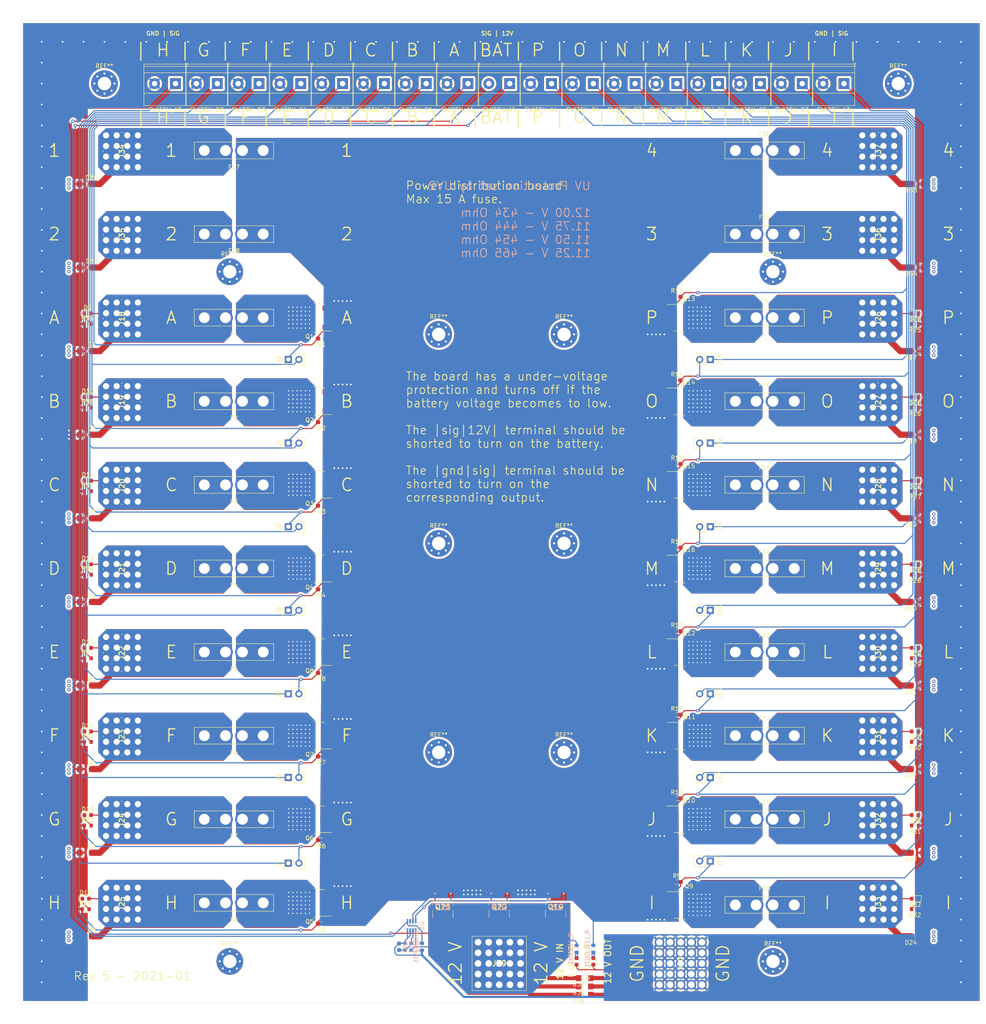
<source format=kicad_pcb>
(kicad_pcb (version 20171130) (host pcbnew "(5.1.6)-1")
  (layers (0 F.Cu signal) (31 B.Cu signal) (34 B.Paste user) (35 F.Paste user) (36 B.SilkS user) (37 F.SilkS user) (38 B.Mask user) (39 F.Mask user) (44 Edge.Cuts user))
  (net 0 "")
  (net 1 +12V)
  (net 2 GND)
  (net 3 SSR-A)
  (net 4 SSR-B)
  (net 5 SSR-C)
  (net 6 SSR-D)
  (net 7 "Net-(J3-Pad2)")
  (net 8 /Output/AOUT)
  (net 9 "Net-(D9-Pad1)")
  (net 10 "Net-(D10-Pad1)")
  (net 11 /Output/BOUT)
  (net 12 /Output/COUT)
  (net 13 "Net-(D11-Pad1)")
  (net 14 /Output/DOUT)
  (net 15 "Net-(D12-Pad1)")
  (net 16 "Net-(D13-Pad1)")
  (net 17 /Output/EOUT)
  (net 18 "Net-(D14-Pad1)")
  (net 19 /Output/FOUT)
  (net 20 /Output/GOUT)
  (net 21 "Net-(D15-Pad1)")
  (net 22 "Net-(D16-Pad1)")
  (net 23 /Output/HOUT)
  (net 24 /Output/POUT)
  (net 25 "Net-(D25-Pad1)")
  (net 26 "Net-(D26-Pad1)")
  (net 27 /Output/OOUT)
  (net 28 /Output/NOUT)
  (net 29 "Net-(D27-Pad1)")
  (net 30 "Net-(D28-Pad1)")
  (net 31 /Output/MOUT)
  (net 32 "Net-(D29-Pad1)")
  (net 33 /Output/LOUT)
  (net 34 "Net-(D30-Pad1)")
  (net 35 /Output/KOUT)
  (net 36 /Output/JOUT)
  (net 37 "Net-(D31-Pad1)")
  (net 38 /Output/IOUT)
  (net 39 "Net-(D32-Pad1)")
  (net 40 "Net-(D_LED_IN1-Pad2)")
  (net 41 "Net-(D_LED_OUT1-Pad2)")
  (net 42 SSR-E)
  (net 43 SSR-F)
  (net 44 SSR-G)
  (net 45 SSR-O)
  (net 46 SSR-N)
  (net 47 SSR-M)
  (net 48 SSR-L)
  (net 49 SSR-K)
  (net 50 SSR-J)
  (net 51 gate_driver)
  (net 52 /Switch/G1)
  (net 53 "Net-(J4-Pad2)")
  (net 54 "Net-(J5-Pad2)")
  (net 55 "Net-(J6-Pad2)")
  (net 56 "Net-(J7-Pad2)")
  (net 57 "Net-(J8-Pad2)")
  (net 58 "Net-(J11-Pad2)")
  (net 59 "Net-(J12-Pad2)")
  (net 60 "Net-(J13-Pad2)")
  (net 61 "Net-(J14-Pad2)")
  (net 62 "Net-(J15-Pad2)")
  (net 63 "Net-(J16-Pad2)")
  (net 64 12V_in)
  (net 65 ~SHDN)
  (net 66 "Net-(U1-Pad2)")
  (net 67 "Net-(U1-Pad6)")
  (net 68 SSR-H)
  (net 69 SSR-P)
  (net 70 SSR-I)
  (net 71 "Net-(J15-Pad1)")
  (net 72 "Net-(J7-Pad1)")
  (net 73 "Net-(J11-Pad1)")
  (net 74 /Output/OUTNM1)
  (net 75 /Output/OUTNM2)
  (net 76 /Output/OUTNM3)
  (net 77 /Output/OUTNM4)
  (module diode:SMF-DO-219AB (layer F.Cu) (at 82 94 180)
    (fp_text reference D1 (at 0 1.5) (layer F.SilkS))
    (fp_text value D_Small)
    (pad 2 smd rect (at 2.9 0 180) (size 1.3 1.4) (layers F.Cu F.Paste F.Mask) (net 2 GND))
    (pad 1 smd rect (at 0 0 180) (size 1.3 1.4) (layers F.Cu F.Paste F.Mask) (net 8 /Output/AOUT))
  )
  (module diode:SMF-DO-219AB (layer F.Cu) (at 82 114 180)
    (fp_text reference D2 (at 0 1.5) (layer F.SilkS))
    (fp_text value D_Small)
    (pad 2 smd rect (at 2.9 0 180) (size 1.3 1.4) (layers F.Cu F.Paste F.Mask) (net 2 GND))
    (pad 1 smd rect (at 0 0 180) (size 1.3 1.4) (layers F.Cu F.Paste F.Mask) (net 11 /Output/BOUT))
  )
  (module diode:SMF-DO-219AB (layer F.Cu) (at 82 134 180)
    (fp_text reference D3 (at 0 1.5) (layer F.SilkS))
    (fp_text value D_Small)
    (pad 2 smd rect (at 2.9 0 180) (size 1.3 1.4) (layers F.Cu F.Paste F.Mask) (net 2 GND))
    (pad 1 smd rect (at 0 0 180) (size 1.3 1.4) (layers F.Cu F.Paste F.Mask) (net 12 /Output/COUT))
  )
  (module diode:SMF-DO-219AB (layer F.Cu) (at 82 154 180)
    (fp_text reference D4 (at 0 1.5) (layer F.SilkS))
    (fp_text value D_Small)
    (pad 2 smd rect (at 2.9 0 180) (size 1.3 1.4) (layers F.Cu F.Paste F.Mask) (net 2 GND))
    (pad 1 smd rect (at 0 0 180) (size 1.3 1.4) (layers F.Cu F.Paste F.Mask) (net 14 /Output/DOUT))
  )
  (module diode:SMF-DO-219AB (layer F.Cu) (at 82 174 180)
    (fp_text reference D5 (at 0 1.5) (layer F.SilkS))
    (fp_text value D_Small)
    (pad 2 smd rect (at 2.9 0 180) (size 1.3 1.4) (layers F.Cu F.Paste F.Mask) (net 2 GND))
    (pad 1 smd rect (at 0 0 180) (size 1.3 1.4) (layers F.Cu F.Paste F.Mask) (net 17 /Output/EOUT))
  )
  (module diode:SMF-DO-219AB (layer F.Cu) (at 82 194 180)
    (fp_text reference D6 (at 0 1.5) (layer F.SilkS))
    (fp_text value D_Small)
    (pad 2 smd rect (at 2.9 0 180) (size 1.3 1.4) (layers F.Cu F.Paste F.Mask) (net 2 GND))
    (pad 1 smd rect (at 0 0 180) (size 1.3 1.4) (layers F.Cu F.Paste F.Mask) (net 19 /Output/FOUT))
  )
  (module diode:SMF-DO-219AB (layer F.Cu) (at 82 214 180)
    (fp_text reference D7 (at 0 1.5) (layer F.SilkS))
    (fp_text value D_Small)
    (pad 2 smd rect (at 2.9 0 180) (size 1.3 1.4) (layers F.Cu F.Paste F.Mask) (net 2 GND))
    (pad 1 smd rect (at 0 0 180) (size 1.3 1.4) (layers F.Cu F.Paste F.Mask) (net 20 /Output/GOUT))
  )
  (module diode:SMF-DO-219AB (layer F.Cu) (at 82 234 180)
    (fp_text reference D8 (at 0 1.5) (layer F.SilkS))
    (fp_text value D_Small)
    (pad 2 smd rect (at 2.9 0 180) (size 1.3 1.4) (layers F.Cu F.Paste F.Mask) (net 2 GND))
    (pad 1 smd rect (at 0 0 180) (size 1.3 1.4) (layers F.Cu F.Paste F.Mask) (net 23 /Output/HOUT))
  )
  (module diode:SMF-DO-219AB (layer F.Cu) (at 278 94)
    (fp_text reference D17 (at 0 1.5) (layer F.SilkS))
    (fp_text value D_Small)
    (pad 2 smd rect (at 2.9 0) (size 1.3 1.4) (layers F.Cu F.Paste F.Mask) (net 2 GND))
    (pad 1 smd rect (at 0 0) (size 1.3 1.4) (layers F.Cu F.Paste F.Mask) (net 24 /Output/POUT))
  )
  (module diode:SMF-DO-219AB (layer F.Cu) (at 278 114)
    (fp_text reference D18 (at 0 1.5) (layer F.SilkS))
    (fp_text value D_Small)
    (pad 2 smd rect (at 2.9 0) (size 1.3 1.4) (layers F.Cu F.Paste F.Mask) (net 2 GND))
    (pad 1 smd rect (at 0 0) (size 1.3 1.4) (layers F.Cu F.Paste F.Mask) (net 27 /Output/OOUT))
  )
  (module diode:SMF-DO-219AB (layer F.Cu) (at 278 134)
    (fp_text reference D19 (at 0 1.5) (layer F.SilkS))
    (fp_text value D_Small)
    (pad 2 smd rect (at 2.9 0) (size 1.3 1.4) (layers F.Cu F.Paste F.Mask) (net 2 GND))
    (pad 1 smd rect (at 0 0) (size 1.3 1.4) (layers F.Cu F.Paste F.Mask) (net 28 /Output/NOUT))
  )
  (module diode:SMF-DO-219AB (layer F.Cu) (at 278 154)
    (fp_text reference D20 (at 0 1.5) (layer F.SilkS))
    (fp_text value D_Small)
    (pad 2 smd rect (at 2.9 0) (size 1.3 1.4) (layers F.Cu F.Paste F.Mask) (net 2 GND))
    (pad 1 smd rect (at 0 0) (size 1.3 1.4) (layers F.Cu F.Paste F.Mask) (net 31 /Output/MOUT))
  )
  (module diode:SMF-DO-219AB (layer F.Cu) (at 278 174)
    (fp_text reference D21 (at 0 1.5) (layer F.SilkS))
    (fp_text value D_Small)
    (pad 2 smd rect (at 2.9 0) (size 1.3 1.4) (layers F.Cu F.Paste F.Mask) (net 2 GND))
    (pad 1 smd rect (at 0 0) (size 1.3 1.4) (layers F.Cu F.Paste F.Mask) (net 33 /Output/LOUT))
  )
  (module diode:SMF-DO-219AB (layer F.Cu) (at 278 194)
    (fp_text reference D22 (at 0 1.5) (layer F.SilkS))
    (fp_text value D_Small)
    (pad 2 smd rect (at 2.9 0) (size 1.3 1.4) (layers F.Cu F.Paste F.Mask) (net 2 GND))
    (pad 1 smd rect (at 0 0) (size 1.3 1.4) (layers F.Cu F.Paste F.Mask) (net 35 /Output/KOUT))
  )
  (module diode:SMF-DO-219AB (layer F.Cu) (at 278 214)
    (fp_text reference D23 (at 0 1.5) (layer F.SilkS))
    (fp_text value D_Small)
    (pad 2 smd rect (at 2.9 0) (size 1.3 1.4) (layers F.Cu F.Paste F.Mask) (net 2 GND))
    (pad 1 smd rect (at 0 0) (size 1.3 1.4) (layers F.Cu F.Paste F.Mask) (net 36 /Output/JOUT))
  )
  (module diode:SMF-DO-219AB (layer F.Cu) (at 278 234)
    (fp_text reference D24 (at 0 1.5) (layer F.SilkS))
    (fp_text value D_Small)
    (pad 2 smd rect (at 2.9 0) (size 1.3 1.4) (layers F.Cu F.Paste F.Mask) (net 2 GND))
    (pad 1 smd rect (at 0 0) (size 1.3 1.4) (layers F.Cu F.Paste F.Mask) (net 38 /Output/IOUT))
  )
  (module diode:SMF-DO-219AB (layer F.Cu) (at 278.1 54)
    (fp_text reference D33 (at 0 1.5) (layer F.SilkS))
    (fp_text value D_Small)
    (pad 2 smd rect (at 2.9 0) (size 1.3 1.4) (layers F.Cu F.Paste F.Mask) (net 2 GND))
    (pad 1 smd rect (at 0 0) (size 1.3 1.4) (layers F.Cu F.Paste F.Mask) (net 77 /Output/OUTNM4))
  )
  (module diode:SMF-DO-219AB (layer F.Cu) (at 278.1 74)
    (fp_text reference D34 (at 0 1.5) (layer F.SilkS))
    (fp_text value D_Small)
    (pad 2 smd rect (at 2.9 0) (size 1.3 1.4) (layers F.Cu F.Paste F.Mask) (net 2 GND))
    (pad 1 smd rect (at 0 0) (size 1.3 1.4) (layers F.Cu F.Paste F.Mask) (net 76 /Output/OUTNM3))
  )
  (module diode:SMF-DO-219AB (layer F.Cu) (at 82 74 180)
    (fp_text reference D35 (at 0 1.5) (layer F.SilkS))
    (fp_text value D_Small)
    (pad 2 smd rect (at 2.9 0 180) (size 1.3 1.4) (layers F.Cu F.Paste F.Mask) (net 2 GND))
    (pad 1 smd rect (at 0 0 180) (size 1.3 1.4) (layers F.Cu F.Paste F.Mask) (net 75 /Output/OUTNM2))
  )
  (module diode:SMF-DO-219AB (layer F.Cu) (at 81.9 54 180)
    (fp_text reference D36 (at 0 1.5) (layer F.SilkS))
    (fp_text value D_Small)
    (pad 2 smd rect (at 2.9 0 180) (size 1.3 1.4) (layers F.Cu F.Paste F.Mask) (net 2 GND))
    (pad 1 smd rect (at 0 0 180) (size 1.3 1.4) (layers F.Cu F.Paste F.Mask) (net 74 /Output/OUTNM1))
  )
  (module diode:SMF-DO-219AB (layer F.Cu) (at 198.5 244)
    (fp_text reference D37 (at 0 1.5) (layer F.SilkS))
    (fp_text value D_Small)
    (pad 2 smd rect (at 2.9 0) (size 1.3 1.4) (layers F.Cu F.Paste F.Mask) (net 2 GND))
    (pad 1 smd rect (at 0 0) (size 1.3 1.4) (layers F.Cu F.Paste F.Mask) (net 64 12V_in))
  )
  (module MountingHole:MountingHole_3.2mm_M3_Pad_Via (layer F.Cu) (at 165 190)
    (fp_text reference REF** (at 0 -4.2) (layer F.SilkS))
    (fp_text value MountingHole_3.2mm_M3_Pad_Via)
    (pad 1 thru_hole circle (at 1.697056 -1.697056) (size 0.8 0.8) (drill 0.5) (layers *.Cu *.Mask))
    (pad 1 thru_hole circle (at 0 -2.4) (size 0.8 0.8) (drill 0.5) (layers *.Cu *.Mask))
    (pad 1 thru_hole circle (at -1.697056 -1.697056) (size 0.8 0.8) (drill 0.5) (layers *.Cu *.Mask))
    (pad 1 thru_hole circle (at -2.4 0) (size 0.8 0.8) (drill 0.5) (layers *.Cu *.Mask))
    (pad 1 thru_hole circle (at -1.697056 1.697056) (size 0.8 0.8) (drill 0.5) (layers *.Cu *.Mask))
    (pad 1 thru_hole circle (at 0 2.4) (size 0.8 0.8) (drill 0.5) (layers *.Cu *.Mask))
    (pad 1 thru_hole circle (at 1.697056 1.697056) (size 0.8 0.8) (drill 0.5) (layers *.Cu *.Mask))
    (pad 1 thru_hole circle (at 2.4 0) (size 0.8 0.8) (drill 0.5) (layers *.Cu *.Mask))
    (pad 1 thru_hole circle (at 0 0) (size 6.4 6.4) (drill 3.2) (layers *.Cu *.Mask))
  )
  (module MountingHole:MountingHole_3.2mm_M3_Pad_Via (layer F.Cu) (at 165 140)
    (fp_text reference REF** (at 0 -4.2) (layer F.SilkS))
    (fp_text value MountingHole_3.2mm_M3_Pad_Via)
    (pad 1 thru_hole circle (at 1.697056 -1.697056) (size 0.8 0.8) (drill 0.5) (layers *.Cu *.Mask))
    (pad 1 thru_hole circle (at 0 -2.4) (size 0.8 0.8) (drill 0.5) (layers *.Cu *.Mask))
    (pad 1 thru_hole circle (at -1.697056 -1.697056) (size 0.8 0.8) (drill 0.5) (layers *.Cu *.Mask))
    (pad 1 thru_hole circle (at -2.4 0) (size 0.8 0.8) (drill 0.5) (layers *.Cu *.Mask))
    (pad 1 thru_hole circle (at -1.697056 1.697056) (size 0.8 0.8) (drill 0.5) (layers *.Cu *.Mask))
    (pad 1 thru_hole circle (at 0 2.4) (size 0.8 0.8) (drill 0.5) (layers *.Cu *.Mask))
    (pad 1 thru_hole circle (at 1.697056 1.697056) (size 0.8 0.8) (drill 0.5) (layers *.Cu *.Mask))
    (pad 1 thru_hole circle (at 2.4 0) (size 0.8 0.8) (drill 0.5) (layers *.Cu *.Mask))
    (pad 1 thru_hole circle (at 0 0) (size 6.4 6.4) (drill 3.2) (layers *.Cu *.Mask))
  )
  (module MountingHole:MountingHole_3.2mm_M3_Pad_Via (layer F.Cu) (at 165 90)
    (fp_text reference REF** (at 0 -4.2) (layer F.SilkS))
    (fp_text value MountingHole_3.2mm_M3_Pad_Via)
    (pad 1 thru_hole circle (at 1.697056 -1.697056) (size 0.8 0.8) (drill 0.5) (layers *.Cu *.Mask))
    (pad 1 thru_hole circle (at 0 -2.4) (size 0.8 0.8) (drill 0.5) (layers *.Cu *.Mask))
    (pad 1 thru_hole circle (at -1.697056 -1.697056) (size 0.8 0.8) (drill 0.5) (layers *.Cu *.Mask))
    (pad 1 thru_hole circle (at -2.4 0) (size 0.8 0.8) (drill 0.5) (layers *.Cu *.Mask))
    (pad 1 thru_hole circle (at -1.697056 1.697056) (size 0.8 0.8) (drill 0.5) (layers *.Cu *.Mask))
    (pad 1 thru_hole circle (at 0 2.4) (size 0.8 0.8) (drill 0.5) (layers *.Cu *.Mask))
    (pad 1 thru_hole circle (at 1.697056 1.697056) (size 0.8 0.8) (drill 0.5) (layers *.Cu *.Mask))
    (pad 1 thru_hole circle (at 2.4 0) (size 0.8 0.8) (drill 0.5) (layers *.Cu *.Mask))
    (pad 1 thru_hole circle (at 0 0) (size 6.4 6.4) (drill 3.2) (layers *.Cu *.Mask))
  )
  (module MountingHole:MountingHole_3.2mm_M3_Pad_Via (layer F.Cu) (at 275 30)
    (fp_text reference REF** (at 0 -4.2) (layer F.SilkS))
    (fp_text value MountingHole_3.2mm_M3_Pad_Via)
    (pad 1 thru_hole circle (at 0 0) (size 6.4 6.4) (drill 3.2) (layers *.Cu *.Mask))
    (pad 1 thru_hole circle (at 2.4 0) (size 0.8 0.8) (drill 0.5) (layers *.Cu *.Mask))
    (pad 1 thru_hole circle (at 1.697056 1.697056) (size 0.8 0.8) (drill 0.5) (layers *.Cu *.Mask))
    (pad 1 thru_hole circle (at 0 2.4) (size 0.8 0.8) (drill 0.5) (layers *.Cu *.Mask))
    (pad 1 thru_hole circle (at -1.697056 1.697056) (size 0.8 0.8) (drill 0.5) (layers *.Cu *.Mask))
    (pad 1 thru_hole circle (at -2.4 0) (size 0.8 0.8) (drill 0.5) (layers *.Cu *.Mask))
    (pad 1 thru_hole circle (at -1.697056 -1.697056) (size 0.8 0.8) (drill 0.5) (layers *.Cu *.Mask))
    (pad 1 thru_hole circle (at 0 -2.4) (size 0.8 0.8) (drill 0.5) (layers *.Cu *.Mask))
    (pad 1 thru_hole circle (at 1.697056 -1.697056) (size 0.8 0.8) (drill 0.5) (layers *.Cu *.Mask))
  )
  (module MountingHole:MountingHole_3.2mm_M3_Pad_Via (layer F.Cu) (at 85 30)
    (fp_text reference REF** (at 0 -4.2) (layer F.SilkS))
    (fp_text value MountingHole_3.2mm_M3_Pad_Via)
    (pad 1 thru_hole circle (at 0 0) (size 6.4 6.4) (drill 3.2) (layers *.Cu *.Mask))
    (pad 1 thru_hole circle (at 2.4 0) (size 0.8 0.8) (drill 0.5) (layers *.Cu *.Mask))
    (pad 1 thru_hole circle (at 1.697056 1.697056) (size 0.8 0.8) (drill 0.5) (layers *.Cu *.Mask))
    (pad 1 thru_hole circle (at 0 2.4) (size 0.8 0.8) (drill 0.5) (layers *.Cu *.Mask))
    (pad 1 thru_hole circle (at -1.697056 1.697056) (size 0.8 0.8) (drill 0.5) (layers *.Cu *.Mask))
    (pad 1 thru_hole circle (at -2.4 0) (size 0.8 0.8) (drill 0.5) (layers *.Cu *.Mask))
    (pad 1 thru_hole circle (at -1.697056 -1.697056) (size 0.8 0.8) (drill 0.5) (layers *.Cu *.Mask))
    (pad 1 thru_hole circle (at 0 -2.4) (size 0.8 0.8) (drill 0.5) (layers *.Cu *.Mask))
    (pad 1 thru_hole circle (at 1.697056 -1.697056) (size 0.8 0.8) (drill 0.5) (layers *.Cu *.Mask))
  )
  (module MountingHole:MountingHole_3.2mm_M3_Pad_Via (layer F.Cu) (at 195 90)
    (fp_text reference REF** (at 0 -4.2) (layer F.SilkS))
    (fp_text value MountingHole_3.2mm_M3_Pad_Via)
    (pad 1 thru_hole circle (at 0 0) (size 6.4 6.4) (drill 3.2) (layers *.Cu *.Mask))
    (pad 1 thru_hole circle (at 2.4 0) (size 0.8 0.8) (drill 0.5) (layers *.Cu *.Mask))
    (pad 1 thru_hole circle (at 1.697056 1.697056) (size 0.8 0.8) (drill 0.5) (layers *.Cu *.Mask))
    (pad 1 thru_hole circle (at 0 2.4) (size 0.8 0.8) (drill 0.5) (layers *.Cu *.Mask))
    (pad 1 thru_hole circle (at -1.697056 1.697056) (size 0.8 0.8) (drill 0.5) (layers *.Cu *.Mask))
    (pad 1 thru_hole circle (at -2.4 0) (size 0.8 0.8) (drill 0.5) (layers *.Cu *.Mask))
    (pad 1 thru_hole circle (at -1.697056 -1.697056) (size 0.8 0.8) (drill 0.5) (layers *.Cu *.Mask))
    (pad 1 thru_hole circle (at 0 -2.4) (size 0.8 0.8) (drill 0.5) (layers *.Cu *.Mask))
    (pad 1 thru_hole circle (at 1.697056 -1.697056) (size 0.8 0.8) (drill 0.5) (layers *.Cu *.Mask))
  )
  (module MountingHole:MountingHole_3.2mm_M3_Pad_Via (layer F.Cu) (at 195 140)
    (fp_text reference REF** (at 0 -4.2) (layer F.SilkS))
    (fp_text value MountingHole_3.2mm_M3_Pad_Via)
    (pad 1 thru_hole circle (at 0 0) (size 6.4 6.4) (drill 3.2) (layers *.Cu *.Mask))
    (pad 1 thru_hole circle (at 2.4 0) (size 0.8 0.8) (drill 0.5) (layers *.Cu *.Mask))
    (pad 1 thru_hole circle (at 1.697056 1.697056) (size 0.8 0.8) (drill 0.5) (layers *.Cu *.Mask))
    (pad 1 thru_hole circle (at 0 2.4) (size 0.8 0.8) (drill 0.5) (layers *.Cu *.Mask))
    (pad 1 thru_hole circle (at -1.697056 1.697056) (size 0.8 0.8) (drill 0.5) (layers *.Cu *.Mask))
    (pad 1 thru_hole circle (at -2.4 0) (size 0.8 0.8) (drill 0.5) (layers *.Cu *.Mask))
    (pad 1 thru_hole circle (at -1.697056 -1.697056) (size 0.8 0.8) (drill 0.5) (layers *.Cu *.Mask))
    (pad 1 thru_hole circle (at 0 -2.4) (size 0.8 0.8) (drill 0.5) (layers *.Cu *.Mask))
    (pad 1 thru_hole circle (at 1.697056 -1.697056) (size 0.8 0.8) (drill 0.5) (layers *.Cu *.Mask))
  )
  (module MountingHole:MountingHole_3.2mm_M3_Pad_Via (layer F.Cu) (at 195 190)
    (fp_text reference REF** (at 0 -4.2) (layer F.SilkS))
    (fp_text value MountingHole_3.2mm_M3_Pad_Via)
    (pad 1 thru_hole circle (at 0 0) (size 6.4 6.4) (drill 3.2) (layers *.Cu *.Mask))
    (pad 1 thru_hole circle (at 2.4 0) (size 0.8 0.8) (drill 0.5) (layers *.Cu *.Mask))
    (pad 1 thru_hole circle (at 1.697056 1.697056) (size 0.8 0.8) (drill 0.5) (layers *.Cu *.Mask))
    (pad 1 thru_hole circle (at 0 2.4) (size 0.8 0.8) (drill 0.5) (layers *.Cu *.Mask))
    (pad 1 thru_hole circle (at -1.697056 1.697056) (size 0.8 0.8) (drill 0.5) (layers *.Cu *.Mask))
    (pad 1 thru_hole circle (at -2.4 0) (size 0.8 0.8) (drill 0.5) (layers *.Cu *.Mask))
    (pad 1 thru_hole circle (at -1.697056 -1.697056) (size 0.8 0.8) (drill 0.5) (layers *.Cu *.Mask))
    (pad 1 thru_hole circle (at 0 -2.4) (size 0.8 0.8) (drill 0.5) (layers *.Cu *.Mask))
    (pad 1 thru_hole circle (at 1.697056 -1.697056) (size 0.8 0.8) (drill 0.5) (layers *.Cu *.Mask))
  )
  (module MountingHole:MountingHole_3.2mm_M3_Pad_Via (layer F.Cu) (at 115 75)
    (fp_text reference REF** (at 0 -4.2) (layer F.SilkS))
    (fp_text value MountingHole_3.2mm_M3_Pad_Via)
    (pad 1 thru_hole circle (at 0 0) (size 6.4 6.4) (drill 3.2) (layers *.Cu *.Mask))
    (pad 1 thru_hole circle (at 2.4 0) (size 0.8 0.8) (drill 0.5) (layers *.Cu *.Mask))
    (pad 1 thru_hole circle (at 1.697056 1.697056) (size 0.8 0.8) (drill 0.5) (layers *.Cu *.Mask))
    (pad 1 thru_hole circle (at 0 2.4) (size 0.8 0.8) (drill 0.5) (layers *.Cu *.Mask))
    (pad 1 thru_hole circle (at -1.697056 1.697056) (size 0.8 0.8) (drill 0.5) (layers *.Cu *.Mask))
    (pad 1 thru_hole circle (at -2.4 0) (size 0.8 0.8) (drill 0.5) (layers *.Cu *.Mask))
    (pad 1 thru_hole circle (at -1.697056 -1.697056) (size 0.8 0.8) (drill 0.5) (layers *.Cu *.Mask))
    (pad 1 thru_hole circle (at 0 -2.4) (size 0.8 0.8) (drill 0.5) (layers *.Cu *.Mask))
    (pad 1 thru_hole circle (at 1.697056 -1.697056) (size 0.8 0.8) (drill 0.5) (layers *.Cu *.Mask))
  )
  (module MountingHole:MountingHole_3.2mm_M3_Pad_Via (layer F.Cu) (at 245 75)
    (fp_text reference REF** (at 0 -4.2) (layer F.SilkS))
    (fp_text value MountingHole_3.2mm_M3_Pad_Via)
    (pad 1 thru_hole circle (at 0 0) (size 6.4 6.4) (drill 3.2) (layers *.Cu *.Mask))
    (pad 1 thru_hole circle (at 2.4 0) (size 0.8 0.8) (drill 0.5) (layers *.Cu *.Mask))
    (pad 1 thru_hole circle (at 1.697056 1.697056) (size 0.8 0.8) (drill 0.5) (layers *.Cu *.Mask))
    (pad 1 thru_hole circle (at 0 2.4) (size 0.8 0.8) (drill 0.5) (layers *.Cu *.Mask))
    (pad 1 thru_hole circle (at -1.697056 1.697056) (size 0.8 0.8) (drill 0.5) (layers *.Cu *.Mask))
    (pad 1 thru_hole circle (at -2.4 0) (size 0.8 0.8) (drill 0.5) (layers *.Cu *.Mask))
    (pad 1 thru_hole circle (at -1.697056 -1.697056) (size 0.8 0.8) (drill 0.5) (layers *.Cu *.Mask))
    (pad 1 thru_hole circle (at 0 -2.4) (size 0.8 0.8) (drill 0.5) (layers *.Cu *.Mask))
    (pad 1 thru_hole circle (at 1.697056 -1.697056) (size 0.8 0.8) (drill 0.5) (layers *.Cu *.Mask))
  )
  (module MountingHole:MountingHole_3.2mm_M3_Pad_Via (layer F.Cu) (at 245 240)
    (fp_text reference REF** (at 0 -4.2) (layer F.SilkS))
    (fp_text value MountingHole_3.2mm_M3_Pad_Via)
    (pad 1 thru_hole circle (at 1.697056 -1.697056) (size 0.8 0.8) (drill 0.5) (layers *.Cu *.Mask))
    (pad 1 thru_hole circle (at 0 -2.4) (size 0.8 0.8) (drill 0.5) (layers *.Cu *.Mask))
    (pad 1 thru_hole circle (at -1.697056 -1.697056) (size 0.8 0.8) (drill 0.5) (layers *.Cu *.Mask))
    (pad 1 thru_hole circle (at -2.4 0) (size 0.8 0.8) (drill 0.5) (layers *.Cu *.Mask))
    (pad 1 thru_hole circle (at -1.697056 1.697056) (size 0.8 0.8) (drill 0.5) (layers *.Cu *.Mask))
    (pad 1 thru_hole circle (at 0 2.4) (size 0.8 0.8) (drill 0.5) (layers *.Cu *.Mask))
    (pad 1 thru_hole circle (at 1.697056 1.697056) (size 0.8 0.8) (drill 0.5) (layers *.Cu *.Mask))
    (pad 1 thru_hole circle (at 2.4 0) (size 0.8 0.8) (drill 0.5) (layers *.Cu *.Mask))
    (pad 1 thru_hole circle (at 0 0) (size 6.4 6.4) (drill 3.2) (layers *.Cu *.Mask))
  )
  (module MountingHole:MountingHole_3.2mm_M3_Pad_Via (layer F.Cu) (at 115 240)
    (fp_text reference REF** (at 0 -4.2) (layer F.SilkS))
    (fp_text value MountingHole_3.2mm_M3_Pad_Via)
    (pad 1 thru_hole circle (at 1.697056 -1.697056) (size 0.8 0.8) (drill 0.5) (layers *.Cu *.Mask))
    (pad 1 thru_hole circle (at 0 -2.4) (size 0.8 0.8) (drill 0.5) (layers *.Cu *.Mask))
    (pad 1 thru_hole circle (at -1.697056 -1.697056) (size 0.8 0.8) (drill 0.5) (layers *.Cu *.Mask))
    (pad 1 thru_hole circle (at -2.4 0) (size 0.8 0.8) (drill 0.5) (layers *.Cu *.Mask))
    (pad 1 thru_hole circle (at -1.697056 1.697056) (size 0.8 0.8) (drill 0.5) (layers *.Cu *.Mask))
    (pad 1 thru_hole circle (at 0 2.4) (size 0.8 0.8) (drill 0.5) (layers *.Cu *.Mask))
    (pad 1 thru_hole circle (at 1.697056 1.697056) (size 0.8 0.8) (drill 0.5) (layers *.Cu *.Mask))
    (pad 1 thru_hole circle (at 2.4 0) (size 0.8 0.8) (drill 0.5) (layers *.Cu *.Mask))
    (pad 1 thru_hole circle (at 0 0) (size 6.4 6.4) (drill 3.2) (layers *.Cu *.Mask))
  )
  (module connectors:TerminalBlock_02_P5.00mm (layer F.Cu) (at 102 30 180)
    (fp_text reference SWITCH_A2 (at 2.5 -6.26) (layer F.SilkS))
    (fp_text value Screw_Terminal_01x0)
    (pad 2 thru_hole circle (at 5 0 180) (size 2.6 2.6) (drill 1.3) (layers *.Cu *.Mask) (net 2 GND))
    (pad 1 thru_hole rect (at 0 0 180) (size 2.6 2.6) (drill 1.3) (layers *.Cu *.Mask) (net 72 "Net-(J7-Pad1)"))
  )
  (module LED_SMD:LED_0603_1608Metric (layer F.Cu) (at 81 85)
    (fp_text reference D9 (at 0 -1.43) (layer F.SilkS))
    (fp_text value 2V)
    (pad 2 smd roundrect (at 0.7875 0) (size 0.875 0.95) (layers F.Cu F.Paste F.Mask) (net 8 /Output/AOUT))
    (pad 1 smd roundrect (at -0.7875 0) (size 0.875 0.95) (layers F.Cu F.Paste F.Mask) (net 9 "Net-(D9-Pad1)"))
  )
  (module LED_SMD:LED_0603_1608Metric (layer F.Cu) (at 81 105)
    (fp_text reference D10 (at 0 -1.43) (layer F.SilkS))
    (fp_text value 2V)
    (pad 1 smd roundrect (at -0.7875 0) (size 0.875 0.95) (layers F.Cu F.Paste F.Mask) (net 10 "Net-(D10-Pad1)"))
    (pad 2 smd roundrect (at 0.7875 0) (size 0.875 0.95) (layers F.Cu F.Paste F.Mask) (net 11 /Output/BOUT))
  )
  (module LED_SMD:LED_0603_1608Metric (layer F.Cu) (at 81 125)
    (fp_text reference D11 (at 0 -1.43) (layer F.SilkS))
    (fp_text value 2V)
    (pad 2 smd roundrect (at 0.7875 0) (size 0.875 0.95) (layers F.Cu F.Paste F.Mask) (net 12 /Output/COUT))
    (pad 1 smd roundrect (at -0.7875 0) (size 0.875 0.95) (layers F.Cu F.Paste F.Mask) (net 13 "Net-(D11-Pad1)"))
  )
  (module LED_SMD:LED_0603_1608Metric (layer F.Cu) (at 81 145)
    (fp_text reference D12 (at 0 -1.43) (layer F.SilkS))
    (fp_text value 2V)
    (pad 2 smd roundrect (at 0.7875 0) (size 0.875 0.95) (layers F.Cu F.Paste F.Mask) (net 14 /Output/DOUT))
    (pad 1 smd roundrect (at -0.7875 0) (size 0.875 0.95) (layers F.Cu F.Paste F.Mask) (net 15 "Net-(D12-Pad1)"))
  )
  (module LED_SMD:LED_0603_1608Metric (layer F.Cu) (at 81 165)
    (fp_text reference D13 (at 0 -1.43) (layer F.SilkS))
    (fp_text value 2V)
    (pad 1 smd roundrect (at -0.7875 0) (size 0.875 0.95) (layers F.Cu F.Paste F.Mask) (net 16 "Net-(D13-Pad1)"))
    (pad 2 smd roundrect (at 0.7875 0) (size 0.875 0.95) (layers F.Cu F.Paste F.Mask) (net 17 /Output/EOUT))
  )
  (module LED_SMD:LED_0603_1608Metric (layer F.Cu) (at 81 185)
    (fp_text reference D14 (at 0 -1.43) (layer F.SilkS))
    (fp_text value 2V)
    (pad 1 smd roundrect (at -0.7875 0) (size 0.875 0.95) (layers F.Cu F.Paste F.Mask) (net 18 "Net-(D14-Pad1)"))
    (pad 2 smd roundrect (at 0.7875 0) (size 0.875 0.95) (layers F.Cu F.Paste F.Mask) (net 19 /Output/FOUT))
  )
  (module LED_SMD:LED_0603_1608Metric (layer F.Cu) (at 81 205)
    (fp_text reference D15 (at 0 -1.43) (layer F.SilkS))
    (fp_text value 2V)
    (pad 2 smd roundrect (at 0.7875 0) (size 0.875 0.95) (layers F.Cu F.Paste F.Mask) (net 20 /Output/GOUT))
    (pad 1 smd roundrect (at -0.7875 0) (size 0.875 0.95) (layers F.Cu F.Paste F.Mask) (net 21 "Net-(D15-Pad1)"))
  )
  (module LED_SMD:LED_0603_1608Metric (layer F.Cu) (at 80.5 225)
    (fp_text reference D16 (at 0 -1.43) (layer F.SilkS))
    (fp_text value 2V)
    (pad 1 smd roundrect (at -0.7875 0) (size 0.875 0.95) (layers F.Cu F.Paste F.Mask) (net 22 "Net-(D16-Pad1)"))
    (pad 2 smd roundrect (at 0.7875 0) (size 0.875 0.95) (layers F.Cu F.Paste F.Mask) (net 23 /Output/HOUT))
  )
  (module LED_SMD:LED_0603_1608Metric (layer F.Cu) (at 279 85 180)
    (fp_text reference D25 (at 0 -1.43) (layer F.SilkS))
    (fp_text value 2V)
    (pad 2 smd roundrect (at 0.7875 0 180) (size 0.875 0.95) (layers F.Cu F.Paste F.Mask) (net 24 /Output/POUT))
    (pad 1 smd roundrect (at -0.7875 0 180) (size 0.875 0.95) (layers F.Cu F.Paste F.Mask) (net 25 "Net-(D25-Pad1)"))
  )
  (module LED_SMD:LED_0603_1608Metric (layer F.Cu) (at 279 105 180)
    (fp_text reference D26 (at 0 -1.43) (layer F.SilkS))
    (fp_text value 2V)
    (pad 1 smd roundrect (at -0.7875 0 180) (size 0.875 0.95) (layers F.Cu F.Paste F.Mask) (net 26 "Net-(D26-Pad1)"))
    (pad 2 smd roundrect (at 0.7875 0 180) (size 0.875 0.95) (layers F.Cu F.Paste F.Mask) (net 27 /Output/OOUT))
  )
  (module LED_SMD:LED_0603_1608Metric (layer F.Cu) (at 279 125 180)
    (fp_text reference D27 (at 0 -1.43) (layer F.SilkS))
    (fp_text value 2V)
    (pad 2 smd roundrect (at 0.7875 0 180) (size 0.875 0.95) (layers F.Cu F.Paste F.Mask) (net 28 /Output/NOUT))
    (pad 1 smd roundrect (at -0.7875 0 180) (size 0.875 0.95) (layers F.Cu F.Paste F.Mask) (net 29 "Net-(D27-Pad1)"))
  )
  (module LED_SMD:LED_0603_1608Metric (layer F.Cu) (at 279 145 180)
    (fp_text reference D28 (at 0 -1.43) (layer F.SilkS))
    (fp_text value 2V)
    (pad 1 smd roundrect (at -0.7875 0 180) (size 0.875 0.95) (layers F.Cu F.Paste F.Mask) (net 30 "Net-(D28-Pad1)"))
    (pad 2 smd roundrect (at 0.7875 0 180) (size 0.875 0.95) (layers F.Cu F.Paste F.Mask) (net 31 /Output/MOUT))
  )
  (module LED_SMD:LED_0603_1608Metric (layer F.Cu) (at 279 165 180)
    (fp_text reference D29 (at 0 -1.43) (layer F.SilkS))
    (fp_text value 2V)
    (pad 1 smd roundrect (at -0.7875 0 180) (size 0.875 0.95) (layers F.Cu F.Paste F.Mask) (net 32 "Net-(D29-Pad1)"))
    (pad 2 smd roundrect (at 0.7875 0 180) (size 0.875 0.95) (layers F.Cu F.Paste F.Mask) (net 33 /Output/LOUT))
  )
  (module LED_SMD:LED_0603_1608Metric (layer F.Cu) (at 279 185 180)
    (fp_text reference D30 (at 0 -1.43) (layer F.SilkS))
    (fp_text value 2V)
    (pad 1 smd roundrect (at -0.7875 0 180) (size 0.875 0.95) (layers F.Cu F.Paste F.Mask) (net 34 "Net-(D30-Pad1)"))
    (pad 2 smd roundrect (at 0.7875 0 180) (size 0.875 0.95) (layers F.Cu F.Paste F.Mask) (net 35 /Output/KOUT))
  )
  (module LED_SMD:LED_0603_1608Metric (layer F.Cu) (at 279 205 180)
    (fp_text reference D31 (at 0 -1.43) (layer F.SilkS))
    (fp_text value 2V)
    (pad 2 smd roundrect (at 0.7875 0 180) (size 0.875 0.95) (layers F.Cu F.Paste F.Mask) (net 36 /Output/JOUT))
    (pad 1 smd roundrect (at -0.7875 0 180) (size 0.875 0.95) (layers F.Cu F.Paste F.Mask) (net 37 "Net-(D31-Pad1)"))
  )
  (module LED_SMD:LED_0603_1608Metric (layer F.Cu) (at 279 225 180)
    (fp_text reference D32 (at 0 -1.43) (layer F.SilkS))
    (fp_text value 2V)
    (pad 2 smd roundrect (at 0.7875 0 180) (size 0.875 0.95) (layers F.Cu F.Paste F.Mask) (net 38 /Output/IOUT))
    (pad 1 smd roundrect (at -0.7875 0 180) (size 0.875 0.95) (layers F.Cu F.Paste F.Mask) (net 39 "Net-(D32-Pad1)"))
  )
  (module LED_SMD:LED_0603_1608Metric (layer F.Cu) (at 198 240 90)
    (fp_text reference D_LED_IN1 (at 0 -1.43 90) (layer F.SilkS))
    (fp_text value 2V)
    (pad 1 smd roundrect (at -0.7875 0 90) (size 0.875 0.95) (layers F.Cu F.Paste F.Mask) (net 2 GND))
    (pad 2 smd roundrect (at 0.7875 0 90) (size 0.875 0.95) (layers F.Cu F.Paste F.Mask) (net 40 "Net-(D_LED_IN1-Pad2)"))
  )
  (module LED_SMD:LED_0603_1608Metric (layer F.Cu) (at 202 240 90)
    (fp_text reference D_LED_OUT1 (at 0 -1.43 90) (layer F.SilkS))
    (fp_text value 2V)
    (pad 2 smd roundrect (at 0.7875 0 90) (size 0.875 0.95) (layers F.Cu F.Paste F.Mask) (net 41 "Net-(D_LED_OUT1-Pad2)"))
    (pad 1 smd roundrect (at -0.7875 0 90) (size 0.875 0.95) (layers F.Cu F.Paste F.Mask) (net 2 GND))
  )
  (module fuses:ATO_Fuseholder_3522-2 (layer F.Cu) (at 116 86)
    (fp_text reference F1 (at 0 4) (layer F.SilkS))
    (fp_text value Fuse)
    (pad 1 thru_hole circle (at -7.1 0) (size 4 4) (drill 2.6) (layers *.Cu *.Mask) (net 8 /Output/AOUT))
    (pad 1 thru_hole circle (at -2.03 0) (size 3.5 3.5) (drill 2.6) (layers *.Cu *.Mask) (net 8 /Output/AOUT))
    (pad 2 thru_hole circle (at 2.03 0) (size 3.5 3.5) (drill 2.6) (layers *.Cu *.Mask) (net 3 SSR-A))
    (pad 2 thru_hole circle (at 7 0) (size 4 4) (drill 2.6) (layers *.Cu *.Mask) (net 3 SSR-A))
  )
  (module fuses:ATO_Fuseholder_3522-2 (layer F.Cu) (at 116 106)
    (fp_text reference F2 (at 0 4) (layer F.SilkS))
    (fp_text value Fuse)
    (pad 2 thru_hole circle (at 7 0) (size 4 4) (drill 2.6) (layers *.Cu *.Mask) (net 4 SSR-B))
    (pad 2 thru_hole circle (at 2.03 0) (size 3.5 3.5) (drill 2.6) (layers *.Cu *.Mask) (net 4 SSR-B))
    (pad 1 thru_hole circle (at -2.03 0) (size 3.5 3.5) (drill 2.6) (layers *.Cu *.Mask) (net 11 /Output/BOUT))
    (pad 1 thru_hole circle (at -7.1 0) (size 4 4) (drill 2.6) (layers *.Cu *.Mask) (net 11 /Output/BOUT))
  )
  (module fuses:ATO_Fuseholder_3522-2 (layer F.Cu) (at 116 126)
    (fp_text reference F3 (at 0 4) (layer F.SilkS))
    (fp_text value Fuse)
    (pad 1 thru_hole circle (at -7.1 0) (size 4 4) (drill 2.6) (layers *.Cu *.Mask) (net 12 /Output/COUT))
    (pad 1 thru_hole circle (at -2.03 0) (size 3.5 3.5) (drill 2.6) (layers *.Cu *.Mask) (net 12 /Output/COUT))
    (pad 2 thru_hole circle (at 2.03 0) (size 3.5 3.5) (drill 2.6) (layers *.Cu *.Mask) (net 5 SSR-C))
    (pad 2 thru_hole circle (at 7 0) (size 4 4) (drill 2.6) (layers *.Cu *.Mask) (net 5 SSR-C))
  )
  (module fuses:ATO_Fuseholder_3522-2 (layer F.Cu) (at 116 146)
    (fp_text reference F4 (at 0 4) (layer F.SilkS))
    (fp_text value Fuse)
    (pad 2 thru_hole circle (at 7 0) (size 4 4) (drill 2.6) (layers *.Cu *.Mask) (net 6 SSR-D))
    (pad 2 thru_hole circle (at 2.03 0) (size 3.5 3.5) (drill 2.6) (layers *.Cu *.Mask) (net 6 SSR-D))
    (pad 1 thru_hole circle (at -2.03 0) (size 3.5 3.5) (drill 2.6) (layers *.Cu *.Mask) (net 14 /Output/DOUT))
    (pad 1 thru_hole circle (at -7.1 0) (size 4 4) (drill 2.6) (layers *.Cu *.Mask) (net 14 /Output/DOUT))
  )
  (module fuses:ATO_Fuseholder_3522-2 (layer F.Cu) (at 116 166)
    (fp_text reference F5 (at 0 4) (layer F.SilkS))
    (fp_text value Fuse)
    (pad 1 thru_hole circle (at -7.1 0) (size 4 4) (drill 2.6) (layers *.Cu *.Mask) (net 17 /Output/EOUT))
    (pad 1 thru_hole circle (at -2.03 0) (size 3.5 3.5) (drill 2.6) (layers *.Cu *.Mask) (net 17 /Output/EOUT))
    (pad 2 thru_hole circle (at 2.03 0) (size 3.5 3.5) (drill 2.6) (layers *.Cu *.Mask) (net 42 SSR-E))
    (pad 2 thru_hole circle (at 7 0) (size 4 4) (drill 2.6) (layers *.Cu *.Mask) (net 42 SSR-E))
  )
  (module fuses:ATO_Fuseholder_3522-2 (layer F.Cu) (at 116 186)
    (fp_text reference F6 (at 0 4) (layer F.SilkS))
    (fp_text value Fuse)
    (pad 2 thru_hole circle (at 7 0) (size 4 4) (drill 2.6) (layers *.Cu *.Mask) (net 43 SSR-F))
    (pad 2 thru_hole circle (at 2.03 0) (size 3.5 3.5) (drill 2.6) (layers *.Cu *.Mask) (net 43 SSR-F))
    (pad 1 thru_hole circle (at -2.03 0) (size 3.5 3.5) (drill 2.6) (layers *.Cu *.Mask) (net 19 /Output/FOUT))
    (pad 1 thru_hole circle (at -7.1 0) (size 4 4) (drill 2.6) (layers *.Cu *.Mask) (net 19 /Output/FOUT))
  )
  (module fuses:ATO_Fuseholder_3522-2 (layer F.Cu) (at 116 206)
    (fp_text reference F7 (at 0 4) (layer F.SilkS))
    (fp_text value Fuse)
    (pad 2 thru_hole circle (at 7 0) (size 4 4) (drill 2.6) (layers *.Cu *.Mask) (net 44 SSR-G))
    (pad 2 thru_hole circle (at 2.03 0) (size 3.5 3.5) (drill 2.6) (layers *.Cu *.Mask) (net 44 SSR-G))
    (pad 1 thru_hole circle (at -2.03 0) (size 3.5 3.5) (drill 2.6) (layers *.Cu *.Mask) (net 20 /Output/GOUT))
    (pad 1 thru_hole circle (at -7.1 0) (size 4 4) (drill 2.6) (layers *.Cu *.Mask) (net 20 /Output/GOUT))
  )
  (module fuses:ATO_Fuseholder_3522-2 (layer F.Cu) (at 116 226)
    (fp_text reference F8 (at 0 4) (layer F.SilkS))
    (fp_text value Fuse)
    (pad 1 thru_hole circle (at -7.1 0) (size 4 4) (drill 2.6) (layers *.Cu *.Mask) (net 23 /Output/HOUT))
    (pad 1 thru_hole circle (at -2.03 0) (size 3.5 3.5) (drill 2.6) (layers *.Cu *.Mask) (net 23 /Output/HOUT))
    (pad 2 thru_hole circle (at 2.03 0) (size 3.5 3.5) (drill 2.6) (layers *.Cu *.Mask) (net 68 SSR-H))
    (pad 2 thru_hole circle (at 7 0) (size 4 4) (drill 2.6) (layers *.Cu *.Mask) (net 68 SSR-H))
  )
  (module fuses:ATO_Fuseholder_3522-2 (layer F.Cu) (at 243 86 180)
    (fp_text reference F9 (at 0 4) (layer F.SilkS))
    (fp_text value Fuse)
    (pad 2 thru_hole circle (at 7 0 180) (size 4 4) (drill 2.6) (layers *.Cu *.Mask) (net 69 SSR-P))
    (pad 2 thru_hole circle (at 2.03 0 180) (size 3.5 3.5) (drill 2.6) (layers *.Cu *.Mask) (net 69 SSR-P))
    (pad 1 thru_hole circle (at -2.03 0 180) (size 3.5 3.5) (drill 2.6) (layers *.Cu *.Mask) (net 24 /Output/POUT))
    (pad 1 thru_hole circle (at -7.1 0 180) (size 4 4) (drill 2.6) (layers *.Cu *.Mask) (net 24 /Output/POUT))
  )
  (module fuses:ATO_Fuseholder_3522-2 (layer F.Cu) (at 243 106 180)
    (fp_text reference F10 (at 0 4) (layer F.SilkS))
    (fp_text value Fuse)
    (pad 1 thru_hole circle (at -7.1 0 180) (size 4 4) (drill 2.6) (layers *.Cu *.Mask) (net 27 /Output/OOUT))
    (pad 1 thru_hole circle (at -2.03 0 180) (size 3.5 3.5) (drill 2.6) (layers *.Cu *.Mask) (net 27 /Output/OOUT))
    (pad 2 thru_hole circle (at 2.03 0 180) (size 3.5 3.5) (drill 2.6) (layers *.Cu *.Mask) (net 45 SSR-O))
    (pad 2 thru_hole circle (at 7 0 180) (size 4 4) (drill 2.6) (layers *.Cu *.Mask) (net 45 SSR-O))
  )
  (module fuses:ATO_Fuseholder_3522-2 (layer F.Cu) (at 243 126 180)
    (fp_text reference F11 (at 0 4) (layer F.SilkS))
    (fp_text value Fuse)
    (pad 2 thru_hole circle (at 7 0 180) (size 4 4) (drill 2.6) (layers *.Cu *.Mask) (net 46 SSR-N))
    (pad 2 thru_hole circle (at 2.03 0 180) (size 3.5 3.5) (drill 2.6) (layers *.Cu *.Mask) (net 46 SSR-N))
    (pad 1 thru_hole circle (at -2.03 0 180) (size 3.5 3.5) (drill 2.6) (layers *.Cu *.Mask) (net 28 /Output/NOUT))
    (pad 1 thru_hole circle (at -7.1 0 180) (size 4 4) (drill 2.6) (layers *.Cu *.Mask) (net 28 /Output/NOUT))
  )
  (module fuses:ATO_Fuseholder_3522-2 (layer F.Cu) (at 243 146 180)
    (fp_text reference F12 (at 0 4) (layer F.SilkS))
    (fp_text value Fuse)
    (pad 1 thru_hole circle (at -7.1 0 180) (size 4 4) (drill 2.6) (layers *.Cu *.Mask) (net 31 /Output/MOUT))
    (pad 1 thru_hole circle (at -2.03 0 180) (size 3.5 3.5) (drill 2.6) (layers *.Cu *.Mask) (net 31 /Output/MOUT))
    (pad 2 thru_hole circle (at 2.03 0 180) (size 3.5 3.5) (drill 2.6) (layers *.Cu *.Mask) (net 47 SSR-M))
    (pad 2 thru_hole circle (at 7 0 180) (size 4 4) (drill 2.6) (layers *.Cu *.Mask) (net 47 SSR-M))
  )
  (module fuses:ATO_Fuseholder_3522-2 (layer F.Cu) (at 243 166 180)
    (fp_text reference F13 (at 0 4) (layer F.SilkS))
    (fp_text value Fuse)
    (pad 2 thru_hole circle (at 7 0 180) (size 4 4) (drill 2.6) (layers *.Cu *.Mask) (net 48 SSR-L))
    (pad 2 thru_hole circle (at 2.03 0 180) (size 3.5 3.5) (drill 2.6) (layers *.Cu *.Mask) (net 48 SSR-L))
    (pad 1 thru_hole circle (at -2.03 0 180) (size 3.5 3.5) (drill 2.6) (layers *.Cu *.Mask) (net 33 /Output/LOUT))
    (pad 1 thru_hole circle (at -7.1 0 180) (size 4 4) (drill 2.6) (layers *.Cu *.Mask) (net 33 /Output/LOUT))
  )
  (module fuses:ATO_Fuseholder_3522-2 (layer F.Cu) (at 243 186 180)
    (fp_text reference F14 (at 0 4) (layer F.SilkS))
    (fp_text value Fuse)
    (pad 1 thru_hole circle (at -7.1 0 180) (size 4 4) (drill 2.6) (layers *.Cu *.Mask) (net 35 /Output/KOUT))
    (pad 1 thru_hole circle (at -2.03 0 180) (size 3.5 3.5) (drill 2.6) (layers *.Cu *.Mask) (net 35 /Output/KOUT))
    (pad 2 thru_hole circle (at 2.03 0 180) (size 3.5 3.5) (drill 2.6) (layers *.Cu *.Mask) (net 49 SSR-K))
    (pad 2 thru_hole circle (at 7 0 180) (size 4 4) (drill 2.6) (layers *.Cu *.Mask) (net 49 SSR-K))
  )
  (module fuses:ATO_Fuseholder_3522-2 (layer F.Cu) (at 243 206 180)
    (fp_text reference F15 (at 0 4) (layer F.SilkS))
    (fp_text value Fuse)
    (pad 2 thru_hole circle (at 7 0 180) (size 4 4) (drill 2.6) (layers *.Cu *.Mask) (net 50 SSR-J))
    (pad 2 thru_hole circle (at 2.03 0 180) (size 3.5 3.5) (drill 2.6) (layers *.Cu *.Mask) (net 50 SSR-J))
    (pad 1 thru_hole circle (at -2.03 0 180) (size 3.5 3.5) (drill 2.6) (layers *.Cu *.Mask) (net 36 /Output/JOUT))
    (pad 1 thru_hole circle (at -7.1 0 180) (size 4 4) (drill 2.6) (layers *.Cu *.Mask) (net 36 /Output/JOUT))
  )
  (module fuses:ATO_Fuseholder_3522-2 (layer F.Cu) (at 243 226.5 180)
    (fp_text reference F16 (at 0 4) (layer F.SilkS))
    (fp_text value Fuse)
    (pad 1 thru_hole circle (at -7.1 0 180) (size 4 4) (drill 2.6) (layers *.Cu *.Mask) (net 38 /Output/IOUT))
    (pad 1 thru_hole circle (at -2.03 0 180) (size 3.5 3.5) (drill 2.6) (layers *.Cu *.Mask) (net 38 /Output/IOUT))
    (pad 2 thru_hole circle (at 2.03 0 180) (size 3.5 3.5) (drill 2.6) (layers *.Cu *.Mask) (net 70 SSR-I))
    (pad 2 thru_hole circle (at 7 0 180) (size 4 4) (drill 2.6) (layers *.Cu *.Mask) (net 70 SSR-I))
  )
  (module fuses:ATO_Fuseholder_3522-2 (layer F.Cu) (at 116 46)
    (fp_text reference F17 (at 0 4) (layer F.SilkS))
    (fp_text value Fuse)
    (pad 2 thru_hole circle (at 7 0) (size 4 4) (drill 2.6) (layers *.Cu *.Mask) (net 1 +12V))
    (pad 2 thru_hole circle (at 2.03 0) (size 3.5 3.5) (drill 2.6) (layers *.Cu *.Mask) (net 1 +12V))
    (pad 1 thru_hole circle (at -2.03 0) (size 3.5 3.5) (drill 2.6) (layers *.Cu *.Mask) (net 74 /Output/OUTNM1))
    (pad 1 thru_hole circle (at -7.1 0) (size 4 4) (drill 2.6) (layers *.Cu *.Mask) (net 74 /Output/OUTNM1))
  )
  (module fuses:ATO_Fuseholder_3522-2 (layer F.Cu) (at 116 66)
    (fp_text reference F18 (at 0 4) (layer F.SilkS))
    (fp_text value Fuse)
    (pad 1 thru_hole circle (at -7.1 0) (size 4 4) (drill 2.6) (layers *.Cu *.Mask) (net 75 /Output/OUTNM2))
    (pad 1 thru_hole circle (at -2.03 0) (size 3.5 3.5) (drill 2.6) (layers *.Cu *.Mask) (net 75 /Output/OUTNM2))
    (pad 2 thru_hole circle (at 2.03 0) (size 3.5 3.5) (drill 2.6) (layers *.Cu *.Mask) (net 1 +12V))
    (pad 2 thru_hole circle (at 7 0) (size 4 4) (drill 2.6) (layers *.Cu *.Mask) (net 1 +12V))
  )
  (module fuses:ATO_Fuseholder_3522-2 (layer F.Cu) (at 243 66 180)
    (fp_text reference F19 (at 0 4) (layer F.SilkS))
    (fp_text value Fuse)
    (pad 1 thru_hole circle (at -7.1 0 180) (size 4 4) (drill 2.6) (layers *.Cu *.Mask) (net 76 /Output/OUTNM3))
    (pad 1 thru_hole circle (at -2.03 0 180) (size 3.5 3.5) (drill 2.6) (layers *.Cu *.Mask) (net 76 /Output/OUTNM3))
    (pad 2 thru_hole circle (at 2.03 0 180) (size 3.5 3.5) (drill 2.6) (layers *.Cu *.Mask) (net 1 +12V))
    (pad 2 thru_hole circle (at 7 0 180) (size 4 4) (drill 2.6) (layers *.Cu *.Mask) (net 1 +12V))
  )
  (module fuses:ATO_Fuseholder_3522-2 (layer F.Cu) (at 243 46 180)
    (fp_text reference F20 (at 0 4) (layer F.SilkS))
    (fp_text value Fuse)
    (pad 2 thru_hole circle (at 7 0 180) (size 4 4) (drill 2.6) (layers *.Cu *.Mask) (net 1 +12V))
    (pad 2 thru_hole circle (at 2.03 0 180) (size 3.5 3.5) (drill 2.6) (layers *.Cu *.Mask) (net 1 +12V))
    (pad 1 thru_hole circle (at -2.03 0 180) (size 3.5 3.5) (drill 2.6) (layers *.Cu *.Mask) (net 77 /Output/OUTNM4))
    (pad 1 thru_hole circle (at -7.1 0 180) (size 4 4) (drill 2.6) (layers *.Cu *.Mask) (net 77 /Output/OUTNM4))
  )
  (module Connector_PinHeader_2.54mm:PinHeader_1x02_P2.54mm_Vertical (layer F.Cu) (at 129 96 90)
    (fp_text reference J3 (at 0 -2.33 90) (layer F.SilkS))
    (fp_text value Parallell)
    (pad 1 thru_hole rect (at 0 0 90) (size 1.7 1.7) (drill 1) (layers *.Cu *.Mask) (net 52 /Switch/G1))
    (pad 2 thru_hole oval (at 0 2.54 90) (size 1.7 1.7) (drill 1) (layers *.Cu *.Mask) (net 7 "Net-(J3-Pad2)"))
  )
  (module Connector_PinHeader_2.54mm:PinHeader_1x02_P2.54mm_Vertical (layer F.Cu) (at 129 116 90)
    (fp_text reference J4 (at 0 -2.33 90) (layer F.SilkS))
    (fp_text value Parallell)
    (pad 1 thru_hole rect (at 0 0 90) (size 1.7 1.7) (drill 1) (layers *.Cu *.Mask) (net 7 "Net-(J3-Pad2)"))
    (pad 2 thru_hole oval (at 0 2.54 90) (size 1.7 1.7) (drill 1) (layers *.Cu *.Mask) (net 53 "Net-(J4-Pad2)"))
  )
  (module Connector_PinHeader_2.54mm:PinHeader_1x02_P2.54mm_Vertical (layer F.Cu) (at 129 136 90)
    (fp_text reference J5 (at 0 -2.33 90) (layer F.SilkS))
    (fp_text value Parallell)
    (pad 1 thru_hole rect (at 0 0 90) (size 1.7 1.7) (drill 1) (layers *.Cu *.Mask) (net 53 "Net-(J4-Pad2)"))
    (pad 2 thru_hole oval (at 0 2.54 90) (size 1.7 1.7) (drill 1) (layers *.Cu *.Mask) (net 54 "Net-(J5-Pad2)"))
  )
  (module Connector_PinHeader_2.54mm:PinHeader_1x02_P2.54mm_Vertical (layer F.Cu) (at 129 156 90)
    (fp_text reference J6 (at 0 -2.33 90) (layer F.SilkS))
    (fp_text value Parallell)
    (pad 2 thru_hole oval (at 0 2.54 90) (size 1.7 1.7) (drill 1) (layers *.Cu *.Mask) (net 55 "Net-(J6-Pad2)"))
    (pad 1 thru_hole rect (at 0 0 90) (size 1.7 1.7) (drill 1) (layers *.Cu *.Mask) (net 54 "Net-(J5-Pad2)"))
  )
  (module Connector_PinHeader_2.54mm:PinHeader_1x02_P2.54mm_Vertical (layer F.Cu) (at 129 216.5 90)
    (fp_text reference J7 (at 0 -2.33 90) (layer F.SilkS))
    (fp_text value Parallell)
    (pad 2 thru_hole oval (at 0 2.54 90) (size 1.7 1.7) (drill 1) (layers *.Cu *.Mask) (net 56 "Net-(J7-Pad2)"))
    (pad 1 thru_hole rect (at 0 0 90) (size 1.7 1.7) (drill 1) (layers *.Cu *.Mask) (net 72 "Net-(J7-Pad1)"))
  )
  (module Connector_PinHeader_2.54mm:PinHeader_1x02_P2.54mm_Vertical (layer F.Cu) (at 129 196 90)
    (fp_text reference J8 (at 0 -2.33 90) (layer F.SilkS))
    (fp_text value Parallell)
    (pad 1 thru_hole rect (at 0 0 90) (size 1.7 1.7) (drill 1) (layers *.Cu *.Mask) (net 56 "Net-(J7-Pad2)"))
    (pad 2 thru_hole oval (at 0 2.54 90) (size 1.7 1.7) (drill 1) (layers *.Cu *.Mask) (net 57 "Net-(J8-Pad2)"))
  )
  (module Connector_PinHeader_2.54mm:PinHeader_1x02_P2.54mm_Vertical (layer F.Cu) (at 129 176 90)
    (fp_text reference J9 (at 0 -2.33 90) (layer F.SilkS))
    (fp_text value Parallell)
    (pad 1 thru_hole rect (at 0 0 90) (size 1.7 1.7) (drill 1) (layers *.Cu *.Mask) (net 57 "Net-(J8-Pad2)"))
    (pad 2 thru_hole oval (at 0 2.54 90) (size 1.7 1.7) (drill 1) (layers *.Cu *.Mask) (net 55 "Net-(J6-Pad2)"))
  )
  (module Connector_PinHeader_2.54mm:PinHeader_1x02_P2.54mm_Vertical (layer F.Cu) (at 230 216 270)
    (fp_text reference J11 (at 0 -2.33 90) (layer F.SilkS))
    (fp_text value Parallell)
    (pad 1 thru_hole rect (at 0 0 270) (size 1.7 1.7) (drill 1) (layers *.Cu *.Mask) (net 73 "Net-(J11-Pad1)"))
    (pad 2 thru_hole oval (at 0 2.54 270) (size 1.7 1.7) (drill 1) (layers *.Cu *.Mask) (net 58 "Net-(J11-Pad2)"))
  )
  (module Connector_PinHeader_2.54mm:PinHeader_1x02_P2.54mm_Vertical (layer F.Cu) (at 230 196 270)
    (fp_text reference J12 (at 0 -2.33 90) (layer F.SilkS))
    (fp_text value Parallell)
    (pad 2 thru_hole oval (at 0 2.54 270) (size 1.7 1.7) (drill 1) (layers *.Cu *.Mask) (net 59 "Net-(J12-Pad2)"))
    (pad 1 thru_hole rect (at 0 0 270) (size 1.7 1.7) (drill 1) (layers *.Cu *.Mask) (net 58 "Net-(J11-Pad2)"))
  )
  (module Connector_PinHeader_2.54mm:PinHeader_1x02_P2.54mm_Vertical (layer F.Cu) (at 230 176 270)
    (fp_text reference J13 (at 0 -2.33 90) (layer F.SilkS))
    (fp_text value Parallell)
    (pad 1 thru_hole rect (at 0 0 270) (size 1.7 1.7) (drill 1) (layers *.Cu *.Mask) (net 59 "Net-(J12-Pad2)"))
    (pad 2 thru_hole oval (at 0 2.54 270) (size 1.7 1.7) (drill 1) (layers *.Cu *.Mask) (net 60 "Net-(J13-Pad2)"))
  )
  (module Connector_PinHeader_2.54mm:PinHeader_1x02_P2.54mm_Vertical (layer F.Cu) (at 230 156 270)
    (fp_text reference J14 (at 0 -2.33 90) (layer F.SilkS))
    (fp_text value Parallell)
    (pad 2 thru_hole oval (at 0 2.54 270) (size 1.7 1.7) (drill 1) (layers *.Cu *.Mask) (net 61 "Net-(J14-Pad2)"))
    (pad 1 thru_hole rect (at 0 0 270) (size 1.7 1.7) (drill 1) (layers *.Cu *.Mask) (net 60 "Net-(J13-Pad2)"))
  )
  (module Connector_PinHeader_2.54mm:PinHeader_1x02_P2.54mm_Vertical (layer F.Cu) (at 230 96 270)
    (fp_text reference J15 (at 0 -2.33 90) (layer F.SilkS))
    (fp_text value Parallell)
    (pad 2 thru_hole oval (at 0 2.54 270) (size 1.7 1.7) (drill 1) (layers *.Cu *.Mask) (net 62 "Net-(J15-Pad2)"))
    (pad 1 thru_hole rect (at 0 0 270) (size 1.7 1.7) (drill 1) (layers *.Cu *.Mask) (net 71 "Net-(J15-Pad1)"))
  )
  (module Connector_PinHeader_2.54mm:PinHeader_1x02_P2.54mm_Vertical (layer F.Cu) (at 230 116 270)
    (fp_text reference J16 (at 0 -2.33 90) (layer F.SilkS))
    (fp_text value Parallell)
    (pad 1 thru_hole rect (at 0 0 270) (size 1.7 1.7) (drill 1) (layers *.Cu *.Mask) (net 62 "Net-(J15-Pad2)"))
    (pad 2 thru_hole oval (at 0 2.54 270) (size 1.7 1.7) (drill 1) (layers *.Cu *.Mask) (net 63 "Net-(J16-Pad2)"))
  )
  (module Connector_PinHeader_2.54mm:PinHeader_1x02_P2.54mm_Vertical (layer F.Cu) (at 230 136 270)
    (fp_text reference J17 (at 0 -2.33 90) (layer F.SilkS))
    (fp_text value Parallell)
    (pad 2 thru_hole oval (at 0 2.54 270) (size 1.7 1.7) (drill 1) (layers *.Cu *.Mask) (net 61 "Net-(J14-Pad2)"))
    (pad 1 thru_hole rect (at 0 0 270) (size 1.7 1.7) (drill 1) (layers *.Cu *.Mask) (net 63 "Net-(J16-Pad2)"))
  )
  (module Private:M5_7461383 (layer F.Cu) (at 85.38 82.38 270)
    (fp_text reference J18 (at 3.81 -3.81 90) (layer F.SilkS) (effects (font (size 1.27 1.27) (thickness 0.254))))
    (fp_text value POUT hide)
    (pad 1 thru_hole circle (at 0 0 270) (size 2.2 2.2) (drill 1.475) (layers *.Cu *.Mask) (net 8 /Output/AOUT))
    (pad 1 thru_hole circle (at 2.54 0 270) (size 2.2 2.2) (drill 1.475) (layers *.Cu *.Mask) (net 8 /Output/AOUT))
    (pad 1 thru_hole circle (at 5.08 0 270) (size 2.2 2.2) (drill 1.475) (layers *.Cu *.Mask) (net 8 /Output/AOUT))
    (pad 1 thru_hole circle (at 7.62 0 270) (size 2.2 2.2) (drill 1.475) (layers *.Cu *.Mask) (net 8 /Output/AOUT))
    (pad 1 thru_hole circle (at 0 -2.54 270) (size 2.2 2.2) (drill 1.475) (layers *.Cu *.Mask) (net 8 /Output/AOUT))
    (pad 1 thru_hole circle (at 2.54 -2.54 270) (size 2.2 2.2) (drill 1.475) (layers *.Cu *.Mask) (net 8 /Output/AOUT))
    (pad 1 thru_hole circle (at 5.08 -2.54 270) (size 2.2 2.2) (drill 1.475) (layers *.Cu *.Mask) (net 8 /Output/AOUT))
    (pad 1 thru_hole circle (at 7.62 -2.54 270) (size 2.2 2.2) (drill 1.475) (layers *.Cu *.Mask) (net 8 /Output/AOUT))
    (pad 1 thru_hole circle (at 0 -5.08 270) (size 2.2 2.2) (drill 1.475) (layers *.Cu *.Mask) (net 8 /Output/AOUT))
    (pad 1 thru_hole circle (at 2.54 -5.08 270) (size 2.2 2.2) (drill 1.475) (layers *.Cu *.Mask) (net 8 /Output/AOUT))
    (pad 1 thru_hole circle (at 5.08 -5.08 270) (size 2.2 2.2) (drill 1.475) (layers *.Cu *.Mask) (net 8 /Output/AOUT))
    (pad 1 thru_hole circle (at 7.62 -5.08 270) (size 2.2 2.2) (drill 1.475) (layers *.Cu *.Mask) (net 8 /Output/AOUT))
    (pad 1 thru_hole circle (at 0 -7.62 270) (size 2.2 2.2) (drill 1.475) (layers *.Cu *.Mask) (net 8 /Output/AOUT))
    (pad 1 thru_hole circle (at 2.54 -7.62) (size 2.2 2.2) (drill 1.475) (layers *.Cu *.Mask) (net 8 /Output/AOUT))
    (pad 1 thru_hole circle (at 5.08 -7.62 270) (size 2.2 2.2) (drill 1.475) (layers *.Cu *.Mask) (net 8 /Output/AOUT))
    (pad 1 thru_hole circle (at 7.62 -7.62) (size 2.2 2.2) (drill 1.475) (layers *.Cu *.Mask) (net 8 /Output/AOUT))
  )
  (module Private:M5_7461383 (layer F.Cu) (at 85.38 102.38 270)
    (fp_text reference J19 (at 3.81 -3.81 90) (layer F.SilkS) (effects (font (size 1.27 1.27) (thickness 0.254))))
    (fp_text value POUT hide)
    (pad 1 thru_hole circle (at 7.62 -7.62) (size 2.2 2.2) (drill 1.475) (layers *.Cu *.Mask) (net 11 /Output/BOUT))
    (pad 1 thru_hole circle (at 5.08 -7.62 270) (size 2.2 2.2) (drill 1.475) (layers *.Cu *.Mask) (net 11 /Output/BOUT))
    (pad 1 thru_hole circle (at 2.54 -7.62) (size 2.2 2.2) (drill 1.475) (layers *.Cu *.Mask) (net 11 /Output/BOUT))
    (pad 1 thru_hole circle (at 0 -7.62 270) (size 2.2 2.2) (drill 1.475) (layers *.Cu *.Mask) (net 11 /Output/BOUT))
    (pad 1 thru_hole circle (at 7.62 -5.08 270) (size 2.2 2.2) (drill 1.475) (layers *.Cu *.Mask) (net 11 /Output/BOUT))
    (pad 1 thru_hole circle (at 5.08 -5.08 270) (size 2.2 2.2) (drill 1.475) (layers *.Cu *.Mask) (net 11 /Output/BOUT))
    (pad 1 thru_hole circle (at 2.54 -5.08 270) (size 2.2 2.2) (drill 1.475) (layers *.Cu *.Mask) (net 11 /Output/BOUT))
    (pad 1 thru_hole circle (at 0 -5.08 270) (size 2.2 2.2) (drill 1.475) (layers *.Cu *.Mask) (net 11 /Output/BOUT))
    (pad 1 thru_hole circle (at 7.62 -2.54 270) (size 2.2 2.2) (drill 1.475) (layers *.Cu *.Mask) (net 11 /Output/BOUT))
    (pad 1 thru_hole circle (at 5.08 -2.54 270) (size 2.2 2.2) (drill 1.475) (layers *.Cu *.Mask) (net 11 /Output/BOUT))
    (pad 1 thru_hole circle (at 2.54 -2.54 270) (size 2.2 2.2) (drill 1.475) (layers *.Cu *.Mask) (net 11 /Output/BOUT))
    (pad 1 thru_hole circle (at 0 -2.54 270) (size 2.2 2.2) (drill 1.475) (layers *.Cu *.Mask) (net 11 /Output/BOUT))
    (pad 1 thru_hole circle (at 7.62 0 270) (size 2.2 2.2) (drill 1.475) (layers *.Cu *.Mask) (net 11 /Output/BOUT))
    (pad 1 thru_hole circle (at 5.08 0 270) (size 2.2 2.2) (drill 1.475) (layers *.Cu *.Mask) (net 11 /Output/BOUT))
    (pad 1 thru_hole circle (at 2.54 0 270) (size 2.2 2.2) (drill 1.475) (layers *.Cu *.Mask) (net 11 /Output/BOUT))
    (pad 1 thru_hole circle (at 0 0 270) (size 2.2 2.2) (drill 1.475) (layers *.Cu *.Mask) (net 11 /Output/BOUT))
  )
  (module Private:M5_7461383 (layer F.Cu) (at 85.38 122.38 270)
    (fp_text reference J20 (at 3.81 -3.81 90) (layer F.SilkS) (effects (font (size 1.27 1.27) (thickness 0.254))))
    (fp_text value POUT hide)
    (pad 1 thru_hole circle (at 7.62 -7.62) (size 2.2 2.2) (drill 1.475) (layers *.Cu *.Mask) (net 12 /Output/COUT))
    (pad 1 thru_hole circle (at 5.08 -7.62 270) (size 2.2 2.2) (drill 1.475) (layers *.Cu *.Mask) (net 12 /Output/COUT))
    (pad 1 thru_hole circle (at 2.54 -7.62) (size 2.2 2.2) (drill 1.475) (layers *.Cu *.Mask) (net 12 /Output/COUT))
    (pad 1 thru_hole circle (at 0 -7.62 270) (size 2.2 2.2) (drill 1.475) (layers *.Cu *.Mask) (net 12 /Output/COUT))
    (pad 1 thru_hole circle (at 7.62 -5.08 270) (size 2.2 2.2) (drill 1.475) (layers *.Cu *.Mask) (net 12 /Output/COUT))
    (pad 1 thru_hole circle (at 5.08 -5.08 270) (size 2.2 2.2) (drill 1.475) (layers *.Cu *.Mask) (net 12 /Output/COUT))
    (pad 1 thru_hole circle (at 2.54 -5.08 270) (size 2.2 2.2) (drill 1.475) (layers *.Cu *.Mask) (net 12 /Output/COUT))
    (pad 1 thru_hole circle (at 0 -5.08 270) (size 2.2 2.2) (drill 1.475) (layers *.Cu *.Mask) (net 12 /Output/COUT))
    (pad 1 thru_hole circle (at 7.62 -2.54 270) (size 2.2 2.2) (drill 1.475) (layers *.Cu *.Mask) (net 12 /Output/COUT))
    (pad 1 thru_hole circle (at 5.08 -2.54 270) (size 2.2 2.2) (drill 1.475) (layers *.Cu *.Mask) (net 12 /Output/COUT))
    (pad 1 thru_hole circle (at 2.54 -2.54 270) (size 2.2 2.2) (drill 1.475) (layers *.Cu *.Mask) (net 12 /Output/COUT))
    (pad 1 thru_hole circle (at 0 -2.54 270) (size 2.2 2.2) (drill 1.475) (layers *.Cu *.Mask) (net 12 /Output/COUT))
    (pad 1 thru_hole circle (at 7.62 0 270) (size 2.2 2.2) (drill 1.475) (layers *.Cu *.Mask) (net 12 /Output/COUT))
    (pad 1 thru_hole circle (at 5.08 0 270) (size 2.2 2.2) (drill 1.475) (layers *.Cu *.Mask) (net 12 /Output/COUT))
    (pad 1 thru_hole circle (at 2.54 0 270) (size 2.2 2.2) (drill 1.475) (layers *.Cu *.Mask) (net 12 /Output/COUT))
    (pad 1 thru_hole circle (at 0 0 270) (size 2.2 2.2) (drill 1.475) (layers *.Cu *.Mask) (net 12 /Output/COUT))
  )
  (module Private:M5_7461383 (layer F.Cu) (at 85.38 142.38 270)
    (fp_text reference J21 (at 3.81 -3.81 90) (layer F.SilkS) (effects (font (size 1.27 1.27) (thickness 0.254))))
    (fp_text value POUT hide)
    (pad 1 thru_hole circle (at 0 0 270) (size 2.2 2.2) (drill 1.475) (layers *.Cu *.Mask) (net 14 /Output/DOUT))
    (pad 1 thru_hole circle (at 2.54 0 270) (size 2.2 2.2) (drill 1.475) (layers *.Cu *.Mask) (net 14 /Output/DOUT))
    (pad 1 thru_hole circle (at 5.08 0 270) (size 2.2 2.2) (drill 1.475) (layers *.Cu *.Mask) (net 14 /Output/DOUT))
    (pad 1 thru_hole circle (at 7.62 0 270) (size 2.2 2.2) (drill 1.475) (layers *.Cu *.Mask) (net 14 /Output/DOUT))
    (pad 1 thru_hole circle (at 0 -2.54 270) (size 2.2 2.2) (drill 1.475) (layers *.Cu *.Mask) (net 14 /Output/DOUT))
    (pad 1 thru_hole circle (at 2.54 -2.54 270) (size 2.2 2.2) (drill 1.475) (layers *.Cu *.Mask) (net 14 /Output/DOUT))
    (pad 1 thru_hole circle (at 5.08 -2.54 270) (size 2.2 2.2) (drill 1.475) (layers *.Cu *.Mask) (net 14 /Output/DOUT))
    (pad 1 thru_hole circle (at 7.62 -2.54 270) (size 2.2 2.2) (drill 1.475) (layers *.Cu *.Mask) (net 14 /Output/DOUT))
    (pad 1 thru_hole circle (at 0 -5.08 270) (size 2.2 2.2) (drill 1.475) (layers *.Cu *.Mask) (net 14 /Output/DOUT))
    (pad 1 thru_hole circle (at 2.54 -5.08 270) (size 2.2 2.2) (drill 1.475) (layers *.Cu *.Mask) (net 14 /Output/DOUT))
    (pad 1 thru_hole circle (at 5.08 -5.08 270) (size 2.2 2.2) (drill 1.475) (layers *.Cu *.Mask) (net 14 /Output/DOUT))
    (pad 1 thru_hole circle (at 7.62 -5.08 270) (size 2.2 2.2) (drill 1.475) (layers *.Cu *.Mask) (net 14 /Output/DOUT))
    (pad 1 thru_hole circle (at 0 -7.62 270) (size 2.2 2.2) (drill 1.475) (layers *.Cu *.Mask) (net 14 /Output/DOUT))
    (pad 1 thru_hole circle (at 2.54 -7.62) (size 2.2 2.2) (drill 1.475) (layers *.Cu *.Mask) (net 14 /Output/DOUT))
    (pad 1 thru_hole circle (at 5.08 -7.62 270) (size 2.2 2.2) (drill 1.475) (layers *.Cu *.Mask) (net 14 /Output/DOUT))
    (pad 1 thru_hole circle (at 7.62 -7.62) (size 2.2 2.2) (drill 1.475) (layers *.Cu *.Mask) (net 14 /Output/DOUT))
  )
  (module Private:M5_7461383 (layer F.Cu) (at 85.38 162.38 270)
    (fp_text reference J22 (at 3.81 -3.81 90) (layer F.SilkS) (effects (font (size 1.27 1.27) (thickness 0.254))))
    (fp_text value POUT hide)
    (pad 1 thru_hole circle (at 7.62 -7.62) (size 2.2 2.2) (drill 1.475) (layers *.Cu *.Mask) (net 17 /Output/EOUT))
    (pad 1 thru_hole circle (at 5.08 -7.62 270) (size 2.2 2.2) (drill 1.475) (layers *.Cu *.Mask) (net 17 /Output/EOUT))
    (pad 1 thru_hole circle (at 2.54 -7.62) (size 2.2 2.2) (drill 1.475) (layers *.Cu *.Mask) (net 17 /Output/EOUT))
    (pad 1 thru_hole circle (at 0 -7.62 270) (size 2.2 2.2) (drill 1.475) (layers *.Cu *.Mask) (net 17 /Output/EOUT))
    (pad 1 thru_hole circle (at 7.62 -5.08 270) (size 2.2 2.2) (drill 1.475) (layers *.Cu *.Mask) (net 17 /Output/EOUT))
    (pad 1 thru_hole circle (at 5.08 -5.08 270) (size 2.2 2.2) (drill 1.475) (layers *.Cu *.Mask) (net 17 /Output/EOUT))
    (pad 1 thru_hole circle (at 2.54 -5.08 270) (size 2.2 2.2) (drill 1.475) (layers *.Cu *.Mask) (net 17 /Output/EOUT))
    (pad 1 thru_hole circle (at 0 -5.08 270) (size 2.2 2.2) (drill 1.475) (layers *.Cu *.Mask) (net 17 /Output/EOUT))
    (pad 1 thru_hole circle (at 7.62 -2.54 270) (size 2.2 2.2) (drill 1.475) (layers *.Cu *.Mask) (net 17 /Output/EOUT))
    (pad 1 thru_hole circle (at 5.08 -2.54 270) (size 2.2 2.2) (drill 1.475) (layers *.Cu *.Mask) (net 17 /Output/EOUT))
    (pad 1 thru_hole circle (at 2.54 -2.54 270) (size 2.2 2.2) (drill 1.475) (layers *.Cu *.Mask) (net 17 /Output/EOUT))
    (pad 1 thru_hole circle (at 0 -2.54 270) (size 2.2 2.2) (drill 1.475) (layers *.Cu *.Mask) (net 17 /Output/EOUT))
    (pad 1 thru_hole circle (at 7.62 0 270) (size 2.2 2.2) (drill 1.475) (layers *.Cu *.Mask) (net 17 /Output/EOUT))
    (pad 1 thru_hole circle (at 5.08 0 270) (size 2.2 2.2) (drill 1.475) (layers *.Cu *.Mask) (net 17 /Output/EOUT))
    (pad 1 thru_hole circle (at 2.54 0 270) (size 2.2 2.2) (drill 1.475) (layers *.Cu *.Mask) (net 17 /Output/EOUT))
    (pad 1 thru_hole circle (at 0 0 270) (size 2.2 2.2) (drill 1.475) (layers *.Cu *.Mask) (net 17 /Output/EOUT))
  )
  (module Private:M5_7461383 (layer F.Cu) (at 85.38 182.38 270)
    (fp_text reference J23 (at 3.81 -3.81 90) (layer F.SilkS) (effects (font (size 1.27 1.27) (thickness 0.254))))
    (fp_text value POUT hide)
    (pad 1 thru_hole circle (at 0 0 270) (size 2.2 2.2) (drill 1.475) (layers *.Cu *.Mask) (net 19 /Output/FOUT))
    (pad 1 thru_hole circle (at 2.54 0 270) (size 2.2 2.2) (drill 1.475) (layers *.Cu *.Mask) (net 19 /Output/FOUT))
    (pad 1 thru_hole circle (at 5.08 0 270) (size 2.2 2.2) (drill 1.475) (layers *.Cu *.Mask) (net 19 /Output/FOUT))
    (pad 1 thru_hole circle (at 7.62 0 270) (size 2.2 2.2) (drill 1.475) (layers *.Cu *.Mask) (net 19 /Output/FOUT))
    (pad 1 thru_hole circle (at 0 -2.54 270) (size 2.2 2.2) (drill 1.475) (layers *.Cu *.Mask) (net 19 /Output/FOUT))
    (pad 1 thru_hole circle (at 2.54 -2.54 270) (size 2.2 2.2) (drill 1.475) (layers *.Cu *.Mask) (net 19 /Output/FOUT))
    (pad 1 thru_hole circle (at 5.08 -2.54 270) (size 2.2 2.2) (drill 1.475) (layers *.Cu *.Mask) (net 19 /Output/FOUT))
    (pad 1 thru_hole circle (at 7.62 -2.54 270) (size 2.2 2.2) (drill 1.475) (layers *.Cu *.Mask) (net 19 /Output/FOUT))
    (pad 1 thru_hole circle (at 0 -5.08 270) (size 2.2 2.2) (drill 1.475) (layers *.Cu *.Mask) (net 19 /Output/FOUT))
    (pad 1 thru_hole circle (at 2.54 -5.08 270) (size 2.2 2.2) (drill 1.475) (layers *.Cu *.Mask) (net 19 /Output/FOUT))
    (pad 1 thru_hole circle (at 5.08 -5.08 270) (size 2.2 2.2) (drill 1.475) (layers *.Cu *.Mask) (net 19 /Output/FOUT))
    (pad 1 thru_hole circle (at 7.62 -5.08 270) (size 2.2 2.2) (drill 1.475) (layers *.Cu *.Mask) (net 19 /Output/FOUT))
    (pad 1 thru_hole circle (at 0 -7.62 270) (size 2.2 2.2) (drill 1.475) (layers *.Cu *.Mask) (net 19 /Output/FOUT))
    (pad 1 thru_hole circle (at 2.54 -7.62) (size 2.2 2.2) (drill 1.475) (layers *.Cu *.Mask) (net 19 /Output/FOUT))
    (pad 1 thru_hole circle (at 5.08 -7.62 270) (size 2.2 2.2) (drill 1.475) (layers *.Cu *.Mask) (net 19 /Output/FOUT))
    (pad 1 thru_hole circle (at 7.62 -7.62) (size 2.2 2.2) (drill 1.475) (layers *.Cu *.Mask) (net 19 /Output/FOUT))
  )
  (module Private:M5_7461383 (layer F.Cu) (at 85.38 202.38 270)
    (fp_text reference J24 (at 3.81 -3.81 90) (layer F.SilkS) (effects (font (size 1.27 1.27) (thickness 0.254))))
    (fp_text value POUT hide)
    (pad 1 thru_hole circle (at 7.62 -7.62) (size 2.2 2.2) (drill 1.475) (layers *.Cu *.Mask) (net 20 /Output/GOUT))
    (pad 1 thru_hole circle (at 5.08 -7.62 270) (size 2.2 2.2) (drill 1.475) (layers *.Cu *.Mask) (net 20 /Output/GOUT))
    (pad 1 thru_hole circle (at 2.54 -7.62) (size 2.2 2.2) (drill 1.475) (layers *.Cu *.Mask) (net 20 /Output/GOUT))
    (pad 1 thru_hole circle (at 0 -7.62 270) (size 2.2 2.2) (drill 1.475) (layers *.Cu *.Mask) (net 20 /Output/GOUT))
    (pad 1 thru_hole circle (at 7.62 -5.08 270) (size 2.2 2.2) (drill 1.475) (layers *.Cu *.Mask) (net 20 /Output/GOUT))
    (pad 1 thru_hole circle (at 5.08 -5.08 270) (size 2.2 2.2) (drill 1.475) (layers *.Cu *.Mask) (net 20 /Output/GOUT))
    (pad 1 thru_hole circle (at 2.54 -5.08 270) (size 2.2 2.2) (drill 1.475) (layers *.Cu *.Mask) (net 20 /Output/GOUT))
    (pad 1 thru_hole circle (at 0 -5.08 270) (size 2.2 2.2) (drill 1.475) (layers *.Cu *.Mask) (net 20 /Output/GOUT))
    (pad 1 thru_hole circle (at 7.62 -2.54 270) (size 2.2 2.2) (drill 1.475) (layers *.Cu *.Mask) (net 20 /Output/GOUT))
    (pad 1 thru_hole circle (at 5.08 -2.54 270) (size 2.2 2.2) (drill 1.475) (layers *.Cu *.Mask) (net 20 /Output/GOUT))
    (pad 1 thru_hole circle (at 2.54 -2.54 270) (size 2.2 2.2) (drill 1.475) (layers *.Cu *.Mask) (net 20 /Output/GOUT))
    (pad 1 thru_hole circle (at 0 -2.54 270) (size 2.2 2.2) (drill 1.475) (layers *.Cu *.Mask) (net 20 /Output/GOUT))
    (pad 1 thru_hole circle (at 7.62 0 270) (size 2.2 2.2) (drill 1.475) (layers *.Cu *.Mask) (net 20 /Output/GOUT))
    (pad 1 thru_hole circle (at 5.08 0 270) (size 2.2 2.2) (drill 1.475) (layers *.Cu *.Mask) (net 20 /Output/GOUT))
    (pad 1 thru_hole circle (at 2.54 0 270) (size 2.2 2.2) (drill 1.475) (layers *.Cu *.Mask) (net 20 /Output/GOUT))
    (pad 1 thru_hole circle (at 0 0 270) (size 2.2 2.2) (drill 1.475) (layers *.Cu *.Mask) (net 20 /Output/GOUT))
  )
  (module Private:M5_7461383 (layer F.Cu) (at 85.38 222.38 270)
    (fp_text reference J25 (at 3.81 -3.81 90) (layer F.SilkS) (effects (font (size 1.27 1.27) (thickness 0.254))))
    (fp_text value POUT hide)
    (pad 1 thru_hole circle (at 0 0 270) (size 2.2 2.2) (drill 1.475) (layers *.Cu *.Mask) (net 23 /Output/HOUT))
    (pad 1 thru_hole circle (at 2.54 0 270) (size 2.2 2.2) (drill 1.475) (layers *.Cu *.Mask) (net 23 /Output/HOUT))
    (pad 1 thru_hole circle (at 5.08 0 270) (size 2.2 2.2) (drill 1.475) (layers *.Cu *.Mask) (net 23 /Output/HOUT))
    (pad 1 thru_hole circle (at 7.62 0 270) (size 2.2 2.2) (drill 1.475) (layers *.Cu *.Mask) (net 23 /Output/HOUT))
    (pad 1 thru_hole circle (at 0 -2.54 270) (size 2.2 2.2) (drill 1.475) (layers *.Cu *.Mask) (net 23 /Output/HOUT))
    (pad 1 thru_hole circle (at 2.54 -2.54 270) (size 2.2 2.2) (drill 1.475) (layers *.Cu *.Mask) (net 23 /Output/HOUT))
    (pad 1 thru_hole circle (at 5.08 -2.54 270) (size 2.2 2.2) (drill 1.475) (layers *.Cu *.Mask) (net 23 /Output/HOUT))
    (pad 1 thru_hole circle (at 7.62 -2.54 270) (size 2.2 2.2) (drill 1.475) (layers *.Cu *.Mask) (net 23 /Output/HOUT))
    (pad 1 thru_hole circle (at 0 -5.08 270) (size 2.2 2.2) (drill 1.475) (layers *.Cu *.Mask) (net 23 /Output/HOUT))
    (pad 1 thru_hole circle (at 2.54 -5.08 270) (size 2.2 2.2) (drill 1.475) (layers *.Cu *.Mask) (net 23 /Output/HOUT))
    (pad 1 thru_hole circle (at 5.08 -5.08 270) (size 2.2 2.2) (drill 1.475) (layers *.Cu *.Mask) (net 23 /Output/HOUT))
    (pad 1 thru_hole circle (at 7.62 -5.08 270) (size 2.2 2.2) (drill 1.475) (layers *.Cu *.Mask) (net 23 /Output/HOUT))
    (pad 1 thru_hole circle (at 0 -7.62 270) (size 2.2 2.2) (drill 1.475) (layers *.Cu *.Mask) (net 23 /Output/HOUT))
    (pad 1 thru_hole circle (at 2.54 -7.62) (size 2.2 2.2) (drill 1.475) (layers *.Cu *.Mask) (net 23 /Output/HOUT))
    (pad 1 thru_hole circle (at 5.08 -7.62 270) (size 2.2 2.2) (drill 1.475) (layers *.Cu *.Mask) (net 23 /Output/HOUT))
    (pad 1 thru_hole circle (at 7.62 -7.62) (size 2.2 2.2) (drill 1.475) (layers *.Cu *.Mask) (net 23 /Output/HOUT))
  )
  (module Private:M5_7461383 (layer F.Cu) (at 274 90 90)
    (fp_text reference J26 (at 3.81 -3.81 90) (layer F.SilkS) (effects (font (size 1.27 1.27) (thickness 0.254))))
    (fp_text value POUT hide)
    (pad 1 thru_hole circle (at 0 0 90) (size 2.2 2.2) (drill 1.475) (layers *.Cu *.Mask) (net 24 /Output/POUT))
    (pad 1 thru_hole circle (at 2.54 0 90) (size 2.2 2.2) (drill 1.475) (layers *.Cu *.Mask) (net 24 /Output/POUT))
    (pad 1 thru_hole circle (at 5.08 0 90) (size 2.2 2.2) (drill 1.475) (layers *.Cu *.Mask) (net 24 /Output/POUT))
    (pad 1 thru_hole circle (at 7.62 0 90) (size 2.2 2.2) (drill 1.475) (layers *.Cu *.Mask) (net 24 /Output/POUT))
    (pad 1 thru_hole circle (at 0 -2.54 90) (size 2.2 2.2) (drill 1.475) (layers *.Cu *.Mask) (net 24 /Output/POUT))
    (pad 1 thru_hole circle (at 2.54 -2.54 90) (size 2.2 2.2) (drill 1.475) (layers *.Cu *.Mask) (net 24 /Output/POUT))
    (pad 1 thru_hole circle (at 5.08 -2.54 90) (size 2.2 2.2) (drill 1.475) (layers *.Cu *.Mask) (net 24 /Output/POUT))
    (pad 1 thru_hole circle (at 7.62 -2.54 90) (size 2.2 2.2) (drill 1.475) (layers *.Cu *.Mask) (net 24 /Output/POUT))
    (pad 1 thru_hole circle (at 0 -5.08 90) (size 2.2 2.2) (drill 1.475) (layers *.Cu *.Mask) (net 24 /Output/POUT))
    (pad 1 thru_hole circle (at 2.54 -5.08 90) (size 2.2 2.2) (drill 1.475) (layers *.Cu *.Mask) (net 24 /Output/POUT))
    (pad 1 thru_hole circle (at 5.08 -5.08 90) (size 2.2 2.2) (drill 1.475) (layers *.Cu *.Mask) (net 24 /Output/POUT))
    (pad 1 thru_hole circle (at 7.62 -5.08 90) (size 2.2 2.2) (drill 1.475) (layers *.Cu *.Mask) (net 24 /Output/POUT))
    (pad 1 thru_hole circle (at 0 -7.62 90) (size 2.2 2.2) (drill 1.475) (layers *.Cu *.Mask) (net 24 /Output/POUT))
    (pad 1 thru_hole circle (at 2.54 -7.62 180) (size 2.2 2.2) (drill 1.475) (layers *.Cu *.Mask) (net 24 /Output/POUT))
    (pad 1 thru_hole circle (at 5.08 -7.62 90) (size 2.2 2.2) (drill 1.475) (layers *.Cu *.Mask) (net 24 /Output/POUT))
    (pad 1 thru_hole circle (at 7.62 -7.62 180) (size 2.2 2.2) (drill 1.475) (layers *.Cu *.Mask) (net 24 /Output/POUT))
  )
  (module Private:M5_7461383 (layer F.Cu) (at 274 110 90)
    (fp_text reference J27 (at 3.81 -3.81 90) (layer F.SilkS) (effects (font (size 1.27 1.27) (thickness 0.254))))
    (fp_text value POUT hide)
    (pad 1 thru_hole circle (at 7.62 -7.62 180) (size 2.2 2.2) (drill 1.475) (layers *.Cu *.Mask) (net 27 /Output/OOUT))
    (pad 1 thru_hole circle (at 5.08 -7.62 90) (size 2.2 2.2) (drill 1.475) (layers *.Cu *.Mask) (net 27 /Output/OOUT))
    (pad 1 thru_hole circle (at 2.54 -7.62 180) (size 2.2 2.2) (drill 1.475) (layers *.Cu *.Mask) (net 27 /Output/OOUT))
    (pad 1 thru_hole circle (at 0 -7.62 90) (size 2.2 2.2) (drill 1.475) (layers *.Cu *.Mask) (net 27 /Output/OOUT))
    (pad 1 thru_hole circle (at 7.62 -5.08 90) (size 2.2 2.2) (drill 1.475) (layers *.Cu *.Mask) (net 27 /Output/OOUT))
    (pad 1 thru_hole circle (at 5.08 -5.08 90) (size 2.2 2.2) (drill 1.475) (layers *.Cu *.Mask) (net 27 /Output/OOUT))
    (pad 1 thru_hole circle (at 2.54 -5.08 90) (size 2.2 2.2) (drill 1.475) (layers *.Cu *.Mask) (net 27 /Output/OOUT))
    (pad 1 thru_hole circle (at 0 -5.08 90) (size 2.2 2.2) (drill 1.475) (layers *.Cu *.Mask) (net 27 /Output/OOUT))
    (pad 1 thru_hole circle (at 7.62 -2.54 90) (size 2.2 2.2) (drill 1.475) (layers *.Cu *.Mask) (net 27 /Output/OOUT))
    (pad 1 thru_hole circle (at 5.08 -2.54 90) (size 2.2 2.2) (drill 1.475) (layers *.Cu *.Mask) (net 27 /Output/OOUT))
    (pad 1 thru_hole circle (at 2.54 -2.54 90) (size 2.2 2.2) (drill 1.475) (layers *.Cu *.Mask) (net 27 /Output/OOUT))
    (pad 1 thru_hole circle (at 0 -2.54 90) (size 2.2 2.2) (drill 1.475) (layers *.Cu *.Mask) (net 27 /Output/OOUT))
    (pad 1 thru_hole circle (at 7.62 0 90) (size 2.2 2.2) (drill 1.475) (layers *.Cu *.Mask) (net 27 /Output/OOUT))
    (pad 1 thru_hole circle (at 5.08 0 90) (size 2.2 2.2) (drill 1.475) (layers *.Cu *.Mask) (net 27 /Output/OOUT))
    (pad 1 thru_hole circle (at 2.54 0 90) (size 2.2 2.2) (drill 1.475) (layers *.Cu *.Mask) (net 27 /Output/OOUT))
    (pad 1 thru_hole circle (at 0 0 90) (size 2.2 2.2) (drill 1.475) (layers *.Cu *.Mask) (net 27 /Output/OOUT))
  )
  (module Private:M5_7461383 (layer F.Cu) (at 274 130 90)
    (fp_text reference J28 (at 3.81 -3.81 90) (layer F.SilkS) (effects (font (size 1.27 1.27) (thickness 0.254))))
    (fp_text value POUT hide)
    (pad 1 thru_hole circle (at 0 0 90) (size 2.2 2.2) (drill 1.475) (layers *.Cu *.Mask) (net 28 /Output/NOUT))
    (pad 1 thru_hole circle (at 2.54 0 90) (size 2.2 2.2) (drill 1.475) (layers *.Cu *.Mask) (net 28 /Output/NOUT))
    (pad 1 thru_hole circle (at 5.08 0 90) (size 2.2 2.2) (drill 1.475) (layers *.Cu *.Mask) (net 28 /Output/NOUT))
    (pad 1 thru_hole circle (at 7.62 0 90) (size 2.2 2.2) (drill 1.475) (layers *.Cu *.Mask) (net 28 /Output/NOUT))
    (pad 1 thru_hole circle (at 0 -2.54 90) (size 2.2 2.2) (drill 1.475) (layers *.Cu *.Mask) (net 28 /Output/NOUT))
    (pad 1 thru_hole circle (at 2.54 -2.54 90) (size 2.2 2.2) (drill 1.475) (layers *.Cu *.Mask) (net 28 /Output/NOUT))
    (pad 1 thru_hole circle (at 5.08 -2.54 90) (size 2.2 2.2) (drill 1.475) (layers *.Cu *.Mask) (net 28 /Output/NOUT))
    (pad 1 thru_hole circle (at 7.62 -2.54 90) (size 2.2 2.2) (drill 1.475) (layers *.Cu *.Mask) (net 28 /Output/NOUT))
    (pad 1 thru_hole circle (at 0 -5.08 90) (size 2.2 2.2) (drill 1.475) (layers *.Cu *.Mask) (net 28 /Output/NOUT))
    (pad 1 thru_hole circle (at 2.54 -5.08 90) (size 2.2 2.2) (drill 1.475) (layers *.Cu *.Mask) (net 28 /Output/NOUT))
    (pad 1 thru_hole circle (at 5.08 -5.08 90) (size 2.2 2.2) (drill 1.475) (layers *.Cu *.Mask) (net 28 /Output/NOUT))
    (pad 1 thru_hole circle (at 7.62 -5.08 90) (size 2.2 2.2) (drill 1.475) (layers *.Cu *.Mask) (net 28 /Output/NOUT))
    (pad 1 thru_hole circle (at 0 -7.62 90) (size 2.2 2.2) (drill 1.475) (layers *.Cu *.Mask) (net 28 /Output/NOUT))
    (pad 1 thru_hole circle (at 2.54 -7.62 180) (size 2.2 2.2) (drill 1.475) (layers *.Cu *.Mask) (net 28 /Output/NOUT))
    (pad 1 thru_hole circle (at 5.08 -7.62 90) (size 2.2 2.2) (drill 1.475) (layers *.Cu *.Mask) (net 28 /Output/NOUT))
    (pad 1 thru_hole circle (at 7.62 -7.62 180) (size 2.2 2.2) (drill 1.475) (layers *.Cu *.Mask) (net 28 /Output/NOUT))
  )
  (module Private:M5_7461383 (layer F.Cu) (at 274 150 90)
    (fp_text reference J29 (at 3.81 -3.81 90) (layer F.SilkS) (effects (font (size 1.27 1.27) (thickness 0.254))))
    (fp_text value POUT hide)
    (pad 1 thru_hole circle (at 7.62 -7.62 180) (size 2.2 2.2) (drill 1.475) (layers *.Cu *.Mask) (net 31 /Output/MOUT))
    (pad 1 thru_hole circle (at 5.08 -7.62 90) (size 2.2 2.2) (drill 1.475) (layers *.Cu *.Mask) (net 31 /Output/MOUT))
    (pad 1 thru_hole circle (at 2.54 -7.62 180) (size 2.2 2.2) (drill 1.475) (layers *.Cu *.Mask) (net 31 /Output/MOUT))
    (pad 1 thru_hole circle (at 0 -7.62 90) (size 2.2 2.2) (drill 1.475) (layers *.Cu *.Mask) (net 31 /Output/MOUT))
    (pad 1 thru_hole circle (at 7.62 -5.08 90) (size 2.2 2.2) (drill 1.475) (layers *.Cu *.Mask) (net 31 /Output/MOUT))
    (pad 1 thru_hole circle (at 5.08 -5.08 90) (size 2.2 2.2) (drill 1.475) (layers *.Cu *.Mask) (net 31 /Output/MOUT))
    (pad 1 thru_hole circle (at 2.54 -5.08 90) (size 2.2 2.2) (drill 1.475) (layers *.Cu *.Mask) (net 31 /Output/MOUT))
    (pad 1 thru_hole circle (at 0 -5.08 90) (size 2.2 2.2) (drill 1.475) (layers *.Cu *.Mask) (net 31 /Output/MOUT))
    (pad 1 thru_hole circle (at 7.62 -2.54 90) (size 2.2 2.2) (drill 1.475) (layers *.Cu *.Mask) (net 31 /Output/MOUT))
    (pad 1 thru_hole circle (at 5.08 -2.54 90) (size 2.2 2.2) (drill 1.475) (layers *.Cu *.Mask) (net 31 /Output/MOUT))
    (pad 1 thru_hole circle (at 2.54 -2.54 90) (size 2.2 2.2) (drill 1.475) (layers *.Cu *.Mask) (net 31 /Output/MOUT))
    (pad 1 thru_hole circle (at 0 -2.54 90) (size 2.2 2.2) (drill 1.475) (layers *.Cu *.Mask) (net 31 /Output/MOUT))
    (pad 1 thru_hole circle (at 7.62 0 90) (size 2.2 2.2) (drill 1.475) (layers *.Cu *.Mask) (net 31 /Output/MOUT))
    (pad 1 thru_hole circle (at 5.08 0 90) (size 2.2 2.2) (drill 1.475) (layers *.Cu *.Mask) (net 31 /Output/MOUT))
    (pad 1 thru_hole circle (at 2.54 0 90) (size 2.2 2.2) (drill 1.475) (layers *.Cu *.Mask) (net 31 /Output/MOUT))
    (pad 1 thru_hole circle (at 0 0 90) (size 2.2 2.2) (drill 1.475) (layers *.Cu *.Mask) (net 31 /Output/MOUT))
  )
  (module Private:M5_7461383 (layer F.Cu) (at 274 170 90)
    (fp_text reference J30 (at 3.81 -3.81 90) (layer F.SilkS) (effects (font (size 1.27 1.27) (thickness 0.254))))
    (fp_text value POUT hide)
    (pad 1 thru_hole circle (at 0 0 90) (size 2.2 2.2) (drill 1.475) (layers *.Cu *.Mask) (net 33 /Output/LOUT))
    (pad 1 thru_hole circle (at 2.54 0 90) (size 2.2 2.2) (drill 1.475) (layers *.Cu *.Mask) (net 33 /Output/LOUT))
    (pad 1 thru_hole circle (at 5.08 0 90) (size 2.2 2.2) (drill 1.475) (layers *.Cu *.Mask) (net 33 /Output/LOUT))
    (pad 1 thru_hole circle (at 7.62 0 90) (size 2.2 2.2) (drill 1.475) (layers *.Cu *.Mask) (net 33 /Output/LOUT))
    (pad 1 thru_hole circle (at 0 -2.54 90) (size 2.2 2.2) (drill 1.475) (layers *.Cu *.Mask) (net 33 /Output/LOUT))
    (pad 1 thru_hole circle (at 2.54 -2.54 90) (size 2.2 2.2) (drill 1.475) (layers *.Cu *.Mask) (net 33 /Output/LOUT))
    (pad 1 thru_hole circle (at 5.08 -2.54 90) (size 2.2 2.2) (drill 1.475) (layers *.Cu *.Mask) (net 33 /Output/LOUT))
    (pad 1 thru_hole circle (at 7.62 -2.54 90) (size 2.2 2.2) (drill 1.475) (layers *.Cu *.Mask) (net 33 /Output/LOUT))
    (pad 1 thru_hole circle (at 0 -5.08 90) (size 2.2 2.2) (drill 1.475) (layers *.Cu *.Mask) (net 33 /Output/LOUT))
    (pad 1 thru_hole circle (at 2.54 -5.08 90) (size 2.2 2.2) (drill 1.475) (layers *.Cu *.Mask) (net 33 /Output/LOUT))
    (pad 1 thru_hole circle (at 5.08 -5.08 90) (size 2.2 2.2) (drill 1.475) (layers *.Cu *.Mask) (net 33 /Output/LOUT))
    (pad 1 thru_hole circle (at 7.62 -5.08 90) (size 2.2 2.2) (drill 1.475) (layers *.Cu *.Mask) (net 33 /Output/LOUT))
    (pad 1 thru_hole circle (at 0 -7.62 90) (size 2.2 2.2) (drill 1.475) (layers *.Cu *.Mask) (net 33 /Output/LOUT))
    (pad 1 thru_hole circle (at 2.54 -7.62 180) (size 2.2 2.2) (drill 1.475) (layers *.Cu *.Mask) (net 33 /Output/LOUT))
    (pad 1 thru_hole circle (at 5.08 -7.62 90) (size 2.2 2.2) (drill 1.475) (layers *.Cu *.Mask) (net 33 /Output/LOUT))
    (pad 1 thru_hole circle (at 7.62 -7.62 180) (size 2.2 2.2) (drill 1.475) (layers *.Cu *.Mask) (net 33 /Output/LOUT))
  )
  (module Private:M5_7461383 (layer F.Cu) (at 274 190 90)
    (fp_text reference J31 (at 3.81 -3.81 90) (layer F.SilkS) (effects (font (size 1.27 1.27) (thickness 0.254))))
    (fp_text value POUT hide)
    (pad 1 thru_hole circle (at 7.62 -7.62 180) (size 2.2 2.2) (drill 1.475) (layers *.Cu *.Mask) (net 35 /Output/KOUT))
    (pad 1 thru_hole circle (at 5.08 -7.62 90) (size 2.2 2.2) (drill 1.475) (layers *.Cu *.Mask) (net 35 /Output/KOUT))
    (pad 1 thru_hole circle (at 2.54 -7.62 180) (size 2.2 2.2) (drill 1.475) (layers *.Cu *.Mask) (net 35 /Output/KOUT))
    (pad 1 thru_hole circle (at 0 -7.62 90) (size 2.2 2.2) (drill 1.475) (layers *.Cu *.Mask) (net 35 /Output/KOUT))
    (pad 1 thru_hole circle (at 7.62 -5.08 90) (size 2.2 2.2) (drill 1.475) (layers *.Cu *.Mask) (net 35 /Output/KOUT))
    (pad 1 thru_hole circle (at 5.08 -5.08 90) (size 2.2 2.2) (drill 1.475) (layers *.Cu *.Mask) (net 35 /Output/KOUT))
    (pad 1 thru_hole circle (at 2.54 -5.08 90) (size 2.2 2.2) (drill 1.475) (layers *.Cu *.Mask) (net 35 /Output/KOUT))
    (pad 1 thru_hole circle (at 0 -5.08 90) (size 2.2 2.2) (drill 1.475) (layers *.Cu *.Mask) (net 35 /Output/KOUT))
    (pad 1 thru_hole circle (at 7.62 -2.54 90) (size 2.2 2.2) (drill 1.475) (layers *.Cu *.Mask) (net 35 /Output/KOUT))
    (pad 1 thru_hole circle (at 5.08 -2.54 90) (size 2.2 2.2) (drill 1.475) (layers *.Cu *.Mask) (net 35 /Output/KOUT))
    (pad 1 thru_hole circle (at 2.54 -2.54 90) (size 2.2 2.2) (drill 1.475) (layers *.Cu *.Mask) (net 35 /Output/KOUT))
    (pad 1 thru_hole circle (at 0 -2.54 90) (size 2.2 2.2) (drill 1.475) (layers *.Cu *.Mask) (net 35 /Output/KOUT))
    (pad 1 thru_hole circle (at 7.62 0 90) (size 2.2 2.2) (drill 1.475) (layers *.Cu *.Mask) (net 35 /Output/KOUT))
    (pad 1 thru_hole circle (at 5.08 0 90) (size 2.2 2.2) (drill 1.475) (layers *.Cu *.Mask) (net 35 /Output/KOUT))
    (pad 1 thru_hole circle (at 2.54 0 90) (size 2.2 2.2) (drill 1.475) (layers *.Cu *.Mask) (net 35 /Output/KOUT))
    (pad 1 thru_hole circle (at 0 0 90) (size 2.2 2.2) (drill 1.475) (layers *.Cu *.Mask) (net 35 /Output/KOUT))
  )
  (module Private:M5_7461383 (layer F.Cu) (at 274 210 90)
    (fp_text reference J32 (at 3.81 -3.81 90) (layer F.SilkS) (effects (font (size 1.27 1.27) (thickness 0.254))))
    (fp_text value POUT hide)
    (pad 1 thru_hole circle (at 0 0 90) (size 2.2 2.2) (drill 1.475) (layers *.Cu *.Mask) (net 36 /Output/JOUT))
    (pad 1 thru_hole circle (at 2.54 0 90) (size 2.2 2.2) (drill 1.475) (layers *.Cu *.Mask) (net 36 /Output/JOUT))
    (pad 1 thru_hole circle (at 5.08 0 90) (size 2.2 2.2) (drill 1.475) (layers *.Cu *.Mask) (net 36 /Output/JOUT))
    (pad 1 thru_hole circle (at 7.62 0 90) (size 2.2 2.2) (drill 1.475) (layers *.Cu *.Mask) (net 36 /Output/JOUT))
    (pad 1 thru_hole circle (at 0 -2.54 90) (size 2.2 2.2) (drill 1.475) (layers *.Cu *.Mask) (net 36 /Output/JOUT))
    (pad 1 thru_hole circle (at 2.54 -2.54 90) (size 2.2 2.2) (drill 1.475) (layers *.Cu *.Mask) (net 36 /Output/JOUT))
    (pad 1 thru_hole circle (at 5.08 -2.54 90) (size 2.2 2.2) (drill 1.475) (layers *.Cu *.Mask) (net 36 /Output/JOUT))
    (pad 1 thru_hole circle (at 7.62 -2.54 90) (size 2.2 2.2) (drill 1.475) (layers *.Cu *.Mask) (net 36 /Output/JOUT))
    (pad 1 thru_hole circle (at 0 -5.08 90) (size 2.2 2.2) (drill 1.475) (layers *.Cu *.Mask) (net 36 /Output/JOUT))
    (pad 1 thru_hole circle (at 2.54 -5.08 90) (size 2.2 2.2) (drill 1.475) (layers *.Cu *.Mask) (net 36 /Output/JOUT))
    (pad 1 thru_hole circle (at 5.08 -5.08 90) (size 2.2 2.2) (drill 1.475) (layers *.Cu *.Mask) (net 36 /Output/JOUT))
    (pad 1 thru_hole circle (at 7.62 -5.08 90) (size 2.2 2.2) (drill 1.475) (layers *.Cu *.Mask) (net 36 /Output/JOUT))
    (pad 1 thru_hole circle (at 0 -7.62 90) (size 2.2 2.2) (drill 1.475) (layers *.Cu *.Mask) (net 36 /Output/JOUT))
    (pad 1 thru_hole circle (at 2.54 -7.62 180) (size 2.2 2.2) (drill 1.475) (layers *.Cu *.Mask) (net 36 /Output/JOUT))
    (pad 1 thru_hole circle (at 5.08 -7.62 90) (size 2.2 2.2) (drill 1.475) (layers *.Cu *.Mask) (net 36 /Output/JOUT))
    (pad 1 thru_hole circle (at 7.62 -7.62 180) (size 2.2 2.2) (drill 1.475) (layers *.Cu *.Mask) (net 36 /Output/JOUT))
  )
  (module Private:M5_7461383 (layer F.Cu) (at 274 230 90)
    (fp_text reference J33 (at 3.81 -3.81 90) (layer F.SilkS) (effects (font (size 1.27 1.27) (thickness 0.254))))
    (fp_text value POUT hide)
    (pad 1 thru_hole circle (at 7.62 -7.62 180) (size 2.2 2.2) (drill 1.475) (layers *.Cu *.Mask) (net 38 /Output/IOUT))
    (pad 1 thru_hole circle (at 5.08 -7.62 90) (size 2.2 2.2) (drill 1.475) (layers *.Cu *.Mask) (net 38 /Output/IOUT))
    (pad 1 thru_hole circle (at 2.54 -7.62 180) (size 2.2 2.2) (drill 1.475) (layers *.Cu *.Mask) (net 38 /Output/IOUT))
    (pad 1 thru_hole circle (at 0 -7.62 90) (size 2.2 2.2) (drill 1.475) (layers *.Cu *.Mask) (net 38 /Output/IOUT))
    (pad 1 thru_hole circle (at 7.62 -5.08 90) (size 2.2 2.2) (drill 1.475) (layers *.Cu *.Mask) (net 38 /Output/IOUT))
    (pad 1 thru_hole circle (at 5.08 -5.08 90) (size 2.2 2.2) (drill 1.475) (layers *.Cu *.Mask) (net 38 /Output/IOUT))
    (pad 1 thru_hole circle (at 2.54 -5.08 90) (size 2.2 2.2) (drill 1.475) (layers *.Cu *.Mask) (net 38 /Output/IOUT))
    (pad 1 thru_hole circle (at 0 -5.08 90) (size 2.2 2.2) (drill 1.475) (layers *.Cu *.Mask) (net 38 /Output/IOUT))
    (pad 1 thru_hole circle (at 7.62 -2.54 90) (size 2.2 2.2) (drill 1.475) (layers *.Cu *.Mask) (net 38 /Output/IOUT))
    (pad 1 thru_hole circle (at 5.08 -2.54 90) (size 2.2 2.2) (drill 1.475) (layers *.Cu *.Mask) (net 38 /Output/IOUT))
    (pad 1 thru_hole circle (at 2.54 -2.54 90) (size 2.2 2.2) (drill 1.475) (layers *.Cu *.Mask) (net 38 /Output/IOUT))
    (pad 1 thru_hole circle (at 0 -2.54 90) (size 2.2 2.2) (drill 1.475) (layers *.Cu *.Mask) (net 38 /Output/IOUT))
    (pad 1 thru_hole circle (at 7.62 0 90) (size 2.2 2.2) (drill 1.475) (layers *.Cu *.Mask) (net 38 /Output/IOUT))
    (pad 1 thru_hole circle (at 5.08 0 90) (size 2.2 2.2) (drill 1.475) (layers *.Cu *.Mask) (net 38 /Output/IOUT))
    (pad 1 thru_hole circle (at 2.54 0 90) (size 2.2 2.2) (drill 1.475) (layers *.Cu *.Mask) (net 38 /Output/IOUT))
    (pad 1 thru_hole circle (at 0 0 90) (size 2.2 2.2) (drill 1.475) (layers *.Cu *.Mask) (net 38 /Output/IOUT))
  )
  (module Private:M5_7461383 (layer F.Cu) (at 85.38 42.38 270)
    (fp_text reference J34 (at 3.81 -3.81 90) (layer F.SilkS) (effects (font (size 1.27 1.27) (thickness 0.254))))
    (fp_text value POUT hide)
    (pad 1 thru_hole circle (at 0 0 270) (size 2.2 2.2) (drill 1.475) (layers *.Cu *.Mask) (net 74 /Output/OUTNM1))
    (pad 1 thru_hole circle (at 2.54 0 270) (size 2.2 2.2) (drill 1.475) (layers *.Cu *.Mask) (net 74 /Output/OUTNM1))
    (pad 1 thru_hole circle (at 5.08 0 270) (size 2.2 2.2) (drill 1.475) (layers *.Cu *.Mask) (net 74 /Output/OUTNM1))
    (pad 1 thru_hole circle (at 7.62 0 270) (size 2.2 2.2) (drill 1.475) (layers *.Cu *.Mask) (net 74 /Output/OUTNM1))
    (pad 1 thru_hole circle (at 0 -2.54 270) (size 2.2 2.2) (drill 1.475) (layers *.Cu *.Mask) (net 74 /Output/OUTNM1))
    (pad 1 thru_hole circle (at 2.54 -2.54 270) (size 2.2 2.2) (drill 1.475) (layers *.Cu *.Mask) (net 74 /Output/OUTNM1))
    (pad 1 thru_hole circle (at 5.08 -2.54 270) (size 2.2 2.2) (drill 1.475) (layers *.Cu *.Mask) (net 74 /Output/OUTNM1))
    (pad 1 thru_hole circle (at 7.62 -2.54 270) (size 2.2 2.2) (drill 1.475) (layers *.Cu *.Mask) (net 74 /Output/OUTNM1))
    (pad 1 thru_hole circle (at 0 -5.08 270) (size 2.2 2.2) (drill 1.475) (layers *.Cu *.Mask) (net 74 /Output/OUTNM1))
    (pad 1 thru_hole circle (at 2.54 -5.08 270) (size 2.2 2.2) (drill 1.475) (layers *.Cu *.Mask) (net 74 /Output/OUTNM1))
    (pad 1 thru_hole circle (at 5.08 -5.08 270) (size 2.2 2.2) (drill 1.475) (layers *.Cu *.Mask) (net 74 /Output/OUTNM1))
    (pad 1 thru_hole circle (at 7.62 -5.08 270) (size 2.2 2.2) (drill 1.475) (layers *.Cu *.Mask) (net 74 /Output/OUTNM1))
    (pad 1 thru_hole circle (at 0 -7.62 270) (size 2.2 2.2) (drill 1.475) (layers *.Cu *.Mask) (net 74 /Output/OUTNM1))
    (pad 1 thru_hole circle (at 2.54 -7.62) (size 2.2 2.2) (drill 1.475) (layers *.Cu *.Mask) (net 74 /Output/OUTNM1))
    (pad 1 thru_hole circle (at 5.08 -7.62 270) (size 2.2 2.2) (drill 1.475) (layers *.Cu *.Mask) (net 74 /Output/OUTNM1))
    (pad 1 thru_hole circle (at 7.62 -7.62) (size 2.2 2.2) (drill 1.475) (layers *.Cu *.Mask) (net 74 /Output/OUTNM1))
  )
  (module Private:M5_7461383 (layer F.Cu) (at 85.38 62.38 270)
    (fp_text reference J35 (at 3.81 -3.81 90) (layer F.SilkS) (effects (font (size 1.27 1.27) (thickness 0.254))))
    (fp_text value POUT hide)
    (pad 1 thru_hole circle (at 7.62 -7.62) (size 2.2 2.2) (drill 1.475) (layers *.Cu *.Mask) (net 75 /Output/OUTNM2))
    (pad 1 thru_hole circle (at 5.08 -7.62 270) (size 2.2 2.2) (drill 1.475) (layers *.Cu *.Mask) (net 75 /Output/OUTNM2))
    (pad 1 thru_hole circle (at 2.54 -7.62) (size 2.2 2.2) (drill 1.475) (layers *.Cu *.Mask) (net 75 /Output/OUTNM2))
    (pad 1 thru_hole circle (at 0 -7.62 270) (size 2.2 2.2) (drill 1.475) (layers *.Cu *.Mask) (net 75 /Output/OUTNM2))
    (pad 1 thru_hole circle (at 7.62 -5.08 270) (size 2.2 2.2) (drill 1.475) (layers *.Cu *.Mask) (net 75 /Output/OUTNM2))
    (pad 1 thru_hole circle (at 5.08 -5.08 270) (size 2.2 2.2) (drill 1.475) (layers *.Cu *.Mask) (net 75 /Output/OUTNM2))
    (pad 1 thru_hole circle (at 2.54 -5.08 270) (size 2.2 2.2) (drill 1.475) (layers *.Cu *.Mask) (net 75 /Output/OUTNM2))
    (pad 1 thru_hole circle (at 0 -5.08 270) (size 2.2 2.2) (drill 1.475) (layers *.Cu *.Mask) (net 75 /Output/OUTNM2))
    (pad 1 thru_hole circle (at 7.62 -2.54 270) (size 2.2 2.2) (drill 1.475) (layers *.Cu *.Mask) (net 75 /Output/OUTNM2))
    (pad 1 thru_hole circle (at 5.08 -2.54 270) (size 2.2 2.2) (drill 1.475) (layers *.Cu *.Mask) (net 75 /Output/OUTNM2))
    (pad 1 thru_hole circle (at 2.54 -2.54 270) (size 2.2 2.2) (drill 1.475) (layers *.Cu *.Mask) (net 75 /Output/OUTNM2))
    (pad 1 thru_hole circle (at 0 -2.54 270) (size 2.2 2.2) (drill 1.475) (layers *.Cu *.Mask) (net 75 /Output/OUTNM2))
    (pad 1 thru_hole circle (at 7.62 0 270) (size 2.2 2.2) (drill 1.475) (layers *.Cu *.Mask) (net 75 /Output/OUTNM2))
    (pad 1 thru_hole circle (at 5.08 0 270) (size 2.2 2.2) (drill 1.475) (layers *.Cu *.Mask) (net 75 /Output/OUTNM2))
    (pad 1 thru_hole circle (at 2.54 0 270) (size 2.2 2.2) (drill 1.475) (layers *.Cu *.Mask) (net 75 /Output/OUTNM2))
    (pad 1 thru_hole circle (at 0 0 270) (size 2.2 2.2) (drill 1.475) (layers *.Cu *.Mask) (net 75 /Output/OUTNM2))
  )
  (module Private:M5_7461383 (layer F.Cu) (at 274 70 90)
    (fp_text reference J36 (at 3.81 -3.81 90) (layer F.SilkS) (effects (font (size 1.27 1.27) (thickness 0.254))))
    (fp_text value POUT hide)
    (pad 1 thru_hole circle (at 0 0 90) (size 2.2 2.2) (drill 1.475) (layers *.Cu *.Mask) (net 76 /Output/OUTNM3))
    (pad 1 thru_hole circle (at 2.54 0 90) (size 2.2 2.2) (drill 1.475) (layers *.Cu *.Mask) (net 76 /Output/OUTNM3))
    (pad 1 thru_hole circle (at 5.08 0 90) (size 2.2 2.2) (drill 1.475) (layers *.Cu *.Mask) (net 76 /Output/OUTNM3))
    (pad 1 thru_hole circle (at 7.62 0 90) (size 2.2 2.2) (drill 1.475) (layers *.Cu *.Mask) (net 76 /Output/OUTNM3))
    (pad 1 thru_hole circle (at 0 -2.54 90) (size 2.2 2.2) (drill 1.475) (layers *.Cu *.Mask) (net 76 /Output/OUTNM3))
    (pad 1 thru_hole circle (at 2.54 -2.54 90) (size 2.2 2.2) (drill 1.475) (layers *.Cu *.Mask) (net 76 /Output/OUTNM3))
    (pad 1 thru_hole circle (at 5.08 -2.54 90) (size 2.2 2.2) (drill 1.475) (layers *.Cu *.Mask) (net 76 /Output/OUTNM3))
    (pad 1 thru_hole circle (at 7.62 -2.54 90) (size 2.2 2.2) (drill 1.475) (layers *.Cu *.Mask) (net 76 /Output/OUTNM3))
    (pad 1 thru_hole circle (at 0 -5.08 90) (size 2.2 2.2) (drill 1.475) (layers *.Cu *.Mask) (net 76 /Output/OUTNM3))
    (pad 1 thru_hole circle (at 2.54 -5.08 90) (size 2.2 2.2) (drill 1.475) (layers *.Cu *.Mask) (net 76 /Output/OUTNM3))
    (pad 1 thru_hole circle (at 5.08 -5.08 90) (size 2.2 2.2) (drill 1.475) (layers *.Cu *.Mask) (net 76 /Output/OUTNM3))
    (pad 1 thru_hole circle (at 7.62 -5.08 90) (size 2.2 2.2) (drill 1.475) (layers *.Cu *.Mask) (net 76 /Output/OUTNM3))
    (pad 1 thru_hole circle (at 0 -7.62 90) (size 2.2 2.2) (drill 1.475) (layers *.Cu *.Mask) (net 76 /Output/OUTNM3))
    (pad 1 thru_hole circle (at 2.54 -7.62 180) (size 2.2 2.2) (drill 1.475) (layers *.Cu *.Mask) (net 76 /Output/OUTNM3))
    (pad 1 thru_hole circle (at 5.08 -7.62 90) (size 2.2 2.2) (drill 1.475) (layers *.Cu *.Mask) (net 76 /Output/OUTNM3))
    (pad 1 thru_hole circle (at 7.62 -7.62 180) (size 2.2 2.2) (drill 1.475) (layers *.Cu *.Mask) (net 76 /Output/OUTNM3))
  )
  (module Private:M5_7461383 (layer F.Cu) (at 274 50 90)
    (fp_text reference J37 (at 3.81 -3.81 90) (layer F.SilkS) (effects (font (size 1.27 1.27) (thickness 0.254))))
    (fp_text value POUT hide)
    (pad 1 thru_hole circle (at 7.62 -7.62 180) (size 2.2 2.2) (drill 1.475) (layers *.Cu *.Mask) (net 77 /Output/OUTNM4))
    (pad 1 thru_hole circle (at 5.08 -7.62 90) (size 2.2 2.2) (drill 1.475) (layers *.Cu *.Mask) (net 77 /Output/OUTNM4))
    (pad 1 thru_hole circle (at 2.54 -7.62 180) (size 2.2 2.2) (drill 1.475) (layers *.Cu *.Mask) (net 77 /Output/OUTNM4))
    (pad 1 thru_hole circle (at 0 -7.62 90) (size 2.2 2.2) (drill 1.475) (layers *.Cu *.Mask) (net 77 /Output/OUTNM4))
    (pad 1 thru_hole circle (at 7.62 -5.08 90) (size 2.2 2.2) (drill 1.475) (layers *.Cu *.Mask) (net 77 /Output/OUTNM4))
    (pad 1 thru_hole circle (at 5.08 -5.08 90) (size 2.2 2.2) (drill 1.475) (layers *.Cu *.Mask) (net 77 /Output/OUTNM4))
    (pad 1 thru_hole circle (at 2.54 -5.08 90) (size 2.2 2.2) (drill 1.475) (layers *.Cu *.Mask) (net 77 /Output/OUTNM4))
    (pad 1 thru_hole circle (at 0 -5.08 90) (size 2.2 2.2) (drill 1.475) (layers *.Cu *.Mask) (net 77 /Output/OUTNM4))
    (pad 1 thru_hole circle (at 7.62 -2.54 90) (size 2.2 2.2) (drill 1.475) (layers *.Cu *.Mask) (net 77 /Output/OUTNM4))
    (pad 1 thru_hole circle (at 5.08 -2.54 90) (size 2.2 2.2) (drill 1.475) (layers *.Cu *.Mask) (net 77 /Output/OUTNM4))
    (pad 1 thru_hole circle (at 2.54 -2.54 90) (size 2.2 2.2) (drill 1.475) (layers *.Cu *.Mask) (net 77 /Output/OUTNM4))
    (pad 1 thru_hole circle (at 0 -2.54 90) (size 2.2 2.2) (drill 1.475) (layers *.Cu *.Mask) (net 77 /Output/OUTNM4))
    (pad 1 thru_hole circle (at 7.62 0 90) (size 2.2 2.2) (drill 1.475) (layers *.Cu *.Mask) (net 77 /Output/OUTNM4))
    (pad 1 thru_hole circle (at 5.08 0 90) (size 2.2 2.2) (drill 1.475) (layers *.Cu *.Mask) (net 77 /Output/OUTNM4))
    (pad 1 thru_hole circle (at 2.54 0 90) (size 2.2 2.2) (drill 1.475) (layers *.Cu *.Mask) (net 77 /Output/OUTNM4))
    (pad 1 thru_hole circle (at 0 0 90) (size 2.2 2.2) (drill 1.475) (layers *.Cu *.Mask) (net 77 /Output/OUTNM4))
  )
  (module Private:M6_7461098 (layer F.Cu) (at 174.42 245.58)
    (fp_text reference J39 (at 5.08 -5.08) (layer F.SilkS) (effects (font (size 1.27 1.27) (thickness 0.254))))
    (fp_text value "M6 Battery input" hide)
    (pad 1 thru_hole circle (at 0 0) (size 2.3 2.3) (drill 1.6) (layers *.Cu *.Mask) (net 64 12V_in))
    (pad 1 thru_hole circle (at 2.54 0) (size 2.3 2.3) (drill 1.6) (layers *.Cu *.Mask) (net 64 12V_in))
    (pad 1 thru_hole circle (at 5.08 0) (size 2.3 2.3) (drill 1.6) (layers *.Cu *.Mask) (net 64 12V_in))
    (pad 1 thru_hole circle (at 7.62 0) (size 2.3 2.3) (drill 1.6) (layers *.Cu *.Mask) (net 64 12V_in))
    (pad 1 thru_hole circle (at 10.16 0) (size 2.3 2.3) (drill 1.6) (layers *.Cu *.Mask) (net 64 12V_in))
    (pad 1 thru_hole circle (at 0 -2.54) (size 2.3 2.3) (drill 1.6) (layers *.Cu *.Mask) (net 64 12V_in))
    (pad 1 thru_hole circle (at 2.54 -2.54) (size 2.3 2.3) (drill 1.6) (layers *.Cu *.Mask) (net 64 12V_in))
    (pad 1 thru_hole circle (at 5.08 -2.54) (size 2.3 2.3) (drill 1.6) (layers *.Cu *.Mask) (net 64 12V_in))
    (pad 1 thru_hole circle (at 7.62 -2.54) (size 2.3 2.3) (drill 1.6) (layers *.Cu *.Mask) (net 64 12V_in))
    (pad 1 thru_hole circle (at 10.16 -2.54) (size 2.3 2.3) (drill 1.6) (layers *.Cu *.Mask) (net 64 12V_in))
    (pad 1 thru_hole circle (at 0 -5.08) (size 2.3 2.3) (drill 1.6) (layers *.Cu *.Mask) (net 64 12V_in))
    (pad 1 thru_hole circle (at 2.54 -5.08) (size 2.3 2.3) (drill 1.6) (layers *.Cu *.Mask) (net 64 12V_in))
    (pad 1 thru_hole circle (at 5.08 -5.08) (size 2.3 2.3) (drill 1.6) (layers *.Cu *.Mask) (net 64 12V_in))
    (pad 1 thru_hole circle (at 7.62 -5.08) (size 2.3 2.3) (drill 1.6) (layers *.Cu *.Mask) (net 64 12V_in))
    (pad 1 thru_hole circle (at 10.16 -5.08) (size 2.3 2.3) (drill 1.6) (layers *.Cu *.Mask) (net 64 12V_in))
    (pad 1 thru_hole circle (at 0 -7.62) (size 2.3 2.3) (drill 1.6) (layers *.Cu *.Mask) (net 64 12V_in))
    (pad 1 thru_hole circle (at 2.54 -7.62) (size 2.3 2.3) (drill 1.6) (layers *.Cu *.Mask) (net 64 12V_in))
    (pad 1 thru_hole circle (at 5.08 -7.62) (size 2.3 2.3) (drill 1.6) (layers *.Cu *.Mask) (net 64 12V_in))
    (pad 1 thru_hole circle (at 7.62 -7.62) (size 2.3 2.3) (drill 1.6) (layers *.Cu *.Mask) (net 64 12V_in))
    (pad 1 thru_hole circle (at 10.16 -7.62) (size 2.3 2.3) (drill 1.6) (layers *.Cu *.Mask) (net 64 12V_in))
    (pad 1 thru_hole circle (at 0 -10.16) (size 2.3 2.3) (drill 1.6) (layers *.Cu *.Mask) (net 64 12V_in))
    (pad 1 thru_hole circle (at 2.54 -10.16) (size 2.3 2.3) (drill 1.6) (layers *.Cu *.Mask) (net 64 12V_in))
    (pad 1 thru_hole circle (at 5.08 -10.16) (size 2.3 2.3) (drill 1.6) (layers *.Cu *.Mask) (net 64 12V_in))
    (pad 1 thru_hole circle (at 7.62 -10.16) (size 2.3 2.3) (drill 1.6) (layers *.Cu *.Mask) (net 64 12V_in))
    (pad 1 thru_hole circle (at 10.16 -10.16) (size 2.3 2.3) (drill 1.6) (layers *.Cu *.Mask) (net 64 12V_in))
  )
  (module Private:M6_7461098 (layer F.Cu) (at 228 245.58 90)
    (fp_text reference J40 (at 5.08 -5.08 90) (layer F.SilkS) (effects (font (size 1.27 1.27) (thickness 0.254))))
    (fp_text value "M6 Battery input" hide)
    (pad 1 thru_hole circle (at 10.16 -10.16 90) (size 2.3 2.3) (drill 1.6) (layers *.Cu *.Mask) (net 2 GND))
    (pad 1 thru_hole circle (at 7.62 -10.16 90) (size 2.3 2.3) (drill 1.6) (layers *.Cu *.Mask) (net 2 GND))
    (pad 1 thru_hole circle (at 5.08 -10.16 90) (size 2.3 2.3) (drill 1.6) (layers *.Cu *.Mask) (net 2 GND))
    (pad 1 thru_hole circle (at 2.54 -10.16 90) (size 2.3 2.3) (drill 1.6) (layers *.Cu *.Mask) (net 2 GND))
    (pad 1 thru_hole circle (at 0 -10.16 90) (size 2.3 2.3) (drill 1.6) (layers *.Cu *.Mask) (net 2 GND))
    (pad 1 thru_hole circle (at 10.16 -7.62 90) (size 2.3 2.3) (drill 1.6) (layers *.Cu *.Mask) (net 2 GND))
    (pad 1 thru_hole circle (at 7.62 -7.62 90) (size 2.3 2.3) (drill 1.6) (layers *.Cu *.Mask) (net 2 GND))
    (pad 1 thru_hole circle (at 5.08 -7.62 90) (size 2.3 2.3) (drill 1.6) (layers *.Cu *.Mask) (net 2 GND))
    (pad 1 thru_hole circle (at 2.54 -7.62 90) (size 2.3 2.3) (drill 1.6) (layers *.Cu *.Mask) (net 2 GND))
    (pad 1 thru_hole circle (at 0 -7.62 90) (size 2.3 2.3) (drill 1.6) (layers *.Cu *.Mask) (net 2 GND))
    (pad 1 thru_hole circle (at 10.16 -5.08 90) (size 2.3 2.3) (drill 1.6) (layers *.Cu *.Mask) (net 2 GND))
    (pad 1 thru_hole circle (at 7.62 -5.08 90) (size 2.3 2.3) (drill 1.6) (layers *.Cu *.Mask) (net 2 GND))
    (pad 1 thru_hole circle (at 5.08 -5.08 90) (size 2.3 2.3) (drill 1.6) (layers *.Cu *.Mask) (net 2 GND))
    (pad 1 thru_hole circle (at 2.54 -5.08 90) (size 2.3 2.3) (drill 1.6) (layers *.Cu *.Mask) (net 2 GND))
    (pad 1 thru_hole circle (at 0 -5.08 90) (size 2.3 2.3) (drill 1.6) (layers *.Cu *.Mask) (net 2 GND))
    (pad 1 thru_hole circle (at 10.16 -2.54 90) (size 2.3 2.3) (drill 1.6) (layers *.Cu *.Mask) (net 2 GND))
    (pad 1 thru_hole circle (at 7.62 -2.54 90) (size 2.3 2.3) (drill 1.6) (layers *.Cu *.Mask) (net 2 GND))
    (pad 1 thru_hole circle (at 5.08 -2.54 90) (size 2.3 2.3) (drill 1.6) (layers *.Cu *.Mask) (net 2 GND))
    (pad 1 thru_hole circle (at 2.54 -2.54 90) (size 2.3 2.3) (drill 1.6) (layers *.Cu *.Mask) (net 2 GND))
    (pad 1 thru_hole circle (at 0 -2.54 90) (size 2.3 2.3) (drill 1.6) (layers *.Cu *.Mask) (net 2 GND))
    (pad 1 thru_hole circle (at 10.16 0 90) (size 2.3 2.3) (drill 1.6) (layers *.Cu *.Mask) (net 2 GND))
    (pad 1 thru_hole circle (at 7.62 0 90) (size 2.3 2.3) (drill 1.6) (layers *.Cu *.Mask) (net 2 GND))
    (pad 1 thru_hole circle (at 5.08 0 90) (size 2.3 2.3) (drill 1.6) (layers *.Cu *.Mask) (net 2 GND))
    (pad 1 thru_hole circle (at 2.54 0 90) (size 2.3 2.3) (drill 1.6) (layers *.Cu *.Mask) (net 2 GND))
    (pad 1 thru_hole circle (at 0 0 90) (size 2.3 2.3) (drill 1.6) (layers *.Cu *.Mask) (net 2 GND))
  )
  (module mosfet:SQJA72EPT1_GE3 (layer B.Cu) (at 166 225.565)
    (fp_text reference Q17 (at 0 1.43 180) (layer B.SilkS) (effects (font (size 1.27 1.27) (thickness 0.254)) (justify mirror)))
    (fp_text value Q_NMOS_SGD hide)
    (pad 3 smd rect (at 0 4.505 270) (size 0.51 5) (layers B.Cu B.Paste B.Mask) (net 64 12V_in))
    (pad 3 smd rect (at 2.328 1.634) (size 0.595 0.61) (layers B.Cu B.Paste B.Mask) (net 64 12V_in))
    (pad 3 smd rect (at -2.328 1.634) (size 0.595 0.61) (layers B.Cu B.Paste B.Mask) (net 64 12V_in))
    (pad 3 smd rect (at 0 2.435 270) (size 3.63 4.061) (layers B.Cu B.Paste B.Mask) (net 64 12V_in))
    (pad 2 smd rect (at 1.905 -1.081) (size 0.41 0.82) (layers B.Cu B.Paste B.Mask) (net 51 gate_driver))
    (pad 1 smd rect (at 0.635 -1.081) (size 0.41 0.82) (layers B.Cu B.Paste B.Mask) (net 1 +12V))
    (pad 1 smd rect (at -0.635 -1.081) (size 0.41 0.82) (layers B.Cu B.Paste B.Mask) (net 1 +12V))
    (pad 1 smd rect (at -1.905 -1.081) (size 0.41 0.82) (layers B.Cu B.Paste B.Mask) (net 1 +12V))
  )
  (module mosfet:SQJA72EPT1_GE3 (layer B.Cu) (at 179.5 225.565)
    (fp_text reference Q18 (at 0 1.43 180) (layer B.SilkS) (effects (font (size 1.27 1.27) (thickness 0.254)) (justify mirror)))
    (fp_text value Q_NMOS_SGD hide)
    (pad 1 smd rect (at -1.905 -1.081) (size 0.41 0.82) (layers B.Cu B.Paste B.Mask) (net 1 +12V))
    (pad 1 smd rect (at -0.635 -1.081) (size 0.41 0.82) (layers B.Cu B.Paste B.Mask) (net 1 +12V))
    (pad 1 smd rect (at 0.635 -1.081) (size 0.41 0.82) (layers B.Cu B.Paste B.Mask) (net 1 +12V))
    (pad 2 smd rect (at 1.905 -1.081) (size 0.41 0.82) (layers B.Cu B.Paste B.Mask) (net 51 gate_driver))
    (pad 3 smd rect (at 0 2.435 270) (size 3.63 4.061) (layers B.Cu B.Paste B.Mask) (net 64 12V_in))
    (pad 3 smd rect (at -2.328 1.634) (size 0.595 0.61) (layers B.Cu B.Paste B.Mask) (net 64 12V_in))
    (pad 3 smd rect (at 2.328 1.634) (size 0.595 0.61) (layers B.Cu B.Paste B.Mask) (net 64 12V_in))
    (pad 3 smd rect (at 0 4.505 270) (size 0.51 5) (layers B.Cu B.Paste B.Mask) (net 64 12V_in))
  )
  (module mosfet:SQJA72EPT1_GE3 (layer F.Cu) (at 193 225.565 180)
    (fp_text reference Q19 (at 0 -1.43) (layer F.SilkS) (effects (font (size 1.27 1.27) (thickness 0.254))))
    (fp_text value Q_NMOS_SGD hide)
    (pad 1 smd rect (at -1.905 1.081 180) (size 0.41 0.82) (layers F.Cu F.Paste F.Mask) (net 1 +12V))
    (pad 1 smd rect (at -0.635 1.081 180) (size 0.41 0.82) (layers F.Cu F.Paste F.Mask) (net 1 +12V))
    (pad 1 smd rect (at 0.635 1.081 180) (size 0.41 0.82) (layers F.Cu F.Paste F.Mask) (net 1 +12V))
    (pad 2 smd rect (at 1.905 1.081 180) (size 0.41 0.82) (layers F.Cu F.Paste F.Mask) (net 51 gate_driver))
    (pad 3 smd rect (at 0 -2.435 270) (size 3.63 4.061) (layers F.Cu F.Paste F.Mask) (net 64 12V_in))
    (pad 3 smd rect (at -2.328 -1.634 180) (size 0.595 0.61) (layers F.Cu F.Paste F.Mask) (net 64 12V_in))
    (pad 3 smd rect (at 2.328 -1.634 180) (size 0.595 0.61) (layers F.Cu F.Paste F.Mask) (net 64 12V_in))
    (pad 3 smd rect (at 0 -4.505 270) (size 0.51 5) (layers F.Cu F.Paste F.Mask) (net 64 12V_in))
  )
  (module mosfet:SQJA72EPT1_GE3 (layer B.Cu) (at 193 225.565)
    (fp_text reference Q20 (at 0 1.43 180) (layer B.SilkS) (effects (font (size 1.27 1.27) (thickness 0.254)) (justify mirror)))
    (fp_text value Q_NMOS_SGD hide)
    (pad 3 smd rect (at 0 4.505 270) (size 0.51 5) (layers B.Cu B.Paste B.Mask) (net 64 12V_in))
    (pad 3 smd rect (at 2.328 1.634) (size 0.595 0.61) (layers B.Cu B.Paste B.Mask) (net 64 12V_in))
    (pad 3 smd rect (at -2.328 1.634) (size 0.595 0.61) (layers B.Cu B.Paste B.Mask) (net 64 12V_in))
    (pad 3 smd rect (at 0 2.435 270) (size 3.63 4.061) (layers B.Cu B.Paste B.Mask) (net 64 12V_in))
    (pad 2 smd rect (at 1.905 -1.081) (size 0.41 0.82) (layers B.Cu B.Paste B.Mask) (net 51 gate_driver))
    (pad 1 smd rect (at 0.635 -1.081) (size 0.41 0.82) (layers B.Cu B.Paste B.Mask) (net 1 +12V))
    (pad 1 smd rect (at -0.635 -1.081) (size 0.41 0.82) (layers B.Cu B.Paste B.Mask) (net 1 +12V))
    (pad 1 smd rect (at -1.905 -1.081) (size 0.41 0.82) (layers B.Cu B.Paste B.Mask) (net 1 +12V))
  )
  (module mosfet:SQJA72EPT1_GE3 (layer F.Cu) (at 166 225.565 180)
    (fp_text reference Q21 (at 0 -1.43) (layer F.SilkS) (effects (font (size 1.27 1.27) (thickness 0.254))))
    (fp_text value Q_NMOS_SGD hide)
    (pad 1 smd rect (at -1.905 1.081 180) (size 0.41 0.82) (layers F.Cu F.Paste F.Mask) (net 1 +12V))
    (pad 1 smd rect (at -0.635 1.081 180) (size 0.41 0.82) (layers F.Cu F.Paste F.Mask) (net 1 +12V))
    (pad 1 smd rect (at 0.635 1.081 180) (size 0.41 0.82) (layers F.Cu F.Paste F.Mask) (net 1 +12V))
    (pad 2 smd rect (at 1.905 1.081 180) (size 0.41 0.82) (layers F.Cu F.Paste F.Mask) (net 51 gate_driver))
    (pad 3 smd rect (at 0 -2.435 270) (size 3.63 4.061) (layers F.Cu F.Paste F.Mask) (net 64 12V_in))
    (pad 3 smd rect (at -2.328 -1.634 180) (size 0.595 0.61) (layers F.Cu F.Paste F.Mask) (net 64 12V_in))
    (pad 3 smd rect (at 2.328 -1.634 180) (size 0.595 0.61) (layers F.Cu F.Paste F.Mask) (net 64 12V_in))
    (pad 3 smd rect (at 0 -4.505 270) (size 0.51 5) (layers F.Cu F.Paste F.Mask) (net 64 12V_in))
  )
  (module mosfet:SQJA72EPT1_GE3 (layer F.Cu) (at 179.5 225.565 180)
    (fp_text reference Q22 (at 0 -1.43) (layer F.SilkS) (effects (font (size 1.27 1.27) (thickness 0.254))))
    (fp_text value Q_NMOS_SGD hide)
    (pad 3 smd rect (at 0 -4.505 270) (size 0.51 5) (layers F.Cu F.Paste F.Mask) (net 64 12V_in))
    (pad 3 smd rect (at 2.328 -1.634 180) (size 0.595 0.61) (layers F.Cu F.Paste F.Mask) (net 64 12V_in))
    (pad 3 smd rect (at -2.328 -1.634 180) (size 0.595 0.61) (layers F.Cu F.Paste F.Mask) (net 64 12V_in))
    (pad 3 smd rect (at 0 -2.435 270) (size 3.63 4.061) (layers F.Cu F.Paste F.Mask) (net 64 12V_in))
    (pad 2 smd rect (at 1.905 1.081 180) (size 0.41 0.82) (layers F.Cu F.Paste F.Mask) (net 51 gate_driver))
    (pad 1 smd rect (at 0.635 1.081 180) (size 0.41 0.82) (layers F.Cu F.Paste F.Mask) (net 1 +12V))
    (pad 1 smd rect (at -0.635 1.081 180) (size 0.41 0.82) (layers F.Cu F.Paste F.Mask) (net 1 +12V))
    (pad 1 smd rect (at -1.905 1.081 180) (size 0.41 0.82) (layers F.Cu F.Paste F.Mask) (net 1 +12V))
  )
  (module Resistor_SMD:R_0603_1608Metric (layer F.Cu) (at 81 87.5)
    (fp_text reference R17 (at 0 -1.43) (layer F.SilkS))
    (fp_text value 1k)
    (pad 1 smd roundrect (at -0.825 0) (size 0.8 0.95) (layers F.Cu F.Paste F.Mask) (net 2 GND))
    (pad 2 smd roundrect (at 0.825 0) (size 0.8 0.95) (layers F.Cu F.Paste F.Mask) (net 9 "Net-(D9-Pad1)"))
  )
  (module Resistor_SMD:R_0603_1608Metric (layer F.Cu) (at 81 107.5)
    (fp_text reference R18 (at 0 -1.43) (layer F.SilkS))
    (fp_text value 1k)
    (pad 1 smd roundrect (at -0.825 0) (size 0.8 0.95) (layers F.Cu F.Paste F.Mask) (net 2 GND))
    (pad 2 smd roundrect (at 0.825 0) (size 0.8 0.95) (layers F.Cu F.Paste F.Mask) (net 10 "Net-(D10-Pad1)"))
  )
  (module Resistor_SMD:R_0603_1608Metric (layer F.Cu) (at 81 127.5)
    (fp_text reference R19 (at 0 -1.43) (layer F.SilkS))
    (fp_text value 1k)
    (pad 1 smd roundrect (at -0.825 0) (size 0.8 0.95) (layers F.Cu F.Paste F.Mask) (net 2 GND))
    (pad 2 smd roundrect (at 0.825 0) (size 0.8 0.95) (layers F.Cu F.Paste F.Mask) (net 13 "Net-(D11-Pad1)"))
  )
  (module Resistor_SMD:R_0603_1608Metric (layer F.Cu) (at 81 147.5)
    (fp_text reference R20 (at 0 -1.43) (layer F.SilkS))
    (fp_text value 1k)
    (pad 1 smd roundrect (at -0.825 0) (size 0.8 0.95) (layers F.Cu F.Paste F.Mask) (net 2 GND))
    (pad 2 smd roundrect (at 0.825 0) (size 0.8 0.95) (layers F.Cu F.Paste F.Mask) (net 15 "Net-(D12-Pad1)"))
  )
  (module Resistor_SMD:R_0603_1608Metric (layer F.Cu) (at 81 167.5)
    (fp_text reference R21 (at 0 -1.43) (layer F.SilkS))
    (fp_text value 1k)
    (pad 1 smd roundrect (at -0.825 0) (size 0.8 0.95) (layers F.Cu F.Paste F.Mask) (net 2 GND))
    (pad 2 smd roundrect (at 0.825 0) (size 0.8 0.95) (layers F.Cu F.Paste F.Mask) (net 16 "Net-(D13-Pad1)"))
  )
  (module Resistor_SMD:R_0603_1608Metric (layer F.Cu) (at 81 187.5)
    (fp_text reference R22 (at 0 -1.43) (layer F.SilkS))
    (fp_text value 1k)
    (pad 2 smd roundrect (at 0.825 0) (size 0.8 0.95) (layers F.Cu F.Paste F.Mask) (net 18 "Net-(D14-Pad1)"))
    (pad 1 smd roundrect (at -0.825 0) (size 0.8 0.95) (layers F.Cu F.Paste F.Mask) (net 2 GND))
  )
  (module Resistor_SMD:R_0603_1608Metric (layer F.Cu) (at 81 207.5)
    (fp_text reference R23 (at 0 -1.43) (layer F.SilkS))
    (fp_text value 1k)
    (pad 2 smd roundrect (at 0.825 0) (size 0.8 0.95) (layers F.Cu F.Paste F.Mask) (net 21 "Net-(D15-Pad1)"))
    (pad 1 smd roundrect (at -0.825 0) (size 0.8 0.95) (layers F.Cu F.Paste F.Mask) (net 2 GND))
  )
  (module Resistor_SMD:R_0603_1608Metric (layer F.Cu) (at 80.5 227.5)
    (fp_text reference R24 (at 0 -1.43) (layer F.SilkS))
    (fp_text value 1k)
    (pad 2 smd roundrect (at 0.825 0) (size 0.8 0.95) (layers F.Cu F.Paste F.Mask) (net 22 "Net-(D16-Pad1)"))
    (pad 1 smd roundrect (at -0.825 0) (size 0.8 0.95) (layers F.Cu F.Paste F.Mask) (net 2 GND))
  )
  (module Resistor_SMD:R_0603_1608Metric (layer F.Cu) (at 279 87.5 180)
    (fp_text reference R25 (at 0 -1.43) (layer F.SilkS))
    (fp_text value 1k)
    (pad 1 smd roundrect (at -0.825 0 180) (size 0.8 0.95) (layers F.Cu F.Paste F.Mask) (net 2 GND))
    (pad 2 smd roundrect (at 0.825 0 180) (size 0.8 0.95) (layers F.Cu F.Paste F.Mask) (net 25 "Net-(D25-Pad1)"))
  )
  (module Resistor_SMD:R_0603_1608Metric (layer F.Cu) (at 279 107.5 180)
    (fp_text reference R26 (at 0 -1.43) (layer F.SilkS))
    (fp_text value 1k)
    (pad 1 smd roundrect (at -0.825 0 180) (size 0.8 0.95) (layers F.Cu F.Paste F.Mask) (net 2 GND))
    (pad 2 smd roundrect (at 0.825 0 180) (size 0.8 0.95) (layers F.Cu F.Paste F.Mask) (net 26 "Net-(D26-Pad1)"))
  )
  (module Resistor_SMD:R_0603_1608Metric (layer F.Cu) (at 279 127.5 180)
    (fp_text reference R27 (at 0 -1.43) (layer F.SilkS))
    (fp_text value 1k)
    (pad 2 smd roundrect (at 0.825 0 180) (size 0.8 0.95) (layers F.Cu F.Paste F.Mask) (net 29 "Net-(D27-Pad1)"))
    (pad 1 smd roundrect (at -0.825 0 180) (size 0.8 0.95) (layers F.Cu F.Paste F.Mask) (net 2 GND))
  )
  (module Resistor_SMD:R_0603_1608Metric (layer F.Cu) (at 279 147.5 180)
    (fp_text reference R28 (at 0 -1.43) (layer F.SilkS))
    (fp_text value 1k)
    (pad 1 smd roundrect (at -0.825 0 180) (size 0.8 0.95) (layers F.Cu F.Paste F.Mask) (net 2 GND))
    (pad 2 smd roundrect (at 0.825 0 180) (size 0.8 0.95) (layers F.Cu F.Paste F.Mask) (net 30 "Net-(D28-Pad1)"))
  )
  (module Resistor_SMD:R_0603_1608Metric (layer F.Cu) (at 279 167.5 180)
    (fp_text reference R29 (at 0 -1.43) (layer F.SilkS))
    (fp_text value 1k)
    (pad 2 smd roundrect (at 0.825 0 180) (size 0.8 0.95) (layers F.Cu F.Paste F.Mask) (net 32 "Net-(D29-Pad1)"))
    (pad 1 smd roundrect (at -0.825 0 180) (size 0.8 0.95) (layers F.Cu F.Paste F.Mask) (net 2 GND))
  )
  (module Resistor_SMD:R_0603_1608Metric (layer F.Cu) (at 279 187.5 180)
    (fp_text reference R30 (at 0 -1.43) (layer F.SilkS))
    (fp_text value 1k)
    (pad 1 smd roundrect (at -0.825 0 180) (size 0.8 0.95) (layers F.Cu F.Paste F.Mask) (net 2 GND))
    (pad 2 smd roundrect (at 0.825 0 180) (size 0.8 0.95) (layers F.Cu F.Paste F.Mask) (net 34 "Net-(D30-Pad1)"))
  )
  (module Resistor_SMD:R_0603_1608Metric (layer F.Cu) (at 279 207.5 180)
    (fp_text reference R31 (at 0 -1.43) (layer F.SilkS))
    (fp_text value 1k)
    (pad 1 smd roundrect (at -0.825 0 180) (size 0.8 0.95) (layers F.Cu F.Paste F.Mask) (net 2 GND))
    (pad 2 smd roundrect (at 0.825 0 180) (size 0.8 0.95) (layers F.Cu F.Paste F.Mask) (net 37 "Net-(D31-Pad1)"))
  )
  (module Resistor_SMD:R_0603_1608Metric (layer F.Cu) (at 279 227.5 180)
    (fp_text reference R32 (at 0 -1.43) (layer F.SilkS))
    (fp_text value 1k)
    (pad 2 smd roundrect (at 0.825 0 180) (size 0.8 0.95) (layers F.Cu F.Paste F.Mask) (net 39 "Net-(D32-Pad1)"))
    (pad 1 smd roundrect (at -0.825 0 180) (size 0.8 0.95) (layers F.Cu F.Paste F.Mask) (net 2 GND))
  )
  (module Resistor_SMD:R_0603_1608Metric (layer B.Cu) (at 198 237 270)
    (fp_text reference R_LED_IN1 (at 0 1.43 90) (layer B.SilkS) (effects (justify mirror)))
    (fp_text value 680R)
    (pad 2 smd roundrect (at 0.825 0 270) (size 0.8 0.95) (layers B.Cu B.Paste B.Mask) (net 40 "Net-(D_LED_IN1-Pad2)"))
    (pad 1 smd roundrect (at -0.825 0 270) (size 0.8 0.95) (layers B.Cu B.Paste B.Mask) (net 64 12V_in))
  )
  (module Resistor_SMD:R_0603_1608Metric (layer B.Cu) (at 202 237 270)
    (fp_text reference R_LED_OUT1 (at 0 1.43 90) (layer B.SilkS) (effects (justify mirror)))
    (fp_text value 680R)
    (pad 2 smd roundrect (at 0.825 0 270) (size 0.8 0.95) (layers B.Cu B.Paste B.Mask) (net 41 "Net-(D_LED_OUT1-Pad2)"))
    (pad 1 smd roundrect (at -0.825 0 270) (size 0.8 0.95) (layers B.Cu B.Paste B.Mask) (net 1 +12V))
  )
  (module Resistor_SMD:R_0603_1608Metric (layer B.Cu) (at 161 236.5 270)
    (fp_text reference SHDN_PD1 (at 0 1.43 90) (layer B.SilkS) (effects (justify mirror)))
    (fp_text value 10k)
    (pad 2 smd roundrect (at 0.825 0 270) (size 0.8 0.95) (layers B.Cu B.Paste B.Mask) (net 2 GND))
    (pad 1 smd roundrect (at -0.825 0 270) (size 0.8 0.95) (layers B.Cu B.Paste B.Mask) (net 65 ~SHDN))
  )
  (module Package_TO_SOT_SMD:SOT-23-8 (layer B.Cu) (at 158.5 231.5 90)
    (fp_text reference U1 (at 0 2.5 90) (layer B.SilkS) (effects (justify mirror)))
    (fp_text value LTC4365TS8)
    (pad 1 smd rect (at -1.1 0.98 90) (size 1.06 0.4) (layers B.Cu B.Paste B.Mask) (net 64 12V_in))
    (pad 2 smd rect (at -1.1 0.33 90) (size 1.06 0.4) (layers B.Cu B.Paste B.Mask) (net 66 "Net-(U1-Pad2)"))
    (pad 3 smd rect (at -1.1 -0.33 90) (size 1.06 0.4) (layers B.Cu B.Paste B.Mask) (net 2 GND))
    (pad 4 smd rect (at -1.1 -0.98 90) (size 1.06 0.4) (layers B.Cu B.Paste B.Mask) (net 2 GND))
    (pad 5 smd rect (at 1.1 -0.98 90) (size 1.06 0.4) (layers B.Cu B.Paste B.Mask) (net 65 ~SHDN))
    (pad 6 smd rect (at 1.1 -0.33 90) (size 1.06 0.4) (layers B.Cu B.Paste B.Mask) (net 67 "Net-(U1-Pad6)"))
    (pad 7 smd rect (at 1.1 0.33 90) (size 1.06 0.4) (layers B.Cu B.Paste B.Mask) (net 1 +12V))
    (pad 8 smd rect (at 1.1 0.98 90) (size 1.06 0.4) (layers B.Cu B.Paste B.Mask) (net 51 gate_driver))
  )
  (module Resistor_SMD:R_0603_1608Metric (layer B.Cu) (at 158.5 236.5 90)
    (fp_text reference UV1 (at 0 1.43 90) (layer B.SilkS) (effects (justify mirror)))
    (fp_text value 10k)
    (pad 2 smd roundrect (at 0.825 0 90) (size 0.8 0.95) (layers B.Cu B.Paste B.Mask) (net 66 "Net-(U1-Pad2)"))
    (pad 1 smd roundrect (at -0.825 0 90) (size 0.8 0.95) (layers B.Cu B.Paste B.Mask) (net 64 12V_in))
  )
  (module Resistor_SMD:R_0603_1608Metric (layer B.Cu) (at 157 236.5 90)
    (fp_text reference UV2 (at 0 1.43 90) (layer B.SilkS) (effects (justify mirror)))
    (fp_text value 470R)
    (pad 1 smd roundrect (at -0.825 0 90) (size 0.8 0.95) (layers B.Cu B.Paste B.Mask) (net 66 "Net-(U1-Pad2)"))
    (pad 2 smd roundrect (at 0.825 0 90) (size 0.8 0.95) (layers B.Cu B.Paste B.Mask) (net 2 GND))
  )
  (module Capacitor_SMD:C_0603_1608Metric (layer B.Cu) (at 155.5 236.5 90)
    (fp_text reference UV3 (at 0 1.43 90) (layer B.SilkS) (effects (justify mirror)))
    (fp_text value 100pF)
    (pad 1 smd roundrect (at -0.775 0 90) (size 0.9 0.95) (layers B.Cu B.Paste B.Mask) (net 66 "Net-(U1-Pad2)"))
    (pad 2 smd roundrect (at 0.775 0 90) (size 0.9 0.95) (layers B.Cu B.Paste B.Mask) (net 2 GND))
  )
  (module Resistor_SMD:R_0603_1608Metric_Pad1.05x0.95mm_HandSolder (layer F.Cu) (at 137 91 180)
    (fp_text reference R1 (at 0 -1.43) (layer F.SilkS))
    (fp_text value 10k)
    (pad 1 smd roundrect (at -0.875 0 180) (size 1.05 0.95) (layers F.Cu F.Paste F.Mask) (net 1 +12V))
    (pad 2 smd roundrect (at 0.875 0 180) (size 1.05 0.95) (layers F.Cu F.Paste F.Mask) (net 52 /Switch/G1))
  )
  (module Resistor_SMD:R_0603_1608Metric_Pad1.05x0.95mm_HandSolder (layer F.Cu) (at 137 111 180)
    (fp_text reference R2 (at 0 -1.43) (layer F.SilkS))
    (fp_text value 10k)
    (pad 2 smd roundrect (at 0.875 0 180) (size 1.05 0.95) (layers F.Cu F.Paste F.Mask) (net 7 "Net-(J3-Pad2)"))
    (pad 1 smd roundrect (at -0.875 0 180) (size 1.05 0.95) (layers F.Cu F.Paste F.Mask) (net 1 +12V))
  )
  (module Resistor_SMD:R_0603_1608Metric_Pad1.05x0.95mm_HandSolder (layer F.Cu) (at 137 131 180)
    (fp_text reference R3 (at 0 -1.43) (layer F.SilkS))
    (fp_text value 10k)
    (pad 1 smd roundrect (at -0.875 0 180) (size 1.05 0.95) (layers F.Cu F.Paste F.Mask) (net 1 +12V))
    (pad 2 smd roundrect (at 0.875 0 180) (size 1.05 0.95) (layers F.Cu F.Paste F.Mask) (net 53 "Net-(J4-Pad2)"))
  )
  (module Resistor_SMD:R_0603_1608Metric_Pad1.05x0.95mm_HandSolder (layer F.Cu) (at 137 151 180)
    (fp_text reference R4 (at 0 -1.43) (layer F.SilkS))
    (fp_text value 10k)
    (pad 1 smd roundrect (at -0.875 0 180) (size 1.05 0.95) (layers F.Cu F.Paste F.Mask) (net 1 +12V))
    (pad 2 smd roundrect (at 0.875 0 180) (size 1.05 0.95) (layers F.Cu F.Paste F.Mask) (net 54 "Net-(J5-Pad2)"))
  )
  (module Resistor_SMD:R_0603_1608Metric_Pad1.05x0.95mm_HandSolder (layer F.Cu) (at 137 231 180)
    (fp_text reference R5 (at 0 -1.43) (layer F.SilkS))
    (fp_text value 10k)
    (pad 1 smd roundrect (at -0.875 0 180) (size 1.05 0.95) (layers F.Cu F.Paste F.Mask) (net 1 +12V))
    (pad 2 smd roundrect (at 0.875 0 180) (size 1.05 0.95) (layers F.Cu F.Paste F.Mask) (net 72 "Net-(J7-Pad1)"))
  )
  (module Resistor_SMD:R_0603_1608Metric_Pad1.05x0.95mm_HandSolder (layer F.Cu) (at 137 211 180)
    (fp_text reference R6 (at 0 -1.43) (layer F.SilkS))
    (fp_text value 10k)
    (pad 2 smd roundrect (at 0.875 0 180) (size 1.05 0.95) (layers F.Cu F.Paste F.Mask) (net 56 "Net-(J7-Pad2)"))
    (pad 1 smd roundrect (at -0.875 0 180) (size 1.05 0.95) (layers F.Cu F.Paste F.Mask) (net 1 +12V))
  )
  (module Resistor_SMD:R_0603_1608Metric_Pad1.05x0.95mm_HandSolder (layer F.Cu) (at 137 191 180)
    (fp_text reference R7 (at 0 -1.43) (layer F.SilkS))
    (fp_text value 10k)
    (pad 2 smd roundrect (at 0.875 0 180) (size 1.05 0.95) (layers F.Cu F.Paste F.Mask) (net 57 "Net-(J8-Pad2)"))
    (pad 1 smd roundrect (at -0.875 0 180) (size 1.05 0.95) (layers F.Cu F.Paste F.Mask) (net 1 +12V))
  )
  (module Resistor_SMD:R_0603_1608Metric_Pad1.05x0.95mm_HandSolder (layer F.Cu) (at 137 171 180)
    (fp_text reference R8 (at 0 -1.43) (layer F.SilkS))
    (fp_text value 10k)
    (pad 1 smd roundrect (at -0.875 0 180) (size 1.05 0.95) (layers F.Cu F.Paste F.Mask) (net 1 +12V))
    (pad 2 smd roundrect (at 0.875 0 180) (size 1.05 0.95) (layers F.Cu F.Paste F.Mask) (net 55 "Net-(J6-Pad2)"))
  )
  (module Resistor_SMD:R_0603_1608Metric_Pad1.05x0.95mm_HandSolder (layer F.Cu) (at 222 221)
    (fp_text reference R9 (at 0 -1.43) (layer F.SilkS))
    (fp_text value 10k)
    (pad 2 smd roundrect (at 0.875 0) (size 1.05 0.95) (layers F.Cu F.Paste F.Mask) (net 73 "Net-(J11-Pad1)"))
    (pad 1 smd roundrect (at -0.875 0) (size 1.05 0.95) (layers F.Cu F.Paste F.Mask) (net 1 +12V))
  )
  (module Resistor_SMD:R_0603_1608Metric_Pad1.05x0.95mm_HandSolder (layer F.Cu) (at 222 201)
    (fp_text reference R10 (at 0 -1.43) (layer F.SilkS))
    (fp_text value 10k)
    (pad 1 smd roundrect (at -0.875 0) (size 1.05 0.95) (layers F.Cu F.Paste F.Mask) (net 1 +12V))
    (pad 2 smd roundrect (at 0.875 0) (size 1.05 0.95) (layers F.Cu F.Paste F.Mask) (net 58 "Net-(J11-Pad2)"))
  )
  (module Resistor_SMD:R_0603_1608Metric_Pad1.05x0.95mm_HandSolder (layer F.Cu) (at 222 181)
    (fp_text reference R11 (at 0 -1.43) (layer F.SilkS))
    (fp_text value 10k)
    (pad 2 smd roundrect (at 0.875 0) (size 1.05 0.95) (layers F.Cu F.Paste F.Mask) (net 59 "Net-(J12-Pad2)"))
    (pad 1 smd roundrect (at -0.875 0) (size 1.05 0.95) (layers F.Cu F.Paste F.Mask) (net 1 +12V))
  )
  (module Resistor_SMD:R_0603_1608Metric_Pad1.05x0.95mm_HandSolder (layer F.Cu) (at 222 161)
    (fp_text reference R12 (at 0 -1.43) (layer F.SilkS))
    (fp_text value 10k)
    (pad 1 smd roundrect (at -0.875 0) (size 1.05 0.95) (layers F.Cu F.Paste F.Mask) (net 1 +12V))
    (pad 2 smd roundrect (at 0.875 0) (size 1.05 0.95) (layers F.Cu F.Paste F.Mask) (net 60 "Net-(J13-Pad2)"))
  )
  (module Resistor_SMD:R_0603_1608Metric_Pad1.05x0.95mm_HandSolder (layer F.Cu) (at 222 81)
    (fp_text reference R13 (at 0 -1.43) (layer F.SilkS))
    (fp_text value 10k)
    (pad 2 smd roundrect (at 0.875 0) (size 1.05 0.95) (layers F.Cu F.Paste F.Mask) (net 71 "Net-(J15-Pad1)"))
    (pad 1 smd roundrect (at -0.875 0) (size 1.05 0.95) (layers F.Cu F.Paste F.Mask) (net 1 +12V))
  )
  (module Resistor_SMD:R_0603_1608Metric_Pad1.05x0.95mm_HandSolder (layer F.Cu) (at 222 101)
    (fp_text reference R14 (at 0 -1.43) (layer F.SilkS))
    (fp_text value 10k)
    (pad 2 smd roundrect (at 0.875 0) (size 1.05 0.95) (layers F.Cu F.Paste F.Mask) (net 62 "Net-(J15-Pad2)"))
    (pad 1 smd roundrect (at -0.875 0) (size 1.05 0.95) (layers F.Cu F.Paste F.Mask) (net 1 +12V))
  )
  (module Resistor_SMD:R_0603_1608Metric_Pad1.05x0.95mm_HandSolder (layer F.Cu) (at 222 121)
    (fp_text reference R15 (at 0 -1.43) (layer F.SilkS))
    (fp_text value 10k)
    (pad 2 smd roundrect (at 0.875 0) (size 1.05 0.95) (layers F.Cu F.Paste F.Mask) (net 63 "Net-(J16-Pad2)"))
    (pad 1 smd roundrect (at -0.875 0) (size 1.05 0.95) (layers F.Cu F.Paste F.Mask) (net 1 +12V))
  )
  (module Resistor_SMD:R_0603_1608Metric_Pad1.05x0.95mm_HandSolder (layer F.Cu) (at 222 141)
    (fp_text reference R16 (at 0 -1.43) (layer F.SilkS))
    (fp_text value 10k)
    (pad 1 smd roundrect (at -0.875 0) (size 1.05 0.95) (layers F.Cu F.Paste F.Mask) (net 1 +12V))
    (pad 2 smd roundrect (at 0.875 0) (size 1.05 0.95) (layers F.Cu F.Paste F.Mask) (net 61 "Net-(J14-Pad2)"))
  )
  (module connectors:TerminalBlock_02_P5.00mm (layer F.Cu) (at 172 30 180)
    (fp_text reference SWITCH_A1 (at 2.5 -6.26) (layer F.SilkS))
    (fp_text value Screw_Terminal_01x0)
    (pad 1 thru_hole rect (at 0 0 180) (size 2.6 2.6) (drill 1.3) (layers *.Cu *.Mask) (net 52 /Switch/G1))
    (pad 2 thru_hole circle (at 5 0 180) (size 2.6 2.6) (drill 1.3) (layers *.Cu *.Mask) (net 2 GND))
  )
  (module connectors:TerminalBlock_02_P5.00mm (layer F.Cu) (at 262 30 180)
    (fp_text reference SWITCH_A3 (at 2.5 -6.26) (layer F.SilkS))
    (fp_text value Screw_Terminal_01x0)
    (pad 1 thru_hole rect (at 0 0 180) (size 2.6 2.6) (drill 1.3) (layers *.Cu *.Mask) (net 73 "Net-(J11-Pad1)"))
    (pad 2 thru_hole circle (at 5 0 180) (size 2.6 2.6) (drill 1.3) (layers *.Cu *.Mask) (net 2 GND))
  )
  (module connectors:TerminalBlock_02_P5.00mm (layer F.Cu) (at 192 30 180)
    (fp_text reference SWITCH_A4 (at 2.5 -6.26) (layer F.SilkS))
    (fp_text value Screw_Terminal_01x0)
    (pad 2 thru_hole circle (at 5 0 180) (size 2.6 2.6) (drill 1.3) (layers *.Cu *.Mask) (net 2 GND))
    (pad 1 thru_hole rect (at 0 0 180) (size 2.6 2.6) (drill 1.3) (layers *.Cu *.Mask) (net 71 "Net-(J15-Pad1)"))
  )
  (module connectors:TerminalBlock_02_P5.00mm (layer F.Cu) (at 162 30 180)
    (fp_text reference SWITCH_B1 (at 2.5 -6.26) (layer F.SilkS))
    (fp_text value Screw_Terminal_01x02)
    (pad 2 thru_hole circle (at 5 0 180) (size 2.6 2.6) (drill 1.3) (layers *.Cu *.Mask) (net 2 GND))
    (pad 1 thru_hole rect (at 0 0 180) (size 2.6 2.6) (drill 1.3) (layers *.Cu *.Mask) (net 7 "Net-(J3-Pad2)"))
  )
  (module connectors:TerminalBlock_02_P5.00mm (layer F.Cu) (at 112 30 180)
    (fp_text reference SWITCH_B2 (at 2.5 -6.26) (layer F.SilkS))
    (fp_text value Screw_Terminal_01x02)
    (pad 1 thru_hole rect (at 0 0 180) (size 2.6 2.6) (drill 1.3) (layers *.Cu *.Mask) (net 56 "Net-(J7-Pad2)"))
    (pad 2 thru_hole circle (at 5 0 180) (size 2.6 2.6) (drill 1.3) (layers *.Cu *.Mask) (net 2 GND))
  )
  (module connectors:TerminalBlock_02_P5.00mm (layer F.Cu) (at 252 30 180)
    (fp_text reference SWITCH_B3 (at 2.5 -6.26) (layer F.SilkS))
    (fp_text value Screw_Terminal_01x02)
    (pad 2 thru_hole circle (at 5 0 180) (size 2.6 2.6) (drill 1.3) (layers *.Cu *.Mask) (net 2 GND))
    (pad 1 thru_hole rect (at 0 0 180) (size 2.6 2.6) (drill 1.3) (layers *.Cu *.Mask) (net 58 "Net-(J11-Pad2)"))
  )
  (module connectors:TerminalBlock_02_P5.00mm (layer F.Cu) (at 202 30 180)
    (fp_text reference SWITCH_B4 (at 2.5 -6.26) (layer F.SilkS))
    (fp_text value Screw_Terminal_01x02)
    (pad 1 thru_hole rect (at 0 0 180) (size 2.6 2.6) (drill 1.3) (layers *.Cu *.Mask) (net 62 "Net-(J15-Pad2)"))
    (pad 2 thru_hole circle (at 5 0 180) (size 2.6 2.6) (drill 1.3) (layers *.Cu *.Mask) (net 2 GND))
  )
  (module connectors:TerminalBlock_02_P5.00mm (layer F.Cu) (at 152 30 180)
    (fp_text reference SWITCH_C1 (at 2.5 -6.26) (layer F.SilkS))
    (fp_text value Screw_Terminal_01x02)
    (pad 1 thru_hole rect (at 0 0 180) (size 2.6 2.6) (drill 1.3) (layers *.Cu *.Mask) (net 53 "Net-(J4-Pad2)"))
    (pad 2 thru_hole circle (at 5 0 180) (size 2.6 2.6) (drill 1.3) (layers *.Cu *.Mask) (net 2 GND))
  )
  (module connectors:TerminalBlock_02_P5.00mm (layer F.Cu) (at 142 30 180)
    (fp_text reference SWITCH_C2 (at 2.5 -6.26) (layer F.SilkS))
    (fp_text value Screw_Terminal_01x02)
    (pad 2 thru_hole circle (at 5 0 180) (size 2.6 2.6) (drill 1.3) (layers *.Cu *.Mask) (net 2 GND))
    (pad 1 thru_hole rect (at 0 0 180) (size 2.6 2.6) (drill 1.3) (layers *.Cu *.Mask) (net 54 "Net-(J5-Pad2)"))
  )
  (module connectors:TerminalBlock_02_P5.00mm (layer F.Cu) (at 122 30 180)
    (fp_text reference SWITCH_C3 (at 2.5 -6.26) (layer F.SilkS))
    (fp_text value Screw_Terminal_01x02)
    (pad 2 thru_hole circle (at 5 0 180) (size 2.6 2.6) (drill 1.3) (layers *.Cu *.Mask) (net 2 GND))
    (pad 1 thru_hole rect (at 0 0 180) (size 2.6 2.6) (drill 1.3) (layers *.Cu *.Mask) (net 57 "Net-(J8-Pad2)"))
  )
  (module connectors:TerminalBlock_02_P5.00mm (layer F.Cu) (at 132 30 180)
    (fp_text reference SWITCH_C4 (at 2.5 -6.26) (layer F.SilkS))
    (fp_text value Screw_Terminal_01x02)
    (pad 1 thru_hole rect (at 0 0 180) (size 2.6 2.6) (drill 1.3) (layers *.Cu *.Mask) (net 55 "Net-(J6-Pad2)"))
    (pad 2 thru_hole circle (at 5 0 180) (size 2.6 2.6) (drill 1.3) (layers *.Cu *.Mask) (net 2 GND))
  )
  (module connectors:TerminalBlock_02_P5.00mm (layer F.Cu) (at 242 30 180)
    (fp_text reference SWITCH_C5 (at 2.5 -6.26) (layer F.SilkS))
    (fp_text value Screw_Terminal_01x02)
    (pad 1 thru_hole rect (at 0 0 180) (size 2.6 2.6) (drill 1.3) (layers *.Cu *.Mask) (net 59 "Net-(J12-Pad2)"))
    (pad 2 thru_hole circle (at 5 0 180) (size 2.6 2.6) (drill 1.3) (layers *.Cu *.Mask) (net 2 GND))
  )
  (module connectors:TerminalBlock_02_P5.00mm (layer F.Cu) (at 232 30 180)
    (fp_text reference SWITCH_C6 (at 2.5 -6.26) (layer F.SilkS))
    (fp_text value Screw_Terminal_01x02)
    (pad 2 thru_hole circle (at 5 0 180) (size 2.6 2.6) (drill 1.3) (layers *.Cu *.Mask) (net 2 GND))
    (pad 1 thru_hole rect (at 0 0 180) (size 2.6 2.6) (drill 1.3) (layers *.Cu *.Mask) (net 60 "Net-(J13-Pad2)"))
  )
  (module connectors:TerminalBlock_02_P5.00mm (layer F.Cu) (at 212 30 180)
    (fp_text reference SWITCH_C7 (at 2.5 -6.26) (layer F.SilkS))
    (fp_text value Screw_Terminal_01x02)
    (pad 2 thru_hole circle (at 5 0 180) (size 2.6 2.6) (drill 1.3) (layers *.Cu *.Mask) (net 2 GND))
    (pad 1 thru_hole rect (at 0 0 180) (size 2.6 2.6) (drill 1.3) (layers *.Cu *.Mask) (net 63 "Net-(J16-Pad2)"))
  )
  (module connectors:TerminalBlock_02_P5.00mm (layer F.Cu) (at 222 30 180)
    (fp_text reference SWITCH_C8 (at 2.5 -6.26) (layer F.SilkS))
    (fp_text value Screw_Terminal_01x02)
    (pad 1 thru_hole rect (at 0 0 180) (size 2.6 2.6) (drill 1.3) (layers *.Cu *.Mask) (net 61 "Net-(J14-Pad2)"))
    (pad 2 thru_hole circle (at 5 0 180) (size 2.6 2.6) (drill 1.3) (layers *.Cu *.Mask) (net 2 GND))
  )
  (module connectors:TerminalBlock_02_P5.00mm (layer F.Cu) (at 182 30 180)
    (fp_text reference SWITCH_A5 (at 2.5 -6.26) (layer F.SilkS))
    (fp_text value ON/OFF)
    (pad 1 thru_hole rect (at 0 0 180) (size 2.6 2.6) (drill 1.3) (layers *.Cu *.Mask) (net 64 12V_in))
    (pad 2 thru_hole circle (at 5 0 180) (size 2.6 2.6) (drill 1.3) (layers *.Cu *.Mask) (net 65 ~SHDN))
  )
  (module mosfet:TO-252-2-ThermalVias (layer F.Cu) (at 134.1 86 180)
    (fp_text reference Q1 (at 0 -4.5) (layer F.SilkS))
    (fp_text value Q_PMOS_GDS)
    (pad 2 thru_hole circle (at 4 1.5 180) (size 0.4 0.4) (drill 0.3) (layers *.Cu *.Mask) (net 3 SSR-A))
    (pad 2 thru_hole circle (at 3 1.5 180) (size 0.4 0.4) (drill 0.3) (layers *.Cu *.Mask) (net 3 SSR-A))
    (pad 2 thru_hole circle (at 3 0.5 180) (size 0.4 0.4) (drill 0.3) (layers *.Cu *.Mask) (net 3 SSR-A))
    (pad 2 thru_hole circle (at 4 0.5 180) (size 0.4 0.4) (drill 0.3) (layers *.Cu *.Mask) (net 3 SSR-A))
    (pad 2 thru_hole circle (at 4 -0.5 180) (size 0.4 0.4) (drill 0.3) (layers *.Cu *.Mask) (net 3 SSR-A))
    (pad 2 thru_hole circle (at 3 -0.5 180) (size 0.4 0.4) (drill 0.3) (layers *.Cu *.Mask) (net 3 SSR-A))
    (pad 2 thru_hole circle (at 2 -0.5 180) (size 0.4 0.4) (drill 0.3) (layers *.Cu *.Mask) (net 3 SSR-A))
    (pad 2 thru_hole circle (at 2 0.5 180) (size 0.4 0.4) (drill 0.3) (layers *.Cu *.Mask) (net 3 SSR-A))
    (pad 2 thru_hole circle (at 2 1.5 180) (size 0.4 0.4) (drill 0.3) (layers *.Cu *.Mask) (net 3 SSR-A))
    (pad 2 thru_hole circle (at 1 1.5 180) (size 0.4 0.4) (drill 0.3) (layers *.Cu *.Mask) (net 3 SSR-A))
    (pad 2 thru_hole circle (at 1 0.5 180) (size 0.4 0.4) (drill 0.3) (layers *.Cu *.Mask) (net 3 SSR-A))
    (pad 2 thru_hole circle (at 1 -0.5 180) (size 0.4 0.4) (drill 0.3) (layers *.Cu *.Mask) (net 3 SSR-A))
    (pad 2 thru_hole circle (at 1 -1.5 180) (size 0.4 0.4) (drill 0.3) (layers *.Cu *.Mask) (net 3 SSR-A))
    (pad 2 thru_hole circle (at 2 -1.5 180) (size 0.4 0.4) (drill 0.3) (layers *.Cu *.Mask) (net 3 SSR-A))
    (pad 2 thru_hole circle (at 3 -1.5 180) (size 0.4 0.4) (drill 0.3) (layers *.Cu *.Mask) (net 3 SSR-A))
    (pad 2 thru_hole circle (at 4 -1.5 180) (size 0.4 0.4) (drill 0.3) (layers *.Cu *.Mask) (net 3 SSR-A))
    (pad 2 thru_hole circle (at 4 -2.5 180) (size 0.4 0.4) (drill 0.3) (layers *.Cu *.Mask) (net 3 SSR-A))
    (pad 2 thru_hole circle (at 3 -2.5 180) (size 0.4 0.4) (drill 0.3) (layers *.Cu *.Mask) (net 3 SSR-A))
    (pad 2 thru_hole circle (at 2 -2.5 180) (size 0.4 0.4) (drill 0.3) (layers *.Cu *.Mask) (net 3 SSR-A))
    (pad 2 thru_hole circle (at 1 -2.5 180) (size 0.4 0.4) (drill 0.3) (layers *.Cu *.Mask) (net 3 SSR-A))
    (pad 2 thru_hole circle (at 0 -2.5 180) (size 0.4 0.4) (drill 0.3) (layers *.Cu *.Mask) (net 3 SSR-A))
    (pad 2 thru_hole circle (at 0 -1.5 180) (size 0.4 0.4) (drill 0.3) (layers *.Cu *.Mask) (net 3 SSR-A))
    (pad 2 thru_hole circle (at 0 -0.5 180) (size 0.4 0.4) (drill 0.3) (layers *.Cu *.Mask) (net 3 SSR-A))
    (pad 2 thru_hole circle (at 0 0.5 180) (size 0.4 0.4) (drill 0.3) (layers *.Cu *.Mask) (net 3 SSR-A))
    (pad 2 thru_hole circle (at 0 1.5 180) (size 0.4 0.4) (drill 0.3) (layers *.Cu *.Mask) (net 3 SSR-A))
    (pad 2 thru_hole circle (at 0 2.5 180) (size 0.4 0.4) (drill 0.3) (layers *.Cu *.Mask) (net 3 SSR-A))
    (pad 2 thru_hole circle (at 1 2.5 180) (size 0.4 0.4) (drill 0.3) (layers *.Cu *.Mask) (net 3 SSR-A))
    (pad 2 thru_hole circle (at 2 2.5 180) (size 0.4 0.4) (drill 0.3) (layers *.Cu *.Mask) (net 3 SSR-A))
    (pad 2 thru_hole circle (at 3 2.5 180) (size 0.4 0.4) (drill 0.3) (layers *.Cu *.Mask) (net 3 SSR-A))
    (pad 2 thru_hole circle (at 4 2.5 180) (size 0.4 0.4) (drill 0.3) (layers *.Cu *.Mask) (net 3 SSR-A))
    (pad 2 thru_hole circle (at 5 2.5 180) (size 0.4 0.4) (drill 0.3) (layers *.Cu *.Mask) (net 3 SSR-A))
    (pad 2 thru_hole circle (at 5 1.5 180) (size 0.4 0.4) (drill 0.3) (layers *.Cu *.Mask) (net 3 SSR-A))
    (pad 2 thru_hole circle (at 5 0.5 180) (size 0.4 0.4) (drill 0.3) (layers *.Cu *.Mask) (net 3 SSR-A))
    (pad 2 thru_hole circle (at 5 -0.5 180) (size 0.4 0.4) (drill 0.3) (layers *.Cu *.Mask) (net 3 SSR-A))
    (pad 2 thru_hole circle (at 5 -1.5 180) (size 0.4 0.4) (drill 0.3) (layers *.Cu *.Mask) (net 3 SSR-A))
    (pad 2 thru_hole circle (at 5 -2.5 180) (size 0.4 0.4) (drill 0.3) (layers *.Cu *.Mask) (net 3 SSR-A))
    (pad 2 smd rect (at 2.1 0 180) (size 6.4 5.8) (layers F.Cu F.Mask) (net 3 SSR-A))
    (pad 3 smd rect (at -4.2 2.28 180) (size 2.2 1.2) (layers F.Cu F.Paste F.Mask) (net 1 +12V))
    (pad 1 smd rect (at -4.2 -2.28 180) (size 2.2 1.2) (layers F.Cu F.Paste F.Mask) (net 52 /Switch/G1))
  )
  (module mosfet:TO-252-2-ThermalVias (layer F.Cu) (at 134.1 106 180)
    (fp_text reference Q2 (at 0 -4.5) (layer F.SilkS))
    (fp_text value Q_PMOS_GDS)
    (pad 1 smd rect (at -4.2 -2.28 180) (size 2.2 1.2) (layers F.Cu F.Paste F.Mask) (net 7 "Net-(J3-Pad2)"))
    (pad 3 smd rect (at -4.2 2.28 180) (size 2.2 1.2) (layers F.Cu F.Paste F.Mask) (net 1 +12V))
    (pad 2 smd rect (at 2.1 0 180) (size 6.4 5.8) (layers F.Cu F.Mask) (net 4 SSR-B))
    (pad 2 thru_hole circle (at 5 -2.5 180) (size 0.4 0.4) (drill 0.3) (layers *.Cu *.Mask) (net 4 SSR-B))
    (pad 2 thru_hole circle (at 5 -1.5 180) (size 0.4 0.4) (drill 0.3) (layers *.Cu *.Mask) (net 4 SSR-B))
    (pad 2 thru_hole circle (at 5 -0.5 180) (size 0.4 0.4) (drill 0.3) (layers *.Cu *.Mask) (net 4 SSR-B))
    (pad 2 thru_hole circle (at 5 0.5 180) (size 0.4 0.4) (drill 0.3) (layers *.Cu *.Mask) (net 4 SSR-B))
    (pad 2 thru_hole circle (at 5 1.5 180) (size 0.4 0.4) (drill 0.3) (layers *.Cu *.Mask) (net 4 SSR-B))
    (pad 2 thru_hole circle (at 5 2.5 180) (size 0.4 0.4) (drill 0.3) (layers *.Cu *.Mask) (net 4 SSR-B))
    (pad 2 thru_hole circle (at 4 2.5 180) (size 0.4 0.4) (drill 0.3) (layers *.Cu *.Mask) (net 4 SSR-B))
    (pad 2 thru_hole circle (at 3 2.5 180) (size 0.4 0.4) (drill 0.3) (layers *.Cu *.Mask) (net 4 SSR-B))
    (pad 2 thru_hole circle (at 2 2.5 180) (size 0.4 0.4) (drill 0.3) (layers *.Cu *.Mask) (net 4 SSR-B))
    (pad 2 thru_hole circle (at 1 2.5 180) (size 0.4 0.4) (drill 0.3) (layers *.Cu *.Mask) (net 4 SSR-B))
    (pad 2 thru_hole circle (at 0 2.5 180) (size 0.4 0.4) (drill 0.3) (layers *.Cu *.Mask) (net 4 SSR-B))
    (pad 2 thru_hole circle (at 0 1.5 180) (size 0.4 0.4) (drill 0.3) (layers *.Cu *.Mask) (net 4 SSR-B))
    (pad 2 thru_hole circle (at 0 0.5 180) (size 0.4 0.4) (drill 0.3) (layers *.Cu *.Mask) (net 4 SSR-B))
    (pad 2 thru_hole circle (at 0 -0.5 180) (size 0.4 0.4) (drill 0.3) (layers *.Cu *.Mask) (net 4 SSR-B))
    (pad 2 thru_hole circle (at 0 -1.5 180) (size 0.4 0.4) (drill 0.3) (layers *.Cu *.Mask) (net 4 SSR-B))
    (pad 2 thru_hole circle (at 0 -2.5 180) (size 0.4 0.4) (drill 0.3) (layers *.Cu *.Mask) (net 4 SSR-B))
    (pad 2 thru_hole circle (at 1 -2.5 180) (size 0.4 0.4) (drill 0.3) (layers *.Cu *.Mask) (net 4 SSR-B))
    (pad 2 thru_hole circle (at 2 -2.5 180) (size 0.4 0.4) (drill 0.3) (layers *.Cu *.Mask) (net 4 SSR-B))
    (pad 2 thru_hole circle (at 3 -2.5 180) (size 0.4 0.4) (drill 0.3) (layers *.Cu *.Mask) (net 4 SSR-B))
    (pad 2 thru_hole circle (at 4 -2.5 180) (size 0.4 0.4) (drill 0.3) (layers *.Cu *.Mask) (net 4 SSR-B))
    (pad 2 thru_hole circle (at 4 -1.5 180) (size 0.4 0.4) (drill 0.3) (layers *.Cu *.Mask) (net 4 SSR-B))
    (pad 2 thru_hole circle (at 3 -1.5 180) (size 0.4 0.4) (drill 0.3) (layers *.Cu *.Mask) (net 4 SSR-B))
    (pad 2 thru_hole circle (at 2 -1.5 180) (size 0.4 0.4) (drill 0.3) (layers *.Cu *.Mask) (net 4 SSR-B))
    (pad 2 thru_hole circle (at 1 -1.5 180) (size 0.4 0.4) (drill 0.3) (layers *.Cu *.Mask) (net 4 SSR-B))
    (pad 2 thru_hole circle (at 1 -0.5 180) (size 0.4 0.4) (drill 0.3) (layers *.Cu *.Mask) (net 4 SSR-B))
    (pad 2 thru_hole circle (at 1 0.5 180) (size 0.4 0.4) (drill 0.3) (layers *.Cu *.Mask) (net 4 SSR-B))
    (pad 2 thru_hole circle (at 1 1.5 180) (size 0.4 0.4) (drill 0.3) (layers *.Cu *.Mask) (net 4 SSR-B))
    (pad 2 thru_hole circle (at 2 1.5 180) (size 0.4 0.4) (drill 0.3) (layers *.Cu *.Mask) (net 4 SSR-B))
    (pad 2 thru_hole circle (at 2 0.5 180) (size 0.4 0.4) (drill 0.3) (layers *.Cu *.Mask) (net 4 SSR-B))
    (pad 2 thru_hole circle (at 2 -0.5 180) (size 0.4 0.4) (drill 0.3) (layers *.Cu *.Mask) (net 4 SSR-B))
    (pad 2 thru_hole circle (at 3 -0.5 180) (size 0.4 0.4) (drill 0.3) (layers *.Cu *.Mask) (net 4 SSR-B))
    (pad 2 thru_hole circle (at 4 -0.5 180) (size 0.4 0.4) (drill 0.3) (layers *.Cu *.Mask) (net 4 SSR-B))
    (pad 2 thru_hole circle (at 4 0.5 180) (size 0.4 0.4) (drill 0.3) (layers *.Cu *.Mask) (net 4 SSR-B))
    (pad 2 thru_hole circle (at 3 0.5 180) (size 0.4 0.4) (drill 0.3) (layers *.Cu *.Mask) (net 4 SSR-B))
    (pad 2 thru_hole circle (at 3 1.5 180) (size 0.4 0.4) (drill 0.3) (layers *.Cu *.Mask) (net 4 SSR-B))
    (pad 2 thru_hole circle (at 4 1.5 180) (size 0.4 0.4) (drill 0.3) (layers *.Cu *.Mask) (net 4 SSR-B))
  )
  (module mosfet:TO-252-2-ThermalVias (layer F.Cu) (at 134.1 126 180)
    (fp_text reference Q3 (at 0 -4.5) (layer F.SilkS))
    (fp_text value Q_PMOS_GDS)
    (pad 2 thru_hole circle (at 4 1.5 180) (size 0.4 0.4) (drill 0.3) (layers *.Cu *.Mask) (net 5 SSR-C))
    (pad 2 thru_hole circle (at 3 1.5 180) (size 0.4 0.4) (drill 0.3) (layers *.Cu *.Mask) (net 5 SSR-C))
    (pad 2 thru_hole circle (at 3 0.5 180) (size 0.4 0.4) (drill 0.3) (layers *.Cu *.Mask) (net 5 SSR-C))
    (pad 2 thru_hole circle (at 4 0.5 180) (size 0.4 0.4) (drill 0.3) (layers *.Cu *.Mask) (net 5 SSR-C))
    (pad 2 thru_hole circle (at 4 -0.5 180) (size 0.4 0.4) (drill 0.3) (layers *.Cu *.Mask) (net 5 SSR-C))
    (pad 2 thru_hole circle (at 3 -0.5 180) (size 0.4 0.4) (drill 0.3) (layers *.Cu *.Mask) (net 5 SSR-C))
    (pad 2 thru_hole circle (at 2 -0.5 180) (size 0.4 0.4) (drill 0.3) (layers *.Cu *.Mask) (net 5 SSR-C))
    (pad 2 thru_hole circle (at 2 0.5 180) (size 0.4 0.4) (drill 0.3) (layers *.Cu *.Mask) (net 5 SSR-C))
    (pad 2 thru_hole circle (at 2 1.5 180) (size 0.4 0.4) (drill 0.3) (layers *.Cu *.Mask) (net 5 SSR-C))
    (pad 2 thru_hole circle (at 1 1.5 180) (size 0.4 0.4) (drill 0.3) (layers *.Cu *.Mask) (net 5 SSR-C))
    (pad 2 thru_hole circle (at 1 0.5 180) (size 0.4 0.4) (drill 0.3) (layers *.Cu *.Mask) (net 5 SSR-C))
    (pad 2 thru_hole circle (at 1 -0.5 180) (size 0.4 0.4) (drill 0.3) (layers *.Cu *.Mask) (net 5 SSR-C))
    (pad 2 thru_hole circle (at 1 -1.5 180) (size 0.4 0.4) (drill 0.3) (layers *.Cu *.Mask) (net 5 SSR-C))
    (pad 2 thru_hole circle (at 2 -1.5 180) (size 0.4 0.4) (drill 0.3) (layers *.Cu *.Mask) (net 5 SSR-C))
    (pad 2 thru_hole circle (at 3 -1.5 180) (size 0.4 0.4) (drill 0.3) (layers *.Cu *.Mask) (net 5 SSR-C))
    (pad 2 thru_hole circle (at 4 -1.5 180) (size 0.4 0.4) (drill 0.3) (layers *.Cu *.Mask) (net 5 SSR-C))
    (pad 2 thru_hole circle (at 4 -2.5 180) (size 0.4 0.4) (drill 0.3) (layers *.Cu *.Mask) (net 5 SSR-C))
    (pad 2 thru_hole circle (at 3 -2.5 180) (size 0.4 0.4) (drill 0.3) (layers *.Cu *.Mask) (net 5 SSR-C))
    (pad 2 thru_hole circle (at 2 -2.5 180) (size 0.4 0.4) (drill 0.3) (layers *.Cu *.Mask) (net 5 SSR-C))
    (pad 2 thru_hole circle (at 1 -2.5 180) (size 0.4 0.4) (drill 0.3) (layers *.Cu *.Mask) (net 5 SSR-C))
    (pad 2 thru_hole circle (at 0 -2.5 180) (size 0.4 0.4) (drill 0.3) (layers *.Cu *.Mask) (net 5 SSR-C))
    (pad 2 thru_hole circle (at 0 -1.5 180) (size 0.4 0.4) (drill 0.3) (layers *.Cu *.Mask) (net 5 SSR-C))
    (pad 2 thru_hole circle (at 0 -0.5 180) (size 0.4 0.4) (drill 0.3) (layers *.Cu *.Mask) (net 5 SSR-C))
    (pad 2 thru_hole circle (at 0 0.5 180) (size 0.4 0.4) (drill 0.3) (layers *.Cu *.Mask) (net 5 SSR-C))
    (pad 2 thru_hole circle (at 0 1.5 180) (size 0.4 0.4) (drill 0.3) (layers *.Cu *.Mask) (net 5 SSR-C))
    (pad 2 thru_hole circle (at 0 2.5 180) (size 0.4 0.4) (drill 0.3) (layers *.Cu *.Mask) (net 5 SSR-C))
    (pad 2 thru_hole circle (at 1 2.5 180) (size 0.4 0.4) (drill 0.3) (layers *.Cu *.Mask) (net 5 SSR-C))
    (pad 2 thru_hole circle (at 2 2.5 180) (size 0.4 0.4) (drill 0.3) (layers *.Cu *.Mask) (net 5 SSR-C))
    (pad 2 thru_hole circle (at 3 2.5 180) (size 0.4 0.4) (drill 0.3) (layers *.Cu *.Mask) (net 5 SSR-C))
    (pad 2 thru_hole circle (at 4 2.5 180) (size 0.4 0.4) (drill 0.3) (layers *.Cu *.Mask) (net 5 SSR-C))
    (pad 2 thru_hole circle (at 5 2.5 180) (size 0.4 0.4) (drill 0.3) (layers *.Cu *.Mask) (net 5 SSR-C))
    (pad 2 thru_hole circle (at 5 1.5 180) (size 0.4 0.4) (drill 0.3) (layers *.Cu *.Mask) (net 5 SSR-C))
    (pad 2 thru_hole circle (at 5 0.5 180) (size 0.4 0.4) (drill 0.3) (layers *.Cu *.Mask) (net 5 SSR-C))
    (pad 2 thru_hole circle (at 5 -0.5 180) (size 0.4 0.4) (drill 0.3) (layers *.Cu *.Mask) (net 5 SSR-C))
    (pad 2 thru_hole circle (at 5 -1.5 180) (size 0.4 0.4) (drill 0.3) (layers *.Cu *.Mask) (net 5 SSR-C))
    (pad 2 thru_hole circle (at 5 -2.5 180) (size 0.4 0.4) (drill 0.3) (layers *.Cu *.Mask) (net 5 SSR-C))
    (pad 2 smd rect (at 2.1 0 180) (size 6.4 5.8) (layers F.Cu F.Mask) (net 5 SSR-C))
    (pad 3 smd rect (at -4.2 2.28 180) (size 2.2 1.2) (layers F.Cu F.Paste F.Mask) (net 1 +12V))
    (pad 1 smd rect (at -4.2 -2.28 180) (size 2.2 1.2) (layers F.Cu F.Paste F.Mask) (net 53 "Net-(J4-Pad2)"))
  )
  (module mosfet:TO-252-2-ThermalVias (layer F.Cu) (at 134.1 146 180)
    (fp_text reference Q4 (at 0 -4.5) (layer F.SilkS))
    (fp_text value Q_PMOS_GDS)
    (pad 1 smd rect (at -4.2 -2.28 180) (size 2.2 1.2) (layers F.Cu F.Paste F.Mask) (net 54 "Net-(J5-Pad2)"))
    (pad 3 smd rect (at -4.2 2.28 180) (size 2.2 1.2) (layers F.Cu F.Paste F.Mask) (net 1 +12V))
    (pad 2 smd rect (at 2.1 0 180) (size 6.4 5.8) (layers F.Cu F.Mask) (net 6 SSR-D))
    (pad 2 thru_hole circle (at 5 -2.5 180) (size 0.4 0.4) (drill 0.3) (layers *.Cu *.Mask) (net 6 SSR-D))
    (pad 2 thru_hole circle (at 5 -1.5 180) (size 0.4 0.4) (drill 0.3) (layers *.Cu *.Mask) (net 6 SSR-D))
    (pad 2 thru_hole circle (at 5 -0.5 180) (size 0.4 0.4) (drill 0.3) (layers *.Cu *.Mask) (net 6 SSR-D))
    (pad 2 thru_hole circle (at 5 0.5 180) (size 0.4 0.4) (drill 0.3) (layers *.Cu *.Mask) (net 6 SSR-D))
    (pad 2 thru_hole circle (at 5 1.5 180) (size 0.4 0.4) (drill 0.3) (layers *.Cu *.Mask) (net 6 SSR-D))
    (pad 2 thru_hole circle (at 5 2.5 180) (size 0.4 0.4) (drill 0.3) (layers *.Cu *.Mask) (net 6 SSR-D))
    (pad 2 thru_hole circle (at 4 2.5 180) (size 0.4 0.4) (drill 0.3) (layers *.Cu *.Mask) (net 6 SSR-D))
    (pad 2 thru_hole circle (at 3 2.5 180) (size 0.4 0.4) (drill 0.3) (layers *.Cu *.Mask) (net 6 SSR-D))
    (pad 2 thru_hole circle (at 2 2.5 180) (size 0.4 0.4) (drill 0.3) (layers *.Cu *.Mask) (net 6 SSR-D))
    (pad 2 thru_hole circle (at 1 2.5 180) (size 0.4 0.4) (drill 0.3) (layers *.Cu *.Mask) (net 6 SSR-D))
    (pad 2 thru_hole circle (at 0 2.5 180) (size 0.4 0.4) (drill 0.3) (layers *.Cu *.Mask) (net 6 SSR-D))
    (pad 2 thru_hole circle (at 0 1.5 180) (size 0.4 0.4) (drill 0.3) (layers *.Cu *.Mask) (net 6 SSR-D))
    (pad 2 thru_hole circle (at 0 0.5 180) (size 0.4 0.4) (drill 0.3) (layers *.Cu *.Mask) (net 6 SSR-D))
    (pad 2 thru_hole circle (at 0 -0.5 180) (size 0.4 0.4) (drill 0.3) (layers *.Cu *.Mask) (net 6 SSR-D))
    (pad 2 thru_hole circle (at 0 -1.5 180) (size 0.4 0.4) (drill 0.3) (layers *.Cu *.Mask) (net 6 SSR-D))
    (pad 2 thru_hole circle (at 0 -2.5 180) (size 0.4 0.4) (drill 0.3) (layers *.Cu *.Mask) (net 6 SSR-D))
    (pad 2 thru_hole circle (at 1 -2.5 180) (size 0.4 0.4) (drill 0.3) (layers *.Cu *.Mask) (net 6 SSR-D))
    (pad 2 thru_hole circle (at 2 -2.5 180) (size 0.4 0.4) (drill 0.3) (layers *.Cu *.Mask) (net 6 SSR-D))
    (pad 2 thru_hole circle (at 3 -2.5 180) (size 0.4 0.4) (drill 0.3) (layers *.Cu *.Mask) (net 6 SSR-D))
    (pad 2 thru_hole circle (at 4 -2.5 180) (size 0.4 0.4) (drill 0.3) (layers *.Cu *.Mask) (net 6 SSR-D))
    (pad 2 thru_hole circle (at 4 -1.5 180) (size 0.4 0.4) (drill 0.3) (layers *.Cu *.Mask) (net 6 SSR-D))
    (pad 2 thru_hole circle (at 3 -1.5 180) (size 0.4 0.4) (drill 0.3) (layers *.Cu *.Mask) (net 6 SSR-D))
    (pad 2 thru_hole circle (at 2 -1.5 180) (size 0.4 0.4) (drill 0.3) (layers *.Cu *.Mask) (net 6 SSR-D))
    (pad 2 thru_hole circle (at 1 -1.5 180) (size 0.4 0.4) (drill 0.3) (layers *.Cu *.Mask) (net 6 SSR-D))
    (pad 2 thru_hole circle (at 1 -0.5 180) (size 0.4 0.4) (drill 0.3) (layers *.Cu *.Mask) (net 6 SSR-D))
    (pad 2 thru_hole circle (at 1 0.5 180) (size 0.4 0.4) (drill 0.3) (layers *.Cu *.Mask) (net 6 SSR-D))
    (pad 2 thru_hole circle (at 1 1.5 180) (size 0.4 0.4) (drill 0.3) (layers *.Cu *.Mask) (net 6 SSR-D))
    (pad 2 thru_hole circle (at 2 1.5 180) (size 0.4 0.4) (drill 0.3) (layers *.Cu *.Mask) (net 6 SSR-D))
    (pad 2 thru_hole circle (at 2 0.5 180) (size 0.4 0.4) (drill 0.3) (layers *.Cu *.Mask) (net 6 SSR-D))
    (pad 2 thru_hole circle (at 2 -0.5 180) (size 0.4 0.4) (drill 0.3) (layers *.Cu *.Mask) (net 6 SSR-D))
    (pad 2 thru_hole circle (at 3 -0.5 180) (size 0.4 0.4) (drill 0.3) (layers *.Cu *.Mask) (net 6 SSR-D))
    (pad 2 thru_hole circle (at 4 -0.5 180) (size 0.4 0.4) (drill 0.3) (layers *.Cu *.Mask) (net 6 SSR-D))
    (pad 2 thru_hole circle (at 4 0.5 180) (size 0.4 0.4) (drill 0.3) (layers *.Cu *.Mask) (net 6 SSR-D))
    (pad 2 thru_hole circle (at 3 0.5 180) (size 0.4 0.4) (drill 0.3) (layers *.Cu *.Mask) (net 6 SSR-D))
    (pad 2 thru_hole circle (at 3 1.5 180) (size 0.4 0.4) (drill 0.3) (layers *.Cu *.Mask) (net 6 SSR-D))
    (pad 2 thru_hole circle (at 4 1.5 180) (size 0.4 0.4) (drill 0.3) (layers *.Cu *.Mask) (net 6 SSR-D))
  )
  (module mosfet:TO-252-2-ThermalVias (layer F.Cu) (at 134.1 226 180)
    (fp_text reference Q5 (at 0 -4.5) (layer F.SilkS))
    (fp_text value Q_PMOS_GDS)
    (pad 1 smd rect (at -4.2 -2.28 180) (size 2.2 1.2) (layers F.Cu F.Paste F.Mask) (net 72 "Net-(J7-Pad1)"))
    (pad 3 smd rect (at -4.2 2.28 180) (size 2.2 1.2) (layers F.Cu F.Paste F.Mask) (net 1 +12V))
    (pad 2 smd rect (at 2.1 0 180) (size 6.4 5.8) (layers F.Cu F.Mask) (net 68 SSR-H))
    (pad 2 thru_hole circle (at 5 -2.5 180) (size 0.4 0.4) (drill 0.3) (layers *.Cu *.Mask) (net 68 SSR-H))
    (pad 2 thru_hole circle (at 5 -1.5 180) (size 0.4 0.4) (drill 0.3) (layers *.Cu *.Mask) (net 68 SSR-H))
    (pad 2 thru_hole circle (at 5 -0.5 180) (size 0.4 0.4) (drill 0.3) (layers *.Cu *.Mask) (net 68 SSR-H))
    (pad 2 thru_hole circle (at 5 0.5 180) (size 0.4 0.4) (drill 0.3) (layers *.Cu *.Mask) (net 68 SSR-H))
    (pad 2 thru_hole circle (at 5 1.5 180) (size 0.4 0.4) (drill 0.3) (layers *.Cu *.Mask) (net 68 SSR-H))
    (pad 2 thru_hole circle (at 5 2.5 180) (size 0.4 0.4) (drill 0.3) (layers *.Cu *.Mask) (net 68 SSR-H))
    (pad 2 thru_hole circle (at 4 2.5 180) (size 0.4 0.4) (drill 0.3) (layers *.Cu *.Mask) (net 68 SSR-H))
    (pad 2 thru_hole circle (at 3 2.5 180) (size 0.4 0.4) (drill 0.3) (layers *.Cu *.Mask) (net 68 SSR-H))
    (pad 2 thru_hole circle (at 2 2.5 180) (size 0.4 0.4) (drill 0.3) (layers *.Cu *.Mask) (net 68 SSR-H))
    (pad 2 thru_hole circle (at 1 2.5 180) (size 0.4 0.4) (drill 0.3) (layers *.Cu *.Mask) (net 68 SSR-H))
    (pad 2 thru_hole circle (at 0 2.5 180) (size 0.4 0.4) (drill 0.3) (layers *.Cu *.Mask) (net 68 SSR-H))
    (pad 2 thru_hole circle (at 0 1.5 180) (size 0.4 0.4) (drill 0.3) (layers *.Cu *.Mask) (net 68 SSR-H))
    (pad 2 thru_hole circle (at 0 0.5 180) (size 0.4 0.4) (drill 0.3) (layers *.Cu *.Mask) (net 68 SSR-H))
    (pad 2 thru_hole circle (at 0 -0.5 180) (size 0.4 0.4) (drill 0.3) (layers *.Cu *.Mask) (net 68 SSR-H))
    (pad 2 thru_hole circle (at 0 -1.5 180) (size 0.4 0.4) (drill 0.3) (layers *.Cu *.Mask) (net 68 SSR-H))
    (pad 2 thru_hole circle (at 0 -2.5 180) (size 0.4 0.4) (drill 0.3) (layers *.Cu *.Mask) (net 68 SSR-H))
    (pad 2 thru_hole circle (at 1 -2.5 180) (size 0.4 0.4) (drill 0.3) (layers *.Cu *.Mask) (net 68 SSR-H))
    (pad 2 thru_hole circle (at 2 -2.5 180) (size 0.4 0.4) (drill 0.3) (layers *.Cu *.Mask) (net 68 SSR-H))
    (pad 2 thru_hole circle (at 3 -2.5 180) (size 0.4 0.4) (drill 0.3) (layers *.Cu *.Mask) (net 68 SSR-H))
    (pad 2 thru_hole circle (at 4 -2.5 180) (size 0.4 0.4) (drill 0.3) (layers *.Cu *.Mask) (net 68 SSR-H))
    (pad 2 thru_hole circle (at 4 -1.5 180) (size 0.4 0.4) (drill 0.3) (layers *.Cu *.Mask) (net 68 SSR-H))
    (pad 2 thru_hole circle (at 3 -1.5 180) (size 0.4 0.4) (drill 0.3) (layers *.Cu *.Mask) (net 68 SSR-H))
    (pad 2 thru_hole circle (at 2 -1.5 180) (size 0.4 0.4) (drill 0.3) (layers *.Cu *.Mask) (net 68 SSR-H))
    (pad 2 thru_hole circle (at 1 -1.5 180) (size 0.4 0.4) (drill 0.3) (layers *.Cu *.Mask) (net 68 SSR-H))
    (pad 2 thru_hole circle (at 1 -0.5 180) (size 0.4 0.4) (drill 0.3) (layers *.Cu *.Mask) (net 68 SSR-H))
    (pad 2 thru_hole circle (at 1 0.5 180) (size 0.4 0.4) (drill 0.3) (layers *.Cu *.Mask) (net 68 SSR-H))
    (pad 2 thru_hole circle (at 1 1.5 180) (size 0.4 0.4) (drill 0.3) (layers *.Cu *.Mask) (net 68 SSR-H))
    (pad 2 thru_hole circle (at 2 1.5 180) (size 0.4 0.4) (drill 0.3) (layers *.Cu *.Mask) (net 68 SSR-H))
    (pad 2 thru_hole circle (at 2 0.5 180) (size 0.4 0.4) (drill 0.3) (layers *.Cu *.Mask) (net 68 SSR-H))
    (pad 2 thru_hole circle (at 2 -0.5 180) (size 0.4 0.4) (drill 0.3) (layers *.Cu *.Mask) (net 68 SSR-H))
    (pad 2 thru_hole circle (at 3 -0.5 180) (size 0.4 0.4) (drill 0.3) (layers *.Cu *.Mask) (net 68 SSR-H))
    (pad 2 thru_hole circle (at 4 -0.5 180) (size 0.4 0.4) (drill 0.3) (layers *.Cu *.Mask) (net 68 SSR-H))
    (pad 2 thru_hole circle (at 4 0.5 180) (size 0.4 0.4) (drill 0.3) (layers *.Cu *.Mask) (net 68 SSR-H))
    (pad 2 thru_hole circle (at 3 0.5 180) (size 0.4 0.4) (drill 0.3) (layers *.Cu *.Mask) (net 68 SSR-H))
    (pad 2 thru_hole circle (at 3 1.5 180) (size 0.4 0.4) (drill 0.3) (layers *.Cu *.Mask) (net 68 SSR-H))
    (pad 2 thru_hole circle (at 4 1.5 180) (size 0.4 0.4) (drill 0.3) (layers *.Cu *.Mask) (net 68 SSR-H))
  )
  (module mosfet:TO-252-2-ThermalVias (layer F.Cu) (at 134.1 206 180)
    (fp_text reference Q6 (at 0 -4.5) (layer F.SilkS))
    (fp_text value Q_PMOS_GDS)
    (pad 2 thru_hole circle (at 4 1.5 180) (size 0.4 0.4) (drill 0.3) (layers *.Cu *.Mask) (net 44 SSR-G))
    (pad 2 thru_hole circle (at 3 1.5 180) (size 0.4 0.4) (drill 0.3) (layers *.Cu *.Mask) (net 44 SSR-G))
    (pad 2 thru_hole circle (at 3 0.5 180) (size 0.4 0.4) (drill 0.3) (layers *.Cu *.Mask) (net 44 SSR-G))
    (pad 2 thru_hole circle (at 4 0.5 180) (size 0.4 0.4) (drill 0.3) (layers *.Cu *.Mask) (net 44 SSR-G))
    (pad 2 thru_hole circle (at 4 -0.5 180) (size 0.4 0.4) (drill 0.3) (layers *.Cu *.Mask) (net 44 SSR-G))
    (pad 2 thru_hole circle (at 3 -0.5 180) (size 0.4 0.4) (drill 0.3) (layers *.Cu *.Mask) (net 44 SSR-G))
    (pad 2 thru_hole circle (at 2 -0.5 180) (size 0.4 0.4) (drill 0.3) (layers *.Cu *.Mask) (net 44 SSR-G))
    (pad 2 thru_hole circle (at 2 0.5 180) (size 0.4 0.4) (drill 0.3) (layers *.Cu *.Mask) (net 44 SSR-G))
    (pad 2 thru_hole circle (at 2 1.5 180) (size 0.4 0.4) (drill 0.3) (layers *.Cu *.Mask) (net 44 SSR-G))
    (pad 2 thru_hole circle (at 1 1.5 180) (size 0.4 0.4) (drill 0.3) (layers *.Cu *.Mask) (net 44 SSR-G))
    (pad 2 thru_hole circle (at 1 0.5 180) (size 0.4 0.4) (drill 0.3) (layers *.Cu *.Mask) (net 44 SSR-G))
    (pad 2 thru_hole circle (at 1 -0.5 180) (size 0.4 0.4) (drill 0.3) (layers *.Cu *.Mask) (net 44 SSR-G))
    (pad 2 thru_hole circle (at 1 -1.5 180) (size 0.4 0.4) (drill 0.3) (layers *.Cu *.Mask) (net 44 SSR-G))
    (pad 2 thru_hole circle (at 2 -1.5 180) (size 0.4 0.4) (drill 0.3) (layers *.Cu *.Mask) (net 44 SSR-G))
    (pad 2 thru_hole circle (at 3 -1.5 180) (size 0.4 0.4) (drill 0.3) (layers *.Cu *.Mask) (net 44 SSR-G))
    (pad 2 thru_hole circle (at 4 -1.5 180) (size 0.4 0.4) (drill 0.3) (layers *.Cu *.Mask) (net 44 SSR-G))
    (pad 2 thru_hole circle (at 4 -2.5 180) (size 0.4 0.4) (drill 0.3) (layers *.Cu *.Mask) (net 44 SSR-G))
    (pad 2 thru_hole circle (at 3 -2.5 180) (size 0.4 0.4) (drill 0.3) (layers *.Cu *.Mask) (net 44 SSR-G))
    (pad 2 thru_hole circle (at 2 -2.5 180) (size 0.4 0.4) (drill 0.3) (layers *.Cu *.Mask) (net 44 SSR-G))
    (pad 2 thru_hole circle (at 1 -2.5 180) (size 0.4 0.4) (drill 0.3) (layers *.Cu *.Mask) (net 44 SSR-G))
    (pad 2 thru_hole circle (at 0 -2.5 180) (size 0.4 0.4) (drill 0.3) (layers *.Cu *.Mask) (net 44 SSR-G))
    (pad 2 thru_hole circle (at 0 -1.5 180) (size 0.4 0.4) (drill 0.3) (layers *.Cu *.Mask) (net 44 SSR-G))
    (pad 2 thru_hole circle (at 0 -0.5 180) (size 0.4 0.4) (drill 0.3) (layers *.Cu *.Mask) (net 44 SSR-G))
    (pad 2 thru_hole circle (at 0 0.5 180) (size 0.4 0.4) (drill 0.3) (layers *.Cu *.Mask) (net 44 SSR-G))
    (pad 2 thru_hole circle (at 0 1.5 180) (size 0.4 0.4) (drill 0.3) (layers *.Cu *.Mask) (net 44 SSR-G))
    (pad 2 thru_hole circle (at 0 2.5 180) (size 0.4 0.4) (drill 0.3) (layers *.Cu *.Mask) (net 44 SSR-G))
    (pad 2 thru_hole circle (at 1 2.5 180) (size 0.4 0.4) (drill 0.3) (layers *.Cu *.Mask) (net 44 SSR-G))
    (pad 2 thru_hole circle (at 2 2.5 180) (size 0.4 0.4) (drill 0.3) (layers *.Cu *.Mask) (net 44 SSR-G))
    (pad 2 thru_hole circle (at 3 2.5 180) (size 0.4 0.4) (drill 0.3) (layers *.Cu *.Mask) (net 44 SSR-G))
    (pad 2 thru_hole circle (at 4 2.5 180) (size 0.4 0.4) (drill 0.3) (layers *.Cu *.Mask) (net 44 SSR-G))
    (pad 2 thru_hole circle (at 5 2.5 180) (size 0.4 0.4) (drill 0.3) (layers *.Cu *.Mask) (net 44 SSR-G))
    (pad 2 thru_hole circle (at 5 1.5 180) (size 0.4 0.4) (drill 0.3) (layers *.Cu *.Mask) (net 44 SSR-G))
    (pad 2 thru_hole circle (at 5 0.5 180) (size 0.4 0.4) (drill 0.3) (layers *.Cu *.Mask) (net 44 SSR-G))
    (pad 2 thru_hole circle (at 5 -0.5 180) (size 0.4 0.4) (drill 0.3) (layers *.Cu *.Mask) (net 44 SSR-G))
    (pad 2 thru_hole circle (at 5 -1.5 180) (size 0.4 0.4) (drill 0.3) (layers *.Cu *.Mask) (net 44 SSR-G))
    (pad 2 thru_hole circle (at 5 -2.5 180) (size 0.4 0.4) (drill 0.3) (layers *.Cu *.Mask) (net 44 SSR-G))
    (pad 2 smd rect (at 2.1 0 180) (size 6.4 5.8) (layers F.Cu F.Mask) (net 44 SSR-G))
    (pad 3 smd rect (at -4.2 2.28 180) (size 2.2 1.2) (layers F.Cu F.Paste F.Mask) (net 1 +12V))
    (pad 1 smd rect (at -4.2 -2.28 180) (size 2.2 1.2) (layers F.Cu F.Paste F.Mask) (net 56 "Net-(J7-Pad2)"))
  )
  (module mosfet:TO-252-2-ThermalVias (layer F.Cu) (at 134.1 186 180)
    (fp_text reference Q7 (at 0 -4.5) (layer F.SilkS))
    (fp_text value Q_PMOS_GDS)
    (pad 1 smd rect (at -4.2 -2.28 180) (size 2.2 1.2) (layers F.Cu F.Paste F.Mask) (net 57 "Net-(J8-Pad2)"))
    (pad 3 smd rect (at -4.2 2.28 180) (size 2.2 1.2) (layers F.Cu F.Paste F.Mask) (net 1 +12V))
    (pad 2 smd rect (at 2.1 0 180) (size 6.4 5.8) (layers F.Cu F.Mask) (net 43 SSR-F))
    (pad 2 thru_hole circle (at 5 -2.5 180) (size 0.4 0.4) (drill 0.3) (layers *.Cu *.Mask) (net 43 SSR-F))
    (pad 2 thru_hole circle (at 5 -1.5 180) (size 0.4 0.4) (drill 0.3) (layers *.Cu *.Mask) (net 43 SSR-F))
    (pad 2 thru_hole circle (at 5 -0.5 180) (size 0.4 0.4) (drill 0.3) (layers *.Cu *.Mask) (net 43 SSR-F))
    (pad 2 thru_hole circle (at 5 0.5 180) (size 0.4 0.4) (drill 0.3) (layers *.Cu *.Mask) (net 43 SSR-F))
    (pad 2 thru_hole circle (at 5 1.5 180) (size 0.4 0.4) (drill 0.3) (layers *.Cu *.Mask) (net 43 SSR-F))
    (pad 2 thru_hole circle (at 5 2.5 180) (size 0.4 0.4) (drill 0.3) (layers *.Cu *.Mask) (net 43 SSR-F))
    (pad 2 thru_hole circle (at 4 2.5 180) (size 0.4 0.4) (drill 0.3) (layers *.Cu *.Mask) (net 43 SSR-F))
    (pad 2 thru_hole circle (at 3 2.5 180) (size 0.4 0.4) (drill 0.3) (layers *.Cu *.Mask) (net 43 SSR-F))
    (pad 2 thru_hole circle (at 2 2.5 180) (size 0.4 0.4) (drill 0.3) (layers *.Cu *.Mask) (net 43 SSR-F))
    (pad 2 thru_hole circle (at 1 2.5 180) (size 0.4 0.4) (drill 0.3) (layers *.Cu *.Mask) (net 43 SSR-F))
    (pad 2 thru_hole circle (at 0 2.5 180) (size 0.4 0.4) (drill 0.3) (layers *.Cu *.Mask) (net 43 SSR-F))
    (pad 2 thru_hole circle (at 0 1.5 180) (size 0.4 0.4) (drill 0.3) (layers *.Cu *.Mask) (net 43 SSR-F))
    (pad 2 thru_hole circle (at 0 0.5 180) (size 0.4 0.4) (drill 0.3) (layers *.Cu *.Mask) (net 43 SSR-F))
    (pad 2 thru_hole circle (at 0 -0.5 180) (size 0.4 0.4) (drill 0.3) (layers *.Cu *.Mask) (net 43 SSR-F))
    (pad 2 thru_hole circle (at 0 -1.5 180) (size 0.4 0.4) (drill 0.3) (layers *.Cu *.Mask) (net 43 SSR-F))
    (pad 2 thru_hole circle (at 0 -2.5 180) (size 0.4 0.4) (drill 0.3) (layers *.Cu *.Mask) (net 43 SSR-F))
    (pad 2 thru_hole circle (at 1 -2.5 180) (size 0.4 0.4) (drill 0.3) (layers *.Cu *.Mask) (net 43 SSR-F))
    (pad 2 thru_hole circle (at 2 -2.5 180) (size 0.4 0.4) (drill 0.3) (layers *.Cu *.Mask) (net 43 SSR-F))
    (pad 2 thru_hole circle (at 3 -2.5 180) (size 0.4 0.4) (drill 0.3) (layers *.Cu *.Mask) (net 43 SSR-F))
    (pad 2 thru_hole circle (at 4 -2.5 180) (size 0.4 0.4) (drill 0.3) (layers *.Cu *.Mask) (net 43 SSR-F))
    (pad 2 thru_hole circle (at 4 -1.5 180) (size 0.4 0.4) (drill 0.3) (layers *.Cu *.Mask) (net 43 SSR-F))
    (pad 2 thru_hole circle (at 3 -1.5 180) (size 0.4 0.4) (drill 0.3) (layers *.Cu *.Mask) (net 43 SSR-F))
    (pad 2 thru_hole circle (at 2 -1.5 180) (size 0.4 0.4) (drill 0.3) (layers *.Cu *.Mask) (net 43 SSR-F))
    (pad 2 thru_hole circle (at 1 -1.5 180) (size 0.4 0.4) (drill 0.3) (layers *.Cu *.Mask) (net 43 SSR-F))
    (pad 2 thru_hole circle (at 1 -0.5 180) (size 0.4 0.4) (drill 0.3) (layers *.Cu *.Mask) (net 43 SSR-F))
    (pad 2 thru_hole circle (at 1 0.5 180) (size 0.4 0.4) (drill 0.3) (layers *.Cu *.Mask) (net 43 SSR-F))
    (pad 2 thru_hole circle (at 1 1.5 180) (size 0.4 0.4) (drill 0.3) (layers *.Cu *.Mask) (net 43 SSR-F))
    (pad 2 thru_hole circle (at 2 1.5 180) (size 0.4 0.4) (drill 0.3) (layers *.Cu *.Mask) (net 43 SSR-F))
    (pad 2 thru_hole circle (at 2 0.5 180) (size 0.4 0.4) (drill 0.3) (layers *.Cu *.Mask) (net 43 SSR-F))
    (pad 2 thru_hole circle (at 2 -0.5 180) (size 0.4 0.4) (drill 0.3) (layers *.Cu *.Mask) (net 43 SSR-F))
    (pad 2 thru_hole circle (at 3 -0.5 180) (size 0.4 0.4) (drill 0.3) (layers *.Cu *.Mask) (net 43 SSR-F))
    (pad 2 thru_hole circle (at 4 -0.5 180) (size 0.4 0.4) (drill 0.3) (layers *.Cu *.Mask) (net 43 SSR-F))
    (pad 2 thru_hole circle (at 4 0.5 180) (size 0.4 0.4) (drill 0.3) (layers *.Cu *.Mask) (net 43 SSR-F))
    (pad 2 thru_hole circle (at 3 0.5 180) (size 0.4 0.4) (drill 0.3) (layers *.Cu *.Mask) (net 43 SSR-F))
    (pad 2 thru_hole circle (at 3 1.5 180) (size 0.4 0.4) (drill 0.3) (layers *.Cu *.Mask) (net 43 SSR-F))
    (pad 2 thru_hole circle (at 4 1.5 180) (size 0.4 0.4) (drill 0.3) (layers *.Cu *.Mask) (net 43 SSR-F))
  )
  (module mosfet:TO-252-2-ThermalVias (layer F.Cu) (at 134.1 166 180)
    (fp_text reference Q8 (at 0 -4.5) (layer F.SilkS))
    (fp_text value Q_PMOS_GDS)
    (pad 2 thru_hole circle (at 4 1.5 180) (size 0.4 0.4) (drill 0.3) (layers *.Cu *.Mask) (net 42 SSR-E))
    (pad 2 thru_hole circle (at 3 1.5 180) (size 0.4 0.4) (drill 0.3) (layers *.Cu *.Mask) (net 42 SSR-E))
    (pad 2 thru_hole circle (at 3 0.5 180) (size 0.4 0.4) (drill 0.3) (layers *.Cu *.Mask) (net 42 SSR-E))
    (pad 2 thru_hole circle (at 4 0.5 180) (size 0.4 0.4) (drill 0.3) (layers *.Cu *.Mask) (net 42 SSR-E))
    (pad 2 thru_hole circle (at 4 -0.5 180) (size 0.4 0.4) (drill 0.3) (layers *.Cu *.Mask) (net 42 SSR-E))
    (pad 2 thru_hole circle (at 3 -0.5 180) (size 0.4 0.4) (drill 0.3) (layers *.Cu *.Mask) (net 42 SSR-E))
    (pad 2 thru_hole circle (at 2 -0.5 180) (size 0.4 0.4) (drill 0.3) (layers *.Cu *.Mask) (net 42 SSR-E))
    (pad 2 thru_hole circle (at 2 0.5 180) (size 0.4 0.4) (drill 0.3) (layers *.Cu *.Mask) (net 42 SSR-E))
    (pad 2 thru_hole circle (at 2 1.5 180) (size 0.4 0.4) (drill 0.3) (layers *.Cu *.Mask) (net 42 SSR-E))
    (pad 2 thru_hole circle (at 1 1.5 180) (size 0.4 0.4) (drill 0.3) (layers *.Cu *.Mask) (net 42 SSR-E))
    (pad 2 thru_hole circle (at 1 0.5 180) (size 0.4 0.4) (drill 0.3) (layers *.Cu *.Mask) (net 42 SSR-E))
    (pad 2 thru_hole circle (at 1 -0.5 180) (size 0.4 0.4) (drill 0.3) (layers *.Cu *.Mask) (net 42 SSR-E))
    (pad 2 thru_hole circle (at 1 -1.5 180) (size 0.4 0.4) (drill 0.3) (layers *.Cu *.Mask) (net 42 SSR-E))
    (pad 2 thru_hole circle (at 2 -1.5 180) (size 0.4 0.4) (drill 0.3) (layers *.Cu *.Mask) (net 42 SSR-E))
    (pad 2 thru_hole circle (at 3 -1.5 180) (size 0.4 0.4) (drill 0.3) (layers *.Cu *.Mask) (net 42 SSR-E))
    (pad 2 thru_hole circle (at 4 -1.5 180) (size 0.4 0.4) (drill 0.3) (layers *.Cu *.Mask) (net 42 SSR-E))
    (pad 2 thru_hole circle (at 4 -2.5 180) (size 0.4 0.4) (drill 0.3) (layers *.Cu *.Mask) (net 42 SSR-E))
    (pad 2 thru_hole circle (at 3 -2.5 180) (size 0.4 0.4) (drill 0.3) (layers *.Cu *.Mask) (net 42 SSR-E))
    (pad 2 thru_hole circle (at 2 -2.5 180) (size 0.4 0.4) (drill 0.3) (layers *.Cu *.Mask) (net 42 SSR-E))
    (pad 2 thru_hole circle (at 1 -2.5 180) (size 0.4 0.4) (drill 0.3) (layers *.Cu *.Mask) (net 42 SSR-E))
    (pad 2 thru_hole circle (at 0 -2.5 180) (size 0.4 0.4) (drill 0.3) (layers *.Cu *.Mask) (net 42 SSR-E))
    (pad 2 thru_hole circle (at 0 -1.5 180) (size 0.4 0.4) (drill 0.3) (layers *.Cu *.Mask) (net 42 SSR-E))
    (pad 2 thru_hole circle (at 0 -0.5 180) (size 0.4 0.4) (drill 0.3) (layers *.Cu *.Mask) (net 42 SSR-E))
    (pad 2 thru_hole circle (at 0 0.5 180) (size 0.4 0.4) (drill 0.3) (layers *.Cu *.Mask) (net 42 SSR-E))
    (pad 2 thru_hole circle (at 0 1.5 180) (size 0.4 0.4) (drill 0.3) (layers *.Cu *.Mask) (net 42 SSR-E))
    (pad 2 thru_hole circle (at 0 2.5 180) (size 0.4 0.4) (drill 0.3) (layers *.Cu *.Mask) (net 42 SSR-E))
    (pad 2 thru_hole circle (at 1 2.5 180) (size 0.4 0.4) (drill 0.3) (layers *.Cu *.Mask) (net 42 SSR-E))
    (pad 2 thru_hole circle (at 2 2.5 180) (size 0.4 0.4) (drill 0.3) (layers *.Cu *.Mask) (net 42 SSR-E))
    (pad 2 thru_hole circle (at 3 2.5 180) (size 0.4 0.4) (drill 0.3) (layers *.Cu *.Mask) (net 42 SSR-E))
    (pad 2 thru_hole circle (at 4 2.5 180) (size 0.4 0.4) (drill 0.3) (layers *.Cu *.Mask) (net 42 SSR-E))
    (pad 2 thru_hole circle (at 5 2.5 180) (size 0.4 0.4) (drill 0.3) (layers *.Cu *.Mask) (net 42 SSR-E))
    (pad 2 thru_hole circle (at 5 1.5 180) (size 0.4 0.4) (drill 0.3) (layers *.Cu *.Mask) (net 42 SSR-E))
    (pad 2 thru_hole circle (at 5 0.5 180) (size 0.4 0.4) (drill 0.3) (layers *.Cu *.Mask) (net 42 SSR-E))
    (pad 2 thru_hole circle (at 5 -0.5 180) (size 0.4 0.4) (drill 0.3) (layers *.Cu *.Mask) (net 42 SSR-E))
    (pad 2 thru_hole circle (at 5 -1.5 180) (size 0.4 0.4) (drill 0.3) (layers *.Cu *.Mask) (net 42 SSR-E))
    (pad 2 thru_hole circle (at 5 -2.5 180) (size 0.4 0.4) (drill 0.3) (layers *.Cu *.Mask) (net 42 SSR-E))
    (pad 2 smd rect (at 2.1 0 180) (size 6.4 5.8) (layers F.Cu F.Mask) (net 42 SSR-E))
    (pad 3 smd rect (at -4.2 2.28 180) (size 2.2 1.2) (layers F.Cu F.Paste F.Mask) (net 1 +12V))
    (pad 1 smd rect (at -4.2 -2.28 180) (size 2.2 1.2) (layers F.Cu F.Paste F.Mask) (net 55 "Net-(J6-Pad2)"))
  )
  (module mosfet:TO-252-2-ThermalVias (layer F.Cu) (at 224.9 226.5)
    (fp_text reference Q9 (at 0 -4.5) (layer F.SilkS))
    (fp_text value Q_PMOS_GDS)
    (pad 2 thru_hole circle (at 4 1.5) (size 0.4 0.4) (drill 0.3) (layers *.Cu *.Mask) (net 70 SSR-I))
    (pad 2 thru_hole circle (at 3 1.5) (size 0.4 0.4) (drill 0.3) (layers *.Cu *.Mask) (net 70 SSR-I))
    (pad 2 thru_hole circle (at 3 0.5) (size 0.4 0.4) (drill 0.3) (layers *.Cu *.Mask) (net 70 SSR-I))
    (pad 2 thru_hole circle (at 4 0.5) (size 0.4 0.4) (drill 0.3) (layers *.Cu *.Mask) (net 70 SSR-I))
    (pad 2 thru_hole circle (at 4 -0.5) (size 0.4 0.4) (drill 0.3) (layers *.Cu *.Mask) (net 70 SSR-I))
    (pad 2 thru_hole circle (at 3 -0.5) (size 0.4 0.4) (drill 0.3) (layers *.Cu *.Mask) (net 70 SSR-I))
    (pad 2 thru_hole circle (at 2 -0.5) (size 0.4 0.4) (drill 0.3) (layers *.Cu *.Mask) (net 70 SSR-I))
    (pad 2 thru_hole circle (at 2 0.5) (size 0.4 0.4) (drill 0.3) (layers *.Cu *.Mask) (net 70 SSR-I))
    (pad 2 thru_hole circle (at 2 1.5) (size 0.4 0.4) (drill 0.3) (layers *.Cu *.Mask) (net 70 SSR-I))
    (pad 2 thru_hole circle (at 1 1.5) (size 0.4 0.4) (drill 0.3) (layers *.Cu *.Mask) (net 70 SSR-I))
    (pad 2 thru_hole circle (at 1 0.5) (size 0.4 0.4) (drill 0.3) (layers *.Cu *.Mask) (net 70 SSR-I))
    (pad 2 thru_hole circle (at 1 -0.5) (size 0.4 0.4) (drill 0.3) (layers *.Cu *.Mask) (net 70 SSR-I))
    (pad 2 thru_hole circle (at 1 -1.5) (size 0.4 0.4) (drill 0.3) (layers *.Cu *.Mask) (net 70 SSR-I))
    (pad 2 thru_hole circle (at 2 -1.5) (size 0.4 0.4) (drill 0.3) (layers *.Cu *.Mask) (net 70 SSR-I))
    (pad 2 thru_hole circle (at 3 -1.5) (size 0.4 0.4) (drill 0.3) (layers *.Cu *.Mask) (net 70 SSR-I))
    (pad 2 thru_hole circle (at 4 -1.5) (size 0.4 0.4) (drill 0.3) (layers *.Cu *.Mask) (net 70 SSR-I))
    (pad 2 thru_hole circle (at 4 -2.5) (size 0.4 0.4) (drill 0.3) (layers *.Cu *.Mask) (net 70 SSR-I))
    (pad 2 thru_hole circle (at 3 -2.5) (size 0.4 0.4) (drill 0.3) (layers *.Cu *.Mask) (net 70 SSR-I))
    (pad 2 thru_hole circle (at 2 -2.5) (size 0.4 0.4) (drill 0.3) (layers *.Cu *.Mask) (net 70 SSR-I))
    (pad 2 thru_hole circle (at 1 -2.5) (size 0.4 0.4) (drill 0.3) (layers *.Cu *.Mask) (net 70 SSR-I))
    (pad 2 thru_hole circle (at 0 -2.5) (size 0.4 0.4) (drill 0.3) (layers *.Cu *.Mask) (net 70 SSR-I))
    (pad 2 thru_hole circle (at 0 -1.5) (size 0.4 0.4) (drill 0.3) (layers *.Cu *.Mask) (net 70 SSR-I))
    (pad 2 thru_hole circle (at 0 -0.5) (size 0.4 0.4) (drill 0.3) (layers *.Cu *.Mask) (net 70 SSR-I))
    (pad 2 thru_hole circle (at 0 0.5) (size 0.4 0.4) (drill 0.3) (layers *.Cu *.Mask) (net 70 SSR-I))
    (pad 2 thru_hole circle (at 0 1.5) (size 0.4 0.4) (drill 0.3) (layers *.Cu *.Mask) (net 70 SSR-I))
    (pad 2 thru_hole circle (at 0 2.5) (size 0.4 0.4) (drill 0.3) (layers *.Cu *.Mask) (net 70 SSR-I))
    (pad 2 thru_hole circle (at 1 2.5) (size 0.4 0.4) (drill 0.3) (layers *.Cu *.Mask) (net 70 SSR-I))
    (pad 2 thru_hole circle (at 2 2.5) (size 0.4 0.4) (drill 0.3) (layers *.Cu *.Mask) (net 70 SSR-I))
    (pad 2 thru_hole circle (at 3 2.5) (size 0.4 0.4) (drill 0.3) (layers *.Cu *.Mask) (net 70 SSR-I))
    (pad 2 thru_hole circle (at 4 2.5) (size 0.4 0.4) (drill 0.3) (layers *.Cu *.Mask) (net 70 SSR-I))
    (pad 2 thru_hole circle (at 5 2.5) (size 0.4 0.4) (drill 0.3) (layers *.Cu *.Mask) (net 70 SSR-I))
    (pad 2 thru_hole circle (at 5 1.5) (size 0.4 0.4) (drill 0.3) (layers *.Cu *.Mask) (net 70 SSR-I))
    (pad 2 thru_hole circle (at 5 0.5) (size 0.4 0.4) (drill 0.3) (layers *.Cu *.Mask) (net 70 SSR-I))
    (pad 2 thru_hole circle (at 5 -0.5) (size 0.4 0.4) (drill 0.3) (layers *.Cu *.Mask) (net 70 SSR-I))
    (pad 2 thru_hole circle (at 5 -1.5) (size 0.4 0.4) (drill 0.3) (layers *.Cu *.Mask) (net 70 SSR-I))
    (pad 2 thru_hole circle (at 5 -2.5) (size 0.4 0.4) (drill 0.3) (layers *.Cu *.Mask) (net 70 SSR-I))
    (pad 2 smd rect (at 2.1 0) (size 6.4 5.8) (layers F.Cu F.Mask) (net 70 SSR-I))
    (pad 3 smd rect (at -4.2 2.28) (size 2.2 1.2) (layers F.Cu F.Paste F.Mask) (net 1 +12V))
    (pad 1 smd rect (at -4.2 -2.28) (size 2.2 1.2) (layers F.Cu F.Paste F.Mask) (net 73 "Net-(J11-Pad1)"))
  )
  (module mosfet:TO-252-2-ThermalVias (layer F.Cu) (at 224.9 206)
    (fp_text reference Q10 (at 0 -4.5) (layer F.SilkS))
    (fp_text value Q_PMOS_GDS)
    (pad 1 smd rect (at -4.2 -2.28) (size 2.2 1.2) (layers F.Cu F.Paste F.Mask) (net 58 "Net-(J11-Pad2)"))
    (pad 3 smd rect (at -4.2 2.28) (size 2.2 1.2) (layers F.Cu F.Paste F.Mask) (net 1 +12V))
    (pad 2 smd rect (at 2.1 0) (size 6.4 5.8) (layers F.Cu F.Mask) (net 50 SSR-J))
    (pad 2 thru_hole circle (at 5 -2.5) (size 0.4 0.4) (drill 0.3) (layers *.Cu *.Mask) (net 50 SSR-J))
    (pad 2 thru_hole circle (at 5 -1.5) (size 0.4 0.4) (drill 0.3) (layers *.Cu *.Mask) (net 50 SSR-J))
    (pad 2 thru_hole circle (at 5 -0.5) (size 0.4 0.4) (drill 0.3) (layers *.Cu *.Mask) (net 50 SSR-J))
    (pad 2 thru_hole circle (at 5 0.5) (size 0.4 0.4) (drill 0.3) (layers *.Cu *.Mask) (net 50 SSR-J))
    (pad 2 thru_hole circle (at 5 1.5) (size 0.4 0.4) (drill 0.3) (layers *.Cu *.Mask) (net 50 SSR-J))
    (pad 2 thru_hole circle (at 5 2.5) (size 0.4 0.4) (drill 0.3) (layers *.Cu *.Mask) (net 50 SSR-J))
    (pad 2 thru_hole circle (at 4 2.5) (size 0.4 0.4) (drill 0.3) (layers *.Cu *.Mask) (net 50 SSR-J))
    (pad 2 thru_hole circle (at 3 2.5) (size 0.4 0.4) (drill 0.3) (layers *.Cu *.Mask) (net 50 SSR-J))
    (pad 2 thru_hole circle (at 2 2.5) (size 0.4 0.4) (drill 0.3) (layers *.Cu *.Mask) (net 50 SSR-J))
    (pad 2 thru_hole circle (at 1 2.5) (size 0.4 0.4) (drill 0.3) (layers *.Cu *.Mask) (net 50 SSR-J))
    (pad 2 thru_hole circle (at 0 2.5) (size 0.4 0.4) (drill 0.3) (layers *.Cu *.Mask) (net 50 SSR-J))
    (pad 2 thru_hole circle (at 0 1.5) (size 0.4 0.4) (drill 0.3) (layers *.Cu *.Mask) (net 50 SSR-J))
    (pad 2 thru_hole circle (at 0 0.5) (size 0.4 0.4) (drill 0.3) (layers *.Cu *.Mask) (net 50 SSR-J))
    (pad 2 thru_hole circle (at 0 -0.5) (size 0.4 0.4) (drill 0.3) (layers *.Cu *.Mask) (net 50 SSR-J))
    (pad 2 thru_hole circle (at 0 -1.5) (size 0.4 0.4) (drill 0.3) (layers *.Cu *.Mask) (net 50 SSR-J))
    (pad 2 thru_hole circle (at 0 -2.5) (size 0.4 0.4) (drill 0.3) (layers *.Cu *.Mask) (net 50 SSR-J))
    (pad 2 thru_hole circle (at 1 -2.5) (size 0.4 0.4) (drill 0.3) (layers *.Cu *.Mask) (net 50 SSR-J))
    (pad 2 thru_hole circle (at 2 -2.5) (size 0.4 0.4) (drill 0.3) (layers *.Cu *.Mask) (net 50 SSR-J))
    (pad 2 thru_hole circle (at 3 -2.5) (size 0.4 0.4) (drill 0.3) (layers *.Cu *.Mask) (net 50 SSR-J))
    (pad 2 thru_hole circle (at 4 -2.5) (size 0.4 0.4) (drill 0.3) (layers *.Cu *.Mask) (net 50 SSR-J))
    (pad 2 thru_hole circle (at 4 -1.5) (size 0.4 0.4) (drill 0.3) (layers *.Cu *.Mask) (net 50 SSR-J))
    (pad 2 thru_hole circle (at 3 -1.5) (size 0.4 0.4) (drill 0.3) (layers *.Cu *.Mask) (net 50 SSR-J))
    (pad 2 thru_hole circle (at 2 -1.5) (size 0.4 0.4) (drill 0.3) (layers *.Cu *.Mask) (net 50 SSR-J))
    (pad 2 thru_hole circle (at 1 -1.5) (size 0.4 0.4) (drill 0.3) (layers *.Cu *.Mask) (net 50 SSR-J))
    (pad 2 thru_hole circle (at 1 -0.5) (size 0.4 0.4) (drill 0.3) (layers *.Cu *.Mask) (net 50 SSR-J))
    (pad 2 thru_hole circle (at 1 0.5) (size 0.4 0.4) (drill 0.3) (layers *.Cu *.Mask) (net 50 SSR-J))
    (pad 2 thru_hole circle (at 1 1.5) (size 0.4 0.4) (drill 0.3) (layers *.Cu *.Mask) (net 50 SSR-J))
    (pad 2 thru_hole circle (at 2 1.5) (size 0.4 0.4) (drill 0.3) (layers *.Cu *.Mask) (net 50 SSR-J))
    (pad 2 thru_hole circle (at 2 0.5) (size 0.4 0.4) (drill 0.3) (layers *.Cu *.Mask) (net 50 SSR-J))
    (pad 2 thru_hole circle (at 2 -0.5) (size 0.4 0.4) (drill 0.3) (layers *.Cu *.Mask) (net 50 SSR-J))
    (pad 2 thru_hole circle (at 3 -0.5) (size 0.4 0.4) (drill 0.3) (layers *.Cu *.Mask) (net 50 SSR-J))
    (pad 2 thru_hole circle (at 4 -0.5) (size 0.4 0.4) (drill 0.3) (layers *.Cu *.Mask) (net 50 SSR-J))
    (pad 2 thru_hole circle (at 4 0.5) (size 0.4 0.4) (drill 0.3) (layers *.Cu *.Mask) (net 50 SSR-J))
    (pad 2 thru_hole circle (at 3 0.5) (size 0.4 0.4) (drill 0.3) (layers *.Cu *.Mask) (net 50 SSR-J))
    (pad 2 thru_hole circle (at 3 1.5) (size 0.4 0.4) (drill 0.3) (layers *.Cu *.Mask) (net 50 SSR-J))
    (pad 2 thru_hole circle (at 4 1.5) (size 0.4 0.4) (drill 0.3) (layers *.Cu *.Mask) (net 50 SSR-J))
  )
  (module mosfet:TO-252-2-ThermalVias (layer F.Cu) (at 225 186)
    (fp_text reference Q11 (at 0 -4.5) (layer F.SilkS))
    (fp_text value Q_PMOS_GDS)
    (pad 1 smd rect (at -4.2 -2.28) (size 2.2 1.2) (layers F.Cu F.Paste F.Mask) (net 59 "Net-(J12-Pad2)"))
    (pad 3 smd rect (at -4.2 2.28) (size 2.2 1.2) (layers F.Cu F.Paste F.Mask) (net 1 +12V))
    (pad 2 smd rect (at 2.1 0) (size 6.4 5.8) (layers F.Cu F.Mask) (net 49 SSR-K))
    (pad 2 thru_hole circle (at 5 -2.5) (size 0.4 0.4) (drill 0.3) (layers *.Cu *.Mask) (net 49 SSR-K))
    (pad 2 thru_hole circle (at 5 -1.5) (size 0.4 0.4) (drill 0.3) (layers *.Cu *.Mask) (net 49 SSR-K))
    (pad 2 thru_hole circle (at 5 -0.5) (size 0.4 0.4) (drill 0.3) (layers *.Cu *.Mask) (net 49 SSR-K))
    (pad 2 thru_hole circle (at 5 0.5) (size 0.4 0.4) (drill 0.3) (layers *.Cu *.Mask) (net 49 SSR-K))
    (pad 2 thru_hole circle (at 5 1.5) (size 0.4 0.4) (drill 0.3) (layers *.Cu *.Mask) (net 49 SSR-K))
    (pad 2 thru_hole circle (at 5 2.5) (size 0.4 0.4) (drill 0.3) (layers *.Cu *.Mask) (net 49 SSR-K))
    (pad 2 thru_hole circle (at 4 2.5) (size 0.4 0.4) (drill 0.3) (layers *.Cu *.Mask) (net 49 SSR-K))
    (pad 2 thru_hole circle (at 3 2.5) (size 0.4 0.4) (drill 0.3) (layers *.Cu *.Mask) (net 49 SSR-K))
    (pad 2 thru_hole circle (at 2 2.5) (size 0.4 0.4) (drill 0.3) (layers *.Cu *.Mask) (net 49 SSR-K))
    (pad 2 thru_hole circle (at 1 2.5) (size 0.4 0.4) (drill 0.3) (layers *.Cu *.Mask) (net 49 SSR-K))
    (pad 2 thru_hole circle (at 0 2.5) (size 0.4 0.4) (drill 0.3) (layers *.Cu *.Mask) (net 49 SSR-K))
    (pad 2 thru_hole circle (at 0 1.5) (size 0.4 0.4) (drill 0.3) (layers *.Cu *.Mask) (net 49 SSR-K))
    (pad 2 thru_hole circle (at 0 0.5) (size 0.4 0.4) (drill 0.3) (layers *.Cu *.Mask) (net 49 SSR-K))
    (pad 2 thru_hole circle (at 0 -0.5) (size 0.4 0.4) (drill 0.3) (layers *.Cu *.Mask) (net 49 SSR-K))
    (pad 2 thru_hole circle (at 0 -1.5) (size 0.4 0.4) (drill 0.3) (layers *.Cu *.Mask) (net 49 SSR-K))
    (pad 2 thru_hole circle (at 0 -2.5) (size 0.4 0.4) (drill 0.3) (layers *.Cu *.Mask) (net 49 SSR-K))
    (pad 2 thru_hole circle (at 1 -2.5) (size 0.4 0.4) (drill 0.3) (layers *.Cu *.Mask) (net 49 SSR-K))
    (pad 2 thru_hole circle (at 2 -2.5) (size 0.4 0.4) (drill 0.3) (layers *.Cu *.Mask) (net 49 SSR-K))
    (pad 2 thru_hole circle (at 3 -2.5) (size 0.4 0.4) (drill 0.3) (layers *.Cu *.Mask) (net 49 SSR-K))
    (pad 2 thru_hole circle (at 4 -2.5) (size 0.4 0.4) (drill 0.3) (layers *.Cu *.Mask) (net 49 SSR-K))
    (pad 2 thru_hole circle (at 4 -1.5) (size 0.4 0.4) (drill 0.3) (layers *.Cu *.Mask) (net 49 SSR-K))
    (pad 2 thru_hole circle (at 3 -1.5) (size 0.4 0.4) (drill 0.3) (layers *.Cu *.Mask) (net 49 SSR-K))
    (pad 2 thru_hole circle (at 2 -1.5) (size 0.4 0.4) (drill 0.3) (layers *.Cu *.Mask) (net 49 SSR-K))
    (pad 2 thru_hole circle (at 1 -1.5) (size 0.4 0.4) (drill 0.3) (layers *.Cu *.Mask) (net 49 SSR-K))
    (pad 2 thru_hole circle (at 1 -0.5) (size 0.4 0.4) (drill 0.3) (layers *.Cu *.Mask) (net 49 SSR-K))
    (pad 2 thru_hole circle (at 1 0.5) (size 0.4 0.4) (drill 0.3) (layers *.Cu *.Mask) (net 49 SSR-K))
    (pad 2 thru_hole circle (at 1 1.5) (size 0.4 0.4) (drill 0.3) (layers *.Cu *.Mask) (net 49 SSR-K))
    (pad 2 thru_hole circle (at 2 1.5) (size 0.4 0.4) (drill 0.3) (layers *.Cu *.Mask) (net 49 SSR-K))
    (pad 2 thru_hole circle (at 2 0.5) (size 0.4 0.4) (drill 0.3) (layers *.Cu *.Mask) (net 49 SSR-K))
    (pad 2 thru_hole circle (at 2 -0.5) (size 0.4 0.4) (drill 0.3) (layers *.Cu *.Mask) (net 49 SSR-K))
    (pad 2 thru_hole circle (at 3 -0.5) (size 0.4 0.4) (drill 0.3) (layers *.Cu *.Mask) (net 49 SSR-K))
    (pad 2 thru_hole circle (at 4 -0.5) (size 0.4 0.4) (drill 0.3) (layers *.Cu *.Mask) (net 49 SSR-K))
    (pad 2 thru_hole circle (at 4 0.5) (size 0.4 0.4) (drill 0.3) (layers *.Cu *.Mask) (net 49 SSR-K))
    (pad 2 thru_hole circle (at 3 0.5) (size 0.4 0.4) (drill 0.3) (layers *.Cu *.Mask) (net 49 SSR-K))
    (pad 2 thru_hole circle (at 3 1.5) (size 0.4 0.4) (drill 0.3) (layers *.Cu *.Mask) (net 49 SSR-K))
    (pad 2 thru_hole circle (at 4 1.5) (size 0.4 0.4) (drill 0.3) (layers *.Cu *.Mask) (net 49 SSR-K))
  )
  (module mosfet:TO-252-2-ThermalVias (layer F.Cu) (at 224.9 166)
    (fp_text reference Q12 (at 0 -4.5) (layer F.SilkS))
    (fp_text value Q_PMOS_GDS)
    (pad 2 thru_hole circle (at 4 1.5) (size 0.4 0.4) (drill 0.3) (layers *.Cu *.Mask) (net 48 SSR-L))
    (pad 2 thru_hole circle (at 3 1.5) (size 0.4 0.4) (drill 0.3) (layers *.Cu *.Mask) (net 48 SSR-L))
    (pad 2 thru_hole circle (at 3 0.5) (size 0.4 0.4) (drill 0.3) (layers *.Cu *.Mask) (net 48 SSR-L))
    (pad 2 thru_hole circle (at 4 0.5) (size 0.4 0.4) (drill 0.3) (layers *.Cu *.Mask) (net 48 SSR-L))
    (pad 2 thru_hole circle (at 4 -0.5) (size 0.4 0.4) (drill 0.3) (layers *.Cu *.Mask) (net 48 SSR-L))
    (pad 2 thru_hole circle (at 3 -0.5) (size 0.4 0.4) (drill 0.3) (layers *.Cu *.Mask) (net 48 SSR-L))
    (pad 2 thru_hole circle (at 2 -0.5) (size 0.4 0.4) (drill 0.3) (layers *.Cu *.Mask) (net 48 SSR-L))
    (pad 2 thru_hole circle (at 2 0.5) (size 0.4 0.4) (drill 0.3) (layers *.Cu *.Mask) (net 48 SSR-L))
    (pad 2 thru_hole circle (at 2 1.5) (size 0.4 0.4) (drill 0.3) (layers *.Cu *.Mask) (net 48 SSR-L))
    (pad 2 thru_hole circle (at 1 1.5) (size 0.4 0.4) (drill 0.3) (layers *.Cu *.Mask) (net 48 SSR-L))
    (pad 2 thru_hole circle (at 1 0.5) (size 0.4 0.4) (drill 0.3) (layers *.Cu *.Mask) (net 48 SSR-L))
    (pad 2 thru_hole circle (at 1 -0.5) (size 0.4 0.4) (drill 0.3) (layers *.Cu *.Mask) (net 48 SSR-L))
    (pad 2 thru_hole circle (at 1 -1.5) (size 0.4 0.4) (drill 0.3) (layers *.Cu *.Mask) (net 48 SSR-L))
    (pad 2 thru_hole circle (at 2 -1.5) (size 0.4 0.4) (drill 0.3) (layers *.Cu *.Mask) (net 48 SSR-L))
    (pad 2 thru_hole circle (at 3 -1.5) (size 0.4 0.4) (drill 0.3) (layers *.Cu *.Mask) (net 48 SSR-L))
    (pad 2 thru_hole circle (at 4 -1.5) (size 0.4 0.4) (drill 0.3) (layers *.Cu *.Mask) (net 48 SSR-L))
    (pad 2 thru_hole circle (at 4 -2.5) (size 0.4 0.4) (drill 0.3) (layers *.Cu *.Mask) (net 48 SSR-L))
    (pad 2 thru_hole circle (at 3 -2.5) (size 0.4 0.4) (drill 0.3) (layers *.Cu *.Mask) (net 48 SSR-L))
    (pad 2 thru_hole circle (at 2 -2.5) (size 0.4 0.4) (drill 0.3) (layers *.Cu *.Mask) (net 48 SSR-L))
    (pad 2 thru_hole circle (at 1 -2.5) (size 0.4 0.4) (drill 0.3) (layers *.Cu *.Mask) (net 48 SSR-L))
    (pad 2 thru_hole circle (at 0 -2.5) (size 0.4 0.4) (drill 0.3) (layers *.Cu *.Mask) (net 48 SSR-L))
    (pad 2 thru_hole circle (at 0 -1.5) (size 0.4 0.4) (drill 0.3) (layers *.Cu *.Mask) (net 48 SSR-L))
    (pad 2 thru_hole circle (at 0 -0.5) (size 0.4 0.4) (drill 0.3) (layers *.Cu *.Mask) (net 48 SSR-L))
    (pad 2 thru_hole circle (at 0 0.5) (size 0.4 0.4) (drill 0.3) (layers *.Cu *.Mask) (net 48 SSR-L))
    (pad 2 thru_hole circle (at 0 1.5) (size 0.4 0.4) (drill 0.3) (layers *.Cu *.Mask) (net 48 SSR-L))
    (pad 2 thru_hole circle (at 0 2.5) (size 0.4 0.4) (drill 0.3) (layers *.Cu *.Mask) (net 48 SSR-L))
    (pad 2 thru_hole circle (at 1 2.5) (size 0.4 0.4) (drill 0.3) (layers *.Cu *.Mask) (net 48 SSR-L))
    (pad 2 thru_hole circle (at 2 2.5) (size 0.4 0.4) (drill 0.3) (layers *.Cu *.Mask) (net 48 SSR-L))
    (pad 2 thru_hole circle (at 3 2.5) (size 0.4 0.4) (drill 0.3) (layers *.Cu *.Mask) (net 48 SSR-L))
    (pad 2 thru_hole circle (at 4 2.5) (size 0.4 0.4) (drill 0.3) (layers *.Cu *.Mask) (net 48 SSR-L))
    (pad 2 thru_hole circle (at 5 2.5) (size 0.4 0.4) (drill 0.3) (layers *.Cu *.Mask) (net 48 SSR-L))
    (pad 2 thru_hole circle (at 5 1.5) (size 0.4 0.4) (drill 0.3) (layers *.Cu *.Mask) (net 48 SSR-L))
    (pad 2 thru_hole circle (at 5 0.5) (size 0.4 0.4) (drill 0.3) (layers *.Cu *.Mask) (net 48 SSR-L))
    (pad 2 thru_hole circle (at 5 -0.5) (size 0.4 0.4) (drill 0.3) (layers *.Cu *.Mask) (net 48 SSR-L))
    (pad 2 thru_hole circle (at 5 -1.5) (size 0.4 0.4) (drill 0.3) (layers *.Cu *.Mask) (net 48 SSR-L))
    (pad 2 thru_hole circle (at 5 -2.5) (size 0.4 0.4) (drill 0.3) (layers *.Cu *.Mask) (net 48 SSR-L))
    (pad 2 smd rect (at 2.1 0) (size 6.4 5.8) (layers F.Cu F.Mask) (net 48 SSR-L))
    (pad 3 smd rect (at -4.2 2.28) (size 2.2 1.2) (layers F.Cu F.Paste F.Mask) (net 1 +12V))
    (pad 1 smd rect (at -4.2 -2.28) (size 2.2 1.2) (layers F.Cu F.Paste F.Mask) (net 60 "Net-(J13-Pad2)"))
  )
  (module mosfet:TO-252-2-ThermalVias (layer F.Cu) (at 224.9 86)
    (fp_text reference Q13 (at 0 -4.5) (layer F.SilkS))
    (fp_text value Q_PMOS_GDS)
    (pad 2 thru_hole circle (at 4 1.5) (size 0.4 0.4) (drill 0.3) (layers *.Cu *.Mask) (net 69 SSR-P))
    (pad 2 thru_hole circle (at 3 1.5) (size 0.4 0.4) (drill 0.3) (layers *.Cu *.Mask) (net 69 SSR-P))
    (pad 2 thru_hole circle (at 3 0.5) (size 0.4 0.4) (drill 0.3) (layers *.Cu *.Mask) (net 69 SSR-P))
    (pad 2 thru_hole circle (at 4 0.5) (size 0.4 0.4) (drill 0.3) (layers *.Cu *.Mask) (net 69 SSR-P))
    (pad 2 thru_hole circle (at 4 -0.5) (size 0.4 0.4) (drill 0.3) (layers *.Cu *.Mask) (net 69 SSR-P))
    (pad 2 thru_hole circle (at 3 -0.5) (size 0.4 0.4) (drill 0.3) (layers *.Cu *.Mask) (net 69 SSR-P))
    (pad 2 thru_hole circle (at 2 -0.5) (size 0.4 0.4) (drill 0.3) (layers *.Cu *.Mask) (net 69 SSR-P))
    (pad 2 thru_hole circle (at 2 0.5) (size 0.4 0.4) (drill 0.3) (layers *.Cu *.Mask) (net 69 SSR-P))
    (pad 2 thru_hole circle (at 2 1.5) (size 0.4 0.4) (drill 0.3) (layers *.Cu *.Mask) (net 69 SSR-P))
    (pad 2 thru_hole circle (at 1 1.5) (size 0.4 0.4) (drill 0.3) (layers *.Cu *.Mask) (net 69 SSR-P))
    (pad 2 thru_hole circle (at 1 0.5) (size 0.4 0.4) (drill 0.3) (layers *.Cu *.Mask) (net 69 SSR-P))
    (pad 2 thru_hole circle (at 1 -0.5) (size 0.4 0.4) (drill 0.3) (layers *.Cu *.Mask) (net 69 SSR-P))
    (pad 2 thru_hole circle (at 1 -1.5) (size 0.4 0.4) (drill 0.3) (layers *.Cu *.Mask) (net 69 SSR-P))
    (pad 2 thru_hole circle (at 2 -1.5) (size 0.4 0.4) (drill 0.3) (layers *.Cu *.Mask) (net 69 SSR-P))
    (pad 2 thru_hole circle (at 3 -1.5) (size 0.4 0.4) (drill 0.3) (layers *.Cu *.Mask) (net 69 SSR-P))
    (pad 2 thru_hole circle (at 4 -1.5) (size 0.4 0.4) (drill 0.3) (layers *.Cu *.Mask) (net 69 SSR-P))
    (pad 2 thru_hole circle (at 4 -2.5) (size 0.4 0.4) (drill 0.3) (layers *.Cu *.Mask) (net 69 SSR-P))
    (pad 2 thru_hole circle (at 3 -2.5) (size 0.4 0.4) (drill 0.3) (layers *.Cu *.Mask) (net 69 SSR-P))
    (pad 2 thru_hole circle (at 2 -2.5) (size 0.4 0.4) (drill 0.3) (layers *.Cu *.Mask) (net 69 SSR-P))
    (pad 2 thru_hole circle (at 1 -2.5) (size 0.4 0.4) (drill 0.3) (layers *.Cu *.Mask) (net 69 SSR-P))
    (pad 2 thru_hole circle (at 0 -2.5) (size 0.4 0.4) (drill 0.3) (layers *.Cu *.Mask) (net 69 SSR-P))
    (pad 2 thru_hole circle (at 0 -1.5) (size 0.4 0.4) (drill 0.3) (layers *.Cu *.Mask) (net 69 SSR-P))
    (pad 2 thru_hole circle (at 0 -0.5) (size 0.4 0.4) (drill 0.3) (layers *.Cu *.Mask) (net 69 SSR-P))
    (pad 2 thru_hole circle (at 0 0.5) (size 0.4 0.4) (drill 0.3) (layers *.Cu *.Mask) (net 69 SSR-P))
    (pad 2 thru_hole circle (at 0 1.5) (size 0.4 0.4) (drill 0.3) (layers *.Cu *.Mask) (net 69 SSR-P))
    (pad 2 thru_hole circle (at 0 2.5) (size 0.4 0.4) (drill 0.3) (layers *.Cu *.Mask) (net 69 SSR-P))
    (pad 2 thru_hole circle (at 1 2.5) (size 0.4 0.4) (drill 0.3) (layers *.Cu *.Mask) (net 69 SSR-P))
    (pad 2 thru_hole circle (at 2 2.5) (size 0.4 0.4) (drill 0.3) (layers *.Cu *.Mask) (net 69 SSR-P))
    (pad 2 thru_hole circle (at 3 2.5) (size 0.4 0.4) (drill 0.3) (layers *.Cu *.Mask) (net 69 SSR-P))
    (pad 2 thru_hole circle (at 4 2.5) (size 0.4 0.4) (drill 0.3) (layers *.Cu *.Mask) (net 69 SSR-P))
    (pad 2 thru_hole circle (at 5 2.5) (size 0.4 0.4) (drill 0.3) (layers *.Cu *.Mask) (net 69 SSR-P))
    (pad 2 thru_hole circle (at 5 1.5) (size 0.4 0.4) (drill 0.3) (layers *.Cu *.Mask) (net 69 SSR-P))
    (pad 2 thru_hole circle (at 5 0.5) (size 0.4 0.4) (drill 0.3) (layers *.Cu *.Mask) (net 69 SSR-P))
    (pad 2 thru_hole circle (at 5 -0.5) (size 0.4 0.4) (drill 0.3) (layers *.Cu *.Mask) (net 69 SSR-P))
    (pad 2 thru_hole circle (at 5 -1.5) (size 0.4 0.4) (drill 0.3) (layers *.Cu *.Mask) (net 69 SSR-P))
    (pad 2 thru_hole circle (at 5 -2.5) (size 0.4 0.4) (drill 0.3) (layers *.Cu *.Mask) (net 69 SSR-P))
    (pad 2 smd rect (at 2.1 0) (size 6.4 5.8) (layers F.Cu F.Mask) (net 69 SSR-P))
    (pad 3 smd rect (at -4.2 2.28) (size 2.2 1.2) (layers F.Cu F.Paste F.Mask) (net 1 +12V))
    (pad 1 smd rect (at -4.2 -2.28) (size 2.2 1.2) (layers F.Cu F.Paste F.Mask) (net 71 "Net-(J15-Pad1)"))
  )
  (module mosfet:TO-252-2-ThermalVias (layer F.Cu) (at 224.9 106)
    (fp_text reference Q14 (at 0 -4.5) (layer F.SilkS))
    (fp_text value Q_PMOS_GDS)
    (pad 1 smd rect (at -4.2 -2.28) (size 2.2 1.2) (layers F.Cu F.Paste F.Mask) (net 62 "Net-(J15-Pad2)"))
    (pad 3 smd rect (at -4.2 2.28) (size 2.2 1.2) (layers F.Cu F.Paste F.Mask) (net 1 +12V))
    (pad 2 smd rect (at 2.1 0) (size 6.4 5.8) (layers F.Cu F.Mask) (net 45 SSR-O))
    (pad 2 thru_hole circle (at 5 -2.5) (size 0.4 0.4) (drill 0.3) (layers *.Cu *.Mask) (net 45 SSR-O))
    (pad 2 thru_hole circle (at 5 -1.5) (size 0.4 0.4) (drill 0.3) (layers *.Cu *.Mask) (net 45 SSR-O))
    (pad 2 thru_hole circle (at 5 -0.5) (size 0.4 0.4) (drill 0.3) (layers *.Cu *.Mask) (net 45 SSR-O))
    (pad 2 thru_hole circle (at 5 0.5) (size 0.4 0.4) (drill 0.3) (layers *.Cu *.Mask) (net 45 SSR-O))
    (pad 2 thru_hole circle (at 5 1.5) (size 0.4 0.4) (drill 0.3) (layers *.Cu *.Mask) (net 45 SSR-O))
    (pad 2 thru_hole circle (at 5 2.5) (size 0.4 0.4) (drill 0.3) (layers *.Cu *.Mask) (net 45 SSR-O))
    (pad 2 thru_hole circle (at 4 2.5) (size 0.4 0.4) (drill 0.3) (layers *.Cu *.Mask) (net 45 SSR-O))
    (pad 2 thru_hole circle (at 3 2.5) (size 0.4 0.4) (drill 0.3) (layers *.Cu *.Mask) (net 45 SSR-O))
    (pad 2 thru_hole circle (at 2 2.5) (size 0.4 0.4) (drill 0.3) (layers *.Cu *.Mask) (net 45 SSR-O))
    (pad 2 thru_hole circle (at 1 2.5) (size 0.4 0.4) (drill 0.3) (layers *.Cu *.Mask) (net 45 SSR-O))
    (pad 2 thru_hole circle (at 0 2.5) (size 0.4 0.4) (drill 0.3) (layers *.Cu *.Mask) (net 45 SSR-O))
    (pad 2 thru_hole circle (at 0 1.5) (size 0.4 0.4) (drill 0.3) (layers *.Cu *.Mask) (net 45 SSR-O))
    (pad 2 thru_hole circle (at 0 0.5) (size 0.4 0.4) (drill 0.3) (layers *.Cu *.Mask) (net 45 SSR-O))
    (pad 2 thru_hole circle (at 0 -0.5) (size 0.4 0.4) (drill 0.3) (layers *.Cu *.Mask) (net 45 SSR-O))
    (pad 2 thru_hole circle (at 0 -1.5) (size 0.4 0.4) (drill 0.3) (layers *.Cu *.Mask) (net 45 SSR-O))
    (pad 2 thru_hole circle (at 0 -2.5) (size 0.4 0.4) (drill 0.3) (layers *.Cu *.Mask) (net 45 SSR-O))
    (pad 2 thru_hole circle (at 1 -2.5) (size 0.4 0.4) (drill 0.3) (layers *.Cu *.Mask) (net 45 SSR-O))
    (pad 2 thru_hole circle (at 2 -2.5) (size 0.4 0.4) (drill 0.3) (layers *.Cu *.Mask) (net 45 SSR-O))
    (pad 2 thru_hole circle (at 3 -2.5) (size 0.4 0.4) (drill 0.3) (layers *.Cu *.Mask) (net 45 SSR-O))
    (pad 2 thru_hole circle (at 4 -2.5) (size 0.4 0.4) (drill 0.3) (layers *.Cu *.Mask) (net 45 SSR-O))
    (pad 2 thru_hole circle (at 4 -1.5) (size 0.4 0.4) (drill 0.3) (layers *.Cu *.Mask) (net 45 SSR-O))
    (pad 2 thru_hole circle (at 3 -1.5) (size 0.4 0.4) (drill 0.3) (layers *.Cu *.Mask) (net 45 SSR-O))
    (pad 2 thru_hole circle (at 2 -1.5) (size 0.4 0.4) (drill 0.3) (layers *.Cu *.Mask) (net 45 SSR-O))
    (pad 2 thru_hole circle (at 1 -1.5) (size 0.4 0.4) (drill 0.3) (layers *.Cu *.Mask) (net 45 SSR-O))
    (pad 2 thru_hole circle (at 1 -0.5) (size 0.4 0.4) (drill 0.3) (layers *.Cu *.Mask) (net 45 SSR-O))
    (pad 2 thru_hole circle (at 1 0.5) (size 0.4 0.4) (drill 0.3) (layers *.Cu *.Mask) (net 45 SSR-O))
    (pad 2 thru_hole circle (at 1 1.5) (size 0.4 0.4) (drill 0.3) (layers *.Cu *.Mask) (net 45 SSR-O))
    (pad 2 thru_hole circle (at 2 1.5) (size 0.4 0.4) (drill 0.3) (layers *.Cu *.Mask) (net 45 SSR-O))
    (pad 2 thru_hole circle (at 2 0.5) (size 0.4 0.4) (drill 0.3) (layers *.Cu *.Mask) (net 45 SSR-O))
    (pad 2 thru_hole circle (at 2 -0.5) (size 0.4 0.4) (drill 0.3) (layers *.Cu *.Mask) (net 45 SSR-O))
    (pad 2 thru_hole circle (at 3 -0.5) (size 0.4 0.4) (drill 0.3) (layers *.Cu *.Mask) (net 45 SSR-O))
    (pad 2 thru_hole circle (at 4 -0.5) (size 0.4 0.4) (drill 0.3) (layers *.Cu *.Mask) (net 45 SSR-O))
    (pad 2 thru_hole circle (at 4 0.5) (size 0.4 0.4) (drill 0.3) (layers *.Cu *.Mask) (net 45 SSR-O))
    (pad 2 thru_hole circle (at 3 0.5) (size 0.4 0.4) (drill 0.3) (layers *.Cu *.Mask) (net 45 SSR-O))
    (pad 2 thru_hole circle (at 3 1.5) (size 0.4 0.4) (drill 0.3) (layers *.Cu *.Mask) (net 45 SSR-O))
    (pad 2 thru_hole circle (at 4 1.5) (size 0.4 0.4) (drill 0.3) (layers *.Cu *.Mask) (net 45 SSR-O))
  )
  (module mosfet:TO-252-2-ThermalVias (layer F.Cu) (at 224.9 126)
    (fp_text reference Q15 (at 0 -4.5) (layer F.SilkS))
    (fp_text value Q_PMOS_GDS)
    (pad 2 thru_hole circle (at 4 1.5) (size 0.4 0.4) (drill 0.3) (layers *.Cu *.Mask) (net 46 SSR-N))
    (pad 2 thru_hole circle (at 3 1.5) (size 0.4 0.4) (drill 0.3) (layers *.Cu *.Mask) (net 46 SSR-N))
    (pad 2 thru_hole circle (at 3 0.5) (size 0.4 0.4) (drill 0.3) (layers *.Cu *.Mask) (net 46 SSR-N))
    (pad 2 thru_hole circle (at 4 0.5) (size 0.4 0.4) (drill 0.3) (layers *.Cu *.Mask) (net 46 SSR-N))
    (pad 2 thru_hole circle (at 4 -0.5) (size 0.4 0.4) (drill 0.3) (layers *.Cu *.Mask) (net 46 SSR-N))
    (pad 2 thru_hole circle (at 3 -0.5) (size 0.4 0.4) (drill 0.3) (layers *.Cu *.Mask) (net 46 SSR-N))
    (pad 2 thru_hole circle (at 2 -0.5) (size 0.4 0.4) (drill 0.3) (layers *.Cu *.Mask) (net 46 SSR-N))
    (pad 2 thru_hole circle (at 2 0.5) (size 0.4 0.4) (drill 0.3) (layers *.Cu *.Mask) (net 46 SSR-N))
    (pad 2 thru_hole circle (at 2 1.5) (size 0.4 0.4) (drill 0.3) (layers *.Cu *.Mask) (net 46 SSR-N))
    (pad 2 thru_hole circle (at 1 1.5) (size 0.4 0.4) (drill 0.3) (layers *.Cu *.Mask) (net 46 SSR-N))
    (pad 2 thru_hole circle (at 1 0.5) (size 0.4 0.4) (drill 0.3) (layers *.Cu *.Mask) (net 46 SSR-N))
    (pad 2 thru_hole circle (at 1 -0.5) (size 0.4 0.4) (drill 0.3) (layers *.Cu *.Mask) (net 46 SSR-N))
    (pad 2 thru_hole circle (at 1 -1.5) (size 0.4 0.4) (drill 0.3) (layers *.Cu *.Mask) (net 46 SSR-N))
    (pad 2 thru_hole circle (at 2 -1.5) (size 0.4 0.4) (drill 0.3) (layers *.Cu *.Mask) (net 46 SSR-N))
    (pad 2 thru_hole circle (at 3 -1.5) (size 0.4 0.4) (drill 0.3) (layers *.Cu *.Mask) (net 46 SSR-N))
    (pad 2 thru_hole circle (at 4 -1.5) (size 0.4 0.4) (drill 0.3) (layers *.Cu *.Mask) (net 46 SSR-N))
    (pad 2 thru_hole circle (at 4 -2.5) (size 0.4 0.4) (drill 0.3) (layers *.Cu *.Mask) (net 46 SSR-N))
    (pad 2 thru_hole circle (at 3 -2.5) (size 0.4 0.4) (drill 0.3) (layers *.Cu *.Mask) (net 46 SSR-N))
    (pad 2 thru_hole circle (at 2 -2.5) (size 0.4 0.4) (drill 0.3) (layers *.Cu *.Mask) (net 46 SSR-N))
    (pad 2 thru_hole circle (at 1 -2.5) (size 0.4 0.4) (drill 0.3) (layers *.Cu *.Mask) (net 46 SSR-N))
    (pad 2 thru_hole circle (at 0 -2.5) (size 0.4 0.4) (drill 0.3) (layers *.Cu *.Mask) (net 46 SSR-N))
    (pad 2 thru_hole circle (at 0 -1.5) (size 0.4 0.4) (drill 0.3) (layers *.Cu *.Mask) (net 46 SSR-N))
    (pad 2 thru_hole circle (at 0 -0.5) (size 0.4 0.4) (drill 0.3) (layers *.Cu *.Mask) (net 46 SSR-N))
    (pad 2 thru_hole circle (at 0 0.5) (size 0.4 0.4) (drill 0.3) (layers *.Cu *.Mask) (net 46 SSR-N))
    (pad 2 thru_hole circle (at 0 1.5) (size 0.4 0.4) (drill 0.3) (layers *.Cu *.Mask) (net 46 SSR-N))
    (pad 2 thru_hole circle (at 0 2.5) (size 0.4 0.4) (drill 0.3) (layers *.Cu *.Mask) (net 46 SSR-N))
    (pad 2 thru_hole circle (at 1 2.5) (size 0.4 0.4) (drill 0.3) (layers *.Cu *.Mask) (net 46 SSR-N))
    (pad 2 thru_hole circle (at 2 2.5) (size 0.4 0.4) (drill 0.3) (layers *.Cu *.Mask) (net 46 SSR-N))
    (pad 2 thru_hole circle (at 3 2.5) (size 0.4 0.4) (drill 0.3) (layers *.Cu *.Mask) (net 46 SSR-N))
    (pad 2 thru_hole circle (at 4 2.5) (size 0.4 0.4) (drill 0.3) (layers *.Cu *.Mask) (net 46 SSR-N))
    (pad 2 thru_hole circle (at 5 2.5) (size 0.4 0.4) (drill 0.3) (layers *.Cu *.Mask) (net 46 SSR-N))
    (pad 2 thru_hole circle (at 5 1.5) (size 0.4 0.4) (drill 0.3) (layers *.Cu *.Mask) (net 46 SSR-N))
    (pad 2 thru_hole circle (at 5 0.5) (size 0.4 0.4) (drill 0.3) (layers *.Cu *.Mask) (net 46 SSR-N))
    (pad 2 thru_hole circle (at 5 -0.5) (size 0.4 0.4) (drill 0.3) (layers *.Cu *.Mask) (net 46 SSR-N))
    (pad 2 thru_hole circle (at 5 -1.5) (size 0.4 0.4) (drill 0.3) (layers *.Cu *.Mask) (net 46 SSR-N))
    (pad 2 thru_hole circle (at 5 -2.5) (size 0.4 0.4) (drill 0.3) (layers *.Cu *.Mask) (net 46 SSR-N))
    (pad 2 smd rect (at 2.1 0) (size 6.4 5.8) (layers F.Cu F.Mask) (net 46 SSR-N))
    (pad 3 smd rect (at -4.2 2.28) (size 2.2 1.2) (layers F.Cu F.Paste F.Mask) (net 1 +12V))
    (pad 1 smd rect (at -4.2 -2.28) (size 2.2 1.2) (layers F.Cu F.Paste F.Mask) (net 63 "Net-(J16-Pad2)"))
  )
  (module mosfet:TO-252-2-ThermalVias (layer F.Cu) (at 224.9 146)
    (fp_text reference Q16 (at 0 -4.5) (layer F.SilkS))
    (fp_text value Q_PMOS_GDS)
    (pad 1 smd rect (at -4.2 -2.28) (size 2.2 1.2) (layers F.Cu F.Paste F.Mask) (net 61 "Net-(J14-Pad2)"))
    (pad 3 smd rect (at -4.2 2.28) (size 2.2 1.2) (layers F.Cu F.Paste F.Mask) (net 1 +12V))
    (pad 2 smd rect (at 2.1 0) (size 6.4 5.8) (layers F.Cu F.Mask) (net 47 SSR-M))
    (pad 2 thru_hole circle (at 5 -2.5) (size 0.4 0.4) (drill 0.3) (layers *.Cu *.Mask) (net 47 SSR-M))
    (pad 2 thru_hole circle (at 5 -1.5) (size 0.4 0.4) (drill 0.3) (layers *.Cu *.Mask) (net 47 SSR-M))
    (pad 2 thru_hole circle (at 5 -0.5) (size 0.4 0.4) (drill 0.3) (layers *.Cu *.Mask) (net 47 SSR-M))
    (pad 2 thru_hole circle (at 5 0.5) (size 0.4 0.4) (drill 0.3) (layers *.Cu *.Mask) (net 47 SSR-M))
    (pad 2 thru_hole circle (at 5 1.5) (size 0.4 0.4) (drill 0.3) (layers *.Cu *.Mask) (net 47 SSR-M))
    (pad 2 thru_hole circle (at 5 2.5) (size 0.4 0.4) (drill 0.3) (layers *.Cu *.Mask) (net 47 SSR-M))
    (pad 2 thru_hole circle (at 4 2.5) (size 0.4 0.4) (drill 0.3) (layers *.Cu *.Mask) (net 47 SSR-M))
    (pad 2 thru_hole circle (at 3 2.5) (size 0.4 0.4) (drill 0.3) (layers *.Cu *.Mask) (net 47 SSR-M))
    (pad 2 thru_hole circle (at 2 2.5) (size 0.4 0.4) (drill 0.3) (layers *.Cu *.Mask) (net 47 SSR-M))
    (pad 2 thru_hole circle (at 1 2.5) (size 0.4 0.4) (drill 0.3) (layers *.Cu *.Mask) (net 47 SSR-M))
    (pad 2 thru_hole circle (at 0 2.5) (size 0.4 0.4) (drill 0.3) (layers *.Cu *.Mask) (net 47 SSR-M))
    (pad 2 thru_hole circle (at 0 1.5) (size 0.4 0.4) (drill 0.3) (layers *.Cu *.Mask) (net 47 SSR-M))
    (pad 2 thru_hole circle (at 0 0.5) (size 0.4 0.4) (drill 0.3) (layers *.Cu *.Mask) (net 47 SSR-M))
    (pad 2 thru_hole circle (at 0 -0.5) (size 0.4 0.4) (drill 0.3) (layers *.Cu *.Mask) (net 47 SSR-M))
    (pad 2 thru_hole circle (at 0 -1.5) (size 0.4 0.4) (drill 0.3) (layers *.Cu *.Mask) (net 47 SSR-M))
    (pad 2 thru_hole circle (at 0 -2.5) (size 0.4 0.4) (drill 0.3) (layers *.Cu *.Mask) (net 47 SSR-M))
    (pad 2 thru_hole circle (at 1 -2.5) (size 0.4 0.4) (drill 0.3) (layers *.Cu *.Mask) (net 47 SSR-M))
    (pad 2 thru_hole circle (at 2 -2.5) (size 0.4 0.4) (drill 0.3) (layers *.Cu *.Mask) (net 47 SSR-M))
    (pad 2 thru_hole circle (at 3 -2.5) (size 0.4 0.4) (drill 0.3) (layers *.Cu *.Mask) (net 47 SSR-M))
    (pad 2 thru_hole circle (at 4 -2.5) (size 0.4 0.4) (drill 0.3) (layers *.Cu *.Mask) (net 47 SSR-M))
    (pad 2 thru_hole circle (at 4 -1.5) (size 0.4 0.4) (drill 0.3) (layers *.Cu *.Mask) (net 47 SSR-M))
    (pad 2 thru_hole circle (at 3 -1.5) (size 0.4 0.4) (drill 0.3) (layers *.Cu *.Mask) (net 47 SSR-M))
    (pad 2 thru_hole circle (at 2 -1.5) (size 0.4 0.4) (drill 0.3) (layers *.Cu *.Mask) (net 47 SSR-M))
    (pad 2 thru_hole circle (at 1 -1.5) (size 0.4 0.4) (drill 0.3) (layers *.Cu *.Mask) (net 47 SSR-M))
    (pad 2 thru_hole circle (at 1 -0.5) (size 0.4 0.4) (drill 0.3) (layers *.Cu *.Mask) (net 47 SSR-M))
    (pad 2 thru_hole circle (at 1 0.5) (size 0.4 0.4) (drill 0.3) (layers *.Cu *.Mask) (net 47 SSR-M))
    (pad 2 thru_hole circle (at 1 1.5) (size 0.4 0.4) (drill 0.3) (layers *.Cu *.Mask) (net 47 SSR-M))
    (pad 2 thru_hole circle (at 2 1.5) (size 0.4 0.4) (drill 0.3) (layers *.Cu *.Mask) (net 47 SSR-M))
    (pad 2 thru_hole circle (at 2 0.5) (size 0.4 0.4) (drill 0.3) (layers *.Cu *.Mask) (net 47 SSR-M))
    (pad 2 thru_hole circle (at 2 -0.5) (size 0.4 0.4) (drill 0.3) (layers *.Cu *.Mask) (net 47 SSR-M))
    (pad 2 thru_hole circle (at 3 -0.5) (size 0.4 0.4) (drill 0.3) (layers *.Cu *.Mask) (net 47 SSR-M))
    (pad 2 thru_hole circle (at 4 -0.5) (size 0.4 0.4) (drill 0.3) (layers *.Cu *.Mask) (net 47 SSR-M))
    (pad 2 thru_hole circle (at 4 0.5) (size 0.4 0.4) (drill 0.3) (layers *.Cu *.Mask) (net 47 SSR-M))
    (pad 2 thru_hole circle (at 3 0.5) (size 0.4 0.4) (drill 0.3) (layers *.Cu *.Mask) (net 47 SSR-M))
    (pad 2 thru_hole circle (at 3 1.5) (size 0.4 0.4) (drill 0.3) (layers *.Cu *.Mask) (net 47 SSR-M))
    (pad 2 thru_hole circle (at 4 1.5) (size 0.4 0.4) (drill 0.3) (layers *.Cu *.Mask) (net 47 SSR-M))
  )
  (module diode:SMF-DO-219AB (layer F.Cu) (at 198.5 248)
    (fp_text reference D38 (at 0 1.5) (layer F.SilkS))
    (fp_text value D_Small)
    (pad 2 smd rect (at 2.9 0) (size 1.3 1.4) (layers F.Cu F.Paste F.Mask) (net 2 GND))
    (pad 1 smd rect (at 0 0) (size 1.3 1.4) (layers F.Cu F.Paste F.Mask) (net 64 12V_in))
  )
  (module diode:SMF-DO-219AB (layer F.Cu) (at 198.5 246)
    (fp_text reference D39 (at 0 1.5) (layer F.SilkS))
    (fp_text value D_Small)
    (pad 1 smd rect (at 0 0) (size 1.3 1.4) (layers F.Cu F.Paste F.Mask) (net 64 12V_in))
    (pad 2 smd rect (at 2.9 0) (size 1.3 1.4) (layers F.Cu F.Paste F.Mask) (net 2 GND))
  )
  (gr_text "Power distribution board \nMax 15 A fuse." (at 157 56) (layer F.SilkS) (effects (font (size 2 2) (thickness 0.2)) (justify left)))
  (gr_text "The board has a under-voltage \nprotection and turns off if the \nbattery voltage becomes to low. \n\nThe |sig|12V| terminal should be \nshorted to turn on the battery. \n\nThe |gnd|sig| terminal should be\nshorted to turn on the \ncorresponding output. " (at 157 114.5) (layer F.SilkS) (effects (font (size 2 2) (thickness 0.2)) (justify left)))
  (gr_text "UV Protection set by UV2\n\n12.00 V - 434 Ohm\n11.75 V - 444 Ohm\n11.50 V - 454 Ohm\n11.25 V - 465 Ohm\n" (at 201.5 62.5) (layer B.SilkS) (effects (font (size 2 2) (thickness 0.2)) (justify left mirror)))
  (gr_text "Rev 5 - 2021-01" (at 77.5 243.5) (layer F.SilkS) (effects (font (size 2 2) (thickness 0.2)) (justify left)))
  (gr_text "SIG | 12V" (at 179 18) (layer F.SilkS) (effects (font (size 1 1) (thickness 0.2))))
  (gr_text "GND | SIG" (at 259 18) (layer F.SilkS) (effects (font (size 1 1) (thickness 0.2))))
  (gr_text "GND | SIG" (at 99 18) (layer F.SilkS) (effects (font (size 1 1) (thickness 0.2))))
  (gr_text GND (at 233 240.5 90) (layer F.SilkS) (effects (font (size 3 3) (thickness 0.3))))
  (gr_text "12 V" (at 189.5 240.5 90) (layer F.SilkS) (effects (font (size 3 3) (thickness 0.3))))
  (gr_text GND (at 212.5 240.5 90) (layer F.SilkS) (effects (font (size 3 3) (thickness 0.3))))
  (gr_text "12 V" (at 169 240.5 90) (layer F.SilkS) (effects (font (size 3 3) (thickness 0.3))))
  (gr_text "12 V IN" (at 194 240 90) (layer F.SilkS) (effects (font (size 1.5 1.5) (thickness 0.25))))
  (gr_text "12 V OUT" (at 205.5 240 90) (layer F.SilkS) (effects (font (size 1.5 1.5) (thickness 0.25))))
  (gr_text 3 (at 287 66) (layer F.SilkS) (effects (font (size 3 3) (thickness 0.3))))
  (gr_text 4 (at 287 46) (layer F.SilkS) (effects (font (size 3 3) (thickness 0.3))))
  (gr_text 3 (at 258 66) (layer F.SilkS) (effects (font (size 3 3) (thickness 0.3))))
  (gr_text 4 (at 258 46) (layer F.SilkS) (effects (font (size 3 3) (thickness 0.3))))
  (gr_text 3 (at 216 66) (layer F.SilkS) (effects (font (size 3 3) (thickness 0.3))))
  (gr_text 4 (at 216 46) (layer F.SilkS) (effects (font (size 3 3) (thickness 0.3))))
  (gr_text 2 (at 143 66) (layer F.SilkS) (effects (font (size 3 3) (thickness 0.3))))
  (gr_text 1 (at 143 46) (layer F.SilkS) (effects (font (size 3 3) (thickness 0.3))))
  (gr_text 2 (at 101 66) (layer F.SilkS) (effects (font (size 3 3) (thickness 0.3))))
  (gr_text 1 (at 101 46) (layer F.SilkS) (effects (font (size 3 3) (thickness 0.3))))
  (gr_text 1 (at 73 46) (layer F.SilkS) (effects (font (size 3 3) (thickness 0.3))))
  (gr_text 2 (at 73 66) (layer F.SilkS) (effects (font (size 3 3) (thickness 0.3))))
  (gr_text "  A |" (at 169 38) (layer F.SilkS) (effects (font (size 3 3) (thickness 0.3))))
  (gr_text "| H |" (at 99 38) (layer F.SilkS) (effects (font (size 3 3) (thickness 0.3))))
  (gr_text "  D |" (at 139 38) (layer F.SilkS) (effects (font (size 3 3) (thickness 0.3))))
  (gr_text "  P |" (at 189 38) (layer F.SilkS) (effects (font (size 3 3) (thickness 0.3))))
  (gr_text "  J |" (at 249 38) (layer F.SilkS) (effects (font (size 3 3) (thickness 0.3))))
  (gr_text "  G |" (at 109 38) (layer F.SilkS) (effects (font (size 3 3) (thickness 0.3))))
  (gr_text "  I |" (at 260 38) (layer F.SilkS) (effects (font (size 3 3) (thickness 0.3))))
  (gr_text "  E |" (at 129 38) (layer F.SilkS) (effects (font (size 3 3) (thickness 0.3))))
  (gr_text "  N |" (at 209 38) (layer F.SilkS) (effects (font (size 3 3) (thickness 0.3))))
  (gr_text "  M |" (at 219 38) (layer F.SilkS) (effects (font (size 3 3) (thickness 0.3))))
  (gr_text "  L |" (at 229 38) (layer F.SilkS) (effects (font (size 3 3) (thickness 0.3))))
  (gr_text "  F |" (at 119 38) (layer F.SilkS) (effects (font (size 3 3) (thickness 0.3))))
  (gr_text "  C |" (at 149 38) (layer F.SilkS) (effects (font (size 3 3) (thickness 0.3))))
  (gr_text "  O |" (at 199 38) (layer F.SilkS) (effects (font (size 3 3) (thickness 0.3))))
  (gr_text "  B |" (at 159 38) (layer F.SilkS) (effects (font (size 3 3) (thickness 0.3))))
  (gr_text "  K |" (at 239 38) (layer F.SilkS) (effects (font (size 3 3) (thickness 0.3))))
  (gr_text " BAT|" (at 179 38) (layer F.SilkS) (effects (font (size 3 3) (thickness 0.3))))
  (gr_text "  I |" (at 260 22) (layer F.SilkS) (effects (font (size 3 3) (thickness 0.3))))
  (gr_text "  J |" (at 249 22) (layer F.SilkS) (effects (font (size 3 3) (thickness 0.3))))
  (gr_text "  K |" (at 239 22) (layer F.SilkS) (effects (font (size 3 3) (thickness 0.3))))
  (gr_text "  L |" (at 229 22) (layer F.SilkS) (effects (font (size 3 3) (thickness 0.3))))
  (gr_text "  M |" (at 219 22) (layer F.SilkS) (effects (font (size 3 3) (thickness 0.3))))
  (gr_text "  N |" (at 209 22) (layer F.SilkS) (effects (font (size 3 3) (thickness 0.3))))
  (gr_text "  O |" (at 199 22) (layer F.SilkS) (effects (font (size 3 3) (thickness 0.3))))
  (gr_text "  P |" (at 189 22) (layer F.SilkS) (effects (font (size 3 3) (thickness 0.3))))
  (gr_text " BAT|" (at 179 22) (layer F.SilkS) (effects (font (size 3 3) (thickness 0.3))))
  (gr_text "  A |" (at 169 22) (layer F.SilkS) (effects (font (size 3 3) (thickness 0.3))))
  (gr_text "  B |" (at 159 22) (layer F.SilkS) (effects (font (size 3 3) (thickness 0.3))))
  (gr_text "  C |" (at 149 22) (layer F.SilkS) (effects (font (size 3 3) (thickness 0.3))))
  (gr_text "  D |" (at 139 22) (layer F.SilkS) (effects (font (size 3 3) (thickness 0.3))))
  (gr_text "  E |" (at 129 22) (layer F.SilkS) (effects (font (size 3 3) (thickness 0.3))))
  (gr_text "  F |" (at 119 22) (layer F.SilkS) (effects (font (size 3 3) (thickness 0.3))))
  (gr_text "  G |" (at 109 22) (layer F.SilkS) (effects (font (size 3 3) (thickness 0.3))))
  (gr_text "| H |" (at 99 22) (layer F.SilkS) (effects (font (size 3 3) (thickness 0.3))))
  (gr_text C (at 143 126) (layer F.SilkS) (effects (font (size 3 3) (thickness 0.3))))
  (gr_text A (at 143 86) (layer F.SilkS) (effects (font (size 3 3) (thickness 0.3))))
  (gr_text F (at 143 186) (layer F.SilkS) (effects (font (size 3 3) (thickness 0.3))))
  (gr_text E (at 143 166) (layer F.SilkS) (effects (font (size 3 3) (thickness 0.3))))
  (gr_text D (at 143 146) (layer F.SilkS) (effects (font (size 3 3) (thickness 0.3))))
  (gr_text B (at 143 106) (layer F.SilkS) (effects (font (size 3 3) (thickness 0.3))))
  (gr_text H (at 143 226) (layer F.SilkS) (effects (font (size 3 3) (thickness 0.3))))
  (gr_text G (at 143 206) (layer F.SilkS) (effects (font (size 3 3) (thickness 0.3))))
  (gr_text C (at 101 126) (layer F.SilkS) (effects (font (size 3 3) (thickness 0.3))))
  (gr_text A (at 101 86) (layer F.SilkS) (effects (font (size 3 3) (thickness 0.3))))
  (gr_text F (at 101 186) (layer F.SilkS) (effects (font (size 3 3) (thickness 0.3))))
  (gr_text E (at 101 166) (layer F.SilkS) (effects (font (size 3 3) (thickness 0.3))))
  (gr_text D (at 101 146) (layer F.SilkS) (effects (font (size 3 3) (thickness 0.3))))
  (gr_text B (at 101 106) (layer F.SilkS) (effects (font (size 3 3) (thickness 0.3))))
  (gr_text H (at 101 226) (layer F.SilkS) (effects (font (size 3 3) (thickness 0.3))))
  (gr_text G (at 101 206) (layer F.SilkS) (effects (font (size 3 3) (thickness 0.3))))
  (gr_text J (at 216 206) (layer F.SilkS) (effects (font (size 3 3) (thickness 0.3))))
  (gr_text I (at 216 226) (layer F.SilkS) (effects (font (size 3 3) (thickness 0.3))))
  (gr_text O (at 216 106) (layer F.SilkS) (effects (font (size 3 3) (thickness 0.3))))
  (gr_text M (at 216 146) (layer F.SilkS) (effects (font (size 3 3) (thickness 0.3))))
  (gr_text P (at 216 86) (layer F.SilkS) (effects (font (size 3 3) (thickness 0.3))))
  (gr_text N (at 216 126) (layer F.SilkS) (effects (font (size 3 3) (thickness 0.3))))
  (gr_text L (at 216 166) (layer F.SilkS) (effects (font (size 3 3) (thickness 0.3))))
  (gr_text K (at 216 186) (layer F.SilkS) (effects (font (size 3 3) (thickness 0.3))))
  (gr_text J (at 258 206) (layer F.SilkS) (effects (font (size 3 3) (thickness 0.3))))
  (gr_text I (at 258 226) (layer F.SilkS) (effects (font (size 3 3) (thickness 0.3))))
  (gr_text O (at 258 106) (layer F.SilkS) (effects (font (size 3 3) (thickness 0.3))))
  (gr_text M (at 258 146) (layer F.SilkS) (effects (font (size 3 3) (thickness 0.3))))
  (gr_text P (at 258 86) (layer F.SilkS) (effects (font (size 3 3) (thickness 0.3))))
  (gr_text N (at 258 126) (layer F.SilkS) (effects (font (size 3 3) (thickness 0.3))))
  (gr_text L (at 258 166) (layer F.SilkS) (effects (font (size 3 3) (thickness 0.3))))
  (gr_text K (at 258 186) (layer F.SilkS) (effects (font (size 3 3) (thickness 0.3))))
  (gr_text P (at 287 86) (layer F.SilkS) (effects (font (size 3 3) (thickness 0.3))))
  (gr_text O (at 287 106) (layer F.SilkS) (effects (font (size 3 3) (thickness 0.3))))
  (gr_text N (at 287 126) (layer F.SilkS) (effects (font (size 3 3) (thickness 0.3))))
  (gr_text M (at 287 146) (layer F.SilkS) (effects (font (size 3 3) (thickness 0.3))))
  (gr_text L (at 287 166) (layer F.SilkS) (effects (font (size 3 3) (thickness 0.3))))
  (gr_text K (at 287 186) (layer F.SilkS) (effects (font (size 3 3) (thickness 0.3))))
  (gr_text J (at 287 206) (layer F.SilkS) (effects (font (size 3 3) (thickness 0.3))))
  (gr_text I (at 287 226) (layer F.SilkS) (effects (font (size 3 3) (thickness 0.3))))
  (gr_text H (at 73 226) (layer F.SilkS) (effects (font (size 3 3) (thickness 0.3))))
  (gr_text G (at 73 206) (layer F.SilkS) (effects (font (size 3 3) (thickness 0.3))))
  (gr_text F (at 73 186) (layer F.SilkS) (effects (font (size 3 3) (thickness 0.3))))
  (gr_text E (at 73 166) (layer F.SilkS) (effects (font (size 3 3) (thickness 0.3))))
  (gr_text D (at 73 146) (layer F.SilkS) (effects (font (size 3 3) (thickness 0.3))))
  (gr_text C (at 73 126) (layer F.SilkS) (effects (font (size 3 3) (thickness 0.3))))
  (gr_text B (at 73 106) (layer F.SilkS) (effects (font (size 3 3) (thickness 0.3))))
  (gr_text A (at 73 86) (layer F.SilkS) (effects (font (size 3 3) (thickness 0.3))))
  (gr_line (start 65 250) (end 65 15) (layer Edge.Cuts) (width 0.05))
  (gr_line (start 295 250) (end 65 250) (layer Edge.Cuts) (width 0.05))
  (gr_line (start 295 15) (end 295 250) (layer Edge.Cuts) (width 0.05))
  (gr_line (start 65 15) (end 295 15) (layer Edge.Cuts) (width 0.05))
  (via (at 76.5 94) (size 0.8) (drill 0.4) (layers F.Cu B.Cu) (net 0))
  (via (at 76.5 93) (size 0.8) (drill 0.4) (layers F.Cu B.Cu) (net 0))
  (via (at 76.5 95) (size 0.8) (drill 0.4) (layers F.Cu B.Cu) (net 0))
  (via (at 76.5 74) (size 0.8) (drill 0.4) (layers F.Cu B.Cu) (net 0))
  (via (at 76.5 73) (size 0.8) (drill 0.4) (layers F.Cu B.Cu) (net 0))
  (via (at 76.5 75) (size 0.8) (drill 0.4) (layers F.Cu B.Cu) (net 0))
  (via (at 76.5 54) (size 0.8) (drill 0.4) (layers F.Cu B.Cu) (net 0))
  (via (at 76.5 53) (size 0.8) (drill 0.4) (layers F.Cu B.Cu) (net 0))
  (via (at 76.5 55) (size 0.8) (drill 0.4) (layers F.Cu B.Cu) (net 0))
  (via (at 76.5 134) (size 0.8) (drill 0.4) (layers F.Cu B.Cu) (net 0))
  (via (at 76.5 133) (size 0.8) (drill 0.4) (layers F.Cu B.Cu) (net 0))
  (via (at 76.5 135) (size 0.8) (drill 0.4) (layers F.Cu B.Cu) (net 0))
  (via (at 76.5 154) (size 0.8) (drill 0.4) (layers F.Cu B.Cu) (net 0))
  (via (at 76.5 153) (size 0.8) (drill 0.4) (layers F.Cu B.Cu) (net 0))
  (via (at 76.5 155) (size 0.8) (drill 0.4) (layers F.Cu B.Cu) (net 0))
  (via (at 76.5 174) (size 0.8) (drill 0.4) (layers F.Cu B.Cu) (net 0))
  (via (at 76.5 173) (size 0.8) (drill 0.4) (layers F.Cu B.Cu) (net 0))
  (via (at 76.5 175) (size 0.8) (drill 0.4) (layers F.Cu B.Cu) (net 0))
  (via (at 76.5 194) (size 0.8) (drill 0.4) (layers F.Cu B.Cu) (net 0))
  (via (at 76.5 193) (size 0.8) (drill 0.4) (layers F.Cu B.Cu) (net 0))
  (via (at 76.5 195) (size 0.8) (drill 0.4) (layers F.Cu B.Cu) (net 0))
  (via (at 76.5 214) (size 0.8) (drill 0.4) (layers F.Cu B.Cu) (net 0))
  (via (at 76.5 213) (size 0.8) (drill 0.4) (layers F.Cu B.Cu) (net 0))
  (via (at 76.5 215) (size 0.8) (drill 0.4) (layers F.Cu B.Cu) (net 0))
  (via (at 76.5 234) (size 0.8) (drill 0.4) (layers F.Cu B.Cu) (net 0))
  (via (at 76.5 233) (size 0.8) (drill 0.4) (layers F.Cu B.Cu) (net 0))
  (via (at 76.5 235) (size 0.8) (drill 0.4) (layers F.Cu B.Cu) (net 0))
  (via (at 283.5 234) (size 0.8) (drill 0.4) (layers F.Cu B.Cu) (net 0))
  (via (at 283.5 233) (size 0.8) (drill 0.4) (layers F.Cu B.Cu) (net 0))
  (via (at 283.5 235) (size 0.8) (drill 0.4) (layers F.Cu B.Cu) (net 0))
  (via (at 283.5 214) (size 0.8) (drill 0.4) (layers F.Cu B.Cu) (net 0))
  (via (at 283.5 213) (size 0.8) (drill 0.4) (layers F.Cu B.Cu) (net 0))
  (via (at 283.5 215) (size 0.8) (drill 0.4) (layers F.Cu B.Cu) (net 0))
  (via (at 283.5 194) (size 0.8) (drill 0.4) (layers F.Cu B.Cu) (net 0))
  (via (at 283.5 193) (size 0.8) (drill 0.4) (layers F.Cu B.Cu) (net 0))
  (via (at 283.5 195) (size 0.8) (drill 0.4) (layers F.Cu B.Cu) (net 0))
  (via (at 283.5 174) (size 0.8) (drill 0.4) (layers F.Cu B.Cu) (net 0))
  (via (at 283.5 173) (size 0.8) (drill 0.4) (layers F.Cu B.Cu) (net 0))
  (via (at 283.5 175) (size 0.8) (drill 0.4) (layers F.Cu B.Cu) (net 0))
  (via (at 283.5 154) (size 0.8) (drill 0.4) (layers F.Cu B.Cu) (net 0))
  (via (at 283.5 153) (size 0.8) (drill 0.4) (layers F.Cu B.Cu) (net 0))
  (via (at 283.5 155) (size 0.8) (drill 0.4) (layers F.Cu B.Cu) (net 0))
  (via (at 283.5 134) (size 0.8) (drill 0.4) (layers F.Cu B.Cu) (net 0))
  (via (at 283.5 133) (size 0.8) (drill 0.4) (layers F.Cu B.Cu) (net 0))
  (via (at 283.5 135) (size 0.8) (drill 0.4) (layers F.Cu B.Cu) (net 0))
  (via (at 283.5 114) (size 0.8) (drill 0.4) (layers F.Cu B.Cu) (net 0))
  (via (at 283.5 113) (size 0.8) (drill 0.4) (layers F.Cu B.Cu) (net 0))
  (via (at 283.5 115) (size 0.8) (drill 0.4) (layers F.Cu B.Cu) (net 0))
  (via (at 283.5 94) (size 0.8) (drill 0.4) (layers F.Cu B.Cu) (net 0))
  (via (at 283.5 93) (size 0.8) (drill 0.4) (layers F.Cu B.Cu) (net 0))
  (via (at 283.5 95) (size 0.8) (drill 0.4) (layers F.Cu B.Cu) (net 0))
  (via (at 283.5 74) (size 0.8) (drill 0.4) (layers F.Cu B.Cu) (net 0))
  (via (at 283.5 73) (size 0.8) (drill 0.4) (layers F.Cu B.Cu) (net 0))
  (via (at 283.5 75) (size 0.8) (drill 0.4) (layers F.Cu B.Cu) (net 0))
  (via (at 283.5 54) (size 0.8) (drill 0.4) (layers F.Cu B.Cu) (net 0))
  (via (at 283.5 53) (size 0.8) (drill 0.4) (layers F.Cu B.Cu) (net 0))
  (via (at 283.5 55) (size 0.8) (drill 0.4) (layers F.Cu B.Cu) (net 0))
  (segment (start 158.83 230.4) (end 158.83 228.67) (width 0.25) (layer B.Cu) (net 1))
  (segment (start 158.83 228.67) (end 163 224.5) (width 0.25) (layer B.Cu) (net 1))
  (segment (start 163 224.5) (end 164 224.5) (width 0.25) (layer B.Cu) (net 1))
  (segment (start 202 236.175) (end 202 229.5) (width 0.25) (layer B.Cu) (net 1))
  (segment (start 202 229.5) (end 202.5 229) (width 0.25) (layer B.Cu) (net 1))
  (via (at 171 224) (size 0.8) (drill 0.4) (layers F.Cu B.Cu) (net 1))
  (via (at 172 224) (size 0.8) (drill 0.4) (layers F.Cu B.Cu) (net 1))
  (via (at 173 224) (size 0.8) (drill 0.4) (layers F.Cu B.Cu) (net 1))
  (via (at 174 224) (size 0.8) (drill 0.4) (layers F.Cu B.Cu) (net 1))
  (via (at 175 224) (size 0.8) (drill 0.4) (layers F.Cu B.Cu) (net 1))
  (via (at 175 223) (size 0.8) (drill 0.4) (layers F.Cu B.Cu) (net 1))
  (via (at 174 223) (size 0.8) (drill 0.4) (layers F.Cu B.Cu) (net 1))
  (via (at 173 223) (size 0.8) (drill 0.4) (layers F.Cu B.Cu) (net 1))
  (via (at 172 223) (size 0.8) (drill 0.4) (layers F.Cu B.Cu) (net 1))
  (via (at 171 223) (size 0.8) (drill 0.4) (layers F.Cu B.Cu) (net 1))
  (via (at 184 223) (size 0.8) (drill 0.4) (layers F.Cu B.Cu) (net 1))
  (via (at 185 223) (size 0.8) (drill 0.4) (layers F.Cu B.Cu) (net 1))
  (via (at 186 223) (size 0.8) (drill 0.4) (layers F.Cu B.Cu) (net 1))
  (via (at 187 223) (size 0.8) (drill 0.4) (layers F.Cu B.Cu) (net 1))
  (via (at 188 223) (size 0.8) (drill 0.4) (layers F.Cu B.Cu) (net 1))
  (via (at 188 224) (size 0.8) (drill 0.4) (layers F.Cu B.Cu) (net 1))
  (via (at 187 224) (size 0.8) (drill 0.4) (layers F.Cu B.Cu) (net 1))
  (via (at 186 224) (size 0.8) (drill 0.4) (layers F.Cu B.Cu) (net 1))
  (via (at 185 224) (size 0.8) (drill 0.4) (layers F.Cu B.Cu) (net 1))
  (via (at 184 224) (size 0.8) (drill 0.4) (layers F.Cu B.Cu) (net 1))
  (via (at 219 230) (size 0.8) (drill 0.4) (layers F.Cu B.Cu) (net 1))
  (via (at 218 230) (size 0.8) (drill 0.4) (layers F.Cu B.Cu) (net 1))
  (via (at 217 230) (size 0.8) (drill 0.4) (layers F.Cu B.Cu) (net 1))
  (via (at 216 230) (size 0.8) (drill 0.4) (layers F.Cu B.Cu) (net 1))
  (via (at 215 230) (size 0.8) (drill 0.4) (layers F.Cu B.Cu) (net 1))
  (via (at 219 210) (size 0.8) (drill 0.4) (layers F.Cu B.Cu) (net 1))
  (via (at 218 210) (size 0.8) (drill 0.4) (layers F.Cu B.Cu) (net 1))
  (via (at 217 210) (size 0.8) (drill 0.4) (layers F.Cu B.Cu) (net 1))
  (via (at 216 210) (size 0.8) (drill 0.4) (layers F.Cu B.Cu) (net 1))
  (via (at 215 210) (size 0.8) (drill 0.4) (layers F.Cu B.Cu) (net 1))
  (via (at 215 190) (size 0.8) (drill 0.4) (layers F.Cu B.Cu) (net 1))
  (via (at 216 190) (size 0.8) (drill 0.4) (layers F.Cu B.Cu) (net 1))
  (via (at 217 190) (size 0.8) (drill 0.4) (layers F.Cu B.Cu) (net 1))
  (via (at 218 190) (size 0.8) (drill 0.4) (layers F.Cu B.Cu) (net 1))
  (via (at 219 190) (size 0.8) (drill 0.4) (layers F.Cu B.Cu) (net 1))
  (via (at 219 170) (size 0.8) (drill 0.4) (layers F.Cu B.Cu) (net 1))
  (via (at 218 170) (size 0.8) (drill 0.4) (layers F.Cu B.Cu) (net 1))
  (via (at 217 170) (size 0.8) (drill 0.4) (layers F.Cu B.Cu) (net 1))
  (via (at 216 170) (size 0.8) (drill 0.4) (layers F.Cu B.Cu) (net 1))
  (via (at 215 170) (size 0.8) (drill 0.4) (layers F.Cu B.Cu) (net 1))
  (via (at 215 150) (size 0.8) (drill 0.4) (layers F.Cu B.Cu) (net 1))
  (via (at 216 150) (size 0.8) (drill 0.4) (layers F.Cu B.Cu) (net 1))
  (via (at 217 150) (size 0.8) (drill 0.4) (layers F.Cu B.Cu) (net 1))
  (via (at 218 150) (size 0.8) (drill 0.4) (layers F.Cu B.Cu) (net 1))
  (via (at 219 150) (size 0.8) (drill 0.4) (layers F.Cu B.Cu) (net 1))
  (via (at 219 130) (size 0.8) (drill 0.4) (layers F.Cu B.Cu) (net 1))
  (via (at 218 130) (size 0.8) (drill 0.4) (layers F.Cu B.Cu) (net 1))
  (via (at 217 130) (size 0.8) (drill 0.4) (layers F.Cu B.Cu) (net 1))
  (via (at 216 130) (size 0.8) (drill 0.4) (layers F.Cu B.Cu) (net 1))
  (via (at 215 130) (size 0.8) (drill 0.4) (layers F.Cu B.Cu) (net 1))
  (via (at 215 110) (size 0.8) (drill 0.4) (layers F.Cu B.Cu) (net 1))
  (via (at 216 110) (size 0.8) (drill 0.4) (layers F.Cu B.Cu) (net 1))
  (via (at 217 110) (size 0.8) (drill 0.4) (layers F.Cu B.Cu) (net 1))
  (via (at 218 110) (size 0.8) (drill 0.4) (layers F.Cu B.Cu) (net 1))
  (via (at 219 110) (size 0.8) (drill 0.4) (layers F.Cu B.Cu) (net 1))
  (via (at 219 90) (size 0.8) (drill 0.4) (layers F.Cu B.Cu) (net 1))
  (via (at 218 90) (size 0.8) (drill 0.4) (layers F.Cu B.Cu) (net 1))
  (via (at 217 90) (size 0.8) (drill 0.4) (layers F.Cu B.Cu) (net 1))
  (via (at 216 90) (size 0.8) (drill 0.4) (layers F.Cu B.Cu) (net 1))
  (via (at 215 90) (size 0.8) (drill 0.4) (layers F.Cu B.Cu) (net 1))
  (via (at 140 82) (size 0.8) (drill 0.4) (layers F.Cu B.Cu) (net 1))
  (via (at 141 82) (size 0.8) (drill 0.4) (layers F.Cu B.Cu) (net 1))
  (via (at 142 82) (size 0.8) (drill 0.4) (layers F.Cu B.Cu) (net 1))
  (via (at 143 82) (size 0.8) (drill 0.4) (layers F.Cu B.Cu) (net 1))
  (via (at 144 82) (size 0.8) (drill 0.4) (layers F.Cu B.Cu) (net 1))
  (via (at 144 102) (size 0.8) (drill 0.4) (layers F.Cu B.Cu) (net 1))
  (via (at 143 102) (size 0.8) (drill 0.4) (layers F.Cu B.Cu) (net 1))
  (via (at 142 102) (size 0.8) (drill 0.4) (layers F.Cu B.Cu) (net 1))
  (via (at 141 102) (size 0.8) (drill 0.4) (layers F.Cu B.Cu) (net 1))
  (via (at 140 102) (size 0.8) (drill 0.4) (layers F.Cu B.Cu) (net 1))
  (via (at 140 122) (size 0.8) (drill 0.4) (layers F.Cu B.Cu) (net 1))
  (via (at 141 122) (size 0.8) (drill 0.4) (layers F.Cu B.Cu) (net 1))
  (via (at 142 122) (size 0.8) (drill 0.4) (layers F.Cu B.Cu) (net 1))
  (via (at 143 122) (size 0.8) (drill 0.4) (layers F.Cu B.Cu) (net 1))
  (via (at 144 122) (size 0.8) (drill 0.4) (layers F.Cu B.Cu) (net 1))
  (via (at 144 142) (size 0.8) (drill 0.4) (layers F.Cu B.Cu) (net 1))
  (via (at 143 142) (size 0.8) (drill 0.4) (layers F.Cu B.Cu) (net 1))
  (via (at 142 142) (size 0.8) (drill 0.4) (layers F.Cu B.Cu) (net 1))
  (via (at 141 142) (size 0.8) (drill 0.4) (layers F.Cu B.Cu) (net 1))
  (via (at 140 142) (size 0.8) (drill 0.4) (layers F.Cu B.Cu) (net 1))
  (via (at 140 162) (size 0.8) (drill 0.4) (layers F.Cu B.Cu) (net 1))
  (via (at 141 162) (size 0.8) (drill 0.4) (layers F.Cu B.Cu) (net 1))
  (via (at 142 162) (size 0.8) (drill 0.4) (layers F.Cu B.Cu) (net 1))
  (via (at 143 162) (size 0.8) (drill 0.4) (layers F.Cu B.Cu) (net 1))
  (via (at 144 162) (size 0.8) (drill 0.4) (layers F.Cu B.Cu) (net 1))
  (via (at 144 182) (size 0.8) (drill 0.4) (layers F.Cu B.Cu) (net 1))
  (via (at 143 182) (size 0.8) (drill 0.4) (layers F.Cu B.Cu) (net 1))
  (via (at 142 182) (size 0.8) (drill 0.4) (layers F.Cu B.Cu) (net 1))
  (via (at 141 182) (size 0.8) (drill 0.4) (layers F.Cu B.Cu) (net 1))
  (via (at 140 182) (size 0.8) (drill 0.4) (layers F.Cu B.Cu) (net 1))
  (via (at 140 202) (size 0.8) (drill 0.4) (layers F.Cu B.Cu) (net 1))
  (via (at 141 202) (size 0.8) (drill 0.4) (layers F.Cu B.Cu) (net 1))
  (via (at 142 202) (size 0.8) (drill 0.4) (layers F.Cu B.Cu) (net 1))
  (via (at 143 202) (size 0.8) (drill 0.4) (layers F.Cu B.Cu) (net 1))
  (via (at 144 202) (size 0.8) (drill 0.4) (layers F.Cu B.Cu) (net 1))
  (via (at 144 222) (size 0.8) (drill 0.4) (layers F.Cu B.Cu) (net 1))
  (via (at 143 222) (size 0.8) (drill 0.4) (layers F.Cu B.Cu) (net 1))
  (via (at 142 222) (size 0.8) (drill 0.4) (layers F.Cu B.Cu) (net 1))
  (via (at 141 222) (size 0.8) (drill 0.4) (layers F.Cu B.Cu) (net 1))
  (via (at 140 222) (size 0.8) (drill 0.4) (layers F.Cu B.Cu) (net 1))
  (segment (start 205.54 248.5) (end 208.46 245.58) (width 0.5) (layer B.Cu) (net 2))
  (segment (start 161 237.325) (end 161 238.5) (width 0.5) (layer B.Cu) (net 2))
  (segment (start 171 248.5) (end 205.54 248.5) (width 0.5) (layer B.Cu) (net 2))
  (segment (start 161 238.5) (end 171 248.5) (width 0.5) (layer B.Cu) (net 2))
  (segment (start 158.17 232.6) (end 158.17 233.83) (width 0.25) (layer B.Cu) (net 2))
  (segment (start 157 235) (end 157 235.675) (width 0.25) (layer B.Cu) (net 2))
  (segment (start 158.17 233.83) (end 157 235) (width 0.25) (layer B.Cu) (net 2))
  (segment (start 157.52 232.6) (end 157.52 234.48) (width 0.25) (layer B.Cu) (net 2))
  (segment (start 155.55 235.675) (end 155.5 235.725) (width 0.25) (layer B.Cu) (net 2))
  (segment (start 157 235.675) (end 155.55 235.675) (width 0.25) (layer B.Cu) (net 2))
  (segment (start 155.5 235.725) (end 154.5 236.725) (width 0.25) (layer B.Cu) (net 2))
  (segment (start 154.5 236.725) (end 154.5 238) (width 0.25) (layer B.Cu) (net 2))
  (segment (start 154.5 238) (end 155 238.5) (width 0.25) (layer B.Cu) (net 2))
  (segment (start 155 238.5) (end 161 238.5) (width 0.25) (layer B.Cu) (net 2))
  (segment (start 202 240.7875) (end 202 241.5) (width 0.25) (layer F.Cu) (net 2))
  (segment (start 202 241.5) (end 202.5 242) (width 0.25) (layer F.Cu) (net 2))
  (segment (start 198 240.7875) (end 198 241.5) (width 0.25) (layer F.Cu) (net 2))
  (segment (start 198 241.5) (end 198.5 242) (width 0.25) (layer F.Cu) (net 2))
  (segment (start 198.5 242) (end 205.5 242) (width 0.25) (layer F.Cu) (net 2))
  (via (at 290 245) (size 0.8) (drill 0.4) (layers F.Cu B.Cu) (net 2))
  (via (at 290 245) (size 0.8) (drill 0.4) (layers F.Cu B.Cu) (net 2))
  (via (at 290 240) (size 0.8) (drill 0.4) (layers F.Cu B.Cu) (net 2))
  (via (at 290 235) (size 0.8) (drill 0.4) (layers F.Cu B.Cu) (net 2))
  (via (at 290 230) (size 0.8) (drill 0.4) (layers F.Cu B.Cu) (net 2))
  (via (at 290 225) (size 0.8) (drill 0.4) (layers F.Cu B.Cu) (net 2))
  (via (at 290 220) (size 0.8) (drill 0.4) (layers F.Cu B.Cu) (net 2))
  (via (at 290 215) (size 0.8) (drill 0.4) (layers F.Cu B.Cu) (net 2))
  (via (at 290 210) (size 0.8) (drill 0.4) (layers F.Cu B.Cu) (net 2))
  (via (at 290 205) (size 0.8) (drill 0.4) (layers F.Cu B.Cu) (net 2))
  (via (at 290 200) (size 0.8) (drill 0.4) (layers F.Cu B.Cu) (net 2))
  (via (at 290 195) (size 0.8) (drill 0.4) (layers F.Cu B.Cu) (net 2))
  (via (at 290 190) (size 0.8) (drill 0.4) (layers F.Cu B.Cu) (net 2))
  (via (at 290 185) (size 0.8) (drill 0.4) (layers F.Cu B.Cu) (net 2))
  (via (at 290 180) (size 0.8) (drill 0.4) (layers F.Cu B.Cu) (net 2))
  (via (at 290 175) (size 0.8) (drill 0.4) (layers F.Cu B.Cu) (net 2))
  (via (at 290 170) (size 0.8) (drill 0.4) (layers F.Cu B.Cu) (net 2))
  (via (at 290 165) (size 0.8) (drill 0.4) (layers F.Cu B.Cu) (net 2))
  (via (at 290 160) (size 0.8) (drill 0.4) (layers F.Cu B.Cu) (net 2))
  (via (at 290 155) (size 0.8) (drill 0.4) (layers F.Cu B.Cu) (net 2))
  (via (at 290 150) (size 0.8) (drill 0.4) (layers F.Cu B.Cu) (net 2))
  (via (at 290 145) (size 0.8) (drill 0.4) (layers F.Cu B.Cu) (net 2))
  (via (at 290 140) (size 0.8) (drill 0.4) (layers F.Cu B.Cu) (net 2))
  (via (at 290 135) (size 0.8) (drill 0.4) (layers F.Cu B.Cu) (net 2))
  (via (at 290 130) (size 0.8) (drill 0.4) (layers F.Cu B.Cu) (net 2))
  (via (at 290 125) (size 0.8) (drill 0.4) (layers F.Cu B.Cu) (net 2))
  (via (at 290 120) (size 0.8) (drill 0.4) (layers F.Cu B.Cu) (net 2))
  (via (at 290 115) (size 0.8) (drill 0.4) (layers F.Cu B.Cu) (net 2))
  (via (at 290 110) (size 0.8) (drill 0.4) (layers F.Cu B.Cu) (net 2))
  (via (at 290 105) (size 0.8) (drill 0.4) (layers F.Cu B.Cu) (net 2))
  (via (at 290 100) (size 0.8) (drill 0.4) (layers F.Cu B.Cu) (net 2))
  (via (at 290 95) (size 0.8) (drill 0.4) (layers F.Cu B.Cu) (net 2))
  (via (at 290 90) (size 0.8) (drill 0.4) (layers F.Cu B.Cu) (net 2))
  (via (at 290 85) (size 0.8) (drill 0.4) (layers F.Cu B.Cu) (net 2))
  (via (at 290 80) (size 0.8) (drill 0.4) (layers F.Cu B.Cu) (net 2))
  (via (at 290 75) (size 0.8) (drill 0.4) (layers F.Cu B.Cu) (net 2))
  (via (at 290 70) (size 0.8) (drill 0.4) (layers F.Cu B.Cu) (net 2))
  (via (at 290 65) (size 0.8) (drill 0.4) (layers F.Cu B.Cu) (net 2))
  (via (at 290 60) (size 0.8) (drill 0.4) (layers F.Cu B.Cu) (net 2))
  (via (at 290 55) (size 0.8) (drill 0.4) (layers F.Cu B.Cu) (net 2))
  (via (at 290 50) (size 0.8) (drill 0.4) (layers F.Cu B.Cu) (net 2))
  (via (at 290 45) (size 0.8) (drill 0.4) (layers F.Cu B.Cu) (net 2))
  (via (at 290 40) (size 0.8) (drill 0.4) (layers F.Cu B.Cu) (net 2))
  (via (at 290 35) (size 0.8) (drill 0.4) (layers F.Cu B.Cu) (net 2))
  (via (at 290 30) (size 0.8) (drill 0.4) (layers F.Cu B.Cu) (net 2))
  (via (at 290 25) (size 0.8) (drill 0.4) (layers F.Cu B.Cu) (net 2))
  (via (at 290 20) (size 0.8) (drill 0.4) (layers F.Cu B.Cu) (net 2))
  (via (at 285 20) (size 0.8) (drill 0.4) (layers F.Cu B.Cu) (net 2))
  (via (at 280 20) (size 0.8) (drill 0.4) (layers F.Cu B.Cu) (net 2))
  (via (at 275 20) (size 0.8) (drill 0.4) (layers F.Cu B.Cu) (net 2))
  (via (at 270 20) (size 0.8) (drill 0.4) (layers F.Cu B.Cu) (net 2))
  (via (at 265 20) (size 0.8) (drill 0.4) (layers F.Cu B.Cu) (net 2))
  (via (at 260 20) (size 0.8) (drill 0.4) (layers F.Cu B.Cu) (net 2))
  (via (at 255 20) (size 0.8) (drill 0.4) (layers F.Cu B.Cu) (net 2))
  (via (at 250 20) (size 0.8) (drill 0.4) (layers F.Cu B.Cu) (net 2))
  (via (at 245 20) (size 0.8) (drill 0.4) (layers F.Cu B.Cu) (net 2))
  (via (at 240 20) (size 0.8) (drill 0.4) (layers F.Cu B.Cu) (net 2))
  (via (at 235 20) (size 0.8) (drill 0.4) (layers F.Cu B.Cu) (net 2))
  (via (at 230 20) (size 0.8) (drill 0.4) (layers F.Cu B.Cu) (net 2))
  (via (at 225 20) (size 0.8) (drill 0.4) (layers F.Cu B.Cu) (net 2))
  (via (at 220 20) (size 0.8) (drill 0.4) (layers F.Cu B.Cu) (net 2))
  (via (at 215 20) (size 0.8) (drill 0.4) (layers F.Cu B.Cu) (net 2))
  (via (at 210 20) (size 0.8) (drill 0.4) (layers F.Cu B.Cu) (net 2))
  (via (at 205 20) (size 0.8) (drill 0.4) (layers F.Cu B.Cu) (net 2))
  (via (at 200 20) (size 0.8) (drill 0.4) (layers F.Cu B.Cu) (net 2))
  (via (at 195 20) (size 0.8) (drill 0.4) (layers F.Cu B.Cu) (net 2))
  (via (at 190 20) (size 0.8) (drill 0.4) (layers F.Cu B.Cu) (net 2))
  (via (at 185 20) (size 0.8) (drill 0.4) (layers F.Cu B.Cu) (net 2))
  (via (at 180 20) (size 0.8) (drill 0.4) (layers F.Cu B.Cu) (net 2))
  (via (at 175 20) (size 0.8) (drill 0.4) (layers F.Cu B.Cu) (net 2))
  (via (at 170 20) (size 0.8) (drill 0.4) (layers F.Cu B.Cu) (net 2))
  (via (at 165 20) (size 0.8) (drill 0.4) (layers F.Cu B.Cu) (net 2))
  (via (at 160 20) (size 0.8) (drill 0.4) (layers F.Cu B.Cu) (net 2))
  (via (at 155 20) (size 0.8) (drill 0.4) (layers F.Cu B.Cu) (net 2))
  (via (at 150 20) (size 0.8) (drill 0.4) (layers F.Cu B.Cu) (net 2))
  (via (at 145 20) (size 0.8) (drill 0.4) (layers F.Cu B.Cu) (net 2))
  (via (at 140 20) (size 0.8) (drill 0.4) (layers F.Cu B.Cu) (net 2))
  (via (at 135 20) (size 0.8) (drill 0.4) (layers F.Cu B.Cu) (net 2))
  (via (at 130 20) (size 0.8) (drill 0.4) (layers F.Cu B.Cu) (net 2))
  (via (at 125 20) (size 0.8) (drill 0.4) (layers F.Cu B.Cu) (net 2))
  (via (at 120 20) (size 0.8) (drill 0.4) (layers F.Cu B.Cu) (net 2))
  (via (at 115 20) (size 0.8) (drill 0.4) (layers F.Cu B.Cu) (net 2))
  (via (at 110 20) (size 0.8) (drill 0.4) (layers F.Cu B.Cu) (net 2))
  (via (at 105 20) (size 0.8) (drill 0.4) (layers F.Cu B.Cu) (net 2))
  (via (at 100 20) (size 0.8) (drill 0.4) (layers F.Cu B.Cu) (net 2))
  (via (at 95 20) (size 0.8) (drill 0.4) (layers F.Cu B.Cu) (net 2))
  (via (at 90 20) (size 0.8) (drill 0.4) (layers F.Cu B.Cu) (net 2))
  (via (at 85 20) (size 0.8) (drill 0.4) (layers F.Cu B.Cu) (net 2))
  (via (at 80 20) (size 0.8) (drill 0.4) (layers F.Cu B.Cu) (net 2))
  (via (at 75 20) (size 0.8) (drill 0.4) (layers F.Cu B.Cu) (net 2))
  (via (at 70 20) (size 0.8) (drill 0.4) (layers F.Cu B.Cu) (net 2))
  (via (at 70 25) (size 0.8) (drill 0.4) (layers F.Cu B.Cu) (net 2))
  (via (at 70 30) (size 0.8) (drill 0.4) (layers F.Cu B.Cu) (net 2))
  (via (at 70 35) (size 0.8) (drill 0.4) (layers F.Cu B.Cu) (net 2))
  (via (at 70 40) (size 0.8) (drill 0.4) (layers F.Cu B.Cu) (net 2))
  (via (at 70 45) (size 0.8) (drill 0.4) (layers F.Cu B.Cu) (net 2))
  (via (at 70 50) (size 0.8) (drill 0.4) (layers F.Cu B.Cu) (net 2))
  (via (at 70 55) (size 0.8) (drill 0.4) (layers F.Cu B.Cu) (net 2))
  (via (at 70 60) (size 0.8) (drill 0.4) (layers F.Cu B.Cu) (net 2))
  (via (at 70 65) (size 0.8) (drill 0.4) (layers F.Cu B.Cu) (net 2))
  (via (at 70 70) (size 0.8) (drill 0.4) (layers F.Cu B.Cu) (net 2))
  (via (at 70 75) (size 0.8) (drill 0.4) (layers F.Cu B.Cu) (net 2))
  (via (at 70 80) (size 0.8) (drill 0.4) (layers F.Cu B.Cu) (net 2))
  (via (at 70 85) (size 0.8) (drill 0.4) (layers F.Cu B.Cu) (net 2))
  (via (at 70 90) (size 0.8) (drill 0.4) (layers F.Cu B.Cu) (net 2))
  (via (at 70 95) (size 0.8) (drill 0.4) (layers F.Cu B.Cu) (net 2))
  (via (at 70 100) (size 0.8) (drill 0.4) (layers F.Cu B.Cu) (net 2))
  (via (at 70 105) (size 0.8) (drill 0.4) (layers F.Cu B.Cu) (net 2))
  (via (at 70 110) (size 0.8) (drill 0.4) (layers F.Cu B.Cu) (net 2))
  (via (at 70 115) (size 0.8) (drill 0.4) (layers F.Cu B.Cu) (net 2))
  (via (at 70 120) (size 0.8) (drill 0.4) (layers F.Cu B.Cu) (net 2))
  (via (at 70 125) (size 0.8) (drill 0.4) (layers F.Cu B.Cu) (net 2))
  (via (at 70 130) (size 0.8) (drill 0.4) (layers F.Cu B.Cu) (net 2))
  (via (at 70 135) (size 0.8) (drill 0.4) (layers F.Cu B.Cu) (net 2))
  (via (at 70 140) (size 0.8) (drill 0.4) (layers F.Cu B.Cu) (net 2))
  (via (at 70 145) (size 0.8) (drill 0.4) (layers F.Cu B.Cu) (net 2))
  (via (at 70 150) (size 0.8) (drill 0.4) (layers F.Cu B.Cu) (net 2))
  (via (at 70 155) (size 0.8) (drill 0.4) (layers F.Cu B.Cu) (net 2))
  (via (at 70 160) (size 0.8) (drill 0.4) (layers F.Cu B.Cu) (net 2))
  (via (at 70 165) (size 0.8) (drill 0.4) (layers F.Cu B.Cu) (net 2))
  (via (at 70 170) (size 0.8) (drill 0.4) (layers F.Cu B.Cu) (net 2))
  (via (at 70 175) (size 0.8) (drill 0.4) (layers F.Cu B.Cu) (net 2))
  (via (at 70 180) (size 0.8) (drill 0.4) (layers F.Cu B.Cu) (net 2))
  (via (at 70 185) (size 0.8) (drill 0.4) (layers F.Cu B.Cu) (net 2))
  (via (at 70 190) (size 0.8) (drill 0.4) (layers F.Cu B.Cu) (net 2))
  (via (at 70 195) (size 0.8) (drill 0.4) (layers F.Cu B.Cu) (net 2))
  (via (at 70 200) (size 0.8) (drill 0.4) (layers F.Cu B.Cu) (net 2))
  (via (at 70 205) (size 0.8) (drill 0.4) (layers F.Cu B.Cu) (net 2))
  (via (at 70 210) (size 0.8) (drill 0.4) (layers F.Cu B.Cu) (net 2))
  (via (at 70 215) (size 0.8) (drill 0.4) (layers F.Cu B.Cu) (net 2))
  (via (at 70 220) (size 0.8) (drill 0.4) (layers F.Cu B.Cu) (net 2))
  (via (at 70 225) (size 0.8) (drill 0.4) (layers F.Cu B.Cu) (net 2))
  (via (at 70 230) (size 0.8) (drill 0.4) (layers F.Cu B.Cu) (net 2))
  (via (at 70 235) (size 0.8) (drill 0.4) (layers F.Cu B.Cu) (net 2))
  (via (at 70 240) (size 0.8) (drill 0.4) (layers F.Cu B.Cu) (net 2))
  (via (at 70 245) (size 0.8) (drill 0.4) (layers F.Cu B.Cu) (net 2))
  (segment (start 201.4 244) (end 207 244) (width 1) (layer F.Cu) (net 2))
  (segment (start 201.4 246) (end 207 246) (width 1) (layer F.Cu) (net 2))
  (segment (start 201.4 248) (end 207 248) (width 1) (layer F.Cu) (net 2))
  (via (at 76.5 113) (size 0.8) (drill 0.4) (layers F.Cu B.Cu) (net 2))
  (via (at 76.5 114) (size 0.8) (drill 0.4) (layers F.Cu B.Cu) (net 2))
  (via (at 76.5 115) (size 0.8) (drill 0.4) (layers F.Cu B.Cu) (net 2))
  (segment (start 132 86) (end 132.5 86) (width 0.25) (layer F.Cu) (net 3))
  (segment (start 132 86) (end 131.5 86) (width 0.25) (layer F.Cu) (net 3))
  (segment (start 132 86) (end 132 84.5) (width 0.25) (layer F.Cu) (net 3))
  (segment (start 136.125 110.455) (end 138.3 108.28) (width 0.25) (layer F.Cu) (net 7))
  (segment (start 136.125 111) (end 136.125 110.455) (width 0.25) (layer F.Cu) (net 7))
  (segment (start 83.36359 39.5) (end 82 40.86359) (width 0.25) (layer B.Cu) (net 7))
  (segment (start 162 30) (end 152.5 39.5) (width 0.25) (layer B.Cu) (net 7))
  (segment (start 82 40.86359) (end 82 91.5) (width 0.25) (layer B.Cu) (net 7))
  (segment (start 152.5 39.5) (end 83.36359 39.5) (width 0.25) (layer B.Cu) (net 7))
  (segment (start 82 110) (end 82 111.5) (width 0.25) (layer B.Cu) (net 7))
  (via (at 132 112.5) (size 0.8) (drill 0.4) (layers F.Cu B.Cu) (net 7))
  (segment (start 82 111.5) (end 83 112.5) (width 0.25) (layer B.Cu) (net 7))
  (segment (start 83 112.5) (end 132 112.5) (width 0.25) (layer B.Cu) (net 7))
  (segment (start 134.625 112.5) (end 136.125 111) (width 0.25) (layer F.Cu) (net 7))
  (segment (start 132 112.5) (end 134.625 112.5) (width 0.25) (layer F.Cu) (net 7))
  (segment (start 82.175001 97.175001) (end 82 97) (width 0.25) (layer B.Cu) (net 7))
  (segment (start 130.364999 97.175001) (end 82.175001 97.175001) (width 0.25) (layer B.Cu) (net 7))
  (segment (start 131.54 96) (end 130.364999 97.175001) (width 0.25) (layer B.Cu) (net 7))
  (segment (start 82 91.5) (end 82 97) (width 0.25) (layer B.Cu) (net 7))
  (segment (start 82 97) (end 82 110) (width 0.25) (layer B.Cu) (net 7))
  (segment (start 129 115.5) (end 132 112.5) (width 0.25) (layer B.Cu) (net 7))
  (segment (start 129 116) (end 129 115.5) (width 0.25) (layer B.Cu) (net 7))
  (segment (start 85.3 85) (end 85.38 84.92) (width 0.25) (layer F.Cu) (net 8))
  (segment (start 81.7875 85) (end 85.3 85) (width 0.25) (layer F.Cu) (net 8))
  (segment (start 83.92 94) (end 87.92 90) (width 1.5) (layer F.Cu) (net 8))
  (segment (start 82 94) (end 83.92 94) (width 1.5) (layer F.Cu) (net 8))
  (segment (start 80.2125 85.8875) (end 81.825 87.5) (width 0.25) (layer F.Cu) (net 9))
  (segment (start 80.2125 85) (end 80.2125 85.8875) (width 0.25) (layer F.Cu) (net 9))
  (segment (start 80.2125 105.8875) (end 81.825 107.5) (width 0.25) (layer F.Cu) (net 10))
  (segment (start 80.2125 105) (end 80.2125 105.8875) (width 0.25) (layer F.Cu) (net 10))
  (segment (start 85.3 105) (end 85.38 104.92) (width 0.25) (layer F.Cu) (net 11))
  (segment (start 81.7875 105) (end 85.3 105) (width 0.25) (layer F.Cu) (net 11))
  (segment (start 83.92 114) (end 87.92 110) (width 1.5) (layer F.Cu) (net 11))
  (segment (start 82 114) (end 83.92 114) (width 1.5) (layer F.Cu) (net 11))
  (segment (start 85.3 125) (end 85.38 124.92) (width 0.25) (layer F.Cu) (net 12))
  (segment (start 81.7875 125) (end 85.3 125) (width 0.25) (layer F.Cu) (net 12))
  (segment (start 83.92 134) (end 87.92 130) (width 1.5) (layer F.Cu) (net 12))
  (segment (start 82 134) (end 83.92 134) (width 1.5) (layer F.Cu) (net 12))
  (segment (start 80.2125 125.8875) (end 81.825 127.5) (width 0.25) (layer F.Cu) (net 13))
  (segment (start 80.2125 125) (end 80.2125 125.8875) (width 0.25) (layer F.Cu) (net 13))
  (segment (start 85.3 145) (end 85.38 144.92) (width 0.25) (layer F.Cu) (net 14))
  (segment (start 81.7875 145) (end 85.3 145) (width 0.25) (layer F.Cu) (net 14))
  (segment (start 83.92 154) (end 87.92 150) (width 1.5) (layer F.Cu) (net 14))
  (segment (start 82 154) (end 83.92 154) (width 1.5) (layer F.Cu) (net 14))
  (segment (start 80.2125 145.8875) (end 81.825 147.5) (width 0.25) (layer F.Cu) (net 15))
  (segment (start 80.2125 145) (end 80.2125 145.8875) (width 0.25) (layer F.Cu) (net 15))
  (segment (start 80.2125 165.8875) (end 81.825 167.5) (width 0.25) (layer F.Cu) (net 16))
  (segment (start 80.2125 165) (end 80.2125 165.8875) (width 0.25) (layer F.Cu) (net 16))
  (segment (start 85.3 165) (end 85.38 164.92) (width 0.25) (layer F.Cu) (net 17))
  (segment (start 81.7875 165) (end 85.3 165) (width 0.25) (layer F.Cu) (net 17))
  (segment (start 83.92 174) (end 87.92 170) (width 1.5) (layer F.Cu) (net 17))
  (segment (start 82 174) (end 83.92 174) (width 1.5) (layer F.Cu) (net 17))
  (segment (start 80.2125 185.8875) (end 81.825 187.5) (width 0.25) (layer F.Cu) (net 18))
  (segment (start 80.2125 185) (end 80.2125 185.8875) (width 0.25) (layer F.Cu) (net 18))
  (segment (start 85.3 185) (end 85.38 184.92) (width 0.25) (layer F.Cu) (net 19))
  (segment (start 81.7875 185) (end 85.3 185) (width 0.25) (layer F.Cu) (net 19))
  (segment (start 83.92 194) (end 87.92 190) (width 1.5) (layer F.Cu) (net 19))
  (segment (start 82 194) (end 83.92 194) (width 1.5) (layer F.Cu) (net 19))
  (segment (start 85.3 205) (end 85.38 204.92) (width 0.25) (layer F.Cu) (net 20))
  (segment (start 81.7875 205) (end 85.3 205) (width 0.25) (layer F.Cu) (net 20))
  (segment (start 83.92 214) (end 87.92 210) (width 1.5) (layer F.Cu) (net 20))
  (segment (start 82 214) (end 83.92 214) (width 1.5) (layer F.Cu) (net 20))
  (segment (start 80.2125 205.8875) (end 81.825 207.5) (width 0.25) (layer F.Cu) (net 21))
  (segment (start 80.2125 205) (end 80.2125 205.8875) (width 0.25) (layer F.Cu) (net 21))
  (segment (start 79.7125 225.8875) (end 81.325 227.5) (width 0.25) (layer F.Cu) (net 22))
  (segment (start 79.7125 225) (end 79.7125 225.8875) (width 0.25) (layer F.Cu) (net 22))
  (segment (start 85.3 225) (end 85.38 224.92) (width 0.25) (layer F.Cu) (net 23))
  (segment (start 81.2875 225) (end 85.3 225) (width 0.25) (layer F.Cu) (net 23))
  (segment (start 83.92 234) (end 87.92 230) (width 1.5) (layer F.Cu) (net 23))
  (segment (start 82 234) (end 83.92 234) (width 1.5) (layer F.Cu) (net 23))
  (segment (start 274.08 85) (end 274 84.92) (width 0.25) (layer F.Cu) (net 24))
  (segment (start 278.2125 85) (end 274.08 85) (width 0.25) (layer F.Cu) (net 24))
  (segment (start 275.46 94) (end 271.46 90) (width 1.5) (layer F.Cu) (net 24))
  (segment (start 278 94) (end 275.46 94) (width 1.5) (layer F.Cu) (net 24))
  (segment (start 279.7875 85.8875) (end 278.175 87.5) (width 0.25) (layer F.Cu) (net 25))
  (segment (start 279.7875 85) (end 279.7875 85.8875) (width 0.25) (layer F.Cu) (net 25))
  (segment (start 279.7875 105.8875) (end 278.175 107.5) (width 0.25) (layer F.Cu) (net 26))
  (segment (start 279.7875 105) (end 279.7875 105.8875) (width 0.25) (layer F.Cu) (net 26))
  (segment (start 274.08 105) (end 274 104.92) (width 0.25) (layer F.Cu) (net 27))
  (segment (start 278.2125 105) (end 274.08 105) (width 0.25) (layer F.Cu) (net 27))
  (segment (start 275.46 114) (end 271.46 110) (width 1.5) (layer F.Cu) (net 27))
  (segment (start 278 114) (end 275.46 114) (width 1.5) (layer F.Cu) (net 27))
  (segment (start 274.08 125) (end 274 124.92) (width 0.25) (layer F.Cu) (net 28))
  (segment (start 278.2125 125) (end 274.08 125) (width 0.25) (layer F.Cu) (net 28))
  (segment (start 275.46 134) (end 271.46 130) (width 1.5) (layer F.Cu) (net 28))
  (segment (start 278 134) (end 275.46 134) (width 1.5) (layer F.Cu) (net 28))
  (segment (start 279.7875 125.8875) (end 278.175 127.5) (width 0.25) (layer F.Cu) (net 29))
  (segment (start 279.7875 125) (end 279.7875 125.8875) (width 0.25) (layer F.Cu) (net 29))
  (segment (start 279.7875 145.8875) (end 278.175 147.5) (width 0.25) (layer F.Cu) (net 30))
  (segment (start 279.7875 145) (end 279.7875 145.8875) (width 0.25) (layer F.Cu) (net 30))
  (segment (start 274.08 145) (end 274 144.92) (width 0.25) (layer F.Cu) (net 31))
  (segment (start 278.2125 145) (end 274.08 145) (width 0.25) (layer F.Cu) (net 31))
  (segment (start 275.46 154) (end 271.46 150) (width 1.5) (layer F.Cu) (net 31))
  (segment (start 278 154) (end 275.46 154) (width 1.5) (layer F.Cu) (net 31))
  (segment (start 279.7875 165.8875) (end 278.175 167.5) (width 0.25) (layer F.Cu) (net 32))
  (segment (start 279.7875 165) (end 279.7875 165.8875) (width 0.25) (layer F.Cu) (net 32))
  (segment (start 274.08 165) (end 274 164.92) (width 0.25) (layer F.Cu) (net 33))
  (segment (start 278.2125 165) (end 274.08 165) (width 0.25) (layer F.Cu) (net 33))
  (segment (start 275.46 174) (end 271.46 170) (width 1.5) (layer F.Cu) (net 33))
  (segment (start 278 174) (end 275.46 174) (width 1.5) (layer F.Cu) (net 33))
  (segment (start 279.7875 185.8875) (end 278.175 187.5) (width 0.25) (layer F.Cu) (net 34))
  (segment (start 279.7875 185) (end 279.7875 185.8875) (width 0.25) (layer F.Cu) (net 34))
  (segment (start 274.08 185) (end 274 184.92) (width 0.25) (layer F.Cu) (net 35))
  (segment (start 278.2125 185) (end 274.08 185) (width 0.25) (layer F.Cu) (net 35))
  (segment (start 275.46 194) (end 271.46 190) (width 1.5) (layer F.Cu) (net 35))
  (segment (start 278 194) (end 275.46 194) (width 1.5) (layer F.Cu) (net 35))
  (segment (start 274.08 205) (end 274 204.92) (width 0.25) (layer F.Cu) (net 36))
  (segment (start 278.2125 205) (end 274.08 205) (width 0.25) (layer F.Cu) (net 36))
  (segment (start 275.46 214) (end 271.46 210) (width 1.5) (layer F.Cu) (net 36))
  (segment (start 278 214) (end 275.46 214) (width 1.5) (layer F.Cu) (net 36))
  (segment (start 279.7875 205.8875) (end 278.175 207.5) (width 0.25) (layer F.Cu) (net 37))
  (segment (start 279.7875 205) (end 279.7875 205.8875) (width 0.25) (layer F.Cu) (net 37))
  (segment (start 274.08 225) (end 274 224.92) (width 0.25) (layer F.Cu) (net 38))
  (segment (start 278.2125 225) (end 274.08 225) (width 0.25) (layer F.Cu) (net 38))
  (segment (start 275.46 234) (end 271.46 230) (width 1.5) (layer F.Cu) (net 38))
  (segment (start 278 234) (end 275.46 234) (width 1.5) (layer F.Cu) (net 38))
  (segment (start 279.7875 225.8875) (end 278.175 227.5) (width 0.25) (layer F.Cu) (net 39))
  (segment (start 279.7875 225) (end 279.7875 225.8875) (width 0.25) (layer F.Cu) (net 39))
  (via (at 198 238.5) (size 0.8) (drill 0.4) (layers F.Cu B.Cu) (net 40))
  (segment (start 198 239.2125) (end 198 238.5) (width 0.25) (layer F.Cu) (net 40))
  (segment (start 198 238.5) (end 198 237.825) (width 0.25) (layer B.Cu) (net 40))
  (via (at 202 238.5) (size 0.8) (drill 0.4) (layers F.Cu B.Cu) (net 41))
  (segment (start 202 239.2125) (end 202 238.5) (width 0.25) (layer F.Cu) (net 41))
  (segment (start 202 238.5) (end 202 237.825) (width 0.25) (layer B.Cu) (net 41))
  (segment (start 164.095 224.484) (end 164.095 225.405) (width 0.25) (layer F.Cu) (net 51))
  (segment (start 177.595 224.484) (end 177.595 225.405) (width 0.25) (layer F.Cu) (net 51))
  (segment (start 191.095 224.484) (end 191.095 225.405) (width 0.25) (layer F.Cu) (net 51))
  (segment (start 191.095 225.405) (end 191 225.5) (width 0.25) (layer F.Cu) (net 51))
  (segment (start 191 225.5) (end 182 225.5) (width 0.25) (layer F.Cu) (net 51))
  (segment (start 182 225.5) (end 164 225.5) (width 0.25) (layer F.Cu) (net 51))
  (segment (start 164 225.5) (end 163.5 225.5) (width 0.25) (layer F.Cu) (net 51))
  (segment (start 194.905 224.484) (end 194.905 225.405) (width 0.25) (layer B.Cu) (net 51))
  (segment (start 194.905 225.405) (end 194.81 225.5) (width 0.25) (layer B.Cu) (net 51))
  (segment (start 167.905 225.405) (end 168 225.5) (width 0.25) (layer B.Cu) (net 51))
  (segment (start 167.905 224.484) (end 167.905 225.405) (width 0.25) (layer B.Cu) (net 51))
  (segment (start 180 225.5) (end 168 225.5) (width 0.25) (layer B.Cu) (net 51))
  (segment (start 181.405 224.484) (end 181.405 225.405) (width 0.25) (layer B.Cu) (net 51))
  (segment (start 194.81 225.5) (end 181.5 225.5) (width 0.25) (layer B.Cu) (net 51))
  (segment (start 181.405 225.405) (end 181.5 225.5) (width 0.25) (layer B.Cu) (net 51))
  (segment (start 181.5 225.5) (end 180 225.5) (width 0.25) (layer B.Cu) (net 51))
  (segment (start 159.5 229.5) (end 159.5 230) (width 0.25) (layer B.Cu) (net 51))
  (segment (start 163.5 225.5) (end 163 225.5) (width 0.25) (layer F.Cu) (net 51))
  (segment (start 163 225.5) (end 162.5 226) (width 0.25) (layer F.Cu) (net 51))
  (segment (start 162.5 226) (end 161.5 227) (width 0.25) (layer F.Cu) (net 51))
  (segment (start 161.5 227) (end 161.512653 227.012653) (width 0.25) (layer B.Cu) (net 51))
  (segment (start 163 225.5) (end 161.5 227) (width 0.25) (layer B.Cu) (net 51))
  (via (at 161.512653 227.012653) (size 0.8) (drill 0.4) (layers F.Cu B.Cu) (net 51))
  (segment (start 168 225.5) (end 163 225.5) (width 0.25) (layer B.Cu) (net 51))
  (segment (start 159.5 229.025306) (end 159.5 229.5) (width 0.25) (layer B.Cu) (net 51))
  (segment (start 161.512653 227.012653) (end 159.5 229.025306) (width 0.25) (layer B.Cu) (net 51))
  (segment (start 136.125 90.455) (end 138.3 88.28) (width 0.25) (layer F.Cu) (net 52))
  (segment (start 136.125 91) (end 136.125 90.455) (width 0.25) (layer F.Cu) (net 52))
  (segment (start 82.5 51) (end 82.5 90.5) (width 0.25) (layer B.Cu) (net 52))
  (segment (start 82.5 41) (end 82.5 51) (width 0.25) (layer B.Cu) (net 52))
  (segment (start 83.5 40) (end 82.5 41) (width 0.25) (layer B.Cu) (net 52))
  (segment (start 172 30) (end 162 40) (width 0.25) (layer B.Cu) (net 52))
  (segment (start 162 40) (end 83.5 40) (width 0.25) (layer B.Cu) (net 52))
  (segment (start 82.5 90.5) (end 82.5 92) (width 0.25) (layer B.Cu) (net 52))
  (via (at 132 92.5) (size 0.8) (drill 0.4) (layers F.Cu B.Cu) (net 52))
  (segment (start 82.5 92) (end 83 92.5) (width 0.25) (layer B.Cu) (net 52))
  (segment (start 83 92.5) (end 132 92.5) (width 0.25) (layer B.Cu) (net 52))
  (segment (start 134.625 92.5) (end 136.125 91) (width 0.25) (layer F.Cu) (net 52))
  (segment (start 132 92.5) (end 134.625 92.5) (width 0.25) (layer F.Cu) (net 52))
  (segment (start 129 95.5) (end 132 92.5) (width 0.25) (layer B.Cu) (net 52))
  (segment (start 129 96) (end 129 95.5) (width 0.25) (layer B.Cu) (net 52))
  (segment (start 136.125 130.455) (end 138.3 128.28) (width 0.25) (layer F.Cu) (net 53))
  (segment (start 136.125 131) (end 136.125 130.455) (width 0.25) (layer F.Cu) (net 53))
  (segment (start 81.5 40.72718) (end 81.5 114.13641) (width 0.25) (layer B.Cu) (net 53))
  (segment (start 83.22718 39) (end 81.5 40.72718) (width 0.25) (layer B.Cu) (net 53))
  (segment (start 152 30) (end 143 39) (width 0.25) (layer B.Cu) (net 53))
  (segment (start 143 39) (end 83.22718 39) (width 0.25) (layer B.Cu) (net 53))
  (segment (start 81.5 129.5) (end 81.5 131) (width 0.25) (layer B.Cu) (net 53))
  (segment (start 81.5 129.5) (end 81.5 130) (width 0.25) (layer B.Cu) (net 53))
  (segment (start 81.5 131) (end 83 132.5) (width 0.25) (layer B.Cu) (net 53))
  (via (at 132 132.5) (size 0.8) (drill 0.4) (layers F.Cu B.Cu) (net 53))
  (segment (start 83 132.5) (end 132 132.5) (width 0.25) (layer B.Cu) (net 53))
  (segment (start 134.625 132.5) (end 136.125 131) (width 0.25) (layer F.Cu) (net 53))
  (segment (start 132 132.5) (end 134.625 132.5) (width 0.25) (layer F.Cu) (net 53))
  (segment (start 129 135.5) (end 132 132.5) (width 0.25) (layer B.Cu) (net 53))
  (segment (start 129 136) (end 129 135.5) (width 0.25) (layer B.Cu) (net 53))
  (segment (start 130.364999 117.175001) (end 82.175001 117.175001) (width 0.25) (layer B.Cu) (net 53))
  (segment (start 82.175001 117.175001) (end 81.5 116.5) (width 0.25) (layer B.Cu) (net 53))
  (segment (start 131.54 116) (end 130.364999 117.175001) (width 0.25) (layer B.Cu) (net 53))
  (segment (start 81.5 114.13641) (end 81.5 116.5) (width 0.25) (layer B.Cu) (net 53))
  (segment (start 81.5 116.5) (end 81.5 129.5) (width 0.25) (layer B.Cu) (net 53))
  (segment (start 136.125 150.455) (end 138.3 148.28) (width 0.25) (layer F.Cu) (net 54))
  (segment (start 136.125 151) (end 136.125 150.455) (width 0.25) (layer F.Cu) (net 54))
  (segment (start 81 40.59077) (end 81 149.5) (width 0.25) (layer B.Cu) (net 54))
  (segment (start 83.09077 38.5) (end 81 40.59077) (width 0.25) (layer B.Cu) (net 54))
  (segment (start 142 30) (end 133.5 38.5) (width 0.25) (layer B.Cu) (net 54))
  (segment (start 133.5 38.5) (end 83.09077 38.5) (width 0.25) (layer B.Cu) (net 54))
  (segment (start 81 149.5) (end 81 150.5) (width 0.25) (layer B.Cu) (net 54))
  (segment (start 81 150.5) (end 83 152.5) (width 0.25) (layer B.Cu) (net 54))
  (via (at 132 152.5) (size 0.8) (drill 0.4) (layers F.Cu B.Cu) (net 54))
  (segment (start 83 152.5) (end 132 152.5) (width 0.25) (layer B.Cu) (net 54))
  (segment (start 134.625 152.5) (end 136.125 151) (width 0.25) (layer F.Cu) (net 54))
  (segment (start 132 152.5) (end 134.625 152.5) (width 0.25) (layer F.Cu) (net 54))
  (segment (start 130.364999 137.175001) (end 82.175001 137.175001) (width 0.25) (layer B.Cu) (net 54))
  (segment (start 131.54 136) (end 130.364999 137.175001) (width 0.25) (layer B.Cu) (net 54))
  (segment (start 82.175001 137.175001) (end 81 136) (width 0.25) (layer B.Cu) (net 54))
  (segment (start 129 155.5) (end 132 152.5) (width 0.25) (layer B.Cu) (net 54))
  (segment (start 129 156) (end 129 155.5) (width 0.25) (layer B.Cu) (net 54))
  (segment (start 136.125 170.455) (end 138.3 168.28) (width 0.25) (layer F.Cu) (net 55))
  (segment (start 136.125 171) (end 136.125 170.455) (width 0.25) (layer F.Cu) (net 55))
  (segment (start 82.95436 38) (end 80.5 40.45436) (width 0.25) (layer B.Cu) (net 55))
  (segment (start 132 30) (end 124 38) (width 0.25) (layer B.Cu) (net 55))
  (segment (start 124 38) (end 82.95436 38) (width 0.25) (layer B.Cu) (net 55))
  (segment (start 80.5 170) (end 83 172.5) (width 0.25) (layer B.Cu) (net 55))
  (via (at 132 172.5) (size 0.8) (drill 0.4) (layers F.Cu B.Cu) (net 55))
  (segment (start 83 172.5) (end 132 172.5) (width 0.25) (layer B.Cu) (net 55))
  (segment (start 134.625 172.5) (end 136.125 171) (width 0.25) (layer F.Cu) (net 55))
  (segment (start 132 172.5) (end 134.625 172.5) (width 0.25) (layer F.Cu) (net 55))
  (segment (start 81.175001 157.175001) (end 80.5 156.5) (width 0.25) (layer B.Cu) (net 55))
  (segment (start 130.364999 157.175001) (end 81.175001 157.175001) (width 0.25) (layer B.Cu) (net 55))
  (segment (start 131.54 156) (end 130.364999 157.175001) (width 0.25) (layer B.Cu) (net 55))
  (segment (start 80.5 40.45436) (end 80.5 156.5) (width 0.25) (layer B.Cu) (net 55))
  (segment (start 80.5 156.5) (end 80.5 170) (width 0.25) (layer B.Cu) (net 55))
  (segment (start 131.54 172.96) (end 132 172.5) (width 0.25) (layer B.Cu) (net 55))
  (segment (start 131.54 176) (end 131.54 172.96) (width 0.25) (layer B.Cu) (net 55))
  (segment (start 136.125 210.455) (end 138.3 208.28) (width 0.25) (layer F.Cu) (net 56))
  (segment (start 136.125 211) (end 136.125 210.455) (width 0.25) (layer F.Cu) (net 56))
  (segment (start 82.68154 37) (end 79.5 40.18154) (width 0.25) (layer B.Cu) (net 56))
  (segment (start 112 30) (end 105 37) (width 0.25) (layer B.Cu) (net 56))
  (segment (start 105 37) (end 82.68154 37) (width 0.25) (layer B.Cu) (net 56))
  (segment (start 79.5 208) (end 79.5 209) (width 0.25) (layer B.Cu) (net 56))
  (via (at 132 212.5) (size 0.8) (drill 0.4) (layers F.Cu B.Cu) (net 56))
  (segment (start 79.5 209) (end 83 212.5) (width 0.25) (layer B.Cu) (net 56))
  (segment (start 83 212.5) (end 132 212.5) (width 0.25) (layer B.Cu) (net 56))
  (segment (start 134.625 212.5) (end 136.125 211) (width 0.25) (layer F.Cu) (net 56))
  (segment (start 132 212.5) (end 134.625 212.5) (width 0.25) (layer F.Cu) (net 56))
  (segment (start 80 196) (end 79.5 195.5) (width 0.25) (layer B.Cu) (net 56))
  (segment (start 129 196) (end 80 196) (width 0.25) (layer B.Cu) (net 56))
  (segment (start 79.5 40.18154) (end 79.5 195.5) (width 0.25) (layer B.Cu) (net 56))
  (segment (start 79.5 195.5) (end 79.5 208) (width 0.25) (layer B.Cu) (net 56))
  (segment (start 131.54 212.96) (end 132 212.5) (width 0.25) (layer B.Cu) (net 56))
  (segment (start 131.54 216.5) (end 131.54 212.96) (width 0.25) (layer B.Cu) (net 56))
  (segment (start 136.125 190.455) (end 138.3 188.28) (width 0.25) (layer F.Cu) (net 57))
  (segment (start 136.125 191) (end 136.125 190.455) (width 0.25) (layer F.Cu) (net 57))
  (segment (start 82.81795 37.5) (end 80 40.31795) (width 0.25) (layer B.Cu) (net 57))
  (segment (start 122 30) (end 114.5 37.5) (width 0.25) (layer B.Cu) (net 57))
  (segment (start 114.5 37.5) (end 82.81795 37.5) (width 0.25) (layer B.Cu) (net 57))
  (segment (start 80 189) (end 80 189.5) (width 0.25) (layer B.Cu) (net 57))
  (segment (start 80 189.5) (end 83 192.5) (width 0.25) (layer B.Cu) (net 57))
  (via (at 132 192.5) (size 0.8) (drill 0.4) (layers F.Cu B.Cu) (net 57))
  (segment (start 83 192.5) (end 132 192.5) (width 0.25) (layer B.Cu) (net 57))
  (segment (start 134.625 192.5) (end 136.125 191) (width 0.25) (layer F.Cu) (net 57))
  (segment (start 132 192.5) (end 134.625 192.5) (width 0.25) (layer F.Cu) (net 57))
  (segment (start 129 176) (end 80 176) (width 0.25) (layer B.Cu) (net 57))
  (segment (start 80 40.31795) (end 80 176) (width 0.25) (layer B.Cu) (net 57))
  (segment (start 80 176) (end 80 189) (width 0.25) (layer B.Cu) (net 57))
  (segment (start 131.54 192.96) (end 132 192.5) (width 0.25) (layer B.Cu) (net 57))
  (segment (start 131.54 196) (end 131.54 192.96) (width 0.25) (layer B.Cu) (net 57))
  (segment (start 252 30) (end 259 37) (width 0.25) (layer B.Cu) (net 58))
  (segment (start 259 37) (end 276 37) (width 0.25) (layer B.Cu) (net 58))
  (segment (start 276.81846 37) (end 280 40.18154) (width 0.25) (layer B.Cu) (net 58))
  (segment (start 276 37) (end 276.81846 37) (width 0.25) (layer B.Cu) (net 58))
  (segment (start 280 40.18154) (end 280 192.5) (width 0.25) (layer B.Cu) (net 58))
  (segment (start 222.875 201.545) (end 220.7 203.72) (width 0.25) (layer F.Cu) (net 58))
  (segment (start 222.875 201) (end 222.875 201.545) (width 0.25) (layer F.Cu) (net 58))
  (segment (start 280 192.5) (end 280 196.5) (width 0.25) (layer B.Cu) (net 58))
  (via (at 227 200) (size 0.8) (drill 0.4) (layers F.Cu B.Cu) (net 58))
  (segment (start 276.5 200) (end 227 200) (width 0.25) (layer B.Cu) (net 58))
  (segment (start 223.875 200) (end 222.875 201) (width 0.25) (layer F.Cu) (net 58))
  (segment (start 227 200) (end 223.875 200) (width 0.25) (layer F.Cu) (net 58))
  (segment (start 280 196.5) (end 278.25 198.25) (width 0.25) (layer B.Cu) (net 58))
  (segment (start 278.25 198.25) (end 276.5 200) (width 0.25) (layer B.Cu) (net 58))
  (segment (start 230 197) (end 227 200) (width 0.25) (layer B.Cu) (net 58))
  (segment (start 230 196) (end 230 197) (width 0.25) (layer B.Cu) (net 58))
  (segment (start 228.635001 214.824999) (end 275.824999 214.824999) (width 0.25) (layer B.Cu) (net 58))
  (segment (start 227.46 216) (end 228.635001 214.824999) (width 0.25) (layer B.Cu) (net 58))
  (segment (start 280 210.649998) (end 280 196.5) (width 0.25) (layer B.Cu) (net 58))
  (segment (start 275.824999 214.824999) (end 280 210.649998) (width 0.25) (layer B.Cu) (net 58))
  (segment (start 242 30) (end 249.5 37.5) (width 0.25) (layer B.Cu) (net 59))
  (segment (start 249.5 37.5) (end 249.54999 37.54999) (width 0.25) (layer B.Cu) (net 59))
  (segment (start 276.732041 37.549991) (end 279.5 40.31795) (width 0.25) (layer B.Cu) (net 59))
  (segment (start 249.54999 37.54999) (end 276.732041 37.549991) (width 0.25) (layer B.Cu) (net 59))
  (segment (start 279.5 40.31795) (end 279.5 175) (width 0.25) (layer B.Cu) (net 59))
  (segment (start 222.875 181.645) (end 220.8 183.72) (width 0.25) (layer F.Cu) (net 59))
  (segment (start 222.875 181) (end 222.875 181.645) (width 0.25) (layer F.Cu) (net 59))
  (segment (start 279.5 175) (end 279.5 177) (width 0.25) (layer B.Cu) (net 59))
  (via (at 227 180) (size 0.8) (drill 0.4) (layers F.Cu B.Cu) (net 59))
  (segment (start 276.5 180) (end 227 180) (width 0.25) (layer B.Cu) (net 59))
  (segment (start 223.875 180) (end 222.875 181) (width 0.25) (layer F.Cu) (net 59))
  (segment (start 227 180) (end 223.875 180) (width 0.25) (layer F.Cu) (net 59))
  (segment (start 279.5 177) (end 277.75 178.75) (width 0.25) (layer B.Cu) (net 59))
  (segment (start 277.75 178.75) (end 276.5 180) (width 0.25) (layer B.Cu) (net 59))
  (segment (start 230 177) (end 227 180) (width 0.25) (layer B.Cu) (net 59))
  (segment (start 230 176) (end 230 177) (width 0.25) (layer B.Cu) (net 59))
  (segment (start 228.635001 194.824999) (end 275.824999 194.824999) (width 0.25) (layer B.Cu) (net 59))
  (segment (start 227.46 196) (end 228.635001 194.824999) (width 0.25) (layer B.Cu) (net 59))
  (segment (start 275.824999 194.824999) (end 279.54999 191.100008) (width 0.25) (layer B.Cu) (net 59))
  (segment (start 279.54999 177.04999) (end 279.5 177) (width 0.25) (layer B.Cu) (net 59))
  (segment (start 279.54999 191.100008) (end 279.54999 177.04999) (width 0.25) (layer B.Cu) (net 59))
  (segment (start 232 30) (end 240 38) (width 0.25) (layer B.Cu) (net 60))
  (segment (start 240 38) (end 275.5 38) (width 0.25) (layer B.Cu) (net 60))
  (segment (start 276.54564 38) (end 279 40.45436) (width 0.25) (layer B.Cu) (net 60))
  (segment (start 275.5 38) (end 276.54564 38) (width 0.25) (layer B.Cu) (net 60))
  (segment (start 278.95001 132.04999) (end 278.95001 155.54999) (width 0.25) (layer B.Cu) (net 60))
  (segment (start 279 40.45436) (end 279 132) (width 0.25) (layer B.Cu) (net 60))
  (segment (start 279 132) (end 278.95001 132.04999) (width 0.25) (layer B.Cu) (net 60))
  (segment (start 222.875 161.545) (end 220.7 163.72) (width 0.25) (layer F.Cu) (net 60))
  (segment (start 222.875 161) (end 222.875 161.545) (width 0.25) (layer F.Cu) (net 60))
  (segment (start 278.95001 155.54999) (end 278.95001 157.54999) (width 0.25) (layer B.Cu) (net 60))
  (via (at 227 160) (size 0.8) (drill 0.4) (layers F.Cu B.Cu) (net 60))
  (segment (start 276.5 160) (end 227 160) (width 0.25) (layer B.Cu) (net 60))
  (segment (start 223.875 160) (end 222.875 161) (width 0.25) (layer F.Cu) (net 60))
  (segment (start 227 160) (end 223.875 160) (width 0.25) (layer F.Cu) (net 60))
  (segment (start 278 158.5) (end 278.25 158.25) (width 0.25) (layer B.Cu) (net 60))
  (segment (start 278.95001 157.54999) (end 278.25 158.25) (width 0.25) (layer B.Cu) (net 60))
  (segment (start 278.25 158.25) (end 276.5 160) (width 0.25) (layer B.Cu) (net 60))
  (segment (start 230 157) (end 227 160) (width 0.25) (layer B.Cu) (net 60))
  (segment (start 230 156) (end 230 157) (width 0.25) (layer B.Cu) (net 60))
  (segment (start 228.635001 174.824999) (end 275.824999 174.824999) (width 0.25) (layer B.Cu) (net 60))
  (segment (start 227.46 176) (end 228.635001 174.824999) (width 0.25) (layer B.Cu) (net 60))
  (segment (start 278.95001 171.699988) (end 278.95001 157.54999) (width 0.25) (layer B.Cu) (net 60))
  (segment (start 275.824999 174.824999) (end 278.95001 171.699988) (width 0.25) (layer B.Cu) (net 60))
  (segment (start 222 30) (end 230.5 38.5) (width 0.25) (layer B.Cu) (net 61))
  (segment (start 230.5 38.5) (end 275.5 38.5) (width 0.25) (layer B.Cu) (net 61))
  (segment (start 276.40923 38.5) (end 278.5 40.59077) (width 0.25) (layer B.Cu) (net 61))
  (segment (start 275.5 38.5) (end 276.40923 38.5) (width 0.25) (layer B.Cu) (net 61))
  (segment (start 278.5 40.59077) (end 278.5 134) (width 0.25) (layer B.Cu) (net 61))
  (segment (start 222.875 141.545) (end 220.7 143.72) (width 0.25) (layer F.Cu) (net 61))
  (segment (start 222.875 141) (end 222.875 141.545) (width 0.25) (layer F.Cu) (net 61))
  (segment (start 278.5 134) (end 278.5 138) (width 0.25) (layer B.Cu) (net 61))
  (via (at 227 140) (size 0.8) (drill 0.4) (layers F.Cu B.Cu) (net 61))
  (segment (start 276.5 140) (end 227 140) (width 0.25) (layer B.Cu) (net 61))
  (segment (start 223.875 140) (end 222.875 141) (width 0.25) (layer F.Cu) (net 61))
  (segment (start 227 140) (end 223.875 140) (width 0.25) (layer F.Cu) (net 61))
  (segment (start 278 138.5) (end 278.25 138.25) (width 0.25) (layer B.Cu) (net 61))
  (segment (start 278.5 138) (end 278.25 138.25) (width 0.25) (layer B.Cu) (net 61))
  (segment (start 278.25 138.25) (end 276.5 140) (width 0.25) (layer B.Cu) (net 61))
  (segment (start 227.46 139.54) (end 227 140) (width 0.25) (layer B.Cu) (net 61))
  (segment (start 227.46 136) (end 227.46 139.54) (width 0.25) (layer B.Cu) (net 61))
  (segment (start 227.46 156) (end 228.635001 154.824999) (width 0.25) (layer B.Cu) (net 61))
  (segment (start 228.635001 154.824999) (end 275.824999 154.824999) (width 0.25) (layer B.Cu) (net 61))
  (segment (start 278.5 152.149998) (end 278.5 138) (width 0.25) (layer B.Cu) (net 61))
  (segment (start 275.824999 154.824999) (end 278.5 152.149998) (width 0.25) (layer B.Cu) (net 61))
  (segment (start 202 30) (end 211.5 39.5) (width 0.25) (layer B.Cu) (net 62))
  (segment (start 211.5 39.5) (end 274.5 39.5) (width 0.25) (layer B.Cu) (net 62))
  (segment (start 276.13641 39.5) (end 277.5 40.86359) (width 0.25) (layer B.Cu) (net 62))
  (segment (start 274.5 39.5) (end 276.13641 39.5) (width 0.25) (layer B.Cu) (net 62))
  (segment (start 277.5 40.86359) (end 277.5 97) (width 0.25) (layer B.Cu) (net 62))
  (segment (start 222.875 101.545) (end 220.7 103.72) (width 0.25) (layer F.Cu) (net 62))
  (segment (start 222.875 101) (end 222.875 101.545) (width 0.25) (layer F.Cu) (net 62))
  (segment (start 277.5 97) (end 277.5 99) (width 0.25) (layer B.Cu) (net 62))
  (via (at 227 100) (size 0.8) (drill 0.4) (layers F.Cu B.Cu) (net 62))
  (segment (start 277.5 99) (end 276.5 100) (width 0.25) (layer B.Cu) (net 62))
  (segment (start 276.5 100) (end 227 100) (width 0.25) (layer B.Cu) (net 62))
  (segment (start 223.875 100) (end 222.875 101) (width 0.25) (layer F.Cu) (net 62))
  (segment (start 227 100) (end 223.875 100) (width 0.25) (layer F.Cu) (net 62))
  (segment (start 230 116) (end 276 116) (width 0.25) (layer B.Cu) (net 62))
  (segment (start 277.5 114.5) (end 277.5 99) (width 0.25) (layer B.Cu) (net 62))
  (segment (start 276 116) (end 277.5 114.5) (width 0.25) (layer B.Cu) (net 62))
  (segment (start 227.46 99.54) (end 227 100) (width 0.25) (layer B.Cu) (net 62))
  (segment (start 227.46 96) (end 227.46 99.54) (width 0.25) (layer B.Cu) (net 62))
  (segment (start 212 30) (end 221 39) (width 0.25) (layer B.Cu) (net 63))
  (segment (start 221 39) (end 275.5 39) (width 0.25) (layer B.Cu) (net 63))
  (segment (start 276.27282 39) (end 278 40.72718) (width 0.25) (layer B.Cu) (net 63))
  (segment (start 275.5 39) (end 276.27282 39) (width 0.25) (layer B.Cu) (net 63))
  (segment (start 278 40.72718) (end 278 117) (width 0.25) (layer B.Cu) (net 63))
  (segment (start 222.875 121.545) (end 220.7 123.72) (width 0.25) (layer F.Cu) (net 63))
  (segment (start 222.875 121) (end 222.875 121.545) (width 0.25) (layer F.Cu) (net 63))
  (segment (start 278 117) (end 278 118.5) (width 0.25) (layer B.Cu) (net 63))
  (segment (start 278 118.5) (end 276.5 120) (width 0.25) (layer B.Cu) (net 63))
  (via (at 227 120) (size 0.8) (drill 0.4) (layers F.Cu B.Cu) (net 63))
  (segment (start 276.5 120) (end 227 120) (width 0.25) (layer B.Cu) (net 63))
  (segment (start 223.875 120) (end 222.875 121) (width 0.25) (layer F.Cu) (net 63))
  (segment (start 227 120) (end 223.875 120) (width 0.25) (layer F.Cu) (net 63))
  (segment (start 230 136) (end 276 136) (width 0.25) (layer B.Cu) (net 63))
  (segment (start 276 136) (end 278 134) (width 0.25) (layer B.Cu) (net 63))
  (segment (start 278 134) (end 278 118.5) (width 0.25) (layer B.Cu) (net 63))
  (segment (start 227.46 119.54) (end 227 120) (width 0.25) (layer B.Cu) (net 63))
  (segment (start 227.46 116) (end 227.46 119.54) (width 0.25) (layer B.Cu) (net 63))
  (segment (start 159.48 232.6) (end 159.48 236.345) (width 0.25) (layer B.Cu) (net 64))
  (segment (start 159.4125 236.4125) (end 158.5 237.325) (width 0.25) (layer B.Cu) (net 64))
  (segment (start 159.48 236.345) (end 159.4125 236.4125) (width 0.25) (layer B.Cu) (net 64))
  (segment (start 159.48 236.345) (end 159.635 236.5) (width 0.25) (layer B.Cu) (net 64))
  (segment (start 159.635 236.5) (end 164 236.5) (width 0.25) (layer B.Cu) (net 64))
  (segment (start 198 236.175) (end 198 235.5) (width 0.25) (layer B.Cu) (net 64))
  (segment (start 198 235.5) (end 197.5 235) (width 0.25) (layer B.Cu) (net 64))
  (segment (start 197.5 235) (end 196 235) (width 0.25) (layer B.Cu) (net 64))
  (via (at 172 40) (size 0.8) (drill 0.4) (layers F.Cu B.Cu) (net 64))
  (segment (start 182 30) (end 172 40) (width 0.25) (layer B.Cu) (net 64))
  (via (at 78 40) (size 0.8) (drill 0.4) (layers F.Cu B.Cu) (net 64))
  (segment (start 172 40) (end 78 40) (width 0.25) (layer F.Cu) (net 64))
  (segment (start 78 40) (end 78 45.5) (width 0.25) (layer B.Cu) (net 64))
  (segment (start 78 45.5) (end 78 229) (width 0.25) (layer B.Cu) (net 64))
  (segment (start 78 229) (end 82.5 233.5) (width 0.25) (layer B.Cu) (net 64))
  (segment (start 82.5 233.5) (end 148 233.5) (width 0.25) (layer B.Cu) (net 64))
  (via (at 153.487347 233.275) (size 0.8) (drill 0.4) (layers F.Cu B.Cu) (net 64))
  (segment (start 148 233.5) (end 153.262347 233.5) (width 0.25) (layer B.Cu) (net 64))
  (segment (start 153.262347 233.5) (end 153.487347 233.275) (width 0.25) (layer B.Cu) (net 64))
  (segment (start 153.487347 233.275) (end 163.275 233.275) (width 0.25) (layer F.Cu) (net 64))
  (segment (start 163.275 233.275) (end 163.5 233.5) (width 0.25) (layer F.Cu) (net 64))
  (segment (start 198.5 244) (end 188.5 244) (width 1) (layer F.Cu) (net 64))
  (segment (start 198.5 246) (end 188.5 246) (width 1) (layer F.Cu) (net 64))
  (segment (start 187 248) (end 184.58 245.58) (width 1) (layer F.Cu) (net 64))
  (segment (start 198.5 248) (end 187 248) (width 1) (layer F.Cu) (net 64))
  (segment (start 157.52 231.18) (end 157.52 230.4) (width 0.25) (layer B.Cu) (net 65))
  (segment (start 157.84 231.5) (end 157.52 231.18) (width 0.25) (layer B.Cu) (net 65))
  (segment (start 159.695002 231.5) (end 157.84 231.5) (width 0.25) (layer B.Cu) (net 65))
  (segment (start 161 235.675) (end 161 232.804998) (width 0.25) (layer B.Cu) (net 65))
  (segment (start 161 232.804998) (end 159.695002 231.5) (width 0.25) (layer B.Cu) (net 65))
  (via (at 168 39) (size 0.8) (drill 0.4) (layers F.Cu B.Cu) (net 65))
  (segment (start 177 30) (end 168 39) (width 0.25) (layer B.Cu) (net 65))
  (via (at 77.5 39) (size 0.8) (drill 0.4) (layers F.Cu B.Cu) (net 65))
  (segment (start 168 39) (end 77.5 39) (width 0.25) (layer F.Cu) (net 65))
  (segment (start 77.100001 39.399999) (end 77.100001 40.600001) (width 0.25) (layer B.Cu) (net 65))
  (segment (start 77.5 39) (end 77.100001 39.399999) (width 0.25) (layer B.Cu) (net 65))
  (segment (start 77.100001 40.600001) (end 77.5 41) (width 0.25) (layer B.Cu) (net 65))
  (segment (start 77.5 41) (end 77.5 45.5) (width 0.25) (layer B.Cu) (net 65))
  (segment (start 77.5 45.5) (end 77.5 229.13641) (width 0.25) (layer B.Cu) (net 65))
  (segment (start 77.5 229.13641) (end 82.36359 234) (width 0.25) (layer B.Cu) (net 65))
  (segment (start 82.36359 234) (end 154 234) (width 0.25) (layer B.Cu) (net 65))
  (segment (start 154 234) (end 157.5 230.5) (width 0.25) (layer B.Cu) (net 65))
  (segment (start 158.83 232.6) (end 158.83 234.17) (width 0.25) (layer B.Cu) (net 66))
  (segment (start 158.5 234.5) (end 158.5 235.675) (width 0.25) (layer B.Cu) (net 66))
  (segment (start 158.83 234.17) (end 158.5 234.5) (width 0.25) (layer B.Cu) (net 66))
  (segment (start 158.5 235.825) (end 157 237.325) (width 0.25) (layer B.Cu) (net 66))
  (segment (start 158.5 235.675) (end 158.5 235.825) (width 0.25) (layer B.Cu) (net 66))
  (segment (start 155.55 237.325) (end 155.5 237.275) (width 0.25) (layer B.Cu) (net 66))
  (segment (start 157 237.325) (end 155.55 237.325) (width 0.25) (layer B.Cu) (net 66))
  (segment (start 192 30) (end 197 35) (width 0.25) (layer B.Cu) (net 71))
  (segment (start 197 35) (end 201 39) (width 0.25) (layer B.Cu) (net 71))
  (segment (start 201 39) (end 202 40) (width 0.25) (layer B.Cu) (net 71))
  (segment (start 202 40) (end 276 40) (width 0.25) (layer B.Cu) (net 71))
  (segment (start 276 40) (end 277 41) (width 0.25) (layer B.Cu) (net 71))
  (segment (start 277 41) (end 277 77.5) (width 0.25) (layer B.Cu) (net 71))
  (segment (start 222.875 81.545) (end 220.7 83.72) (width 0.25) (layer F.Cu) (net 71))
  (segment (start 222.875 81) (end 222.875 81.545) (width 0.25) (layer F.Cu) (net 71))
  (segment (start 277 77.5) (end 277 79) (width 0.25) (layer B.Cu) (net 71))
  (segment (start 277 79) (end 276 80) (width 0.25) (layer B.Cu) (net 71))
  (via (at 227 80) (size 0.8) (drill 0.4) (layers F.Cu B.Cu) (net 71))
  (segment (start 276 80) (end 227 80) (width 0.25) (layer B.Cu) (net 71))
  (segment (start 223.875 80) (end 222.875 81) (width 0.25) (layer F.Cu) (net 71))
  (segment (start 227 80) (end 223.875 80) (width 0.25) (layer F.Cu) (net 71))
  (segment (start 230 96) (end 276 96) (width 0.25) (layer B.Cu) (net 71))
  (segment (start 276 96) (end 277 95) (width 0.25) (layer B.Cu) (net 71))
  (segment (start 277 95) (end 277 79) (width 0.25) (layer B.Cu) (net 71))
  (segment (start 82.54513 36.5) (end 79 40.04513) (width 0.25) (layer B.Cu) (net 72))
  (segment (start 102 30) (end 95.5 36.5) (width 0.25) (layer B.Cu) (net 72))
  (segment (start 95.5 36.5) (end 82.54513 36.5) (width 0.25) (layer B.Cu) (net 72))
  (segment (start 79 227.5) (end 79 228.5) (width 0.25) (layer B.Cu) (net 72))
  (via (at 132 232.5) (size 0.8) (drill 0.4) (layers F.Cu B.Cu) (net 72))
  (segment (start 79 228.5) (end 83 232.5) (width 0.25) (layer B.Cu) (net 72))
  (segment (start 83 232.5) (end 132 232.5) (width 0.25) (layer B.Cu) (net 72))
  (segment (start 134.625 232.5) (end 136.125 231) (width 0.25) (layer F.Cu) (net 72))
  (segment (start 132 232.5) (end 134.625 232.5) (width 0.25) (layer F.Cu) (net 72))
  (segment (start 136.125 230.455) (end 138.3 228.28) (width 0.25) (layer F.Cu) (net 72))
  (segment (start 136.125 231) (end 136.125 230.455) (width 0.25) (layer F.Cu) (net 72))
  (segment (start 79 40.04513) (end 79 216) (width 0.25) (layer B.Cu) (net 72))
  (segment (start 79 216) (end 79 227.5) (width 0.25) (layer B.Cu) (net 72))
  (segment (start 129 216.5) (end 79.5 216.5) (width 0.25) (layer B.Cu) (net 72))
  (segment (start 79.5 216.5) (end 79 216) (width 0.25) (layer B.Cu) (net 72))
  (segment (start 262 30) (end 268.5 36.5) (width 0.25) (layer B.Cu) (net 73))
  (segment (start 268.5 36.5) (end 276 36.5) (width 0.25) (layer B.Cu) (net 73))
  (segment (start 276.95487 36.5) (end 280.5 40.04513) (width 0.25) (layer B.Cu) (net 73))
  (segment (start 276 36.5) (end 276.95487 36.5) (width 0.25) (layer B.Cu) (net 73))
  (segment (start 280.5 40.04513) (end 280.5 215.5) (width 0.25) (layer B.Cu) (net 73))
  (segment (start 222.875 222.045) (end 220.7 224.22) (width 0.25) (layer F.Cu) (net 73))
  (segment (start 222.875 221) (end 222.875 222.045) (width 0.25) (layer F.Cu) (net 73))
  (segment (start 280.5 215.5) (end 280.5 216) (width 0.25) (layer B.Cu) (net 73))
  (segment (start 280.5 216) (end 276.5 220) (width 0.25) (layer B.Cu) (net 73))
  (via (at 227 220) (size 0.8) (drill 0.4) (layers F.Cu B.Cu) (net 73))
  (segment (start 276.5 220) (end 227 220) (width 0.25) (layer B.Cu) (net 73))
  (segment (start 223.875 220) (end 222.875 221) (width 0.25) (layer F.Cu) (net 73))
  (segment (start 227 220) (end 223.875 220) (width 0.25) (layer F.Cu) (net 73))
  (segment (start 230 217) (end 227 220) (width 0.25) (layer B.Cu) (net 73))
  (segment (start 230 216) (end 230 217) (width 0.25) (layer B.Cu) (net 73))
  (segment (start 83.92 54) (end 87.92 50) (width 1.5) (layer F.Cu) (net 74))
  (segment (start 81.9 54) (end 83.92 54) (width 1.5) (layer F.Cu) (net 74))
  (segment (start 83.92 74) (end 87.92 70) (width 1.5) (layer F.Cu) (net 75))
  (segment (start 82 74) (end 83.92 74) (width 1.5) (layer F.Cu) (net 75))
  (segment (start 275.46 74) (end 271.46 70) (width 1.5) (layer F.Cu) (net 76))
  (segment (start 278.1 74) (end 275.46 74) (width 1.5) (layer F.Cu) (net 76))
  (segment (start 275.46 54) (end 271.46 50) (width 1.5) (layer F.Cu) (net 77))
  (segment (start 278.1 54) (end 275.46 54) (width 1.5) (layer F.Cu) (net 77))
  (zone (net 2) (net_name GND) (layer B.Cu) (connect_pads (clearance 0.508)) (min_thickness 0.254) (fill yes (arc_segments 32) (thermal_gap 0.508) (thermal_bridge_width 0.508))
    (polygon (pts (xy 296 255) (xy 204.5 255) (xy 204.5 233.5) (xy 279 233.5) (xy 279 36) (xy 81 36) (xy 81 251) (xy 63 251) (xy 63 10) (xy 296 10)))
  )
  (zone (net 2) (net_name GND) (layer F.Cu) (connect_pads (clearance 0.508)) (min_thickness 0.254) (fill yes (arc_segments 32) (thermal_gap 0.508) (thermal_bridge_width 0.508))
    (polygon (pts (xy 296 252.5) (xy 204.5 252.5) (xy 204.5 236) (xy 279 236) (xy 279 36) (xy 81 36) (xy 81 251) (xy 60 251) (xy 60 10) (xy 296 10)))
  )
  (zone (net 64) (net_name 12V_in) (layer F.Cu) (connect_pads yes (clearance 0.508)) (min_thickness 0.254) (fill yes (arc_segments 32) (thermal_gap 0.508) (thermal_bridge_width 0.508))
    (polygon (pts (xy 196.5 238.5) (xy 187 248) (xy 172 248) (xy 162.5 238.5) (xy 162.5 226) (xy 196.5 226)))
  )
  (zone (net 64) (net_name 12V_in) (layer B.Cu) (connect_pads yes (clearance 0.508)) (min_thickness 0.254) (fill yes (arc_segments 32) (thermal_gap 0.508) (thermal_bridge_width 0.508))
    (polygon (pts (xy 196.5 238.5) (xy 187 248) (xy 172 248) (xy 162.5 238.5) (xy 162.5 226) (xy 196.5 226)))
  )
  (zone (net 1) (net_name +12V) (layer F.Cu) (connect_pads yes (clearance 0.508)) (min_thickness 0.254) (fill yes (arc_segments 32) (thermal_gap 0.508) (thermal_bridge_width 0.508))
    (polygon (pts (xy 242.5 70.5) (xy 230 70.5) (xy 222 78.5) (xy 222.5 230.5) (xy 202 230.5) (xy 197 225.5) (xy 153 225.5) (xy 147.5 231.5) (xy 136.5 231.5) (xy 137.5 78.5) (xy 129.5 70.5) (xy 116.5 70.5) (xy 116.5 43) (xy 242.5 43)))
  )
  (zone (net 1) (net_name +12V) (layer B.Cu) (connect_pads yes (clearance 0.508)) (min_thickness 0.254) (fill yes (arc_segments 32) (thermal_gap 0.508) (thermal_bridge_width 0.508))
    (polygon (pts (xy 242.5 70.5) (xy 230 70.5) (xy 222 78.5) (xy 222.5 230.5) (xy 202 230.5) (xy 197 225.5) (xy 153 225.5) (xy 147.5 231.5) (xy 136.5 231.5) (xy 137.5 78.5) (xy 129.5 70.5) (xy 116.5 70.5) (xy 116.5 43) (xy 242.5 43)))
  )
  (zone (net 74) (net_name /Output/OUTNM1) (layer F.Cu) (connect_pads yes (clearance 0.508)) (min_thickness 0.254) (fill yes (arc_segments 32) (thermal_gap 0.508) (thermal_bridge_width 0.508) (smoothing chamfer) (radius 2))
    (polygon (pts (xy 115.5 52) (xy 83.5 52) (xy 83.5 40.5) (xy 115.5 40.5)))
  )
  (zone (net 74) (net_name /Output/OUTNM1) (layer B.Cu) (connect_pads yes (clearance 0.508)) (min_thickness 0.254) (fill yes (arc_segments 32) (thermal_gap 0.508) (thermal_bridge_width 0.508) (smoothing chamfer) (radius 2))
    (polygon (pts (xy 115.5 52) (xy 83.5 52) (xy 83.5 40.5) (xy 115.5 40.5)))
  )
  (zone (net 75) (net_name /Output/OUTNM2) (layer F.Cu) (connect_pads yes (clearance 0.508)) (min_thickness 0.254) (fill yes (arc_segments 32) (thermal_gap 0.508) (thermal_bridge_width 0.508) (smoothing chamfer) (radius 2))
    (polygon (pts (xy 115.5 72) (xy 83.5 72) (xy 83.5 60.5) (xy 115.5 60.5)))
  )
  (zone (net 75) (net_name /Output/OUTNM2) (layer B.Cu) (connect_pads yes (clearance 0.508)) (min_thickness 0.254) (fill yes (arc_segments 32) (thermal_gap 0.508) (thermal_bridge_width 0.508) (smoothing chamfer) (radius 2))
    (polygon (pts (xy 115.5 72) (xy 83.5 72) (xy 83.5 60.5) (xy 115.5 60.5)))
  )
  (zone (net 8) (net_name /Output/AOUT) (layer F.Cu) (connect_pads yes (clearance 0.508)) (min_thickness 0.254) (fill yes (arc_segments 32) (thermal_gap 0.508) (thermal_bridge_width 0.508) (smoothing chamfer) (radius 2))
    (polygon (pts (xy 115.5 92) (xy 83.5 92) (xy 83.5 80.5) (xy 115.5 80.5)))
  )
  (zone (net 8) (net_name /Output/AOUT) (layer B.Cu) (connect_pads yes (clearance 0.508)) (min_thickness 0.254) (fill yes (arc_segments 32) (thermal_gap 0.508) (thermal_bridge_width 0.508) (smoothing chamfer) (radius 2))
    (polygon (pts (xy 115.5 92) (xy 83.5 92) (xy 83.5 80.5) (xy 115.5 80.5)))
  )
  (zone (net 11) (net_name /Output/BOUT) (layer F.Cu) (connect_pads yes (clearance 0.508)) (min_thickness 0.254) (fill yes (arc_segments 32) (thermal_gap 0.508) (thermal_bridge_width 0.508) (smoothing chamfer) (radius 2))
    (polygon (pts (xy 115.5 112) (xy 83.5 112) (xy 83.5 100.5) (xy 115.5 100.5)))
  )
  (zone (net 11) (net_name /Output/BOUT) (layer B.Cu) (connect_pads yes (clearance 0.508)) (min_thickness 0.254) (fill yes (arc_segments 32) (thermal_gap 0.508) (thermal_bridge_width 0.508) (smoothing chamfer) (radius 2))
    (polygon (pts (xy 115.5 112) (xy 83.5 112) (xy 83.5 100.5) (xy 115.5 100.5)))
  )
  (zone (net 12) (net_name /Output/COUT) (layer F.Cu) (connect_pads yes (clearance 0.508)) (min_thickness 0.254) (fill yes (arc_segments 32) (thermal_gap 0.508) (thermal_bridge_width 0.508) (smoothing chamfer) (radius 2))
    (polygon (pts (xy 115.5 132) (xy 83.5 132) (xy 83.5 120.5) (xy 115.5 120.5)))
  )
  (zone (net 12) (net_name /Output/COUT) (layer B.Cu) (connect_pads yes (clearance 0.508)) (min_thickness 0.254) (fill yes (arc_segments 32) (thermal_gap 0.508) (thermal_bridge_width 0.508) (smoothing chamfer) (radius 2))
    (polygon (pts (xy 115.5 132) (xy 83.5 132) (xy 83.5 120.5) (xy 115.5 120.5)))
  )
  (zone (net 14) (net_name /Output/DOUT) (layer F.Cu) (connect_pads yes (clearance 0.508)) (min_thickness 0.254) (fill yes (arc_segments 32) (thermal_gap 0.508) (thermal_bridge_width 0.508) (smoothing chamfer) (radius 2))
    (polygon (pts (xy 115.5 152) (xy 83.5 152) (xy 83.5 140.5) (xy 115.5 140.5)))
  )
  (zone (net 14) (net_name /Output/DOUT) (layer B.Cu) (connect_pads yes (clearance 0.508)) (min_thickness 0.254) (fill yes (arc_segments 32) (thermal_gap 0.508) (thermal_bridge_width 0.508) (smoothing chamfer) (radius 2))
    (polygon (pts (xy 115.5 152) (xy 83.5 152) (xy 83.5 140.5) (xy 115.5 140.5)))
  )
  (zone (net 17) (net_name /Output/EOUT) (layer F.Cu) (connect_pads yes (clearance 0.508)) (min_thickness 0.254) (fill yes (arc_segments 32) (thermal_gap 0.508) (thermal_bridge_width 0.508) (smoothing chamfer) (radius 2))
    (polygon (pts (xy 115.5 172) (xy 83.5 172) (xy 83.5 160.5) (xy 115.5 160.5)))
  )
  (zone (net 17) (net_name /Output/EOUT) (layer B.Cu) (connect_pads yes (clearance 0.508)) (min_thickness 0.254) (fill yes (arc_segments 32) (thermal_gap 0.508) (thermal_bridge_width 0.508) (smoothing chamfer) (radius 2))
    (polygon (pts (xy 115.5 172) (xy 83.5 172) (xy 83.5 160.5) (xy 115.5 160.5)))
  )
  (zone (net 19) (net_name /Output/FOUT) (layer F.Cu) (connect_pads yes (clearance 0.508)) (min_thickness 0.254) (fill yes (arc_segments 32) (thermal_gap 0.508) (thermal_bridge_width 0.508) (smoothing chamfer) (radius 2))
    (polygon (pts (xy 115.5 192) (xy 83.5 192) (xy 83.5 180.5) (xy 115.5 180.5)))
  )
  (zone (net 19) (net_name /Output/FOUT) (layer B.Cu) (connect_pads yes (clearance 0.508)) (min_thickness 0.254) (fill yes (arc_segments 32) (thermal_gap 0.508) (thermal_bridge_width 0.508) (smoothing chamfer) (radius 2))
    (polygon (pts (xy 115.5 192) (xy 83.5 192) (xy 83.5 180.5) (xy 115.5 180.5)))
  )
  (zone (net 20) (net_name /Output/GOUT) (layer F.Cu) (connect_pads yes (clearance 0.508)) (min_thickness 0.254) (fill yes (arc_segments 32) (thermal_gap 0.508) (thermal_bridge_width 0.508) (smoothing chamfer) (radius 2))
    (polygon (pts (xy 115.5 212) (xy 83.5 212) (xy 83.5 200.5) (xy 115.5 200.5)))
  )
  (zone (net 20) (net_name /Output/GOUT) (layer B.Cu) (connect_pads yes (clearance 0.508)) (min_thickness 0.254) (fill yes (arc_segments 32) (thermal_gap 0.508) (thermal_bridge_width 0.508) (smoothing chamfer) (radius 2))
    (polygon (pts (xy 115.5 212) (xy 83.5 212) (xy 83.5 200.5) (xy 115.5 200.5)))
  )
  (zone (net 23) (net_name /Output/HOUT) (layer F.Cu) (connect_pads yes (clearance 0.508)) (min_thickness 0.254) (fill yes (arc_segments 32) (thermal_gap 0.508) (thermal_bridge_width 0.508) (smoothing chamfer) (radius 2))
    (polygon (pts (xy 115.5 232) (xy 83.5 232) (xy 83.5 220.5) (xy 115.5 220.5)))
  )
  (zone (net 23) (net_name /Output/HOUT) (layer B.Cu) (connect_pads yes (clearance 0.508)) (min_thickness 0.254) (fill yes (arc_segments 32) (thermal_gap 0.508) (thermal_bridge_width 0.508) (smoothing chamfer) (radius 2))
    (polygon (pts (xy 115.5 232) (xy 83.5 232) (xy 83.5 220.5) (xy 115.5 220.5)))
  )
  (zone (net 38) (net_name /Output/IOUT) (layer F.Cu) (connect_pads yes (clearance 0.508)) (min_thickness 0.254) (fill yes (arc_segments 32) (thermal_gap 0.508) (thermal_bridge_width 0.508) (smoothing chamfer) (radius 2))
    (polygon (pts (xy 276 232) (xy 244 232) (xy 244 220.5) (xy 276 220.5)))
  )
  (zone (net 38) (net_name /Output/IOUT) (layer B.Cu) (connect_pads yes (clearance 0.508)) (min_thickness 0.254) (fill yes (arc_segments 32) (thermal_gap 0.508) (thermal_bridge_width 0.508) (smoothing chamfer) (radius 2))
    (polygon (pts (xy 276 232) (xy 244 232) (xy 244 220.5) (xy 276 220.5)))
  )
  (zone (net 36) (net_name /Output/JOUT) (layer F.Cu) (connect_pads yes (clearance 0.508)) (min_thickness 0.254) (fill yes (arc_segments 32) (thermal_gap 0.508) (thermal_bridge_width 0.508) (smoothing chamfer) (radius 2))
    (polygon (pts (xy 276 212) (xy 244 212) (xy 244 200.5) (xy 276 200.5)))
  )
  (zone (net 36) (net_name /Output/JOUT) (layer B.Cu) (connect_pads yes (clearance 0.508)) (min_thickness 0.254) (fill yes (arc_segments 32) (thermal_gap 0.508) (thermal_bridge_width 0.508) (smoothing chamfer) (radius 2))
    (polygon (pts (xy 276 212) (xy 244 212) (xy 244 200.5) (xy 276 200.5)))
  )
  (zone (net 35) (net_name /Output/KOUT) (layer F.Cu) (connect_pads yes (clearance 0.508)) (min_thickness 0.254) (fill yes (arc_segments 32) (thermal_gap 0.508) (thermal_bridge_width 0.508) (smoothing chamfer) (radius 2))
    (polygon (pts (xy 276 192) (xy 244 192) (xy 244 180.5) (xy 276 180.5)))
  )
  (zone (net 35) (net_name /Output/KOUT) (layer B.Cu) (connect_pads yes (clearance 0.508)) (min_thickness 0.254) (fill yes (arc_segments 32) (thermal_gap 0.508) (thermal_bridge_width 0.508) (smoothing chamfer) (radius 2))
    (polygon (pts (xy 276 192) (xy 244 192) (xy 244 180.5) (xy 276 180.5)))
  )
  (zone (net 33) (net_name /Output/LOUT) (layer F.Cu) (connect_pads yes (clearance 0.508)) (min_thickness 0.254) (fill yes (arc_segments 32) (thermal_gap 0.508) (thermal_bridge_width 0.508) (smoothing chamfer) (radius 2))
    (polygon (pts (xy 276 172) (xy 244 172) (xy 244 160.5) (xy 276 160.5)))
  )
  (zone (net 33) (net_name /Output/LOUT) (layer B.Cu) (connect_pads yes (clearance 0.508)) (min_thickness 0.254) (fill yes (arc_segments 32) (thermal_gap 0.508) (thermal_bridge_width 0.508) (smoothing chamfer) (radius 2))
    (polygon (pts (xy 276 172) (xy 244 172) (xy 244 160.5) (xy 276 160.5)))
  )
  (zone (net 31) (net_name /Output/MOUT) (layer F.Cu) (connect_pads yes (clearance 0.508)) (min_thickness 0.254) (fill yes (arc_segments 32) (thermal_gap 0.508) (thermal_bridge_width 0.508) (smoothing chamfer) (radius 2))
    (polygon (pts (xy 276 152) (xy 244 152) (xy 244 140.5) (xy 276 140.5)))
  )
  (zone (net 31) (net_name /Output/MOUT) (layer B.Cu) (connect_pads yes (clearance 0.508)) (min_thickness 0.254) (fill yes (arc_segments 32) (thermal_gap 0.508) (thermal_bridge_width 0.508) (smoothing chamfer) (radius 2))
    (polygon (pts (xy 276 152) (xy 244 152) (xy 244 140.5) (xy 276 140.5)))
  )
  (zone (net 28) (net_name /Output/NOUT) (layer F.Cu) (connect_pads yes (clearance 0.508)) (min_thickness 0.254) (fill yes (arc_segments 32) (thermal_gap 0.508) (thermal_bridge_width 0.508) (smoothing chamfer) (radius 2))
    (polygon (pts (xy 276 132) (xy 244 132) (xy 244 120.5) (xy 276 120.5)))
  )
  (zone (net 28) (net_name /Output/NOUT) (layer B.Cu) (connect_pads yes (clearance 0.508)) (min_thickness 0.254) (fill yes (arc_segments 32) (thermal_gap 0.508) (thermal_bridge_width 0.508) (smoothing chamfer) (radius 2))
    (polygon (pts (xy 276 132) (xy 244 132) (xy 244 120.5) (xy 276 120.5)))
  )
  (zone (net 27) (net_name /Output/OOUT) (layer F.Cu) (connect_pads yes (clearance 0.508)) (min_thickness 0.254) (fill yes (arc_segments 32) (thermal_gap 0.508) (thermal_bridge_width 0.508) (smoothing chamfer) (radius 2))
    (polygon (pts (xy 276 112) (xy 244 112) (xy 244 100.5) (xy 276 100.5)))
  )
  (zone (net 27) (net_name /Output/OOUT) (layer B.Cu) (connect_pads yes (clearance 0.508)) (min_thickness 0.254) (fill yes (arc_segments 32) (thermal_gap 0.508) (thermal_bridge_width 0.508) (smoothing chamfer) (radius 2))
    (polygon (pts (xy 276 112) (xy 244 112) (xy 244 100.5) (xy 276 100.5)))
  )
  (zone (net 24) (net_name /Output/POUT) (layer F.Cu) (connect_pads yes (clearance 0.508)) (min_thickness 0.254) (fill yes (arc_segments 32) (thermal_gap 0.508) (thermal_bridge_width 0.508) (smoothing chamfer) (radius 2))
    (polygon (pts (xy 276 92) (xy 244 92) (xy 244 80.5) (xy 276 80.5)))
  )
  (zone (net 24) (net_name /Output/POUT) (layer B.Cu) (connect_pads yes (clearance 0.508)) (min_thickness 0.254) (fill yes (arc_segments 32) (thermal_gap 0.508) (thermal_bridge_width 0.508) (smoothing chamfer) (radius 2))
    (polygon (pts (xy 276 92) (xy 244 92) (xy 244 80.5) (xy 276 80.5)))
  )
  (zone (net 76) (net_name /Output/OUTNM3) (layer F.Cu) (connect_pads yes (clearance 0.508)) (min_thickness 0.254) (fill yes (arc_segments 32) (thermal_gap 0.508) (thermal_bridge_width 0.508) (smoothing chamfer) (radius 2))
    (polygon (pts (xy 276 72) (xy 244 72) (xy 244 60.5) (xy 276 60.5)))
  )
  (zone (net 76) (net_name /Output/OUTNM3) (layer B.Cu) (connect_pads yes (clearance 0.508)) (min_thickness 0.254) (fill yes (arc_segments 32) (thermal_gap 0.508) (thermal_bridge_width 0.508) (smoothing chamfer) (radius 2))
    (polygon (pts (xy 276 72) (xy 244 72) (xy 244 60.5) (xy 276 60.5)))
  )
  (zone (net 77) (net_name /Output/OUTNM4) (layer F.Cu) (connect_pads yes (clearance 0.508)) (min_thickness 0.254) (fill yes (arc_segments 32) (thermal_gap 0.508) (thermal_bridge_width 0.508) (smoothing chamfer) (radius 2))
    (polygon (pts (xy 276 52) (xy 244 52) (xy 244 40.5) (xy 276 40.5)))
  )
  (zone (net 77) (net_name /Output/OUTNM4) (layer B.Cu) (connect_pads yes (clearance 0.508)) (min_thickness 0.254) (fill yes (arc_segments 32) (thermal_gap 0.508) (thermal_bridge_width 0.508) (smoothing chamfer) (radius 2))
    (polygon (pts (xy 276 52) (xy 244 52) (xy 244 40.5) (xy 276 40.5)))
  )
  (zone (net 3) (net_name SSR-A) (layer B.Cu) (connect_pads yes (clearance 0.508)) (min_thickness 0.254) (fill yes (arc_segments 32) (thermal_gap 0.508) (thermal_bridge_width 0.508) (smoothing chamfer) (radius 2))
    (polygon (pts (xy 135.5 92) (xy 116.5 92) (xy 116.5 80.5) (xy 135.5 80.5)))
  )
  (zone (net 3) (net_name SSR-A) (layer F.Cu) (connect_pads yes (clearance 0.508)) (min_thickness 0.254) (fill yes (arc_segments 32) (thermal_gap 0.508) (thermal_bridge_width 0.508) (smoothing chamfer) (radius 2))
    (polygon (pts (xy 135.5 92) (xy 116.5 92) (xy 116.5 80.5) (xy 135.5 80.5)))
  )
  (zone (net 4) (net_name SSR-B) (layer B.Cu) (connect_pads yes (clearance 0.508)) (min_thickness 0.254) (fill yes (arc_segments 32) (thermal_gap 0.508) (thermal_bridge_width 0.508) (smoothing chamfer) (radius 2))
    (polygon (pts (xy 135.5 112) (xy 116.5 112) (xy 116.5 100.5) (xy 135.5 100.5)))
  )
  (zone (net 4) (net_name SSR-B) (layer F.Cu) (connect_pads yes (clearance 0.508)) (min_thickness 0.254) (fill yes (arc_segments 32) (thermal_gap 0.508) (thermal_bridge_width 0.508) (smoothing chamfer) (radius 2))
    (polygon (pts (xy 135.5 112) (xy 116.5 112) (xy 116.5 100.5) (xy 135.5 100.5)))
  )
  (zone (net 5) (net_name SSR-C) (layer B.Cu) (connect_pads yes (clearance 0.508)) (min_thickness 0.254) (fill yes (arc_segments 32) (thermal_gap 0.508) (thermal_bridge_width 0.508) (smoothing chamfer) (radius 2))
    (polygon (pts (xy 135.5 132) (xy 116.5 132) (xy 116.5 120.5) (xy 135.5 120.5)))
  )
  (zone (net 5) (net_name SSR-C) (layer F.Cu) (connect_pads yes (clearance 0.508)) (min_thickness 0.254) (fill yes (arc_segments 32) (thermal_gap 0.508) (thermal_bridge_width 0.508) (smoothing chamfer) (radius 2))
    (polygon (pts (xy 135.5 132) (xy 116.5 132) (xy 116.5 120.5) (xy 135.5 120.5)))
  )
  (zone (net 6) (net_name SSR-D) (layer B.Cu) (connect_pads yes (clearance 0.508)) (min_thickness 0.254) (fill yes (arc_segments 32) (thermal_gap 0.508) (thermal_bridge_width 0.508) (smoothing chamfer) (radius 2))
    (polygon (pts (xy 135.5 152) (xy 116.5 152) (xy 116.5 140.5) (xy 135.5 140.5)))
  )
  (zone (net 6) (net_name SSR-D) (layer F.Cu) (connect_pads yes (clearance 0.508)) (min_thickness 0.254) (fill yes (arc_segments 32) (thermal_gap 0.508) (thermal_bridge_width 0.508) (smoothing chamfer) (radius 2))
    (polygon (pts (xy 135.5 152) (xy 116.5 152) (xy 116.5 140.5) (xy 135.5 140.5)))
  )
  (zone (net 42) (net_name SSR-E) (layer B.Cu) (connect_pads yes (clearance 0.508)) (min_thickness 0.254) (fill yes (arc_segments 32) (thermal_gap 0.508) (thermal_bridge_width 0.508) (smoothing chamfer) (radius 2))
    (polygon (pts (xy 135.5 172) (xy 116.5 172) (xy 116.5 160.5) (xy 135.5 160.5)))
  )
  (zone (net 42) (net_name SSR-E) (layer F.Cu) (connect_pads yes (clearance 0.508)) (min_thickness 0.254) (fill yes (arc_segments 32) (thermal_gap 0.508) (thermal_bridge_width 0.508) (smoothing chamfer) (radius 2))
    (polygon (pts (xy 135.5 172) (xy 116.5 172) (xy 116.5 160.5) (xy 135.5 160.5)))
  )
  (zone (net 43) (net_name SSR-F) (layer B.Cu) (connect_pads yes (clearance 0.508)) (min_thickness 0.254) (fill yes (arc_segments 32) (thermal_gap 0.508) (thermal_bridge_width 0.508) (smoothing chamfer) (radius 2))
    (polygon (pts (xy 135.5 192) (xy 116.5 192) (xy 116.5 180.5) (xy 135.5 180.5)))
  )
  (zone (net 43) (net_name SSR-F) (layer F.Cu) (connect_pads yes (clearance 0.508)) (min_thickness 0.254) (fill yes (arc_segments 32) (thermal_gap 0.508) (thermal_bridge_width 0.508) (smoothing chamfer) (radius 2))
    (polygon (pts (xy 135.5 192) (xy 116.5 192) (xy 116.5 180.5) (xy 135.5 180.5)))
  )
  (zone (net 44) (net_name SSR-G) (layer B.Cu) (connect_pads yes (clearance 0.508)) (min_thickness 0.254) (fill yes (arc_segments 32) (thermal_gap 0.508) (thermal_bridge_width 0.508) (smoothing chamfer) (radius 2))
    (polygon (pts (xy 135.5 212) (xy 116.5 212) (xy 116.5 200.5) (xy 135.5 200.5)))
  )
  (zone (net 44) (net_name SSR-G) (layer F.Cu) (connect_pads yes (clearance 0.508)) (min_thickness 0.254) (fill yes (arc_segments 32) (thermal_gap 0.508) (thermal_bridge_width 0.508) (smoothing chamfer) (radius 2))
    (polygon (pts (xy 135.5 212) (xy 116.5 212) (xy 116.5 200.5) (xy 135.5 200.5)))
  )
  (zone (net 68) (net_name SSR-H) (layer B.Cu) (connect_pads yes (clearance 0.508)) (min_thickness 0.254) (fill yes (arc_segments 32) (thermal_gap 0.508) (thermal_bridge_width 0.508) (smoothing chamfer) (radius 2))
    (polygon (pts (xy 135.5 232) (xy 116.5 232) (xy 116.5 220.5) (xy 135.5 220.5)))
  )
  (zone (net 68) (net_name SSR-H) (layer F.Cu) (connect_pads yes (clearance 0.508)) (min_thickness 0.254) (fill yes (arc_segments 32) (thermal_gap 0.508) (thermal_bridge_width 0.508) (smoothing chamfer) (radius 2))
    (polygon (pts (xy 135.5 232) (xy 116.5 232) (xy 116.5 220.5) (xy 135.5 220.5)))
  )
  (zone (net 70) (net_name SSR-I) (layer B.Cu) (connect_pads yes (clearance 0.508)) (min_thickness 0.254) (fill yes (arc_segments 32) (thermal_gap 0.508) (thermal_bridge_width 0.508) (smoothing chamfer) (radius 2))
    (polygon (pts (xy 242.5 232) (xy 223.5 232) (xy 223.5 220.5) (xy 242.5 220.5)))
  )
  (zone (net 70) (net_name SSR-I) (layer F.Cu) (connect_pads yes (clearance 0.508)) (min_thickness 0.254) (fill yes (arc_segments 32) (thermal_gap 0.508) (thermal_bridge_width 0.508) (smoothing chamfer) (radius 2))
    (polygon (pts (xy 242.5 232) (xy 223.5 232) (xy 223.5 220.5) (xy 242.5 220.5)))
  )
  (zone (net 50) (net_name SSR-J) (layer B.Cu) (connect_pads yes (clearance 0.508)) (min_thickness 0.254) (fill yes (arc_segments 32) (thermal_gap 0.508) (thermal_bridge_width 0.508) (smoothing chamfer) (radius 2))
    (polygon (pts (xy 242.5 212) (xy 223.5 212) (xy 223.5 200.5) (xy 242.5 200.5)))
  )
  (zone (net 50) (net_name SSR-J) (layer F.Cu) (connect_pads yes (clearance 0.508)) (min_thickness 0.254) (fill yes (arc_segments 32) (thermal_gap 0.508) (thermal_bridge_width 0.508) (smoothing chamfer) (radius 2))
    (polygon (pts (xy 242.5 212) (xy 223.5 212) (xy 223.5 200.5) (xy 242.5 200.5)))
  )
  (zone (net 49) (net_name SSR-K) (layer B.Cu) (connect_pads yes (clearance 0.508)) (min_thickness 0.254) (fill yes (arc_segments 32) (thermal_gap 0.508) (thermal_bridge_width 0.508) (smoothing chamfer) (radius 2))
    (polygon (pts (xy 242.5 192) (xy 223.5 192) (xy 223.5 180.5) (xy 242.5 180.5)))
  )
  (zone (net 49) (net_name SSR-K) (layer F.Cu) (connect_pads yes (clearance 0.508)) (min_thickness 0.254) (fill yes (arc_segments 32) (thermal_gap 0.508) (thermal_bridge_width 0.508) (smoothing chamfer) (radius 2))
    (polygon (pts (xy 242.5 192) (xy 223.5 192) (xy 223.5 180.5) (xy 242.5 180.5)))
  )
  (zone (net 48) (net_name SSR-L) (layer B.Cu) (connect_pads yes (clearance 0.508)) (min_thickness 0.254) (fill yes (arc_segments 32) (thermal_gap 0.508) (thermal_bridge_width 0.508) (smoothing chamfer) (radius 2))
    (polygon (pts (xy 242.5 172) (xy 223.5 172) (xy 223.5 160.5) (xy 242.5 160.5)))
  )
  (zone (net 48) (net_name SSR-L) (layer F.Cu) (connect_pads yes (clearance 0.508)) (min_thickness 0.254) (fill yes (arc_segments 32) (thermal_gap 0.508) (thermal_bridge_width 0.508) (smoothing chamfer) (radius 2))
    (polygon (pts (xy 242.5 172) (xy 223.5 172) (xy 223.5 160.5) (xy 242.5 160.5)))
  )
  (zone (net 47) (net_name SSR-M) (layer B.Cu) (connect_pads yes (clearance 0.508)) (min_thickness 0.254) (fill yes (arc_segments 32) (thermal_gap 0.508) (thermal_bridge_width 0.508) (smoothing chamfer) (radius 2))
    (polygon (pts (xy 242.5 152) (xy 223.5 152) (xy 223.5 140.5) (xy 242.5 140.5)))
  )
  (zone (net 47) (net_name SSR-M) (layer F.Cu) (connect_pads yes (clearance 0.508)) (min_thickness 0.254) (fill yes (arc_segments 32) (thermal_gap 0.508) (thermal_bridge_width 0.508) (smoothing chamfer) (radius 2))
    (polygon (pts (xy 242.5 152) (xy 223.5 152) (xy 223.5 140.5) (xy 242.5 140.5)))
  )
  (zone (net 46) (net_name SSR-N) (layer B.Cu) (connect_pads yes (clearance 0.508)) (min_thickness 0.254) (fill yes (arc_segments 32) (thermal_gap 0.508) (thermal_bridge_width 0.508) (smoothing chamfer) (radius 2))
    (polygon (pts (xy 242.5 132) (xy 223.5 132) (xy 223.5 120.5) (xy 242.5 120.5)))
  )
  (zone (net 46) (net_name SSR-N) (layer F.Cu) (connect_pads yes (clearance 0.508)) (min_thickness 0.254) (fill yes (arc_segments 32) (thermal_gap 0.508) (thermal_bridge_width 0.508) (smoothing chamfer) (radius 2))
    (polygon (pts (xy 242.5 132) (xy 223.5 132) (xy 223.5 120.5) (xy 242.5 120.5)))
  )
  (zone (net 45) (net_name SSR-O) (layer B.Cu) (connect_pads yes (clearance 0.508)) (min_thickness 0.254) (fill yes (arc_segments 32) (thermal_gap 0.508) (thermal_bridge_width 0.508) (smoothing chamfer) (radius 2))
    (polygon (pts (xy 242.5 112) (xy 223.5 112) (xy 223.5 100.5) (xy 242.5 100.5)))
  )
  (zone (net 45) (net_name SSR-O) (layer F.Cu) (connect_pads yes (clearance 0.508)) (min_thickness 0.254) (fill yes (arc_segments 32) (thermal_gap 0.508) (thermal_bridge_width 0.508) (smoothing chamfer) (radius 2))
    (polygon (pts (xy 242.5 112) (xy 223.5 112) (xy 223.5 100.5) (xy 242.5 100.5)))
  )
  (zone (net 69) (net_name SSR-P) (layer B.Cu) (connect_pads yes (clearance 0.508)) (min_thickness 0.254) (fill yes (arc_segments 32) (thermal_gap 0.508) (thermal_bridge_width 0.508) (smoothing chamfer) (radius 2))
    (polygon (pts (xy 242.5 92) (xy 223.5 92) (xy 223.5 80.5) (xy 242.5 80.5)))
  )
  (zone (net 69) (net_name SSR-P) (layer F.Cu) (connect_pads yes (clearance 0.508)) (min_thickness 0.254) (fill yes (arc_segments 32) (thermal_gap 0.508) (thermal_bridge_width 0.508) (smoothing chamfer) (radius 2))
    (polygon (pts (xy 242.5 92) (xy 223.5 92) (xy 223.5 80.5) (xy 242.5 80.5)))
  )
)
</source>
